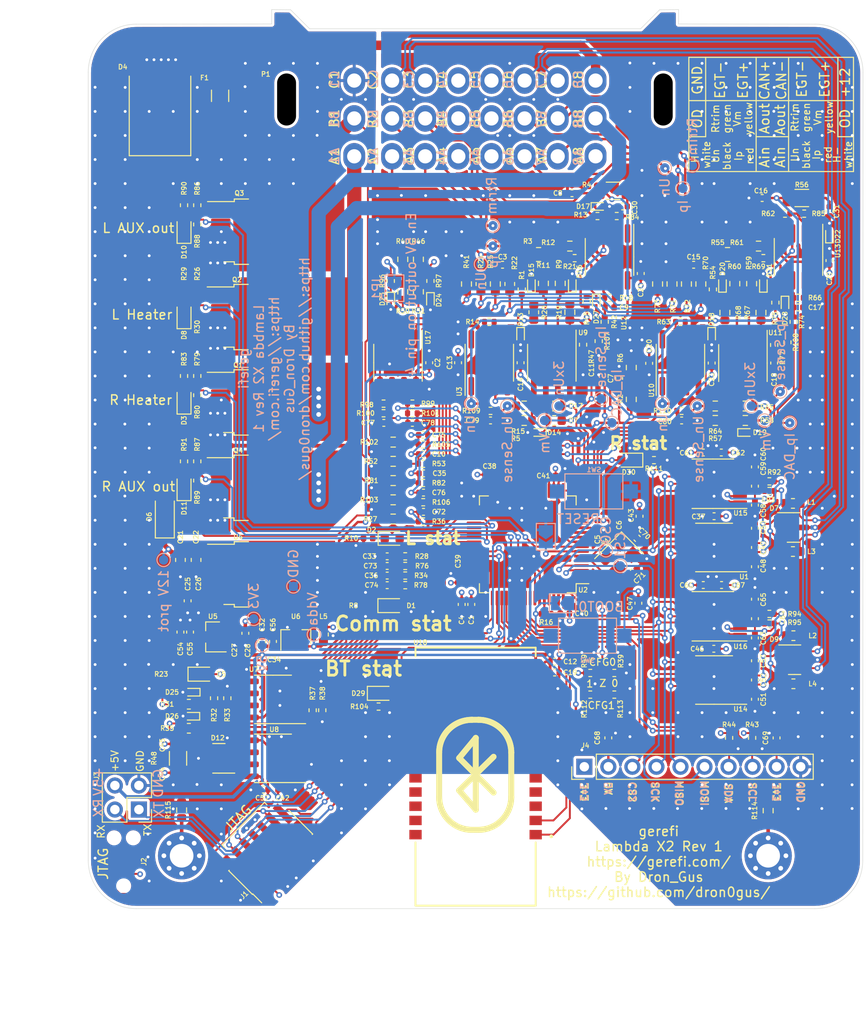
<source format=kicad_pcb>
(kicad_pcb (version 20211014) (generator pcbnew)
  (layers (0 "F.Cu" signal) (1 "In1.Cu" signal) (2 "In2.Cu" signal) (31 "B.Cu" signal) (34 "B.Paste" user) (35 "F.Paste" user) (36 "B.SilkS" user "B.Silkscreen") (37 "F.SilkS" user "F.Silkscreen") (38 "B.Mask" user) (39 "F.Mask" user) (44 "Edge.Cuts" user))
  (net 0 "")
  (net 1 "GND")
  (net 2 "+5V")
  (net 3 "+3V3")
  (net 4 "/nRESET")
  (net 5 "/Nernst_4.9_esr_drive")
  (net 6 "/UART_TX")
  (net 7 "/UART_RX")
  (net 8 "/Boot0")
  (net 9 "/LED_BLUE")
  (net 10 "Net-(D2-Pad1)")
  (net 11 "/SWCLK")
  (net 12 "/SWDIO")
  (net 13 "VDDA")
  (net 14 "12V_RAW")
  (net 15 "/CAN_H")
  (net 16 "/Vout1")
  (net 17 "/CAN_L")
  (net 18 "/Vout2")
  (net 19 "Net-(C3-Pad2)")
  (net 20 "Net-(C9-Pad1)")
  (net 21 "Net-(D1-Pad1)")
  (net 26 "Net-(Q2-Pad1)")
  (net 27 "Net-(D23-Pad1)")
  (net 28 "Net-(D24-Pad1)")
  (net 29 "Net-(C30-Pad1)")
  (net 30 "/Nernst_4.2_esr_drive")
  (net 31 "Net-(C31-Pad1)")
  (net 33 "/CAN_RX")
  (net 34 "/CAN_TX")
  (net 35 "Net-(D5-Pad1)")
  (net 36 "/config0")
  (net 37 "Net-(C21-Pad1)")
  (net 38 "Net-(C70-Pad2)")
  (net 39 "/Nernst_ADV_esr_drive")
  (net 40 "/Nernst_4.9_bias")
  (net 41 "Net-(D13-Pad1)")
  (net 42 "Net-(R14-Pad1)")
  (net 43 "Net-(R19-Pad1)")
  (net 44 "/R_LSU_Heater-")
  (net 45 "Net-(C15-Pad2)")
  (net 46 "Net-(C48-Pad1)")
  (net 47 "Net-(D14-Pad1)")
  (net 48 "Net-(D15-Pad1)")
  (net 49 "Net-(D16-Pad1)")
  (net 50 "Net-(D17-Pad1)")
  (net 51 "Net-(R63-Pad1)")
  (net 52 "Net-(R67-Pad1)")
  (net 53 "Net-(D25-Pad1)")
  (net 54 "/L_LSU_Un")
  (net 55 "/L_LSU_Vm")
  (net 56 "/L_Ip_sense")
  (net 57 "/R_LSU_Un")
  (net 58 "/R_LSU_Vm")
  (net 59 "/L_LSU_Heater-")
  (net 60 "/L_LSU_Rtrim")
  (net 61 "/L_LSU_Ip")
  (net 62 "/L_Un_3x_sense")
  (net 63 "Net-(R107-Pad2)")
  (net 64 "/L_heater_pwm")
  (net 65 "/L_Ip_dac")
  (net 66 "/R_LSU_Rtrim")
  (net 67 "/R_LSU_Ip")
  (net 68 "Net-(R28-Pad1)")
  (net 69 "/L_Heater_sense")
  (net 70 "/LSU analog left/Vgnd_ref")
  (net 71 "/R_Ip_sense")
  (net 72 "/R_Un_3x_sense")
  (net 73 "/R_Ip_dac")
  (net 74 "Net-(C49-Pad2)")
  (net 75 "Net-(C51-Pad1)")
  (net 76 "Net-(C52-Pad2)")
  (net 77 "/R_Heater_sense")
  (net 78 "Net-(D3-Pad2)")
  (net 79 "Net-(Q1-Pad1)")
  (net 80 "/R_heater_pwm")
  (net 81 "/SPI1_SCK")
  (net 82 "/SPI1_MISO")
  (net 83 "/SPI1_MOSI")
  (net 84 "/L_EGT+")
  (net 85 "/L_EGT-")
  (net 86 "/R_EGT+")
  (net 87 "/R_EGT-")
  (net 88 "Net-(D11-Pad2)")
  (net 89 "/L_OD")
  (net 90 "/R_OD")
  (net 91 "Net-(Q3-Pad1)")
  (net 92 "Net-(Q4-Pad1)")
  (net 93 "/LSU analog left/Un_sense")
  (net 94 "/LSU analog right/Un_sense")
  (net 95 "/SPI1_CS0")
  (net 96 "/SPI1_CS1")
  (net 97 "/L_OUT_en")
  (net 98 "/R_OUT_en")
  (net 99 "Net-(C63-Pad1)")
  (net 100 "Net-(C64-Pad2)")
  (net 107 "/SPI1_CS2")
  (net 108 "/I2C1_SCL")
  (net 109 "/I2C1_SDA")
  (net 110 "/L_AUX")
  (net 111 "/R_AUX")
  (net 112 "Net-(D26-Pad1)")
  (net 113 "Net-(D27-Pad1)")
  (net 114 "/L_AUX_ADC")
  (net 115 "Net-(R98-Pad2)")
  (net 116 "/R_AUX_ADC")
  (net 117 "Net-(R99-Pad2)")
  (net 120 "Net-(D18-Pad1)")
  (net 121 "Net-(D28-Pad1)")
  (net 122 "Net-(D19-Pad1)")
  (net 123 "Net-(R15-Pad1)")
  (net 124 "Net-(D20-Pad1)")
  (net 125 "Net-(D21-Pad1)")
  (net 126 "Net-(R32-Pad1)")
  (net 127 "Net-(R37-Pad1)")
  (net 128 "Net-(R57-Pad2)")
  (net 129 "Net-(D22-Pad1)")
  (net 130 "Net-(D8-Pad2)")
  (net 131 "Net-(D10-Pad2)")
  (net 132 "Net-(C9-Pad2)")
  (net 133 "Net-(C59-Pad2)")
  (net 134 "Net-(C58-Pad1)")
  (net 135 "Net-(C17-Pad2)")
  (net 136 "Net-(C17-Pad1)")
  (net 137 "Net-(D29-Pad1)")
  (net 138 "Net-(D29-Pad2)")
  (net 141 "/config1")
  (net 142 "Net-(C71-Pad2)")
  (net 143 "/12V_sense")
  (net 144 "/BT_UART_TX")
  (net 145 "/BT_UART_RX")
  (net 146 "Net-(D4-Pad1)")
  (net 147 "/DACout1")
  (net 148 "/DACout2")
  (net 149 "Net-(C73-Pad1)")
  (net 150 "Net-(C74-Pad1)")
  (net 151 "Net-(R34-Pad1)")
  (net 152 "Net-(R108-Pad2)")
  (net 153 "Net-(R76-Pad1)")
  (net 154 "Net-(R78-Pad1)")
  (net 155 "/L_OUT_sense")
  (net 156 "/R_OUT_sense")
  (net 157 "/L_Un_sense")
  (net 158 "/R_Un_sense")
  (net 159 "/SWO")
  (net 160 "/BT_EN")
  (net 161 "/L_LED_GREEN")
  (net 162 "Net-(D30-Pad1)")
  (net 163 "/R_LED_GREEN")
  (net 164 "Net-(H1-Pad1)")
  (net 165 "Net-(H4-Pad1)")
  (footprint "Resistor_SMD:R_0603_1608Metric" (layer "F.Cu") (at 141.859 73.279)
    (fp_text reference "R7")
    (fp_text value "10k 0.1%")
  )
  (footprint "Resistor_SMD:R_0603_1608Metric" (layer "F.Cu") (at 139.7 61.849 -90)
    (fp_text reference "R20")
    (fp_text value "100k 0.1%")
  )
  (footprint "Resistor_SMD:R_0402_1005Metric" (layer "F.Cu") (at 144.018 56.134)
    (fp_text reference "R21")
    (fp_text value "10k")
  )
  (footprint "Package_TO_SOT_SMD:SOT-23" (layer "F.Cu") (at 105.791 96.139 180)
    (fp_text reference "U5")
    (fp_text value "XC6206P332MR")
  )
  (footprint "Resistor_SMD:R_0402_1005Metric" (layer "F.Cu") (at 116.332 103.886 -90)
    (fp_text reference "R37")
    (fp_text value "82k")
  )
  (footprint "Resistor_SMD:R_0402_1005Metric" (layer "F.Cu") (at 117.348 103.886 90)
    (fp_text reference "R38")
    (fp_text value "160k")
  )
  (footprint "Diode_SMD:D_SMC" (layer "F.Cu") (at 100.203 40.513 90)
    (fp_text reference "D4")
    (fp_text value "SMCJ22CA")
  )
  (footprint "Capacitor_SMD:C_0402_1005Metric" (layer "F.Cu") (at 147.828 84.328 -90)
    (fp_text reference "C6")
    (fp_text value "1u")
  )
  (footprint "Capacitor_SMD:C_0402_1005Metric" (layer "F.Cu") (at 143.736 49.276 180)
    (fp_text reference "C8")
    (fp_text value "1u")
  )
  (footprint "Capacitor_SMD:C_0402_1005Metric" (layer "F.Cu") (at 146.431 84.328 -90)
    (fp_text reference "C5")
    (fp_text value "100n")
  )
  (footprint "Capacitor_SMD:C_0402_1005Metric" (layer "F.Cu") (at 133.096 92.71 -90)
    (fp_text reference "C1")
    (fp_text value "1u")
  )
  (footprint "Capacitor_SMD:C_0402_1005Metric" (layer "F.Cu") (at 144.907 67.183 -90)
    (fp_text reference "C11")
    (fp_text value "100n")
  )
  (footprint "Resistor_SMD:R_0402_1005Metric" (layer "F.Cu") (at 107.315 102.616 -90)
    (fp_text reference "R33")
    (fp_text value "160k")
  )
  (footprint "Capacitor_SMD:C_0402_1005Metric" (layer "F.Cu") (at 147.701 61.341 180)
    (fp_text reference "C9")
    (fp_text value "33n")
  )
  (footprint "Capacitor_SMD:C_0402_1005Metric" (layer "F.Cu") (at 148.717 68.834 90)
    (fp_text reference "C7")
    (fp_text value "1u")
  )
  (footprint "Resistor_SMD:R_0603_1608Metric" (layer "F.Cu") (at 138.684 71.755 180)
    (fp_text reference "R15")
    (fp_text value "2.7k 0.1%")
  )
  (footprint "Resistor_SMD:R_0603_1608Metric" (layer "F.Cu") (at 142.494 58.801 90)
    (fp_text reference "R9")
    (fp_text value "10k 0.1%")
  )
  (footprint "LED_SMD:LED_0603_1608Metric" (layer "F.Cu") (at 104.648 100.076)
    (fp_text reference "D5")
    (fp_text value "GREEN")
  )
  (footprint "Resistor_SMD:R_0603_1608Metric" (layer "F.Cu") (at 150.001 67.691 90)
    (fp_text reference "R6")
    (fp_text value "10k 0.1%")
  )
  (footprint "Resistor_SMD:R_0603_1608Metric" (layer "F.Cu") (at 138.684 73.279)
    (fp_text reference "R5")
    (fp_text value "10k 0.1%")
  )
  (footprint "Resistor_SMD:R_0402_1005Metric" (layer "F.Cu") (at 104.14 61.595 90)
    (fp_text reference "R30")
    (fp_text value "10k")
  )
  (footprint "Resistor_SMD:R_0603_1608Metric" (layer "F.Cu") (at 103.251 105.791 180)
    (fp_text reference "R35")
    (fp_text value "330R")
  )
  (footprint "Resistor_SMD:R_0402_1005Metric" (layer "F.Cu") (at 104.14 59.563 90)
    (fp_text reference "R26")
    (fp_text value "1k")
  )
  (footprint "Resistor_SMD:R_0402_1005Metric" (layer "F.Cu") (at 102.743 59.563 90)
    (fp_text reference "R29")
    (fp_text value "1k")
  )
  (footprint "Resistor_SMD:R_0603_1608Metric" (layer "F.Cu") (at 103.251 103.251 180)
    (fp_text reference "R31")
    (fp_text value "330R")
  )
  (footprint "Resistor_SMD:R_0402_1005Metric" (layer "F.Cu") (at 141 93.7 180)
    (fp_text reference "R16")
    (fp_text value "10k")
  )
  (footprint "Resistor_SMD:R_0402_1005Metric" (layer "F.Cu") (at 147.701 60.325 180)
    (fp_text reference "R18")
    (fp_text value "10k")
  )
  (footprint "Resistor_SMD:R_0603_1608Metric" (layer "F.Cu") (at 137.16 58.865 90)
    (fp_text reference "R22")
    (fp_text value "62k 1%")
  )
  (footprint "Resistor_SMD:R_0402_1005Metric" (layer "F.Cu") (at 105.918 102.616 90)
    (fp_text reference "R32")
    (fp_text value "82k")
  )
  (footprint "Resistor_SMD:R_0603_1608Metric" (layer "F.Cu") (at 143.51 61.849 90)
    (fp_text reference "R19")
    (fp_text value "100k 0.1%")
  )
  (footprint "Resistor_SMD:R_0402_1005Metric" (layer "F.Cu") (at 126.113 87.63 180)
    (fp_text reference "R28")
    (fp_text value "3.3k")
  )
  (footprint "Resistor_SMD:R_0402_1005Metric" (layer "F.Cu") (at 135.001 62.865 180)
    (fp_text reference "R14")
    (fp_text value "10k")
  )
  (footprint "Resistor_SMD:R_0603_1608Metric" (layer "F.Cu") (at 141.859 71.755)
    (fp_text reference "R17")
    (fp_text value "30k 1%")
  )
  (footprint "Resistor_SMD:R_0603_1608Metric" (layer "F.Cu") (at 134.112 58.865 -90)
    (fp_text reference "R24")
    (fp_text value "22k 0.1%")
  )
  (footprint "Capacitor_SMD:C_0402_1005Metric" (layer "F.Cu") (at 108.077 95.758 -90)
    (fp_text reference "C27")
    (fp_text value "100n")
  )
  (footprint "Capacitor_SMD:C_0402_1005Metric" (layer "F.Cu") (at 112.245 99.441)
    (fp_text reference "C34")
    (fp_text value "100n")
  )
  (footprint "Capacitor_SMD:C_0603_1608Metric" (layer "F.Cu") (at 102.362 88.011 -90)
    (fp_text reference "C21")
    (fp_text value "1u  25V")
  )
  (footprint "Capacitor_SMD:C_0603_1608Metric" (layer "F.Cu") (at 104.013 88.011 -90)
    (fp_text reference "C22")
    (fp_text value "100n  25V")
  )
  (footprint "Capacitor_SMD:C_0402_1005Metric" (layer "F.Cu") (at 110.998 96.647 90)
    (fp_text reference "C32")
    (fp_text value "1u")
  )
  (footprint "Capacitor_SMD:C_0402_1005Metric" (layer "F.Cu") (at 103.124 92.329 -90)
    (fp_text reference "C25")
    (fp_text value "1u")
  )
  (footprint "Capacitor_SMD:C_0402_1005Metric" (layer "F.Cu") (at 104.267 92.329 -90)
    (fp_text reference "C26")
    (fp_text value "100n")
  )
  (footprint "Capacitor_SMD:C_0402_1005Metric" (layer "F.Cu") (at 124.208 87.63 180)
    (fp_text reference "C33")
    (fp_text value "100n")
  )
  (footprint "LED_SMD:LED_0603_1608Metric" (layer "F.Cu") (at 124.714 92.837)
    (fp_text reference "D1")
    (fp_text value "BLUE")
  )
  (footprint "Capacitor_SMD:C_0402_1005Metric" (layer "F.Cu") (at 109.22 95.758 -90)
    (fp_text reference "C28")
    (fp_text value "1u")
  )
  (footprint "LED_SMD:LED_0603_1608Metric" (layer "F.Cu") (at 124.737 85.725)
    (fp_text reference "D2")
    (fp_text value "GREEN")
  )
  (footprint "Fuse:Fuse_1206_3216Metric" (layer "F.Cu") (at 106.553 38.989 90)
    (fp_text reference "F1")
    (fp_text value "BSMD1206-025-33V")
  )
  (footprint "Resistor_SMD:R_0603_1608Metric" (layer "F.Cu") (at 140.716 58.801 90)
    (fp_text reference "R11")
    (fp_text value "10k 0.1%")
  )
  (footprint "Resistor_SMD:R_0402_1005Metric" (layer "F.Cu") (at 146.429 51.689)
    (fp_text reference "R13")
    (fp_text value "10k 1%")
  )
  (footprint "Resistor_SMD:R_0805_2012Metric" (layer "F.Cu") (at 140.208 55.753 180)
    (fp_text reference "R3")
    (fp_text value "61.9R 1%")
  )
  (footprint "Resistor_SMD:R_0402_1005Metric" (layer "F.Cu") (at 122.174 92.837)
    (fp_text reference "R8")
    (fp_text value "1k")
  )
  (footprint "Resistor_SMD:R_0603_1608Metric" (layer "F.Cu") (at 143.51 54.864)
    (fp_text reference "R12")
    (fp_text value "47R")
  )
  (footprint "LED_SMD:LED_0603_1608Metric" (layer "F.Cu") (at 102.743 62.103 90)
    (fp_text reference "D8")
    (fp_text value "RED")
  )
  (footprint "Resistor_SMD:R_0402_1005Metric" (layer "F.Cu") (at 138.43 59.436 -90)
    (fp_text reference "R1")
    (fp_text value "10k")
  )
  (footprint "Package_TO_SOT_SMD:TO-252-2" (layer "F.Cu") (at 110.49 62.357)
    (fp_text reference "Q2")
    (fp_text value "BTS3028")
  )
  (footprint "Resistor_SMD:R_0402_1005Metric" (layer "F.Cu") (at 122.197 85.725)
    (fp_text reference "R10")
    (fp_text value "1k")
  )
  (footprint "Resistor_SMD:R_0603_1608Metric" (layer "F.Cu") (at 150.001 71.056 90)
    (fp_text reference "R2")
    (fp_text value "10k 0.1%")
  )
  (footprint "Connector_PinHeader_1.27mm:PinHeader_2x07_P1.27mm_Vertical_SMD" (layer "F.Cu") (at 111.9 118.9 135)
    (fp_text reference "J1")
    (fp_text value "FTSH-107-01-F-DV-K")
  )
  (footprint "Package_QFP:LQFP-64_10x10mm_P0.5mm" (layer "F.Cu") (at 139.065 86.36 180)
    (fp_text reference "U2")
    (fp_text value "STM32F103RCTx")
  )
  (footprint "Capacitor_SMD:C_0402_1005Metric" (layer "F.Cu") (at 135.024 79.0055)
    (fp_text reference "C38")
    (fp_text value "100n")
  )
  (footprint "Capacitor_SMD:C_0402_1005Metric" (layer "F.Cu") (at 131.699 89.916 90)
    (fp_text reference "C39")
    (fp_text value "100n")
  )
  (footprint "Capacitor_SMD:C_0402_1005Metric" (layer "F.Cu") (at 142.979 93.674 180)
    (fp_text reference "C40")
    (fp_text value "100n")
  )
  (footprint "Capacitor_SMD:C_0402_1005Metric" (layer "F.Cu") (at 142.494 79.121)
    (fp_text reference "C41")
    (fp_text value "100n")
  )
  (footprint "Capacitor_SMD:C_0402_1005Metric" (layer "F.Cu") (at 124.208 89.662 180)
    (fp_text reference "C36")
    (fp_text value "100n")
  )
  (footprint "Resistor_SMD:R_0402_1005Metric" (layer "F.Cu") (at 126.113 89.662 180)
    (fp_text reference "R34")
    (fp_text value "3.3k")
  )
  (footprint "Capacitor_SMD:C_0402_1005Metric" (layer "F.Cu") (at 113.157 112.268)
    (fp_text reference "C42")
    (fp_text value "100n")
  )
  (footprint "Capacitor_SMD:C_0402_1005Metric" (layer "F.Cu") (at 103.886 110.236 -90)
    (fp_text reference "C44")
    (fp_text value "47p")
  )
  (footprint "Capacitor_SMD:C_0402_1005Metric" (layer "F.Cu") (at 103.886 107.696 -90)
    (fp_text reference "C45")
    (fp_text value "47p")
  )
  (footprint "Connector_PinHeader_2.54mm:PinHeader_2x02_P2.54mm_Vertical" (layer "F.Cu") (at 97.975 114.375 180)
    (fp_text reference "J3")
    (fp_text value "Conn_02x02_Odd_Even")
  )
  (footprint "Resistor_SMD:R_0402_1005Metric" (layer "F.Cu") (at 102.108 100.076)
    (fp_text reference "R23")
    (fp_text value "1k")
  )
  (footprint "Package_SO:SOIC-8_3.9x4.9mm_P1.27mm" (layer "F.Cu") (at 112.141 108.966 180)
    (fp_text reference "U8")
    (fp_text value "TJA1051T-3")
  )
  (footprint "Connector_PinHeader_2.54mm:PinHeader_1x10_P2.54mm_Vertical" (layer "F.Cu") (at 145.039 109.855 90)
    (fp_text reference "J4")
    (fp_text value "Conn_01x10")
  )
  (footprint "Package_TO_SOT_SMD:TO-252-2" (layer "F.Cu") (at 110.525 89.535)
    (fp_text reference "U4")
    (fp_text value "LM78M05_TO252")
  )
  (footprint "Package_SO:SOIC-8_3.9x4.9mm_P1.27mm" (layer "F.Cu") (at 112.141 102.743 180)
    (fp_text reference "U7")
    (fp_text value "MCP6002T-I/SN")
  )
  (footprint "Resistor_SMD:R_0402_1005Metric" (layer "F.Cu") (at 148.207 99.949)
    (fp_text reference "R39")
    (fp_text value "0R")
  )
  (footprint "Capacitor_SMD:C_0402_1005Metric" (layer "F.Cu") (at 132.08 92.71 -90)
    (fp_text reference "C4")
    (fp_text value "4.7u")
  )
  (footprint "Resistor_SMD:R_1206_3216Metric" (layer "F.Cu") (at 148.082 49.022)
    (fp_text reference "R4")
    (fp_text value "10R")
  )
  (footprint "Package_TO_SOT_SMD:SOT-23" (layer "F.Cu") (at 114.554 96.139 90)
    (fp_text reference "U6")
    (fp_text value "REF3033")
  )
  (footprint "Capacitor_SMD:C_0402_1005Metric" (layer "F.Cu") (at 163.068 86.696 90)
    (fp_text reference "C49")
    (fp_text value "100n")
  )
  (footprint "Resistor_SMD:R_0402_1005Metric" (layer "F.Cu") (at 145.669 102.235 180)
    (fp_text reference "R112")
    (fp_text value "10k")
  )
  (footprint "Capacitor_SMD:C_0402_1005Metric" (layer "F.Cu") (at 124.208 88.646 180)
    (fp_text reference "C73")
    (fp_text value "100n")
  )
  (footprint "Capacitor_SMD:C_0402_1005Metric" (layer "F.Cu") (at 165.1 67.214 -90)
    (fp_text reference "C18")
    (fp_text value "100n")
  )
  (footprint "Resistor_SMD:R_0402_1005Metric" (layer "F.Cu") (at 146.558 64.899 90)
    (fp_text reference "R107")
    (fp_text value "10k")
  )
  (footprint "Capacitor_SMD:C_0402_1005Metric" (layer "F.Cu") (at 163.068 82.223 -90)
    (fp_text reference "C58")
    (fp_text value "10nF 50V")
  )
  (footprint "Resistor_SMD:R_0402_1005Metric" (layer "F.Cu") (at 148.209 102.235)
    (fp_text reference "R113")
    (fp_text value "0R")
  )
  (footprint "Resistor_SMD:R_0603_1608Metric" (layer "F.Cu") (at 124.841 75.565)
    (fp_text reference "R102")
    (fp_text value "100k 1%")
  )
  (footprint "Resistor_SMD:R_0402_1005Metric" (layer "F.Cu") (at 104.14 77.597 90)
    (fp_text reference "R87")
    (fp_text value "1k")
  )
  (footprint "Package_TO_SOT_SMD:SOT-23" (layer "F.Cu") (at 167.132 84.582)
    (fp_text reference "D7")
    (fp_text value "NUP2105L")
  )
  (footprint "Inductor_SMD:L_0603_1608Metric" (layer "F.Cu") (at 167.0835 87.122 180)
    (fp_text reference "L3")
    (fp_text value "470R@100MHz")
  )
  (footprint "Resistor_SMD:R_0402_1005Metric" (layer "F.Cu") (at 128.016 83.947 180)
    (fp_text reference "R36")
    (fp_text value "10k 1%")
  )
  (footprint "Capacitor_SMD:C_0402_1005Metric" (layer "F.Cu") (at 157.607 90.661)
    (fp_text reference "C66")
    (fp_text value "100n")
  )
  (footprint "Capacitor_SMD:C_0402_1005Metric" (layer "F.Cu") (at 150.241 89.281 -135)
    (fp_text reference "C71")
    (fp_text value "20pF 50V")
  )
  (footprint "LED_SMD:LED_0603_1608Metric" (layer "F.Cu") (at 102.743 71.12 90)
    (fp_text reference "D3")
    (fp_text value "RED")
  )
  (footprint "Resistor_SMD:R_0402_1005Metric" (layer "F.Cu") (at 128.016 79.883 180)
    (fp_text reference "R82")
    (fp_text value "10k 1%")
  )
  (footprint "Capacitor_SMD:C_0402_1005Metric" (layer "F.Cu") (at 128.016 76.835)
    (fp_text reference "C10")
    (fp_text value "1n")
  )
  (footprint "Resistor_SMD:R_0603_1608Metric" (layer "F.Cu") (at 124.841 83.693)
    (fp_text reference "R27")
    (fp_text value "100k 1%")
  )
  (footprint "Capacitor_SMD:C_0402_1005Metric" (layer "F.Cu") (at 124.208 90.678 180)
    (fp_text reference "C74")
    (fp_text value "100n")
  )
  (footprint "Resistor_SMD:R_0603_1608Metric" (layer "F.Cu") (at 163.703 61.88 90)
    (fp_text reference "R67")
    (fp_text value "100k 0.1%")
  )
  (footprint "Resistor_SMD:R_0402_1005Metric" (layer "F.Cu") (at 147.193 62.865 90)
    (fp_text reference "R42")
    (fp_text value "68k")
  )
  (footprint "Resistor_SMD:R_0402_1005Metric" (layer "F.Cu") (at 128.778 58.547 -90)
    (fp_text reference "R97")
    (fp_text value "10k")
  )
  (footprint "Resistor_SMD:R_0402_1005Metric" (layer "F.Cu") (at 104.14 68.58 90)
    (fp_text reference "R79")
    (fp_text value "1k")
  )
  (footprint "Inductor_SMD:L_0603_1608Metric" (layer "F.Cu") (at 167.132 101.092 180)
    (fp_text reference "L4")
    (fp_text value "470R@100MHz")
  )
  (footprint "local:JDY-33" (layer "F.Cu") (at 133.55 110.7 180)
    (fp_text reference "U18")
    (fp_text value "JDY-33")
  )
  (footprint "Capacitor_SMD:C_0402_1005Metric" (layer "F.Cu") (at 157.607 76.663)
    (fp_text reference "C61")
    (fp_text value "100n")
  )
  (footprint "Package_SO:SOIC-8_3.9x4.9mm_P1.27mm" (layer "F.Cu") (at 125.349 67.183 -90)
    (fp_text reference "U17")
    (fp_text value "MCP6002T-I/SN")
  )
  (footprint "Resistor_SMD:R_0603_1608Metric" (layer "F.Cu") (at 132.588 58.865 -90)
    (fp_text reference "R41")
    (fp_text value "6.8k 0.1%")
  )
  (footprint "MountingHole:MountingHole_2.5mm_Pad_Via" (layer "F.Cu") (at 164.465 119.253)
    (fp_text reference "H1" hide)
    (fp_text value "MountingHole_Pad")
  )
  (footprint "Capacitor_SMD:C_0402_1005Metric" (layer "F.Cu") (at 131.699 67.183 -90)
    (fp_text reference "C13")
    (fp_text value "100n")
  )
  (footprint "Resistor_SMD:R_0402_1005Metric" (layer "F.Cu") (at 123.3 103.5 180)
    (fp_text reference "R104")
    (fp_text value "1k")
  )
  (footprint "Capacitor_SMD:C_0402_1005Metric" (layer "F.Cu") (at 128.044 82.931)
    (fp_text reference "C72")
    (fp_text value "1n")
  )
  (footprint "Resistor_SMD:R_0603_1608Metric" (layer "F.Cu") (at 155.829 58.865 -90)
    (fp_text reference "R72")
    (fp_text value "47k 1%")
  )
  (footprint "Capacitor_SMD:C_0402_1005Metric" (layer "F.Cu") (at 155.321 73.279)
    (fp_text reference "C80")
    (fp_text value "1n")
  )
  (footprint "Resistor_SMD:R_0402_1005Metric" (layer "F.Cu") (at 152.398 77.47 180)
    (fp_text reference "R111")
    (fp_text value "1k")
  )
  (footprint "Resistor_SMD:R_0402_1005Metric" (layer "F.Cu") (at 128.016 81.915 180)
    (fp_text reference "R106")
    (fp_text value "10k 1%")
  )
  (footprint "Resistor_SMD:R_0402_1005Metric" (layer "F.Cu") (at 145.667 99.949 180)
    (fp_text reference "R49")
    (fp_text value "10k")
  )
  (footprint "Resistor_SMD:R_0402_1005Metric" (layer "F.Cu") (at 126.115 90.678 180)
    (fp_text reference "R78")
    (fp_text value "3.3k")
  )
  (footprint "Diode_SMD:D_SOD-923" (layer "F.Cu") (at 146.304 60.745 -90)
    (fp_text reference "D27")
    (fp_text value "ESD5V0D9B")
  )
  (footprint "Resistor_SMD:R_0603_1608Metric" (layer "F.Cu") (at 102.489 114.427 90)
    (fp_text reference "R115")
    (fp_text value "47R")
  )
  (footprint "Resistor_SMD:R_0805_2012Metric" (layer "F.Cu") (at 160.1705 55.753 180)
    (fp_text reference "R55")
    (fp_text value "61.9R 1%")
  )
  (footprint "Resistor_SMD:R_0402_1005Metric" (layer "F.Cu") (at 104.14 70.612 90)
    (fp_text reference "R80")
    (fp_text value "10k")
  )
  (footprint "Capacitor_SMD:C_0402_1005Metric" (layer "F.Cu") (at 158.722 97.392 180)
    (fp_text reference "C46")
    (fp_text value "100n")
  )
  (footprint "Resistor_SMD:R_0402_1005Metric" (layer "F.Cu") (at 164.592 79.711 180)
    (fp_text reference "R92")
    (fp_text value "100R")
  )
  (footprint "Diode_SMD:D_SOD-923" (layer "F.Cu") (at 139.446 58.928 90)
    (fp_text reference "D15")
    (fp_text value "ESD5V0D9B")
  )
  (footprint "Capacitor_SMD:C_0402_1005Metric" (layer "F.Cu") (at 126.873 73.533)
    (fp_text reference "C78")
    (fp_text value "1n")
  )
  (footprint "Resistor_SMD:R_0402_1005Metric" (layer "F.Cu") (at 124.587 58.547 -90)
    (fp_text reference "R96")
    (fp_text value "10k")
  )
  (footprint "Resistor_SMD:R_0402_1005Metric" (layer "F.Cu") (at 104.14 79.629 90)
    (fp_text reference "R89")
    (fp_text value "10k")
  )
  (footprint "Diode_SMD:D_SOD-923" (layer "F.Cu") (at 170.942 53.721 90)
    (fp_text reference "D22")
    (fp_text value "ESD5V0D9B")
  )
  (footprint "gerefi:tc2030-idc-nl" (layer "F.Cu") (at 96.365 122.44 90)
    (fp_text reference "J2")
    (fp_text value "tc2030-idc-nl")
  )
  (footprint "Resistor_SMD:R_0603_1608Metric" (layer "F.Cu") (at 125.857 56.261 90)
    (fp_text reference "R40")
    (fp_text value "1K")
  )
  (footprint "Package_SO:SOIC-8_3.9x4.9mm_P1.27mm" (layer "F.Cu") (at 158.75 86.696 180)
    (fp_text reference "U1")
    (fp_text value "MAX31855KASA")
  )
  (footprint "Resistor_SMD:R_0402_1005Metric" (layer "F.Cu") (at 102.743 50.546 90)
    (fp_text reference "R90")
    (fp_text value "1k")
  )
  (footprint "Package_SO:SOIC-8_3.9x4.9mm_P1.27mm" (layer "F.Cu") (at 158.75 100.694 180)
    (fp_text reference "U14")
    (fp_text value "MAX31855KASA")
  )
  (footprint "Capacitor_SMD:C_0402_1005Metric" (layer "F.Cu") (at 123.853 73.533 180)
    (fp_text reference "C77")
    (fp_text value "1n")
  )
  (footprint "LED_SMD:LED_0603_1608Metric" (layer "F.Cu") (at 102.743 53.086 90)
    (fp_text reference "D10")
    (fp_text value "RED")
  )
  (footprint "Resistor_SMD:R_0603_1608Metric" (layer "F.Cu") (at 124.841 79.629)
    (fp_text reference "R81")
    (fp_text value "100k 1%")
  )
  (footprint "Resistor_SMD:R_0402_1005Metric" (layer "F.Cu") (at 148.465 51.689 180)
    (fp_text reference "R84")
    (fp_text value "10k 1%")
  )
  (footprint "Package_SO:TSSOP-14_4.4x5mm_P0.65mm" (layer "F.Cu") (at 158.623 79.965 180)
    (fp_text reference "U15")
    (fp_text value "MAX31856")
  )
  (footprint "Inductor_SMD:L_0603_1608Metric" (layer "F.Cu") (at 117.475 95.885 90)
    (fp_text reference "L5")
    (fp_text value "470R@100MHz")
  )
  (footprint "Resistor_SMD:R_0603_1608Metric" (layer "F.Cu") (at 157.353 58.865 90)
    (fp_text reference "R70")
    (fp_text value "62k 1%")
  )
  (footprint "Diode_SMD:D_SOD-923" (layer "F.Cu") (at 159.639 58.928 90)
    (fp_text reference "D20")
    (fp_text value "ESD5V0D9B")
  )
  (footprint "Package_TO_SOT_SMD:TO-252-2" (layer "F.Cu") (at 110.49 80.391)
    (fp_text reference "Q4")
    (fp_text value "BTS3028")
  )
  (footprint "Diode_SMD:D_SOD-923" (layer "F.Cu") (at 146.558 50.673)
    (fp_text reference "D17")
    (fp_text value "ESD5V0D9B")
  )
  (footprint "Resistor_SMD:R_0603_1608Metric" (layer "F.Cu") (at 154.305 58.865 -90)
    (fp_text reference "R71")
    (fp_text value "22k 0.1%")
  )
  (footprint "Package_SO:SOIC-8_3.9x4.9mm_P1.27mm" (layer "F.Cu") (at 135.001 67.183 90)
    (fp_text reference "U3")
    (fp_text value "MCP6002T-I/SN")
  )
  (footprint "Diode_SMD:D_SOD-923" (layer "F.Cu") (at 143.764 58.928 90)
    (fp_text reference "D16")
    (fp_text value "ESD5V0D9B")
  )
  (footprint "Resistor_SMD:R_0603_1608Metric" (layer "F.Cu") (at 160.941 58.832 90)
    (fp_text reference "R60")
    (fp_text value "10k 0.1%")
  )
  (footprint "Capacitor_SMD:C_0402_1005Metric" (layer "F.Cu") (at 141.9 99.9 180)
    (fp_text reference "C19")
    (fp_text value "100n")
  )
  (footprint "Resistor_SMD:R_0402_1005Metric" (layer "F.Cu") (at 102.743 77.597 90)
    (fp_text reference "R91")
    (fp_text value "1k")
  )
  (footprint "Capacitor_SMD:C_0402_1005Metric" (layer "F.Cu") (at 128.651 67.183 90)
    (fp_text reference "C2")
    (fp_text value "100n")
  )
  (footprint "Diode_SMD:D_SOD-923" (layer "F.Cu") (at 166.243 60.96 -90)
    (fp_text reference "D28")
    (fp_text value "ESD5V0D9B")
  )
  (footprint "Capacitor_SMD:C_0402_1005Metric" (layer "F.Cu") (at 149.098 50.673 180)
    (fp_text reference "C30")
    (fp_text value "1u")
  )
  (footprint "Capacitor_SMD:C_0402_1005Metric" (layer "F.Cu") (at 112.141 96.619 90)
    (fp_text reference "C56")
    (fp_text value "100n")
  )
  (footprint "Package_TO_SOT_SMD:TO-252-2" (layer "F.Cu") (at 110.49 71.374)
    (fp_text reference "Q1")
    (fp_text value "BTS3028")
  )
  (footprint "Capacitor_SMD:C_0402_1005Metric" (layer "F.Cu") (at 170.942 56.388 90)
    (fp_text reference "C29")
    (fp_text value "100n")
  )
  (footprint "Capacitor_SMD:C_0402_1005Metric" (layer "F.Cu") (at 163.068 80.219 90)
    (fp_text reference "C59")
    (fp_text value "100n")
  )
  (footprint "Capacitor_SMD:C_0402_1005Metric" (layer "F.Cu") (at 150.622 85.725 135)
    (fp_text reference "C70")
    (fp_text value "20pF 50V")
  )
  (footprint "Capacitor_SMD:C_0402_1005Metric" (layer "F.Cu") (at 136.398 56.833 180)
    (fp_text reference "C3")
    (fp_text value "100n")
  )
  (footprint "Capacitor_SMD:C_0402_1005Metric" (layer "F.Cu") (at 165.354 106.807 90)
    (fp_text reference "C69")
    (fp_text value "100n")
  )
  (footprint "Resistor_SMD:R_0402_1005Metric" (layer "F.Cu") (at 160.3365 106.805 -90)
    (fp_text reference "R44")
    (fp_text value "3.3k")
  )
  (footprint "Resistor_SMD:R_0402_1005Metric" (layer "F.Cu") (at 126.113 88.646 180)
    (fp_text reference "R76")
    (fp_text value "3.3k")
  )
  (footprint "Resistor_SMD:R_0402_1005Metric" (layer "F.Cu") (at 164.592 80.727 180)
    (fp_text reference "R93")
    (fp_text value "100R")
  )
  (footprint "Capacitor_SMD:C_0402_1005Metric" (layer "F.Cu") (at 163.068 78.187 90)
    (fp_text reference "C60")
    (fp_text value "10nF 50V")
  )
  (footprint "Resistor_SMD:R_0603_1608Metric" (layer "F.Cu") (at 127.508 56.261 90)
    (fp_text reference "R46")
    (fp_text value "1K")
  )
  (footprint "Resistor_SMD:R_0603_1608Metric" (layer "F.Cu") (at 152.781 58.865 -90)
    (fp_text reference "R73")
    (fp_text value "6.8k 0.1%")
  )
  (footprint "Capacitor_SMD:C_0402_1005Metric" (layer "F.Cu") (at 163.068 92.157 90)
    (fp_text reference "C65")
    (fp_text value "10nF 50V")
  )
  (footprint "Resistor_SMD:R_0402_1005Metric" (layer "F.Cu") (at 164.592 93.709 180)
    (fp_text reference "R94")
    (fp_text value "100R")
  )
  (footprint "Diode_SMD:D_SOD-923" (layer "F.Cu") (at 162.052 74.549)
    (fp_text reference "D19")
    (fp_text value "ESD5V0D9B")
  )
  (footprint "Capacitor_SMD:C_0402_1005Metric" (layer "F.Cu") (at 102.362 95.631 90)
    (fp_text reference "C54")
    (fp_text value "1u")
  )
  (footprint "Capacitor_SMD:C_0402_1005Metric" (layer "F.Cu") (at 128.051 78.867)
    (fp_text reference "C35")
    (fp_text value "1n")
  )
  (footprint "Diode_SMD:D_SOD-923" (layer "F.Cu") (at 138.303 64.262 -90)
    (fp_text reference "D13")
    (fp_text value "ESD5V0D9B")
  )
  (footprint "Resistor_SMD:R_0603_1608Metric" (layer "F.Cu") (at 158.877 73.279)
    (fp_text reference "R57")
    (fp_text value "10k 0.1%")
  )
  (footprint "Resistor_SMD:R_0402_1005Metric" (layer "F.Cu") (at 168.275 51.435 180)
    (fp_text reference "R85")
    (fp_text value "10k 1%")
  )
  (footprint "Resistor_SMD:R_0603_1608Metric" (layer "F.Cu") (at 162.052 73.279)
    (fp_text reference "R58")
    (fp_text value "10k 0.1%")
  )
  (footprint "Resistor_SMD:R_0402_1005Metric" (layer "F.Cu") (at 126.871 72.517 180)
    (fp_text reference "R101")
    (fp_text value "160k")
  )
  (footprint "Capacitor_SMD:C_0402_1005Metric" (layer "F.Cu") (at 147.574 106.807 90)
    (fp_text reference "C68")
    (fp_text value "100n")
  )
  (footprint "Resistor_SMD:R_0402_1005Metric" (layer "F.Cu") (at 123.825 72.517)
    (fp_text reference "R100")
    (fp_text value "160k")
  )
  (footprint "Inductor_SMD:L_0603_1608Metric" (layer "F.Cu") (at 167.132 96.012 180)
    (fp_text reference "L2")
    (fp_text value "470R@100MHz")
  )
  (footprint "Diode_SMD:D_SOD-923" (layer "F.Cu") (at 103.632 101.981 180)
    (fp_text reference "D25")
    (fp_text value "ESD5V0D9B")
  )
  (footprint "Capacitor_SMD:C_0402_1005Metric" (layer "F.Cu") (at 163.068 88.728 -90)
    (fp_text reference "C48")
    (fp_text value "10nF 50V")
  )
  (footprint "Capacitor_SMD:C_0402_1005Metric" (layer "F.Cu") (at 163.068 84.664 90)
    (fp_text reference "C50")
    (fp_text value "10nF 50V")
  )
  (footprint "Capacitor_SMD:C_0402_1005Metric" (layer "F.Cu") (at 163.068 96.249 -90)
    (fp_text reference "C63")
    (fp_text value "10nF 50V")
  )
  (footprint "Capacitor_SMD:C_0402_1005Metric" (layer "F.Cu") (at 111.125 112.268 180)
    (fp_text reference "C57")
    (fp_text value "100n")
  )
  (footprint "Resistor_SMD:R_0603_1608Metric" (layer "F.Cu") (at 125.857 59.69 90)
    (fp_text reference "R50")
    (fp_text value "1K")
  )
  (footprint "Resistor_SMD:R_0603_1608Metric" (layer "F.Cu") (at 158.877 71.755 180)
    (fp_text reference "R64")
    (fp_text value "2.7k 0.1%")
  )
  (footprint "Package_SO:TSSOP-14_4.4x5mm_P0.65mm" (layer "F.Cu") (at 158.623 93.963 180)
    (fp_text reference "U16")
    (fp_text value "MAX31856")
  )
  (footprint "Resistor_SMD:R_0603_1608Metric" (layer "F.Cu") (at 124.841 77.597)
    (fp_text reference "R52")
    (fp_text value "100k 1%")
  )
  (footprint "Capacitor_SMD:C_0402_1005Metric" (layer "F.Cu") (at 151.003 57.757 90)
    (fp_text reference "C24")
    (fp_text value "100n")
  )
  (footprint "Capacitor_SMD:C_0402_1005Metric" (layer "F.Cu") (at 163.068 94.217 90)
    (fp_text reference "C64")
    (fp_text value "100n")
  )
  (footprint "Capacitor_SMD:C_0402_1005Metric" (layer "F.Cu") (at 151.892 67.245 -90)
    (fp_text reference "C20")
    (fp_text value "100n")
  )
  (footprint "Package_SO:SOIC-8_3.9x4.9mm_P1.27mm" (layer "F.Cu") (at 147.701 56.007 -90)
    (fp_text reference "U12")
    (fp_text value "MCP6002T-I/SN")
  )
  (footprint "Diode_SMD:D_SOD-923" (layer "F.Cu") (at 140.208 74.549 180)
    (fp_text reference "D14")
    (fp_text value "ESD5V0D9B")
  )
  (footprint "Resistor_SMD:R_0402_1005Metric" (layer "F.Cu") (at 123.825 71.501)
    (fp_text reference "R98")
    (fp_text value "82k")
  )
  (footprint "Resistor_SMD:R_0402_1005Metric" (layer "F.Cu") (at 167.164 62.865 90)
    (fp_text reference "R74")
    (fp_text value "68k")
  )
  (footprint "Resistor_SMD:R_0603_1608Metric" (layer "F.Cu") (at 135.636 58.865 -90)
    (fp_text reference "R25")
    (fp_text value "47k 1%")
  )
  (footprint "Package_SO:SOIC-8_3.9x4.9mm_P1.27mm" (layer "F.Cu") (at 167.672 56.007 -90)
    (fp_text reference "U13")
    (fp_text value "MCP6002T-I/SN")
  )
  (footprint "Capacitor_SMD:C_0402_1005Metric" (layer "F.Cu") (at 163.83 49.784 180)
    (fp_text reference "C16")
    (fp_text value "1u")
  )
  (footprint "Resistor_SMD:R_0603_1608Metric" (layer "F.Cu") (at 164.465 114.49 90)
    (fp_text reference "R114")
    (fp_text value "47R")
  )
  (footprint "local:33311-24AW-2" (layer "F.Cu") (at 120.727 45.379)
    (fp_text reference "P1")
    (fp_text value "33311-24AW-2")
  )
  (footprint "Diode_SMD:D_SOD-923" (layer "F.Cu") (at 158.496 64.262 -90)
    (fp_text reference "D18")
    (fp_text value "ESD5V0D9B")
  )
  (footprint "Capacitor_SMD:C_0402_1005Metric" (layer "F.Cu") (at 167.644 61.341 180)
    (fp_text reference "C17")
    (fp_text value "33n")
  )
  (footprint "Resistor_SMD:R_0402_1005Metric" (layer "F.Cu") (at 166.497 65.024 90)
    (fp_text reference "R108")
    (fp_text value "10k")
  )
  (footprint "Resistor_SMD:R_0603_1608Metric" (layer "F.Cu") (at 163.449 54.864)
    (fp_text reference "R61")
    (fp_text value "47R")
  )
  (footprint "Resistor_SMD:R_0603_1608Metric" (layer "F.Cu") (at 162.052 71.755)
    (fp_text reference "R65")
    (fp_text value "30k 1%")
  )
  (footprint "LED_SMD:LED_0603_1608Metric" (layer "F.Cu") (at 149.733 77.47 180)
    (fp_text reference "D30")
    (fp_text value "GREEN")
  )
  (footprint "Diode_SMD:D_SOD-123" (layer "F.Cu") (at 100.711 83.439 90)
    (fp_text reference "D6")
    (fp_text value "1N4148W")
  )
  (footprint "Capacitor_SMD:C_0402_1005Metric" (layer "F.Cu") (at 158.75 83.394 180)
    (fp_text reference "C37")
    (fp_text value "100n")
  )
  (footprint "MountingHole:MountingHole_2.5mm_Pad_Via" (layer "F.Cu") (at 102.489 119.253)
    (fp_text reference "H4" hide)
    (fp_text value "MountingHole_Pad")
  )
  (footprint "Resistor_SMD:R_1206_3216Metric" (layer "F.Cu") (at 168.021 49.784)
    (fp_text reference "R56")
    (fp_text value "10R")
  )
  (footprint "Resistor_SMD:R_0402_1005Metric" (layer "F.Cu") (at 167.67 60.325 180)
    (fp_text reference "R66")
    (fp_text value "10k")
  )
  (footprint "Resistor_SMD:R_0402_1005Metric" (layer "F.Cu") (at 135.128 72.263 180)
    (fp_text reference "R109")
    (fp_text value "1k")
  )
  (footprint "Capacitor_SMD:C_0402_1005Metric" (layer "F.Cu") (at 141.9 98.757 180)
    (fp_text reference "C12")
    (fp_text value "1u")
  )
  (footprint "Package_TO_SOT_SMD:SOT-23" (layer "F.Cu") (at 106.426 108.966 180)
    (fp_text reference "D12")
    (fp_text value "NUP2105L")
  )
  (footprint "Package_SO:SOIC-8_3.9x4.9mm_P1.27mm" (layer "F.Cu") (at 141.605 67.183 -90)
    (fp_text reference "U9")
    (fp_text value "GS8332-SR")
  )
  (footprint "Package_TO_SOT_SMD:TO-252-2" (layer "F.Cu") (at 110.525 53.34)
    (fp_text reference "Q3")
    (fp_text value "BTS3028")
  )
  (footprint "Capacitor_SMD:C_0402_1005Metric" (layer "F.Cu") (at 163.068 98.662 90)
    (fp_text reference "C53")
    (fp_text value "10nF 50V")
  )
  (footprint "Resistor_SMD:R_1206_3216Metric" (layer "F.Cu") (at 102.108 108.966 90)
    (fp_text reference "R48")
    (fp_text value "120R")
  )
  (footprint "Capacitor_SMD:C_0402_1005Metric" (layer "F.Cu") (at 135.128 73.279)
    (fp_text reference "C79")
    (fp_text value "1n")
  )
  (footprint "Resistor_SMD:R_0402_1005Metric" (layer "F.Cu") (at 158.623 59.436 -90)
    (fp_text reference "R54")
    (fp_text value "10k")
  )
  (footprint "Capacitor_SMD:C_0402_1005Metric" (layer "F.Cu") (at 163.068 100.694 90)
    (fp_text reference "C52")
    (fp_text value "100n")
  )
  (footprint "Resistor_SMD:R_0402_1005Metric" (layer "F.Cu") (at 164.592 94.725 180)
    (fp_text reference "R95")
    (fp_text value "100R")
  )
  (footprint "Diode_SMD:D_SOD-923" (layer "F.Cu") (at 103.593 104.521 180)
    (fp_text reference "D26")
    (fp_text value "ESD5V0D9B")
  )
  (footprint "Resistor_SMD:R_0402_1005Metric" (layer "F.Cu") (at 128.018 77.851 180)
    (fp_text reference "R53")
    (fp_text value "10k 1%")
  )
  (footprint "Package_SO:SOIC-8_3.9x4.9mm_P1.27mm" (layer "F.Cu") (at 161.798 67.214 -90)
    (fp_text reference "U11")
    (fp_text value "GS8332-SR")
  )
  (footprint "Resistor_SMD:R_0402_1005Metric" (layer "F.Cu") (at 165.1 65.309 90)
    (fp_text reference "R77")
    (fp_text value "3.3k")
  )
  (footprint "LED_SMD:LED_0603_1608Metric" (layer "F.Cu") (at 102.743 80.264 90)
    (fp_text reference "D11")
    (fp_text value "RED")
  )
  (footprint "Resistor_SMD:R_0402_1005Metric" (layer "F.Cu") (at 155.321 72.263 180)
    (fp_text reference "R110")
    (fp_text value "1k")
  )
  (footprint "Resistor_SMD:R_0603_1608Metric" (layer "F.Cu") (at 124.841 81.661)
    (fp_text reference "R103")
    (fp_text value "100k 1%")
  )
  (footprint "Resistor_SMD:R_0402_1005Metric" (layer "F.Cu") (at 166.243 51.435)
    (fp_text reference "R62")
    (fp_text value "10k 1%")
  )
  (footprint "Resistor_SMD:R_0402_1005Metric" (layer "F.Cu") (at 104.14 52.578 90)
    (fp_text reference "R88")
    (fp_text value "10k")
  )
  (footprint "Capacitor_SMD:C_0402_1005Metric" (layer "F.Cu") (at 163.068 102.726 -90)
    (fp_text reference "C51")
    (fp_text value "10nF 50V")
  )
  (footprint "Capacitor_SMD:C_0402_1005Metric" (layer "F.Cu") (at 156.591 56.833 180)
    (fp_text reference "C15")
    (fp_text value "100n")
  )
  (footprint "Capacitor_SMD:C_0402_1005Metric" (layer "F.Cu") (at 150.876 83.394 -90)
    (fp_text reference "C43")
    (fp_text value "1u")
  )
  (footprint "Resistor_SMD:R_0402_1005Metric" (layer "F.Cu") (at 145.288 60.706 -90)
    (fp_text reference "R45")
    (fp_text value "68k")
  )
  (footprint "Capacitor_SMD:C_0402_1005Metric" (layer "F.Cu") (at 159.54 90.661 180)
    (fp_text reference "C67")
    (fp_text value "100n")
  )
  (footprint "Resistor_SMD:R_0402_1005Metric" (layer "F.Cu") (at 162.768872 106.805 -90)
    (fp_text reference "R43")
    (fp_text value "3.3k")
  )
  (footprint "Capacitor_SMD:C_0402_1005Metric" (layer "F.Cu") (at 158.496 67.214 90)
    (fp_text reference "C23")
    (fp_text value "100n")
  )
  (footprint "Resistor_SMD:R_0402_1005Metric" (layer "F.Cu") (at 144.907 65.278 90)
    (fp_text reference "R47")
    (fp_text value "3.3k")
  )
  (footprint "Package_SO:SOIC-8_3.9x4.9mm_P1.27mm" (layer "F.Cu") (at 155.194 67.183 90)
    (fp_text reference "U10")
    (fp_text value "MCP6002T-I/SN")
  )
  (footprint "Capacitor_SMD:C_0402_1005Metric" (layer "F.Cu") (at 170.942 51.181 -90)
    (fp_text reference "C31")
    (fp_text value "1u")
  )
  (footprint "Crystal:Crystal_SMD_3225-4Pin_3.2x2.5mm" (layer "F.Cu") (at 148.717 87.63 -135)
    (fp_text reference "Y1")
    (fp_text value "XXDCELNANF-8MHZ")
  )
  (footprint "Capacitor_SMD:C_0402_1005Metric" (layer "F.Cu") (at 138.303 67.183 90)
    (fp_text reference "C14")
    (fp_text value "100n")
  )
  (footprint "Capacitor_SMD:C_0402_1005Metric" (layer "F.Cu") (at 128.016 74.803)
    (fp_text reference "C75")
    (fp_text value "1n")
  )
  (footprint "Resistor_SMD:R_0603_1608Metric" (layer "F.Cu") (at 162.719 58.832 90)
    (fp_text reference "R59")
    (fp_text value "10k 0.1%")
  )
  (footprint "Resistor_SMD:R_0603_1608Metric" (layer "F.Cu") (at 127.508 59.69 90)
    (fp_text reference "R51")
    (fp_text value "1K")
  )
  (footprint "Capacitor_SMD:C_0402_1005Metric" (layer "F.Cu") (at 150.749 92.583 -90)
    (fp_text reference "C47")
    (fp_text value "1u")
  )
  (footprint "Package_TO_SOT_SMD:SOT-23" (layer "F.Cu") (at 167.259 98.552)
    (fp_text reference "D9")
    (fp_text value "NUP2105L")
  )
  (footprint "Resistor_SMD:R_0402_1005Metric" (layer "F.Cu") (at 155.194 62.865 180)
    (fp_text reference "R63")
    (fp_text value "10k")
  )
  (footprint "Resistor_SMD:R_0402_1005Metric" (layer "F.Cu") (at 163.957 56.134)
    (fp_text reference "R69")
    (fp_text value "10k")
  )
  (footprint "Resistor_SMD:R_0402_1005Metric" (layer "F.Cu") (at 128.016 75.819 180)
    (fp_text reference "R105")
    (fp_text value "10k 1%")
  )
  (footprint "Capacitor_SMD:C_0402_1005Metric" (layer "F.Cu") (at 159.512 76.663 180)
    (fp_text reference "C62")
    (fp_text value "100n")
  )
  (footprint "Resistor_SMD:R_0402_1005Metric" (layer "F.Cu") (at 165.227 60.833 -90)
    (fp_text reference "R75")
    (fp_text value "68k")
  )
  (footprint "Resistor_SMD:R_0402_1005Metric" (layer "F.Cu") (at 102.743 68.58 90)
    (fp_text reference "R83")
    (fp_text value "1k")
  )
  (footprint "Capacitor_SMD:C_0402_1005Metric" (layer "F.Cu") (at 103.378 95.631 90)
    (fp_text reference "C55")
    (fp_text value "100n")
  )
  (footprint "Resistor_SMD:R_0402_1005Metric" (layer "F.Cu") (at 104.14 50.546 90)
    (fp_text reference "R86")
    (fp_text value "1k")
  )
  (footprint "Resistor_SMD:R_0603_1608Metric" (layer "F.Cu") (at 159.893 61.88 -90)
    (fp_text reference "R68")
    (fp_text value "100k 0.1%")
  )
  (footprint "LED_SMD:LED_0603_1608Metric" (layer "F.Cu") (at 123.6 102.1)
    (fp_text reference "D29")
    (fp_text value "GREEN")
  )
  (footprint "Diode_SMD:D_SOD-923" (layer "F.Cu") (at 163.957 58.928 90)
    (fp_text reference "D21")
    (fp_text value "ESD5V0D9B")
  )
  (footprint "Diode_SMD:D_SOD-923" (layer "F.Cu") (at 128.778 60.579 -90)
    (fp_text reference "D24")
    (fp_text value "ESD5V0D9B")
  )
  (footprint "Capacitor_SMD:C_0402_1005Metric" (layer "F.Cu") (at 128.044 80.899)
    (fp_text reference "C76")
    (fp_text value "1n")
  )
  (footprint "Resistor_SMD:R_0402_1005Metric" (layer "F.Cu") (at 126.873 71.501)
    (fp_text reference "R99")
    (fp_text value "82k")
  )
  (footprint "Diode_SMD:D_SOD-923" (layer "F.Cu") (at 124.587 60.54 -90)
    (fp_text reference "D23")
    (fp_text value "ESD5V0D9B")
  )
  (footprint "Inductor_SMD:L_0603_1608Metric" (layer "F.Cu") (at 167.0835 82.042 180)
    (fp_text reference "L1")
    (fp_text value "470R@100MHz")
  )
  (footprint "TestPoint:TestPoint_Pad_D1.0mm" (layer "B.Cu") (at 100.584 88.011 180)
    (fp_text reference "TP27" hide)
    (fp_text value "12V prot")
  )
  (footprint "TestPoint:TestPoint_Pad_D1.0mm" (layer "B.Cu") (at 146.812 70.993 180)
    (fp_text reference "TP16" hide)
    (fp_text value "Ip_Sense")
  )
  (footprint "Jumper:SolderJumper-2_P1.3mm_Open_TrianglePad1.0x1.5mm" (layer "B.Cu") (at 124.968 59.309 -90)
    (fp_text reference "JP1")
    (fp_text value "SolderJumper_2_Open")
  )
  (footprint "TestPoint:TestPoint_Pad_D1.0mm" (layer "B.Cu") (at 165.735 70.231 180)
    (fp_text reference "TP23" hide)
    (fp_text value "Ip_Sense")
  )
  (footprint "TestPoint:TestPoint_Pad_D1.0mm" (layer "B.Cu") (at 166.751 73.533 180)
    (fp_text reference "TP22" hide)
    (fp_text value "Ip_DAC")
  )
  (footprint "TestPoint:TestPoint_Pad_D1.0mm" (layer "B.Cu") (at 148.844 88.646 180)
    (fp_text reference "TP26" hide)
    (fp_text value "CS1")
  )
  (footprint "Jumper:SolderJumper-2_P1.3mm_Open_TrianglePad1.0x1.5mm" (layer "B.Cu") (at 142.748 92.583 180)
    (fp_text reference "JP3" hide)
    (fp_text value "SolderJumper_2_Open")
  )
  (footprint "TestPoint:TestPoint_Pad_D1.0mm" (layer "B.Cu") (at 156.464 46.355 180)
    (fp_text reference "TP18" hide)
    (fp_text value "Rtrim")
  )
  (footprint "TestPoint:TestPoint_Pad_D1.0mm" (layer "B.Cu") (at 110.998 97.028 180)
    (fp_text reference "TP7" hide)
    (fp_text value "5V")
  )
  (footprint "TestPoint:TestPoint_Pad_D1.0mm" (layer "B.Cu") (at 134.112 56.769 180)
    (fp_text reference "TP13" hide)
    (fp_text value "Un")
  )
  (footprint "Jumper:SolderJumper-2_P1.3mm_Open_TrianglePad1.0x1.5mm" (layer "B.Cu") (at 140.97 85.561 -90)
    (fp_text reference "JP2" hide)
    (fp_text value "SolderJumper_2_Open")
  )
  (footprint "TestPoint:TestPoint_Pad_D1.0mm" (layer "B.Cu") (at 147.955 73.533 180)
    (fp_text reference "TP15" hide)
    (fp_text value "Ip_DAC")
  )
  (footprint "TestPoint:TestPoint_Pad_D1.0mm" (layer "B.Cu") (at 110.109 94.234 180)
    (fp_text reference "TP8" hide)
    (fp_text value "3V3")
  )
  (footprint "TestPoint:TestPoint_Pad_D1.0mm" (layer "B.Cu") (at 135.382 52.705 180)
    (fp_text reference "TP11" hide)
    (fp_text value "Rtrim")
  )
  (footprint "TestPoint:TestPoint_Pad_D1.0mm" (layer "B.Cu") (at 155.448 48.768 180)
    (fp_text reference "TP17" hide)
    (fp_text value "Ip")
  )
  (footprint "TestPoint:TestPoint_Pad_D1.0mm" (layer "B.Cu") (at 135.382 54.864 180)
    (fp_text reference "TP10" hide)
    (fp_text value "Ip")
  )
  (footprint "Button_Switch_SMD:SW_SPST_CK_RS282G05A3" (layer "B.Cu") (at 145.378 96.012)
    (fp_text reference "SW2")
    (fp_text value "~")
  )
  (footprint "TestPoint:TestPoint_Pad_D1.0mm" (layer "B.Cu") (at 164.084 73.279 180)
    (fp_text reference "TP19" hide)
    (fp_text value "Vm")
  )
  (footprint "TestPoint:TestPoint_Pad_D1.0mm" (layer "B.Cu") (at 142.367 71.755 180)
    (fp_text reference "TP5" hide)
    (fp_text value "3xUn")
  )
  (footprint "TestPoint:TestPoint_Pad_D1.0mm" (layer "B.Cu") (at 156.972 71.755 180)
    (fp_text reference "TP4" hide)
    (fp_text value "Un_Sense")
  )
  (footprint "TestPoint:TestPoint_Pad_D1.0mm" (layer "B.Cu") (at 153.543 46.609 180)
    (fp_text reference "TP20" hide)
    (fp_text value "Un")
  )
  (footprint "TestPoint:TestPoint_Pad_D1.0mm" (layer "B.Cu") (at 153.289 71.501 180)
    (fp_text reference "TP21" hide)
    (fp_text value "Un")
  )
  (footprint "TestPoint:TestPoint_Pad_D1.0mm" (layer "B.Cu") (at 162.687 71.755 180)
    (fp_text reference "TP6" hide)
    (fp_text value "3xUn")
  )
  (footprint "TestPoint:TestPoint_Pad_D1.0mm" (layer "B.Cu") (at 116.459 95.885 180)
    (fp_text reference "TP9" hide)
    (fp_text value "Vdda")
  )
  (footprint "TestPoint:TestPoint_Pad_D1.0mm" (layer "B.Cu") (at 133.096 71.501 180)
    (fp_text reference "TP14" hide)
    (fp_text value "Un")
  )
  (footprint "TestPoint:TestPoint_Pad_D1.0mm" (layer "B.Cu") (at 136.906 71.755 180)
    (fp_text reference "TP3" hide)
    (fp_text value "Un_Sense")
  )
  (footprint "Button_Switch_SMD:SW_SPST_CK_RS282G05A3" (layer "B.Cu") (at 146.05 80.772 180)
    (fp_text reference "SW1")
    (fp_text value "~")
  )
  (footprint "TestPoint:TestPoint_Pad_D1.0mm" (layer "B.Cu") (at 147.32 86.995 180)
    (fp_text reference "TP25" hide)
    (fp_text value "CS0")
  )
  (footprint "TestPoint:TestPoint_Pad_D1.0mm" (layer "B.Cu") (at 140.843 73.279 180)
    (fp_text reference "TP12" hide)
    (fp_text value "Vm")
  )
  (footprint "TestPoint:TestPoint_Pad_D1.0mm" (layer "B.Cu") (at 114.3 90.805 180)
    (fp_text reference "TP24" hide)
    (fp_text value "GND")
  )
  (gr_line (start 173.482 34.925) (end 173.482 46.99) (layer "F.SilkS") (width 0.12))
  (gr_line (start 173.482 46.99) (end 156.083 46.99) (layer "F.SilkS") (width 0.12))
  (gr_line (start 171.831 34.925) (end 171.831 43.307) (layer "F.SilkS") (width 0.12))
  (gr_line (start 156.083 39.497) (end 173.482 39.497) (layer "F.SilkS") (width 0.12))
  (gr_line (start 163.195 43.307) (end 166.624 43.307) (layer "F.SilkS") (width 0.12))
  (gr_line (start 157.861 43.307) (end 157.861 34.925) (layer "F.SilkS") (width 0.12))
  (gr_line (start 163.195 46.99) (end 163.195 34.925) (layer "F.SilkS") (width 0.12))
  (gr_line (start 106.751751 118.099879) (end 110.882669 113.968961) (layer "F.SilkS") (width 0.12))
  (gr_line (start 156.083 43.307) (end 157.861 43.307) (layer "F.SilkS") (width 0.12))
  (gr_line (start 156.083 34.925) (end 173.482 34.925) (layer "F.SilkS") (width 0.12))
  (gr_line (start 166.624 46.99) (end 166.624 34.925) (layer "F.SilkS") (width 0.12))
  (gr_line (start 111.241879 113.609751) (end 111.511287 113.879159) (layer "F.SilkS") (width 0.12))
  (gr_line (start 156.083 46.99) (end 156.083 34.925) (layer "F.SilkS") (width 0.12))
  (gr_line (start 171.831 43.307) (end 173.482 43.307) (layer "F.SilkS") (width 0.12))
  (gr_line (start 107.021159 118.369287) (end 106.751751 118.099879) (layer "F.SilkS") (width 0.12))
  (gr_line (start 110.882669 113.968961) (end 111.241879 113.609751) (layer "F.SilkS") (width 0.12))
  (gr_arc (start 169.407897 31.42) (mid 173 32.907897) (end 174.487897 36.5) (layer "Edge.Cuts") (width 0.05))
  (gr_line (start 169.407897 31.42) (end 155 31.4) (layer "Edge.Cuts") (width 0.05))
  (gr_line (start 155 31.4) (end 155 29.881102) (layer "Edge.Cuts") (width 0.05))
  (gr_arc (start 97.6991 124.841) (mid 94.106996 123.353103) (end 92.6191 119.761) (layer "Edge.Cuts") (width 0.05))
  (gr_line (start 97.6991 124.841) (end 169.381896 124.841) (layer "Edge.Cuts") (width 0.05))
  (gr_arc (start 174.461896 119.761) (mid 172.973998 123.353102) (end 169.381896 124.841) (layer "Edge.Cuts") (width 0.05))
  (gr_line (start 112 31.4) (end 112 29.881102) (layer "Edge.Cuts") (width 0.05))
  (gr_line (start 97.699102 31.42) (end 112 31.4) (layer "Edge.Cuts") (width 0.05))
  (gr_line (start 151 31.9) (end 116 31.9) (layer "Edge.Cuts") (width 0.05))
  (gr_arc (start 92.619102 36.5) (mid 94.106999 32.907897) (end 97.699102 31.42) (layer "Edge.Cuts") (width 0.05))
  (gr_line (start 153 29.9) (end 155 29.881102) (layer "Edge.Cuts") (width 0.05))
  (gr_line (start 114 29.9) (end 112 29.881102) (layer "Edge.Cuts") (width 0.05))
  (gr_line (start 92.619102 36.5) (end 92.6191 119.761) (layer "Edge.Cuts") (width 0.05))
  (gr_line (start 153 29.9) (end 151 31.9) (layer "Edge.Cuts") (width 0.05))
  (gr_line (start 116 31.9) (end 114 29.9) (layer "Edge.Cuts") (width 0.05))
  (gr_line (start 174.461896 119.761) (end 174.487897 36.5) (layer "Edge.Cuts") (width 0.05))
  (gr_text "gerefi\nLambda X2 Rev 1\nhttps://gerefi.com/\nBy Dron_Gus\nhttps://github.com/dron0gus/" (at 112.268 67.818 90) (layer "B.SilkS") (effects (font (size 1 1)) (justify mirror)))
  (gr_text "+5V" (at 93.7 111.4 90) (layer "B.SilkS") (effects (font (size 1 1)) (justify mirror)))
  (gr_text "MOSI" (at 157.734 112.649 90) (layer "B.SilkS") (effects (font (size 0.7366 0.7366)) (justify mirror)))
  (gr_text "BOOT0" (at 146.812 92.964) (layer "B.SilkS") (effects (font (size 1 1)) (justify mirror)))
  (gr_text "3v3" (at 165.354 112.522 90) (layer "B.SilkS") (effects (font (size 0.7366 0.7366)) (justify mirror)))
  (gr_text "5V" (at 147.574 112.141 90) (layer "B.SilkS") (effects (font (size 0.7366 0.7366)) (justify mirror)))
  (gr_text "GND" (at 167.894 112.522 90) (layer "B.SilkS") (effects (font (size 0.7366 0.7366)) (justify mirror)))
  (gr_text "SCK" (at 152.527 112.522 90) (layer "B.SilkS") (effects (font (size 0.7366 0.7366)) (justify mirror)))
  (gr_text "En 5V output on pin 4" (at 126.746 59.944 90) (layer "B.SilkS") (effects (font (size 1 1)) (justify mirror)))
  (gr_text "GND" (at 100 111.6 90) (layer "B.SilkS") (effects (font (size 1 1)) (justify mirror)))
  (gr_text "RX" (at 93.7 114.2 90) (layer "B.SilkS") (effects (font (size 1 1)) (justify mirror)))
  (gr_text "3v3" (at 145.034 112.522 90) (layer "B.SilkS") (effects (font (size 0.7366 0.7366)) (justify mirror)))
  (gr_text "SCL" (at 162.814 112.522 90) (layer "B.SilkS") (effects (font (size 0.7366 0.7366)) (justify mirror)))
  (gr_text "CS2" (at 150.114 112.522 90) (layer "B.SilkS") (effects (font (size 0.7366 0.7366)) (justify mirror)))
  (gr_text "SDA" (at 160.274 112.649 90) (layer "B.SilkS") (effects (font (size 0.7366 0.7366)) (justify mirror)))
  (gr_text "MISO" (at 155.067 112.649 90) (layer "B.SilkS") (effects (font (size 0.7366 0.7366)) (justify mirror)))
  (gr_text "RESET" (at 144.399 83.693) (layer "B.SilkS") (effects (font (size 1 1)) (justify mirror)))
  (gr_text "TX" (at 100.1 114.4 90) (layer "B.SilkS") (effects (font (size 1 1)) (justify mirror)))
  (gr_text "Ip\nred" (at 170.18 45.212 90) (layer "F.SilkS") (effects (font (size 0.75 0.75) (thickness 0.12))))
  (gr_text "EGT+" (at 161.798 37.338 90) (layer "F.SilkS") (effects (font (size 1 1))))
  (gr_text "5V" (at 147.574 112.141 -90) (layer "F.SilkS") (effects (font (size 0.7366 0.7366))))
  (gr_text "gerefi\nLambda X2 Rev 1\nhttps://gerefi.com/\nBy Dron_Gus\nhttps://github.com/dron0gus/" (at 152.908 119.888) (layer "F.SilkS") (effects (font (size 1 1))))
  (gr_text "Comm stat" (at 124.841 94.742) (layer "F.SilkS") (effects (font (size 1.5 1.5) (thickness 0.3))))
  (gr_text "JTAG" (at 94.2 120.1 90) (layer "F.SilkS") (effects (font (size 1 1))))
  (gr_text "3v3" (at 145.034 112.522 -90) (layer "F.SilkS") (effects (font (size 0.7366 0.7366))))
  (gr_text "Vm\nyellow" (at 170.307 41.275 90) (layer "F.SilkS") (effects (font (size 0.75 0.75) (thickness 0.12))))
  (gr_text "Vm\nyellow" (at 161.798 41.402 90) (layer "F.SilkS") (effects (font (size 0.75 0.75) (thickness 0.12))))
  (gr_text "Un\nblack" (at 159.512 45.339 90) (layer "F.SilkS") (effects (font (size 0.75 0.75) (thickness 0.12))))
  (gr_text "0" (at 147.828 100.965 180) (layer "F.SilkS") (effects (font (size 0.75 0.75) (thickness 0.12)) (justify right)))
  (gr_text "CS2" (at 150.114 112.522 -90) (layer "F.SilkS") (effects (font (size 0.7366 0.7366))))
  (gr_text "BT stat" (at 121.7 99.5) (layer "F.SilkS") (effects (font (size 1.5 1.5) (thickness 0.3))))
  (gr_text "L stat" (at 129.032 85.725) (layer "F.SilkS") (effects (font (size 1.3 1.3) (thickness 0.3))))
  (gr_text "SCL" (at 162.814 112.522 -90) (layer "F.SilkS") (effects (font (size 0.7366 0.7366))))
  (gr_text "Ip\nred" (at 161.925 45.339 90) (layer "F.SilkS") (effects (font (size 0.75 0.75) (thickness 0.12))))
  (gr_text "SDA" (at 160.274 112.649 -90) (layer "F.SilkS") (effects (font (size 0.7366 0.7366))))
  (gr_text "MOSI" (at 157.734 112.649 -90) (layer "F.SilkS") (effects (font (size 0.7366 0.7366))))
  (gr_text "1" (at 146.05 101.092) (layer "F.SilkS") (effects (font (size 0.75 0.75) (thickness 0.12)) (justify right)))
  (gr_text "EGT-" (at 168.021 37.211 90) (layer "F.SilkS") (effects (font (size 1 1))))
  (gr_text "Un\nblack" (at 167.894 45.212 90) (layer "F.SilkS") (effects (font (size 0.75 0.75) (thickness 0.12))))
  (gr_text "GND" (at 167.894 112.522 -90) (layer "F.SilkS") (effects (font (size 0.7366 0.7366))))
  (gr_text "EGT+" (at 170.434 37.211 90) (layer "F.SilkS") (effects (font (size 1 1))))
  (gr_text "OD" (at 156.972 41.402 90) (layer "F.SilkS") (effects (font (size 1 1))))
  (gr_text "3v3" (at 165.354 112.522 -90) (layer "F.SilkS") (effects (font (size 0.7366 0.7366))))
  (gr_text "JTAG" (at 108.458 115.316 45) (layer "F.SilkS") (effects (font (size 1 1))))
  (gr_text "Aout" (at 165.735 41.529 90) (layer "F.SilkS") (effects (font (size 1 1))))
  (gr_text "TX" (at 98.9 115.8 90) (layer "F.SilkS") (effects (font (size 0.75 0.75) (thickness 0.12)) (justify right)))
  (gr_text "RX" (at 93.98 115.899 90) (layer "F.SilkS") (effects (font (size 0.75 0.75) (thickness 0.12)) (justify right)))
  (gr_text "R Heater" (at 98.171 71.12) (layer "F.SilkS") (effects (font (size 1 1))))
  (gr_text "GND" (at 98.097 108.025 90) (layer "F.SilkS") (effects (font (size 0.75 0.75) (thickness 0.12)) (justify right)))
  (gr_text "EGT-" (at 159.385 37.338 90) (layer "F.SilkS") (effects (font (size 1 1))))
  (gr_text "R stat" (at 150.749 75.692) (layer "F.SilkS") (effects (font (size 1.3 1.3) (thickness 0.3))))
  (gr_text "L AUX out" (at 97.917 52.959) (layer "F.SilkS") (effects (font (size 1 1))))
  (gr_text "CFG1" (at 148.336 103.378) (layer "F.SilkS") (effects (font (size 0.75 0.75) (thickness 0.12)) (justify right)))
  (gr_text "H-\nwhite" (at 157.353 45.212 90) (layer "F.SilkS") (effects (font (size 0.75 0.75) (thickness 0.12))))
  (gr_text "R AUX out" (at 97.917 80.264) (layer "F.SilkS") (effects (font (size 1 1))))
  (gr_text "L Heater" (at 98.298 62.103) (layer "F.SilkS") (effects (font (size 1 1))))
  (gr_text "Rtrim\ngreen" (at 159.512 41.402 90) (layer "F.SilkS") (effects (font (size 0.75 0.75) (thickness 0.12))))
  (gr_text "CAN+" (at 164.084 37.338 90) (layer "F.SilkS") (effects (font (size 1 1))))
  (gr_text "H-\nwhite" (at 172.339 45.212 90) (layer "F.SilkS") (effects (font (size 0.75 0.75) (thickness 0.12))))
  (gr_text "Rtrim\ngreen" (at 167.894 41.275 90) (layer "F.SilkS") (effects (font (size 0.75 0.75) (thickness 0.12))))
  (gr_text "Ain" (at 164.084 45.466 90) (layer "F.SilkS") (effects (font (size 1 1))))
  (gr_text "OD" (at 172.593 41.402 90) (layer "F.SilkS") (effects (font (size 1 1))))
  (gr_text "GND" (at 156.972 37.338 90) (layer "F.SilkS") (effects (font (size 1 1))))
  (gr_text "+5V" (at 95.43 108.025 90) (layer "F.SilkS") (effects (font (size 0.75 0.75) (thickness 0.12)) (justify right)))
  (gr_text "CAN-" (at 165.862 37.338 90) (layer "F.SilkS") (effects (font (size 1 1))))
  (gr_text "MISO" (at 155.067 112.649 -90) (layer "F.SilkS") (effects (font (size 0.7366 0.7366))))
  (gr_text "CFG0" (at 148.463 98.806) (layer "F.SilkS") (effects (font (size 0.75 0.75) (thickness 0.12)) (justify right)))
  (gr_text "Aout" (at 164.084 41.402 90) (layer "F.SilkS") (effects (font (size 1 1))))
  (gr_text "Ain" (at 165.735 45.466 90) (layer "F.SilkS") (effects (font (size 1 1))))
  (gr_text "Z" (at 146.558 100.965 180) (layer "F.SilkS") (effects (font (size 0.75 0.75) (thickness 0.12)) (justify right)))
  (gr_text "+12" (at 172.593 37.592 90) (layer "F.SilkS") (effects (font (size 1 1))))
  (gr_text "SCK" (at 152.527 112.522 -90) (layer "F.SilkS") (effects (font (size 0.7366 0.7366))))
  (segment (start 146.408 84.836) (end 146.431 84.813) (width 0.2032) (layer "F.Cu") (net 1))
  (segment (start 104.261 73.654) (end 106.29 73.654) (width 0.25) (layer "F.Cu") (net 1))
  (segment (start 102.654728 104.521) (end 102.635364 104.501636) (width 0.2032) (layer "F.Cu") (net 1))
  (segment (start 112.380833 121.176884) (end 112.380833 121.180833) (width 0.2032) (layer "F.Cu") (net 1))
  (segment (start 149.126 55.908) (end 146.84 55.908) (width 0.25) (layer "F.Cu") (net 1))
  (segment (start 128.526 80.901) (end 128.524 80.899) (width 0.2032) (layer "F.Cu") (net 1))
  (segment (start 106.29 64.637) (end 105.785 64.637) (width 0.25) (layer "F.Cu") (net 1))
  (segment (start 106.299 55.594) (end 106.299 54.483) (width 0.25) (layer "F.Cu") (net 1))
  (segment (start 112.73 99.441) (end 112.73 100.411) (width 0.25) (layer "F.Cu") (net 1))
  (segment (start 113.681 95.139) (end 113.665 95.123) (width 0.25) (layer "F.Cu") (net 1))
  (segment (start 123.728 87.63) (end 122.936 87.63) (width 0.2032) (layer "F.Cu") (net 1))
  (segment (start 106.325 55.62) (end 106.299 55.646) (width 0.25) (layer "F.Cu") (net 1))
  (segment (start 158.623 102.599) (end 161.225 102.599) (width 0.25) (layer "F.Cu") (net 1))
  (segment (start 132.08 93.19) (end 132.08 93.98) (width 0.25) (layer "F.Cu") (net 1))
  (segment (start 158.496 66.734) (end 158.496 65.913) (width 0.25) (layer "F.Cu") (net 1))
  (segment (start 104.14 80.139) (end 104.134 80.145) (width 0.25) (layer "F.Cu") (net 1))
  (segment (start 106.29 73.654) (end 105.785 73.654) (width 0.25) (layer "F.Cu") (net 1))
  (segment (start 103.886 109.347) (end 104.267 108.966) (width 0.25) (layer "F.Cu") (net 1))
  (segment (start 151.663 93.063) (end 151.7 93.1) (width 0.25) (layer "F.Cu") (net 1))
  (segment (start 123.853 66.703) (end 128.651 66.703) (width 0.2032) (layer "F.Cu") (net 1))
  (segment (start 105.537 74.041) (end 105.537 74.803) (width 0.25) (layer "F.Cu") (net 1))
  (segment (start 105.924 55.62) (end 105.537 56.007) (width 0.25) (layer "F.Cu") (net 1))
  (segment (start 142.748 79.629) (end 142.979 79.398) (width 0.2032) (layer "F.Cu") (net 1))
  (segment (start 159.06 89.828) (end 159.004 89.772) (width 0.2032) (layer "F.Cu") (net 1))
  (segment (start 158.242 97.392) (end 157.48 97.392) (width 0.2032) (layer "F.Cu") (net 1))
  (segment (start 123.373 72.575) (end 123.315 72.517) (width 0.2032) (layer "F.Cu") (net 1))
  (segment (start 103.257 73.654) (end 104.261 73.654) (width 0.25) (layer "F.Cu") (net 1))
  (segment (start 151.003 57.277) (end 151.003 56.487) (width 0.25) (layer "F.Cu") (net 1))
  (segment (start 110.998 111.125) (end 110.744 110.871) (width 0.25) (layer "F.Cu") (net 1))
  (segment (start 124.587 60.96) (end 124.587 61.556) (width 0.2032) (layer "F.Cu") (net 1))
  (segment (start 131.699 67.663) (end 136.37 67.663) (width 0.25) (layer "F.Cu") (net 1))
  (segment (start 147.574 106.327) (end 148.308 106.327) (width 0.25) (layer "F.Cu") (net 1))
  (segment (start 107.061 83.058) (end 107.061 83.82) (width 0.25) (layer "F.Cu") (net 1))
  (segment (start 128.587 77.724) (end 128.587 78.811) (width 0.2032) (layer "F.Cu") (net 1))
  (segment (start 128.496 76.835) (end 128.496 75.849) (width 0.2032) (layer "F.Cu") (net 1))
  (segment (start 103.212 101.981) (end 102.616 101.981) (width 0.2032) (layer "F.Cu") (net 1))
  (segment (start 103.257 82.671) (end 104.134 82.671) (width 0.25) (layer "F.Cu") (net 1))
  (segment (start 143.002 78.359) (end 142.979 78.382) (width 0.2032) (layer "F.Cu") (net 1))
  (segment (start 144.74 84.61) (end 145.697 84.61) (width 0.2032) (layer "F.Cu") (net 1))
  (segment (start 106.674 55.62) (end 107.061 56.007) (width 0.25) (layer "F.Cu") (net 1))
  (segment (start 142.315 92.035) (end 142.315 93.166) (width 0.2032) (layer "F.Cu") (net 1))
  (segment (start 106.29 63.509) (end 106.299 63.5) (width 0.25) (layer "F.Cu") (net 1))
  (segment (start 107.061 74.041) (end 107.061 74.803) (width 0.25) (layer "F.Cu") (net 1))
  (segment (start 110.645 112.268) (end 110.645 111.859) (width 0.25) (layer "F.Cu") (net 1))
  (segment (start 102.362 88.7985) (end 102.362 89.789) (width 0.5) (layer "F.Cu") (net 1))
  (segment (start 102.743 54.991) (end 103.372 55.62) (width 0.25) (layer "F.Cu") (net 1))
  (segment (start 146.304 62.103) (end 146.284636 62.122364) (width 0.2032) (layer "F.Cu") (net 1))
  (segment (start 115.074909 118.482807) (end 115.082807 118.482807) (width 0.2032) (layer "F.Cu") (net 1))
  (segment (start 151.892 67.725) (end 151.892 68.453) (width 0.25) (layer "F.Cu") (net 1))
  (segment (start 128.496 75.849) (end 128.526 75.819) (width 0.2032) (layer "F.Cu") (net 1))
  (segment (start 128.524 82.931) (end 128.524 81.917) (width 0.2032) (layer "F.Cu") (net 1))
  (segment (start 106.29 82.671) (end 106.29 83.811) (width 0.25) (layer "F.Cu") (net 1))
  (segment (start 150.961411 86.064411) (end 151.638 86.741) (width 0.2032) (layer "F.Cu") (net 1))
  (segment (start 112.73 100.411) (end 113.157 100.838) (width 0.25) (layer "F.Cu") (net 1))
  (segment (start 100.809 37.113) (end 101.854 36.068) (width 0.25) (layer "F.Cu") (net 1))
  (segment (start 149.479 99.949) (end 148.717 99.949) (width 0.2032) (layer "F.Cu") (net 1))
  (segment (start 123.82 103.5) (end 124.46 104.14) (width 0.2032) (layer "F.Cu") (net 1))
  (segment (start 159.639 58.508) (end 159.639 57.785) (width 0.2032) (layer "F.Cu") (net 1))
  (segment (start 132.155 89.61) (end 133.39 89.61) (width 0.2032) (layer "F.Cu") (net 1))
  (segment (start 131.976 89.431) (end 132.155 89.61) (width 0.2032) (layer "F.Cu") (net 1))
  (segment (start 120.904 86.106) (end 121.285 85.725) (width 0.2032) (layer "F.Cu") (net 1))
  (segment (start 110.645 111.859) (end 110.998 111.506) (width 0.25) (layer "F.Cu") (net 1))
  (segment (start 106.813 64.637) (end 107.061 64.389) (width 0.25) (layer "F.Cu") (net 1))
  (segment (start 108.016 97.089) (end 108.077 97.028) (width 0.25) (layer "F.Cu") (net 1))
  (segment (start 158.087 90.661) (end 158.087 89.8) (width 0.2032) (layer "F.Cu") (net 1))
  (segment (start 123.728 89.662) (end 122.936 89.662) (width 0.2032) (layer "F.Cu") (net 1))
  (segment (start 158.496 66.734) (end 159.453 66.734) (width 0.25) (layer "F.Cu") (net 1))
  (segment (start 104.134 80.145) (end 104.134 82.671) (width 0.25) (layer "F.Cu") (net 1))
  (segment (start 128.528 77.851) (end 128.528 76.867) (width 0.2032) (layer "F.Cu") (net 1))
  (segment (start 159.893 66.294) (end 159.893 64.739) (width 0.25) (layer "F.Cu") (net 1))
  (segment (start 102.743 64.135) (end 103.245 64.637) (width 0.25) (layer "F.Cu") (net 1))
  (segment (start 110.613 112.3) (end 110.645 112.268) (width 0.25) (layer "F.Cu") (net 1))
  (segment (start 145.923 84.836) (end 146.408 84.836) (width 0.2032) (layer "F.Cu") (net 1))
  (segment (start 106.039 55.62) (end 105.537 55.118) (width 0.25) (layer "F.Cu") (net 1))
  (segment (start 142.979 79.398) (end 142.979 79.121) (width 0.2032) (layer "F.Cu") (net 1))
  (segment (start 156.498 67.725) (end 157.099 68.326) (width 0.25) (layer "F.Cu") (net 1))
  (segment (start 113.157 100.838) (end 114.716 100.838) (width 0.25) (layer "F.Cu") (net 1))
  (segment (start 112.141 96.139) (end 112.141 95.377) (width 0.25) (layer "F.Cu") (net 1))
  (segment (start 106.29 83.811) (end 106.299 83.82) (width 0.25) (layer "F.Cu") (net 1))
  (segment (start 149.221729 102.235) (end 149.859438 101.597291) (width 0.2032) (layer "F.Cu") (net 1))
  (segment (start 102.743 73.14) (end 103.257 73.654) (width 0.25) (layer "F.Cu") (net 1))
  (segment (start 158.087 75.974) (end 158.115 75.946) (width 0.25) (layer "F.Cu") (net 1))
  (segment (start 159.06 95.289) (end 159.684 95.913) (width 0.2032) (layer "F.Cu") (net 1))
  (segment (start 142.315 80.685) (end 142.315 79.808) (width 0.2032) (layer "F.Cu") (net 1))
  (segment (start 115.082807 118.482807) (end 116.4 119.8) (width 0.2032) (layer "F.Cu") (net 1))
  (segment (start 138.303 66.703) (end 138.303 65.913) (width 0.25) (layer "F.Cu") (net 1))
  (segment (start 104.14 62.08) (end 104.14 64.631) (width 0.25) (layer "F.Cu") (net 1))
  (segment (start 125.857 55.436) (end 125.857 54.483) (width 0.25) (layer "F.Cu") (net 1))
  (segment (start 131.699 89.431) (end 130.94198 89.431) (width 0.2032) (layer "F.Cu") (net 1))
  (segment (start 106.325 55.62) (end 106.686 55.62) (width 0.25) (layer "F.Cu") (net 1))
  (segment (start 159.032 76.663) (end 159.032 75.974) (width 0.25) (layer "F.Cu") (net 1))
  (segment (start 152.908 77.47) (end 153.797 77.47) (width 0.2032) (layer "F.Cu") (net 1))
  (segment (start 157.435 95.913) (end 155.7605 95.913) (width 0.2032) (layer "F.Cu") (net 1))
  (segment (start 106.29 64.637) (end 106.29 65.65) (width 0.25) (layer "F.Cu") (net 1))
  (segment (start 100.33 37.113) (end 99.724 37.113) (width 0.25) (layer "F.Cu") (net 1))
  (segment (start 131.699 89.431) (end 131.976 89.431) (width 0.2032) (layer "F.Cu") (net 1))
  (segment (start 106.686 82.671) (end 107.061 82.296) (width 0.25) (layer "F.Cu") (net 1))
  (segment (start 103.173 104.521) (end 102.654728 104.521) (width 0.2032) (layer "F.Cu") (net 1))
  (segment (start 100.33 37.113) (end 99.568 36.351) (width 0.25) (layer "F.Cu") (net 1))
  (segment (start 137.859 73.279) (end 136.906 73.279) (width 0.25) (layer "F.Cu") (net 1))
  (segment (start 158.087 81.39) (end 157.562 81.915) (width 0.2032) (layer "F.Cu") (net 1))
  (segment (start 110.998 111.506) (end 110.998 111.125) (width 0.25) (layer "F.Cu") (net 1))
  (segment (start 105.537 73.406) (end 105.537 72.517) (width 0.25) (layer "F.Cu") (net 1))
  (segment (start 133.096 93.19) (end 133.096 93.98) (width 0.25) (layer "F.Cu") (net 1))
  (segment (start 165.767 53.532) (end 165.767 55.15) (width 0.25) (layer "F.Cu") (net 1))
  (segment (start 141.485 93.7) (end 142.468 93.7) (width 0.2032) (layer "F.Cu") (net 1))
  (segment (start 105.4885 108.966) (end 104.267 108.966) (width 0.25) (layer "F.Cu") (net 1))
  (segment (start 106.29 82.671) (end 106.686 82.671) (width 0.25) (layer "F.Cu") (net 1))
  (segment (start 158.087 95.261) (end 157.435 95.913) (width 0.2032) (layer "F.Cu") (net 1))
  (segment (start 146.431 84.813) (end 147.043 84.813) (width 0.2032) (layer "F.Cu") (net 1))
  (segment (start 168.0695 84.582) (end 169.418 84.582) (width 0.25) (layer "F.Cu") (net 1))
  (segment (start 158.496 64.682) (end 158.496 65.278) (width 0.25) (layer "F.Cu") (net 1))
  (segment (start 102.743 81.0515) (end 102.743 82.169) (width 0.25) (layer "F.Cu") (net 1))
  (segment (start 163.068 89.208) (end 163.068 89.998) (width 0.25) (layer "F.Cu") (net 1))
  (segment (start 107.061 82.296) (end 107.061 81.661) (width 0.25) (layer "F.Cu") (net 1))
  (segment (start 128.526 75.819) (end 128.526 74.833) (width 0.2032) (layer "F.Cu") (net 1))
  (segment (start 106.29 73.654) (end 106.686 73.654) (width 0.25) (layer "F.Cu") (net 1))
  (segment (start 114.5 112.3) (end 113.674 112.3) (width 0.25) (layer "F.Cu") (net 1))
  (segment (start 168.148 98.552) (end 169.672 98.552) (width 0.25) (layer "F.Cu") (net 1))
  (segment (start 105.785 64.637) (end 105.537 64.389) (width 0.25) (layer "F.Cu") (net 1))
  (segment (start 123.444 66.294) (end 123.853 66.703) (width 0.2032) (layer "F.Cu") (net 1))
  (segment (start 135.822 79.8035) (end 135.822 80.678) (width 0.2032) (layer "F.Cu") (net 1))
  (segment (start 163.068 103.206) (end 163.068 103.996) (width 0.25) (layer "F.Cu") (net 1))
  (segment (start 105.537 83.058) (end 105.537 83.82) (width 0.25) (layer "F.Cu") (net 1))
  (segment (start 100.33 37.113) (end 100.33 35.179) (width 0.25) (layer "F.Cu") (net 1))
  (segment (start 106.325 55.62) (end 106.299 55.594) (width 0.25) (layer "F.Cu") (net 1))
  (segment (start 148.618 50.673) (end 147.701 50.673) (width 0.25) (layer "F.Cu") (net 1))
  (segment (start 101.854 36.068) (end 101.854 35.179) (width 0.25) (layer "F.Cu") (net 1))
  (segment (start 163.068 91.677) (end 163.068 90.915) (width 0.2032) (layer "F.Cu") (net 1))
  (segment (start 112.380833 121.180833) (end 113.7 122.5) (width 0.2032) (layer "F.Cu") (net 1))
  (segment (start 114.554 95.139) (end 113.681 95.139) (width 0.25) (layer "F.Cu") (net 1))
  (segment (start 103.245 64.637) (end 104.134 64.637) (width 0.25) (layer "F.Cu") (net 1))
  (segment (start 142.494 93.674) (end 142.494 94.413) (width 0.2032) (layer "F.Cu") (net 1))
  (segment (start 127.508 55.436) (end 127.508 54.483) (width 0.25) (layer "F.Cu") (net 1))
  (segment (start 142.494 93.345) (end 142.494 93.674) (width 0.2032) (layer "F.Cu") (net 1))
  (segment (start 143.764 58.508) (end 143.764 57.785) (width 0.25) (layer "F.Cu") (net 1))
  (segment (start 104.14 55.499) (end 104.261 55.62) (width 0.25) (layer "F.Cu") (net 1))
  (segment (start 107.061 55.245) (end 107.061 54.483) (width 0.25) (layer "F.Cu") (net 1))
  (segment (start 131.699 67.663) (end 131.699 68.453) (width 0.25) (layer "F.Cu") (net 1))
  (segment (start 99.568 36.351) (end 99.568 35.179) (width 0.25) (layer "F.Cu") (net 1))
  (segment (start 106.29 73.654) (end 106.29 74.794) (width 0.25) (layer "F.Cu") (net 1))
  (segment (start 163.068 82.703) (end 163.068 83.394) (width 0.2032) (layer "F.Cu") (net 1))
  (segment (start 102.743 82.169) (end 103.251 82.677) (width 0.25) (layer "F.Cu") (net 1))
  (segment (start 146.304 61.38) (end 146.304 62.103) (width 0.25) (layer "F.Cu") (net 1))
  (segment (start 158.27 83.394) (end 157.48 83.394) (width 0.2032) (layer "F.Cu") (net 1))
  (segment (start 128.651 66.703) (end 128.651 65.913) (width 0.2032) (layer "F.Cu") (net 1))
  (segment (start 140.943 98.757) (end 141.42 98.757) (width 0.25) (layer "F.Cu") (net 1))
  (segment (start 138.303 64.682) (end 138.303 65.278) (width 0.25) (layer "F.Cu") (net 1))
  (segment (start 99.724 37.113) (end 98.806 36.195) (width 0.25) (layer "F.Cu") (net 1))
  (segment (start 121.689 92.837) (end 120.904 92.837) (width 0.2032) (layer "F.Cu") (net 1))
  (segment (start 128.524 81.913) (end 128.526 81.915) (width 0.2032) (layer "F.Cu") (net 1))
  (segment (start 159.032 81.263) (end 159.032 76.663) (width 0.2032) (layer "F.Cu") (net 1))
  (segment (start 100.33 37.113) (end 101.092 36.351) (width 0.25) (layer "F.Cu") (net 1))
  (segment (start 140.675 99.025) (end 140.943 98.757) (width 0.25) (layer "F.Cu") (net 1))
  (segment (start 104.14 71.122) (end 104.14 73.533) (width 0.25) (layer "F.Cu") (net 1))
  (segment (start 158.27 88.121) (end 158.75 88.601) (width 0.25) (layer "F.Cu") (net 1))
  (segment (start 123.444 64.608) (end 123.444 66.294) (width 0.2032) (layer "F.Cu") (net 1))
  (segment (start 151.003 57.277) (end 150.495 57.277) (width 0.25) (layer "F.Cu") (net 1))
  (segment (start 158.087 89.8) (end 158.115 89.772) (width 0.2032) (layer "F.Cu") (net 1))
  (segment (start 106.299 55.646) (end 106.299 56.642) (width 0.25) (layer "F.Cu") (net 1))
  (segment (start 135.815 81.84) (end 135.815 80.685) (width 0.2032) (layer "F.Cu") (net 1))
  (segment (start 108.077 96.243) (end 108.077 97.028) (width 0.25) (layer "F.Cu") (net 1))
  (segment (start 103.372 55.62) (end 104.261 55.62) (width 0.25) (layer "F.Cu") (net 1))
  (segment (start 135.89 81.915) (end 135.815 81.84) (width 0.2032) (layer "F.Cu") (net 1))
  (segment (start 113.674 112.3) (end 113.642 112.268) (width 0.25) (layer "F.Cu") (net 1))
  (segment (start 163.068 84.184) (end 163.068 83.394) (width 0.25) (layer "F.Cu") (net 1))
  (segment (start 105.924 73.654) (end 105.537 74.041) (width 0.25) (layer "F.Cu") (net 1))
  (segment (start 128.524 81.917) (end 128.526 81.915) (width 0.2032) (layer "F.Cu") (net 1))
  (segment (start 110.744 110.871) (end 109.666 110.871) (width 0.25) (layer "F.Cu") (net 1))
  (segment (start 104.267 92.814) (end 104.267 93.599) (width 0.375) (layer "F.Cu") (net 1))
  (segment (start 104.261 55.62) (end 106.325 55.62) (width 0.25) (layer "F.Cu") (net 1))
  (segment (start 106.29 82.671) (end 105.924 82.671) (width 0.25) (layer "F.Cu") (net 1))
  (segment (start 128.526 74.833) (end 128.496 74.803) (width 0.2032) (layer "F.Cu") (net 1))
  (segment (start 127.381 72.517) (end 127.381 73.505) (width 0.2032) (layer "F.Cu") (net 1))
  (segment (start 106.29 82.671) (end 106.674 82.671) (width 0.25) (layer "F.Cu") (net 1))
  (segment (start 163.068 76.917) (end 163.068 77.707) (width 0.2032) (layer "F.Cu") (net 1))
  (segment (start 166.624 56.007) (end 170.843 56.007) (width 0.25) (layer "F.Cu") (net 1))
  (segment (start 148.717 68.354) (end 148.717 67.564) (width 0.25) (layer "F.Cu") (net 1))
  (segment (start 161.4855 81.915) (end 159.684 81.915) (width 0.2032) (layer "F.Cu") (net 1))
  (segment (start 147.043 84.813) (end 147.066 84.836) (width 0.2032) (layer "F.Cu") (net 1))
  (segment (start 106.29 73.654) (end 106.29 72.526) (width 0.25) (layer "F.Cu") (net 1))
  (segment (start 106.29 74.794) (end 106.299 74.803) (width 0.25) (layer "F.Cu") (net 1))
  (segment (start 106.686 73.654) (end 107.061 73.279) (width 0.25) (layer "F.Cu") (net 1))
  (segment (start 103.251 82.677) (end 103.257 82.671) (width 0.25) (layer "F.Cu") (net 1))
  (segment (start 105.912 82.671) (end 105.537 82.296) (width 0.25) (layer "F.Cu") (net 1))
  (segment (start 113.278858 120.278858) (end 114.6 121.6) (width 0.2032) (layer "F.Cu") (net 1))
  (segment (start 145.697 84.61) (end 145.923 84.836) (width 0.2032) (layer "F.Cu") (net 1))
  (segment (start 106.29 73.654) (end 106.674 73.654) (width 0.25) (layer "F.Cu") (net 1))
  (segment (start 142.494 94.413) (end 142.471 94.436) (width 0.2032) (layer "F.Cu") (net 1))
  (segment (start 145.796 54.864) (end 145.796 53.532) (width 0.25) (layer "F.Cu") (net 1))
  (segment (start 162.472 74.549) (end 163.157072 74.549) (width 0.2032) (layer "F.Cu") (net 1))
  (segment (start 105.537 65.024) (end 105.537 65.659) (width 0.25) (layer "F.Cu") (net 1))
  (segment (start 128.524 82.931) (end 129.413 82.931) (width 0.2032) (layer "F.Cu") (net 1))
  (segment (start 135.509 79.4905) (end 135.822 79.8035) (width 0.2032) (layer "F.Cu") (net 1))
  (segment (start 165.354 106.327) (end 164.62 106.327) (width 0.2032) (layer "F.Cu") (net 1))
  (segment (start 128.526 79.883) (end 128.526 80.897) (width 0.2032) (layer "F.Cu") (net 1))
  (segment (start 106.674 64.637) (end 107.061 65.024) (width 0.25) (layer "F.Cu") (net 1))
  (segment (start 151.892 67.725) (end 156.498 67.725) (width 0.25) (layer "F.Cu") (net 1))
  (segment (start 150.876 83.874) (end 150.876 84.582) (width 0.25) (layer "F.Cu") (net 1))
  (segment (start 146.978 50.673) (end 147.701 50.673) (width 0.2032) (layer "F.Cu") (net 1))
  (segment (start 123.81 103.5) (end 123.82 103.5) (width 0.2032) (layer "F.Cu") (net 1))
  (segment (start 138.303 66.703) (end 139.164 66.703) (width 0.25) (layer "F.Cu") (net 1))
  (segment (start 106.29 82.671) (end 106.29 81.67) (width 0.25) (layer "F.Cu") (net 1))
  (segment (start 105.537 56.007) (end 105.537 56.642) (width 0.25) (layer "F.Cu") (net 1))
  (segment (start 158.087 76.663) (end 158.087 81.39) (width 0.2032) (layer "F.Cu") (net 1))
  (segment (start 135.608 73.279) (end 136.906 73.279) (width 0.2032) (layer "F.Cu") (net 1))
  (segment (start 135.509 79.0055) (end 135.509 79.4905) (width 0.2032) (layer "F.Cu") (net 1))
  (segment (start 164.62 106.327) (end 164.592 106.299) (width 0.2032) (layer "F.Cu") (net 1))
  (segment (start 105.785 73.654) (end 105.537 73.406) (width 0.25) (layer "F.Cu") (net 1))
  (segment (start 106.29 64.637) (end 106.813 64.637) (width 0.25) (layer "F.Cu") (net 1))
  (segment (start 128.526 81.915) (end 128.526 80.901) (width 0.2032) (layer "F.Cu") (net 1))
  (segment (start 103.886 108.585) (end 104.267 108.966) (width 0.25) (layer "F.Cu") (net 1))
  (segment (start 105.924 64.637) (end 105.537 65.024) (width 0.25) (layer "F.Cu") (net 1))
  (segment (start 128.143 73.787) (end 127.607 73.787) (width 0.2032) (layer "F.Cu") (net 1))
  (segment (start 136.906 68.199) (end 136.906 69.658) (width 0.25) (layer "F.Cu") (net 1))
  (segment (start 106.29 72.526) (end 106.299 72.517) (width 0.25) (layer "F.Cu") (net 1))
  (segment (start 142.494 79.629) (end 142.748 79.629) (width 0.2032) (layer "F.Cu") (net 1))
  (segment (start 163.068 98.182) (end 163.068 97.392) (width 0.25) (layer "F.Cu") (net 1))
  (segment (start 102.743 53.8735) (end 102.743 54.991) (width 0.25) (layer "F.Cu") (net 1))
  (segment (start 107.061 64.389) (end 107.061 63.5) (width 0.25) (layer "F.Cu") (net 1))
  (segment (start 163.068 96.729) (end 163.068 97.392) (width 0.2032) (layer "F.Cu") (net 1))
  (segment (start 104.14 53.088) (end 104.14 55.499) (width 0.25) (layer "F.Cu") (net 1))
  (segment (start 128.526 80.897) (end 128.524 80.899) (width 0.2032) (layer "F.Cu") (net 1))
  (segment (start 128.526 82.933) (end 128.524 82.931) (width 0.2032) (layer "F.Cu") (net 1))
  (segment (start 103.124 92.809) (end 103.124 93.599) (width 0.375) (layer "F.Cu") (net 1))
  (segment (start 105.537 64.389) (end 105.537 63.5) (width 0.25) (layer "F.Cu") (net 1))
  (segment (start 163.957 58.508) (end 163.957 57.785) (width 0.2032) (layer "F.Cu") (net 1))
  (segment (start 159.453 66.734) (end 159.893 66.294) (width 0.25) (layer "F.Cu") (net 1))
  (segment (start 106.674 73.654) (end 107.061 74.041) (width 0.25) (layer "F.Cu") (net 1))
  (segment (start 135.822 80.678) (end 135.815 80.685) (width 0.2032) (layer "F.Cu") (net 1))
  (segment (start 128.526 82.929) (end 128.524 82.931) (width 0.2032) (layer "F.Cu") (net 1))
  (segment (start 128.526 83.947) (end 128.526 82.933) (width 0.2032) (layer "F.Cu") (net 1))
  (segment (start 158.087 76.663) (end 158.087 75.974) (width 0.25) (layer "F.Cu") (net 1))
  (segment (start 123.373 73.533) (end 123.373 72.575) (width 0.2032) (layer "F.Cu") (net 1))
  (segment (start 150.749 93.063) (end 151.663 93.063) (width 0.25) (layer "F.Cu") (net 1))
  (segment (start 159.06 90.661) (end 159.06 95.289) (width 0.2032) (layer "F.Cu") (net 1))
  (segment (start 106.325 55.62) (end 106.039 55.62) (width 0.25) (layer "F.Cu") (net 1))
  (segment (start 139.788 74.549) (end 139.192 74.549) (width 0.2032) (layer "F.Cu") (net 1))
  (segment (start 163.35 49.784) (end 162.433 49.784) (width 0.25) (layer "F.Cu") (net 1))
  (segment (start 157.099 68.326) (end 157.099 69.72) (width 0.25) (layer "F.Cu") (net 1))
  (segment (start 103.886 108.181) (end 103.886 108.585) (width 0.25) (layer "F.Cu") (net 1))
  (segment (start 127.381 73.505) (end 127.353 73.533) (width 0.2032) (layer "F.Cu") (net 1))
  (segment (start 148.719 102.235) (end 149.221729 102.235) (width 0.2032) (layer "F.Cu") (net 1))
  (segment (start 159.684 95.913) (end 161.4855 95.913) (width 0.2032) (layer "F.Cu") (net 1))
  (segment (start 170.942 53.301) (end 170.942 52.451) (width 0.25) (layer "F.Cu") (net 1))
  (segment (start 139.446 58.508) (end 139.446 57.785) (width 0.25) (layer "F.Cu") (net 1))
  (segment (start 148.308 106.327) (end 148.336 106.299) (width 0.25) (layer "F.Cu") (net 1))
  (segment (start 114.616 109.601) (end 116.205 109.601) (width 0.2032) (layer "F.Cu") (net 1))
  (segment (start 120.904 86.106) (end 120.904 86.487) (width 0.2032) (layer "F.Cu") (net 1))
  (segment (start 106.686 55.62) (end 107.061 55.245) (width 0.25) (layer "F.Cu") (net 1))
  (segment (start 170.942 52.451) (end 170.942 51.661) (width 0.25) (layer "F.Cu") (net 1))
  (segment (start 139.192 74.549) (end 139.065 74.549) (width 0.2032) (layer "F.Cu") (net 1))
  (segment (start 144.907 67.668) (end 144.907 68.453) (width 0.25) (layer "F.Cu") (net 1))
  (segment (start 106.674 82.671) (end 107.061 83.058) (width 0.25) (layer "F.Cu") (net 1))
  (segment (start 157.562 81.915) (end 155.7605 81.915) (width 0.2032) (layer "F.Cu") (net 1))
  (segment (start 106.29 64.637) (end 106.29 63.509) (width 0.25) (layer "F.Cu") (net 1))
  (segment (start 100.33 37.113) (end 100.809 37.113) (width 0.25) (layer "F.Cu") (net 1))
  (segment (start 107.061 73.279) (end 107.061 72.517) (width 0.25) (layer "F.Cu") (net 1))
  (segment (start 143.002 49.276) (end 142.494 49.276) (width 0.25) (layer "F.Cu") (net 1))
  (segment (start 102.743 62.8905) (end 102.743 64.135) (width 0.25) (layer "F.Cu") (net 1))
  (segment (start 107.061 56.007) (end 107.061 56.642) (width 0.25) (layer "F.Cu") (net 1))
  (segment (start 163.157072 74.549) (end 163.322 74.384072) (width 0.2032) (layer "F.Cu") (net 1))
  (segment (start 104.134 64.637) (end 106.29 64.637) (width 0.25) (layer "F.Cu") (net 1))
  (segment (start 106.29 64.637) (end 106.674 64.637) (width 0.25) (layer "F.Cu") (net 1))
  (segment (start 150.001 66.866) (end 150.001 65.913) (width 0.25) (layer "F.Cu") (net 1))
  (segment (start 106.29 65.65) (end 106.299 65.659) (width 0.25) (layer "F.Cu") (net 1))
  (segment (start 159.684 81.915) (end 159.032 81.263) (width 0.2032) (layer "F.Cu") (net 1))
  (segment (start 147.066 84.836) (end 147.805 84.836) (width 0.2032) (layer "F.Cu") (net 1))
  (segment (start 150.495 57.277) (end 149.126 55.908) (width 0.25) (layer "F.Cu") (net 1))
  (segment (start 104.14 64.631) (end 104.134 64.637) (width 0.25) (layer "F.Cu") (net 1))
  (segment (start 128.528 76.867) (end 128.496 76.835) (width 0.2032) (layer "F.Cu") (net 1))
  (segment (start 106.325 55.62) (end 106.674 55.62) (width 0.25) (layer "F.Cu") (net 1))
  (segment (start 170.942 55.908) (end 170.942 55.118) (width 0.25) (layer "F.Cu") (net 1))
  (segment (start 128.531 79.823) (end 128.531 78.867) (width 0.2032) (layer "F.Cu") (net 1))
  (segment (start 121.285 85.725) (end 121.712 85.725) (width 0.2032) (layer "F.Cu") (net 1))
  (segment (start 139.9 99.025) (end 140.675 99.025) (width 0.25) (layer "F.Cu") (net 1))
  (segment (start 166.243 61.38) (end 166.243 62.103) (width 0.2032) (layer "F.Cu") (net 1))
  (segment (start 102.362 95.151) (end 102.362 94.361) (width 0.25) (layer "F.Cu") (net 1))
  (segment (start 141.42 98.757) (end 141.42 98.023) (width 0.25) (layer "F.Cu") (net 1))
  (segment (start 104.013 88.7985) (end 104.013 89.789) (width 0.5) (layer "F.Cu") (net 1))
  (segment (start 109.8 112.3) (end 110.613 112.3) (width 0.25) (layer "F.Cu") (net 1))
  (segment (start 146.84 55.908) (end 145.796 54.864) (width 0.25) (layer "F.Cu") (net 1))
  (segment (start 104.14 73.533) (end 104.261 73.654) (width 0.25) (layer "F.Cu") (net 1))
  (segment (start 103.886 109.751) (end 103.886 109.347) (width 0.25) (layer "F.Cu") (net 1))
  (segment (start 170.843 56.007) (end 170.942 55.908) (width 0.25) (layer "F.Cu") (net 1))
  (segment (start 107.315 102.106) (end 107.315 101.346) (width 0.2032) (layer "F.Cu") (net 1))
  (segment (start 141.42 99.9) (end 141.42 98.757) (width 0.25) (layer "F.Cu") (net 1))
  (segment (start 106.29 82.671) (end 105.912 82.671) (width 0.25) (layer "F.Cu") (net 1))
  (segment (start 127.607 73.787) (end 127.353 73.533) (width 0.2032) (layer "F.Cu") (net 1))
  (segment (start 158.087 90.661) (end 158.087 95.261) (width 0.2032) (layer "F.Cu") (net 1))
  (segment (start 117.348 105.1) (end 117.348 104.4195) (width 0.25) (layer "F.Cu") (net 1))
  (segment (start 106.29 81.67) (end 106.299 81.661) (width 0.25) (layer "F.Cu") (net 1))
  (segment (start 102.743 71.9075) (end 102.743 73.14) (width 0.25) (layer "F.Cu") (net 1))
  (segment (start 98.806 36.195) (end 98.806 35.179) (width 0.25) (layer "F.Cu") (net 1))
  (segment (start 142.468 93.7) (end 142.494 93.674) (width 0.2032) (layer "F.Cu") (net 1))
  (segment (start 128.587 78.811) (end 128.531 78.867) (width 0.2032) (layer "F.Cu") (net 1))
  (segment (start 165.767 55.15) (end 166.624 56.007) (width 0.25) (layer "F.Cu") (net 1))
  (segment (start 142.315 79.808) (end 142.494 79.629) (width 0.2032) (layer "F.Cu") (net 1))
  (segment (start 142.979 78.382) (end 142.979 79.121) (width 0.2032) (layer "F.Cu") (net 1))
  (segment (start 112.73 99.441) (end 113.538 99.441) (width 0.25) (layer "F.Cu") (net 1))
  (segment (start 130.94198 89.431) (end 130.937 89.43598) (width 0.2032) (layer "F.Cu") (net 1))
  (segment (start 105.537 82.296) (end 105.537 81.661) (width 0.25) (layer "F.Cu") (net 1))
  (segment (start 155.801 73.279) (end 156.972 73.279) (width 0.2032) (layer "F.Cu") (net 1))
  (segment (start 104.134 82.671) (end 106.29 82.671) (width 0.25) (layer "F.Cu") (net 1))
  (segment (start 105.537 55.118) (end 105.537 54.483) (width 0.25) (layer "F.Cu") (net 1))
  (segment (start 106.29 73.654) (end 105.924 73.654) (width 0.25) (layer "F.Cu") (net 1))
  (segment (start 147.805 84.836) (end 147.828 84.813) (width 0.2032) (layer "F.Cu") (net 1))
  (segment (start 107.061 65.024) (end 107.061 65.659) (width 0.25) (layer "F.Cu") (net 1))
  (segment (start 103.378 95.151) (end 103.378 94.361) (width 0.25) (layer "F.Cu") (net 1))
  (segment (start 136.37 67.663) (end 136.906 68.199) (width 0.25) (layer "F.Cu") (net 1))
  (segment (start 142.315 93.166) (end 142.494 93.345) (width 0.2032) (layer "F.Cu") (net 1))
  (segment (start 150.580411 88.941589) (end 151.638 87.884) (width 0.2032) (layer "F.Cu") (net 1))
  (segment (start 106.29 64.637) (end 105.924 64.637) (width 0.25) (layer "F.Cu") (net 1))
  (segment (start 123.373 73.533) (end 122.555 73.533) (width 0.2032) (layer "F.Cu") (net 1))
  (segment (start 109.22 96.238) (end 109.22 97.028) (width 0.25) (layer "F.Cu") (net 1))
  (segment (start 139.7 66.167) (end 139.7 64.708) (width 0.25) (layer "F.Cu") (net 1))
  (segment (start 158.242 102.218) (end 158.623 102.599) (width 0.25) (layer "F.Cu") (net 1))
  (segment (start 158.75 88.601) (end 161.225 88.601) (width 0.25) (layer "F.Cu") (net 1))
  (segment (start 151.638 86.741) (end 151.638 87.884) (width 0.2032) (layer "F.Cu") (net 1))
  (segment (start 165.1 67.694) (end 165.1 68.453) (width 0.25) (layer "F.Cu") (net 1))
  (segment (start 158.052 73.279) (end 156.972 73.279) (width 0.25) (layer "F.Cu") (net 1))
  (segment (start 106.791 97.089) (end 108.016 97.089) (width 0.25) (layer "F.Cu") (net 1))
  (segment (start 158.242 97.392) (end 158.242 102.218) (width 0.25) (layer "F.Cu") (net 1))
  (segment (start 158.27 83.394) (end 158.27 88.121) (width 0.25) (layer "F.Cu") (net 1))
  (segment (start 106.325 55.62) (end 105.924 55.62) (width 0.25) (layer "F.Cu") (net 1))
  (segment (start 159.032 75.974) (end 159.004 75.946) (width 0.25) (layer "F.Cu") (net 1))
  (segment (start 159.06 90.661) (end 159.06 89.828) (width 0.2032) (layer "F.Cu") (net 1))
  (segment (start 105.924 82.671) (end 105.537 83.058) (width 0.25) (layer "F.Cu") (net 1))
  (segment (start 146.304 61.165) (end 146.304 62.103) (width 0.2032) (layer "F.Cu") (net 1))
  (segment (start 128.778 60.999) (end 128.778 61.595) (width 0.2032) (layer "F.Cu") (net 1))
  (segment (start 139.164 66.703) (end 139.7 66.167) (width 0.25) (layer "F.Cu") (net 1))
  (segment (start 110.998 96.167) (end 110.998 95.377) (width 0.25) (layer "F.Cu") (net 1))
  (segment (start 101.092 36.351) (end 101.092 35.179) (width 0.25) (layer "F.Cu") (net 1))
  (via (at 173.355 48.26) (size 0.6) (drill 0.3) (layers "F.Cu" "B.Cu") (net 1))
  (via (at 96.52 60.96) (size 0.6) (drill 0.3) (layers "F.Cu" "B.Cu") (net 1))
  (via (at 160.02 35.56) (size 0.6) (drill 0.3) (layers "F.Cu" "B.Cu") (net 1))
  (via (at 114.6 121.6) (size 0.6) (drill 0.3) (layers "F.Cu" "B.Cu") (net 1))
  (via (at 163.068 83.394) (size 0.6) (drill 0.3) (layers "F.Cu" "B.Cu") (net 1))
  (via (at 93.345 116.84) (size 0.6) (drill 0.3) (layers "F.Cu" "B.Cu") (net 1))
  (via (at 158.75 78.74) (size 0.6) (drill 0.3) (layers "F.Cu" "B.Cu") (net 1))
  (via (at 151.003 56.487) (size 0.6) (drill 0.3) (layers "F.Cu" "B.Cu") (net 1))
  (via (at 157.48 106.68) (size 0.6) (drill 0.3) (layers "F.Cu" "B.Cu") (net 1))
  (via (at 173.355 71.12) (size 0.6) (drill 0.3) (layers "F.Cu" "B.Cu") (net 1))
  (via (at 114.5 112.3) (size 0.6) (drill 0.3) (layers "F.Cu" "B.Cu") (net 1))
  (via (at 139.7 39.37) (size 0.6) (drill 0.3) (layers "F.Cu" "B.Cu") (net 1))
  (via (at 122.554989 76.581) (size 0.6) (drill 0.3) (layers "F.Cu" "B.Cu") (net 1))
  (via (at 162.56 43.18) (size 0.6) (drill 0.3) (layers "F.Cu" "B.Cu") (net 1))
  (via (at 128.27 53.34) (size 0.6) (drill 0.3) (layers "F.Cu" "B.Cu") (net 1))
  (via (at 103.124 93.599) (size 0.6) (drill 0.3) (layers "F.Cu" "B.Cu") (net 1))
  (via (at 170.18 88.9) (size 0.6) (drill 0.3) (layers "F.Cu" "B.Cu") (net 1))
  (via (at 96.487794 81.260561) (size 0.6) (drill 0.3) (layers "F.Cu" "B.Cu") (net 1))
  (via (at 123.19 49.53) (size 0.6) (drill 0.3) (layers "F.Cu" "B.Cu") (net 1))
  (via (at 96.52 88.9) (size 0.6) (drill 0.3) (layers "F.Cu" "B.Cu") (net 1))
  (via (at 102.362 89.789) (size 0.6) (drill 0.3) (layers "F.Cu" "B.Cu") (net 1))
  (via (at 112.87275 101.854) (size 0.6) (drill 0.3) (layers "F.Cu" "B.Cu") (net 1))
  (via (at 149.854306 35.525045) (size 0.6) (drill 0.3) (layers "F.Cu" "B.Cu") (net 1))
  (via (at 109.347 99.568) (size 0.6) (drill 0.3) (layers "F.Cu" "B.Cu") (net 1))
  (via (at 162.56 45.72) (size 0.6) (drill 0.3) (layers "F.Cu" "B.Cu") (net 1))
  (via (at 101.092 35.179) (size 0.6) (drill 0.3) (layers "F.Cu" "B.Cu") (net 1))
  (via (at 96.515744 66.020561) (size 0.6) (drill 0.3) (layers "F.Cu" "B.Cu") (net 1))
  (via (at 138.43 82.55) (size 0.6) (drill 0.3) (layers "F.Cu" "B.Cu") (net 1))
  (via (at 173.322794 106.675744) (size 0.6) (drill 0.3) (layers "F.Cu" "B.Cu") (net 1))
  (via (at 149.86 104.14) (size 0.6) (drill 0.3) (layers "F.Cu" "B.Cu") (net 1))
  (via (at 165.1 101.6) (size 0.6) (drill 0.3) (layers "F.Cu" "B.Cu") (net 1))
  (via (at 99.06 83.82) (size 0.6) (drill 0.3) (layers "F.Cu" "B.Cu") (net 1))
  (via (at 170.18 63.5) (size 0.6) (drill 0.3) (layers "F.Cu" "B.Cu") (net 1))
  (via (at 93.345 109.22) (size 0.6) (drill 0.3) (layers "F.Cu" "B.Cu") (net 1))
  (via (at 160.02 40.64) (size 0.6) (drill 0.3) (layers "F.Cu" "B.Cu") (net 1))
  (via (at 157.48 35.56) (size 0.6) (drill 0.3) (layers "F.Cu" "B.Cu") (net 1))
  (via (at 121.92 106.68) (size 0.6) (drill 0.3) (layers "F.Cu" "B.Cu") (net 1))
  (via (at 143.002 78.359) (size 0.6) (drill 0.3) (layers "F.Cu" "B.Cu") (net 1))
  (via (at 148.59 92.71) (size 0.6) (drill 0.3) (layers "F.Cu" "B.Cu") (net 1))
  (via (at 163.068 97.392) (size 0.6) (drill 0.3) (layers "F.Cu" "B.Cu") (net 1))
  (via (at 170.167128 43.177135) (size 0.6) (drill 0.3) (layers "F.Cu" "B.Cu") (net 1))
  (via (at 99.06 66.04) (size 0.6) (drill 0.3) (layers "F.Cu" "B.Cu") (net 1))
  (via (at 144.78 111.76) (size 0.6) (drill 0.3) (layers "F.Cu" "B.Cu") (net 1))
  (via (at 98.806 35.179) (size 0.6) (drill 0.3) (layers "F.Cu" "B.Cu") (net 1))
  (via (at 121.92 93.98) (size 0.6) (drill 0.3) (layers "F.Cu" "B.Cu") (net 1))
  (via (at 168.91 76.2) (size 0.6) (drill 0.3) (layers "F.Cu" "B.Cu") (net 1))
  (via (at 163.068 103.996) (size 0.6) (drill 0.3) (layers "F.Cu" "B.Cu") (net 1))
  (via (at 157.48 111.76) (size 0.6) (drill 0.3) (layers "F.Cu" "B.Cu") (net 1))
  (via (at 127 53.34) (size 0.6) (drill 0.3) (layers "F.Cu" "B.Cu") (net 1))
  (via (at 173.355 63.5) (size 0.6) (drill 0.3) (layers "F.Cu" "B.Cu") (net 1))
  (via (at 167.64 45.72) (size 0.6) (drill 0.3) (layers "F.Cu" "B.Cu") (net 1))
  (via (at 149.86 64.77) (size 0.6) (drill 0.3) (layers "F.Cu" "B.Cu") (net 1))
  (via (at 104.112049 111.725493) (size 0.6) (drill 0.3) (layers "F.Cu" "B.Cu") (net 1))
  (via (at 104.14 45.72) (size 0.6) (drill 0.3) (layers "F.Cu" "B.Cu") (net 1))
  (via (at 96.52 78.74) (size 0.6) (drill 0.3) (layers "F.Cu" "B.Cu") (net 1))
  (via (at 158.496 65.278) (size 0.6) (drill 0.3) (layers "F.Cu" "B.Cu") (net 1))
  (via (at 146.05 97.79) (size 0.6) (drill 0.3) (layers "F.Cu" "B.Cu") (net 1))
  (via (at 170.18 76.2) (size 0.6) (drill 0.3) (layers "F.Cu" "B.Cu") (net 1))
  (via (at 130.429 53.34) (size 0.6) (drill 0.3) (layers "F.Cu" "B.Cu") (net 1))
  (via (at 163.068 89.998) (size 0.6) (drill 0.3) (layers "F.Cu" "B.Cu") (net 1))
  (via (at 99.06 91.44) (size 0.6) (drill 0.3) (layers "F.Cu" "B.Cu") (net 1))
  (via (at 153.543 49.53) (size 0.6) (drill 0.3) (layers "F.Cu" "B.Cu") (net 1))
  (via (at 168.91 78.74) (size 0.6) (drill 0.3) (layers "F.Cu" "B.Cu") (net 1))
  (via (at 96.52 86.36) (size 0.6) (drill 0.3) (layers "F.Cu" "B.Cu") (net 1))
  (via (at 103.378 94.361) (size 0.6) (drill 0.3) (layers "F.Cu" "B.Cu") (net 1))
  (via (at 109.22 35.56) (size 0.6) (drill 0.3) (layers "F.Cu" "B.Cu") (net 1))
  (via (at 170.18 40.64) (size 0.6) (drill 0.3) (layers "F.Cu" "B.Cu") (net 1))
  (via (at 138.303 65.913) (size 0.6) (drill 0.3) (layers "F.Cu" "B.Cu") (net 1))
  (via (at 127.508 54.483) (size 0.6) (drill 0.3) (layers "F.Cu" "B.Cu") (net 1))
  (via (at 153.67 54.61) (size 0.6) (drill 0.3) (layers "F.Cu" "B.Cu") (net 1))
  (via (at 131.699 68.453) (size 0.6) (drill 0.3) (layers "F.Cu" "B.Cu") (net 1))
  (via (at 106.299 65.659) (size 0.6) (drill 0.3) (layers "F.Cu" "B.Cu") (net 1))
  (via (at 122.936 87.63) (size 0.6) (drill 0.3) (layers "F.Cu" "B.Cu") (net 1))
  (via (at 119.38 109.22) (size 0.6) (drill 0.3) (layers "F.Cu" "B.Cu") (net 1))
  (via (at 108.077 97.028) (size 0.6) (drill 0.3) (layers "F.Cu" "B.Cu") (net 1))
  (via (at 102.635364 104.501636) (size 0.6) (drill 0.3) (layers "F.Cu" "B.Cu") (net 1))
  (via (at 124.46 104.14) (size 0.6) (drill 0.3) (layers "F.Cu" "B.Cu") (net 1))
  (via (at 93.345 40.64) (size 0.6) (drill 0.3) (layers "F.Cu" "B.Cu") (net 1))
  (via (at 151.7 93.1) (size 0.6) (drill 0.3) (layers "F.Cu" "B.Cu") (net 1))
  (via (at 93.345 106.68) (size 0.6) (drill 0.3) (layers "F.Cu" "B.Cu") (net 1))
  (via (at 99.06 53.34) (size 0.6) (drill 0.3) (layers "F.Cu" "B.Cu") (net 1))
  (via (at 170.18 68.58) (size 0.6) (drill 0.3) (layers "F.Cu" "B.Cu") (net 1))
  (via (at 138.43 90.17) (size 0.6) (drill 0.3) (layers "F.Cu" "B.Cu") (net 1))
  (via (at 109.22 48.26) (size 0.6) (drill 0.3) (layers "F.Cu" "B.Cu") (net 1))
  (via (at 124.46 100.33) (size 0.6) (drill 0.3) (layers "F.Cu" "B.Cu") (net 1))
  (via (at 167.64 111.76) (size 0.6) (drill 0.3) (layers "F.Cu" "B.Cu") (net 1))
  (via (at 106.68 121.92) (size 0.6) (drill 0.3) (layers "F.Cu" "B.Cu") (net 1))
  (via (at 107.315 106.807) (size 0.6) (drill 0.3) (layers "F.Cu" "B.Cu") (net 1))
  (via (at 93.345 55.88) (size 0.6) (drill 0.3) (layers "F.Cu" "B.Cu") (net 1))
  (via (at 148.717 67.564) (size 0.6) (drill 0.3) (layers "F.Cu" "B.Cu") (net 1))
  (via (at 106.68 53.34) (size 0.6) (drill 0.3) (layers "F.Cu" "B.Cu") (net 1))
  (via (at 124.587 61.556) (size 0.6) (drill 0.3) (layers "F.Cu" "B.Cu") (net 1))
  (via (at 147.066 84.836) (size 0.6) (drill 0.3) (layers "F.Cu" "B.Cu") (net 1))
  (via (at 99.06 78.74) (size 0.6) (drill 0.3) (layers "F.Cu" "B.Cu") (net 1))
  (via (at 160.02 38.1) (size 0.6) (drill 0.3) (layers "F.Cu" "B.Cu") (net 1))
  (via (at 109.22 40.64) (size 0.6) (drill 0.3) (layers "F.Cu" "B.Cu") (net 1))
  (via (at 152.384292 114.26432) (size 0.6) (drill 0.3) (layers "F.Cu" "B.Cu") (net 1))
  (via (at 114.3 48.26) (size 0.6) (drill 0.3) (layers "F.Cu" "B.Cu") (net 1))
  (via (at 162.56 38.1) (size 0.6) (drill 0.3) (layers "F.Cu" "B.Cu") (net 1))
  (via (at 162.433 49.784) (size 0.6) (drill 0.3) (layers "F.Cu" "B.Cu") (net 1))
  (via (at 142.24 109.22) (size 0.6) (drill 0.3) (layers "F.Cu" "B.Cu") (net 1))
  (via (at 123.19 53.34) (size 0.6) (drill 0.3) (layers "F.Cu" "B.Cu") (net 1))
  (via (at 158.75 48.26) (size 0.6) (drill 0.3) (layers "F.Cu" "B.Cu") (net 1))
  (via (at 99.06 106.68) (size 0.6) (drill 0.3) (layers "F.Cu" "B.Cu") (net 1))
  (via (at 146.558 68.453) (size 0.6) (drill 0.3) (layers "F.Cu" "B.Cu") (net 1))
  (via (at 142.24 106.68) (size 0.6) (drill 0.3) (layers "F.Cu" "B.Cu") (net 1))
  (via (at 173.355 73.66) (size 0.6) (drill 0.3) (layers "F.Cu" "B.Cu") (net 1))
  (via (at 142.494 49.276) (size 0.6) (drill 0.3) (layers "F.Cu" "B.Cu") (net 1))
  (via (at 121.92 111.76) (size 0.6) (drill 0.3) (layers "F.Cu" "B.Cu") (net 1))
  (via (at 173.355 76.2) (size 0.6) (drill 0.3) (layers "F.Cu" "B.Cu") (net 1))
  (via (at 159.639 57.785) (size 0.6) (drill 0.3) (layers "F.Cu" "B.Cu") (net 1))
  (via (at 93.344999 48.258678) (size 0.6) (drill 0.3) (layers "F.Cu" "B.Cu") (net 1))
  (via (at 169.418 84.582) (size 0.6) (drill 0.3) (layers "F.Cu" "B.Cu") (net 1))
  (via (at 116.84 38.1) (size 0.6) (drill 0.3) (layers "F.Cu" "B.Cu") (net 1))
  (via (at 106.299 72.517) (size 0.6) (drill 0.3) (layers "F.Cu" "B.Cu") (net 1))
  (via (at 150.876 84.582) (size 0.6) (drill 0.3) (layers "F.Cu" "B.Cu") (net 1))
  (via (at 99.06 71.12) (size 0.6) (drill 0.3) (layers "F.Cu" "B.Cu") (net 1))
  (via (at 136.906 73.279) (size 0.6) (drill 0.3) (layers "F.Cu" "B.Cu") (net 1))
  (via (at 170.18 66.04) (size 0.6) (drill 0.3) (layers "F.Cu" "B.Cu") (net 1))
  (via (at 157.48 45.72) (size 0.6) (drill 0.3) (layers "F.Cu" "B.Cu") (net 1))
  (via (at 117.348 105.1) (size 0.6) (drill 0.3) (layers "F.Cu" "B.Cu") (net 1))
  (via (at 144.78 93.726) (size 0.6) (drill 0.3) (layers "F.Cu" "B.Cu") (net 1))
  (via (at 165.065735 40.626438) (size 0.6) (drill 0.3) (layers "F.Cu" "B.Cu") (net 1))
  (via (at 104.267 108.966) (size 0.6) (drill 0.3) (layers "F.Cu" "B.Cu") (net 1))
  (via (at 93.345 99.06) (size 0.6) (drill 0.3) (layers "F.Cu" "B.Cu") (net 1))
  (via (at 158.496 65.913) (size 0.6) (drill 0.3) (layers "F.Cu" "B.Cu") (net 1))
  (via (at 121.92 39.37) (size 0.6) (drill 0.3) (layers "F.Cu" "B.Cu") (net 1))
  (via (at 160.008557 111.704348) (size 0.6) (drill 0.3) (layers "F.Cu" "B.Cu") (net 1))
  (via (at 149.850376 78.723762) (size 0.6) (drill 0.3) (layers "F.Cu" "B.Cu") (net 1))
  (via (at 157.48 48.26) (size 0.6) (drill 0.3) (layers "F.Cu" "B.Cu") (net 1))
  (via (at 162.512877 111.759999) (size 0.6) (drill 0.3) (layers "F.Cu" "B.Cu") (net 1))
  (via (at 99.06 63.5) (size 0.6) (drill 0.3) (layers "F.Cu" "B.Cu") (net 1))
  (via (at 104.14 48.26) (size 0.6) (drill 0.3) (layers "F.Cu" "B.Cu") (net 1))
  (via (at 131.699 64.135) (size 0.6) (drill 0.3) (layers "F.Cu" "B.Cu") (net 1))
  (via (at 133.35 81.28) (size 0.6) (drill 0.3) (layers "F.Cu" "B.Cu") (net 1))
  (via (at 116.84 40.64) (size 0.6) (drill 0.3) (layers "F.Cu" "B.Cu") (net 1))
  (via (at 152.271034 104.138034) (size 0.6) (drill 0.3) (layers "F.Cu" "B.Cu") (net 1))
  (via (at 153.797 77.47) (size 0.6) (drill 0.3) (layers "F.Cu" "B.Cu") (net 1))
  (via (at 168.91 73.66) (size 0.6) (drill 0.3) (layers "F.Cu" "B.Cu") (net 1))
  (via (at 170.18 60.96) (size 0.6) (drill 0.3) (layers "F.Cu" "B.Cu") (net 1))
  (via (at 161.29 107.95) (size 0.6) (drill 0.3) (layers "F.Cu" "B.Cu") (net 1))
  (via (at 170.175744 109.219999) (size 0.6) (drill 0.3) (layers "F.Cu" "B.Cu") (net 1))
  (via (at 133.096 93.98) (size 0.6) (drill 0.3) (layers "F.Cu" "B.Cu") (net 1))
  (via (at 144.78 114.3) (size 0.6) (drill 0.3) (layers "F.Cu" "B.Cu") (net 1))
  (via (at 154.94 35.56) (size 0.6) (drill 0.3) (layers "F.Cu" "B.Cu") (net 1))
  (via (at 158.75 45.72) (size 0.6) (drill 0.3) (layers "F.Cu" "B.Cu") (net 1))
  (via (at 119.38 111.76) (size 0.6) (drill 0.3) (layers "F.Cu" "B.Cu") (net 1))
  (via (at 142.24 111.76) (size 0.6) (drill 0.3) (layers "F.Cu" "B.Cu") (net 1))
  (via (at 157.48 83.394) (size 0.6) (drill 0.3) (layers "F.Cu" "B.Cu") (net 1))
  (via (at 167.64 106.68) (size 0.6) (drill 0.3) (layers "F.Cu" "B.Cu") (net 1))
  (via (at 132.08 79.883) (size 0.6) (drill 0.3) (layers "F.Cu" "B.Cu") (net 1))
  (via (at 163.068 90.915) (size 0.6) (drill 0.3) (layers "F.Cu" "B.Cu") (net 1))
  (via (at 123.19 52.07) (size 0.6) (drill 0.3) (layers "F.Cu" "B.Cu") (net 1))
  (via (at 93.345 66.04) (size 0.6) (drill 0.3) (layers "F.Cu" "B.Cu") (net 1))
  (via (at 126.746 93.472) (size 0.6) (drill 0.3) (layers "F.Cu" "B.Cu") (net 1))
  (via (at 157.48 52.324) (size 0.6) (drill 0.3) (layers "F.Cu" "B.Cu") (net 1))
  (via (at 162.56 52.324) (size 0.6) (drill 0.3) (layers "F.Cu" "B.Cu") (net 1))
  (via (at 137.16 87.63) (size 0.6) (drill 0.3) (layers "F.Cu" "B.Cu") (net 1))
  (via (at 173.355 81.28) (size 0.6) (drill 0.3) (layers "F.Cu" "B.Cu") (net 1))
  (via (at 158.115 75.946) (size 0.6) (drill 0.3) (layers "F.Cu" "B.Cu") (net 1))
  (via (at 107.061 63.5) (size 0.6) (drill 0.3) (layers "F.Cu" "B.Cu") (net 1))
  (via (at 93.345 60.96) (size 0.6) (drill 0.3) (layers "F.Cu" "B.Cu") (net 1))
  (via (at 139.7 49.53) (size 0.6) (drill 0.3) (layers "F.Cu" "B.Cu") (net 1))
  (via (at 137.16 90.17) (size 0.6) (drill 0.3) (layers "F.Cu" "B.Cu") (net 1))
  (via (at 93.345 71.12) (size 0.6) (drill 0.3) (layers "F.Cu" "B.Cu") (net 1))
  (via (at 93.345 63.5) (size 0.6) (drill 0.3) (layers "F.Cu" "B.Cu") (net 1))
  (via (at 116.84 87.63) (size 0.6) (drill 0.3) (layers "F.Cu" "B.Cu") (net 1))
  (via (at 116.84 90.17) (size 0.6) (drill 0.3) (layers "F.Cu" "B.Cu") (net 1))
  (via (at 142.24 39.37) (size 0.6) (drill 0.3) (layers "F.Cu" "B.Cu") (net 1))
  (via (at 105.537 83.82) (size 0.6) (drill 0.3) (layers "F.Cu" "B.Cu") (net 1))
  (via (at 113.7 122.5) (size 0.6) (drill 0.3) (layers "F.Cu" "B.Cu") (net 1))
  (via (at 139.7 87.63) (size 0.6) (drill 0.3) (layers "F.Cu" "B.Cu") (net 1))
  (via (at 156.972 73.279) (size 0.6) (drill 0.3) (layers "F.Cu" "B.Cu") (net 1))
  (via (at 93.345 53.34) (size 0.6) (drill 0.3) (layers "F.Cu" "B.Cu") (net 1))
  (via (at 111.76 45.72) (size 0.6) (drill 0.3) (layers "F.Cu" "B.Cu") (net 1))
  (via (at 99.06 101.6) (size 0.6) (drill 0.3) (layers "F.Cu" "B.Cu") (net 1))
  (via (at 158.736712 101.59783) (size 0.6) (drill 0.3) (layers "F.Cu" "B.Cu") (net 1))
  (via (at 105.537 65.659) (size 0.6) (drill 0.3) (layers "F.Cu" "B.Cu") (net 1))
  (via (at 122.555 73.533) (size 0.6) (drill 0.3) (layers "F.Cu" "B.Cu") (net 1))
  (via (at 105.537 54.483) (size 0.6) (drill 0.3) (layers "F.Cu" "B.Cu") (net 1))
  (via (at 119.38 116.84) (size 0.6) (drill 0.3) (layers "F.Cu" "B.Cu") (net 1))
  (via (at 96.52 83.82) (size 0.6) (drill 0.3) (layers "F.Cu" "B.Cu") (net 1))
  (via (at 114.293443 45.713443) (size 0.6) (drill 0.3) (layers "F.Cu" "B.Cu") (net 1))
  (via (at 162.512877 114.26432) (size 0.6) (drill 0.3) (layers "F.Cu" "B.Cu") (net 1))
  (via (at 106.68 116.967) (size 0.6) (drill 0.3) (layers "F.Cu" "B.Cu") (net 1))
  (via (at 122.936 89.662) (size 0.6) (drill 0.3) (layers "F.Cu" "B.Cu") (net 1))
  (via (at 134.366 49.53) (size 0.6) (drill 0.3) (layers "F.Cu" "B.Cu") (net 1))
  (via (at 152.4 76.2) (size 0.6) (drill 0.3) (layers "F.Cu" "B.Cu") (net 1))
  (via (at 165.1 45.72) (size 0.6) (drill 0.3) (layers "F.Cu" "B.Cu") (net 1))
  (via (at 154.94 104.14) (size 0.6) (drill 0.3) (layers "F.Cu" "B.Cu") (net 1))
  (via (at 144.78 97.79) (size 0.6) (drill 0.3) (layers "F.Cu" "B.Cu") (net 1))
  (via (at 109.192049 38.022706) (size 0.6) (drill 0.3) (layers "F.Cu" "B.Cu") (net 1))
  (via (at 170.137142 114.26432) (size 0.6) (drill 0.3) (layers "F.Cu" "B.Cu") (net 1))
  (via (at 159.004 75.946) (size 0.6) (drill 0.3) (layers "F.Cu" "B.Cu") (net 1))
  (via (at 163.957 57.785) (size 0.6) (drill 0.3) (layers "F.Cu" "B.Cu") (net 1))
  (via (at 167.513 76.2) (size 0.6) (drill 0.3) (layers "F.Cu" "B.Cu") (net 1))
  (via (at 173.355 86.36) (size 0.6) (drill 0.3) (layers "F.Cu" "B.Cu") (net 1))
  (via (at 99.06 109.22) (size 0.6) (drill 0.3) (layers "F.Cu" "B.Cu") (net 1))
  (via (at 121.907164 100.317838) (size 0.6) (drill 0.3) (layers "F.Cu" "B.Cu") (net 1))
  (via (at 93.345 78.74) (size 0.6) (drill 0.3) (layers "F.Cu" "B.Cu") (net 1))
  (via (at 142.471 94.436) (size 0.6) (drill 0.3) (layers "F.Cu" "B.Cu") (net 1))
  (via (at 101.6 66.04) (size 0.6) (drill 0.3) (layers "F.Cu" "B.Cu") (net 1))
  (via (at 170.18 104.14) (size 0.6) (drill 0.3) (layers "F.Cu" "B.Cu") (net 1))
  (via (at 96.52 63.5) (size 0.6) (drill 0.3) (layers "F.Cu" "B.Cu") (net 1))
  (via (at 125.857 54.483) (size 0.6) (drill 0.3) (layers "F.Cu" "B.Cu") (net 1))
  (via (at 148.336 106.299) (size 0.6) (drill 0.3) (layers "F.Cu" "B.Cu") (net 1))
  (via (at 166.243 62.103) (size 0.6) (drill 0.3) (layers "F.Cu" "B.Cu") (net 1))
  (via (at 145.288 81.661) (size 0.6) (drill 0.3) (layers "F.Cu" "B.Cu") (net 1))
  (via (at 151.13 64.77) (size 0.6) (drill 0.3) (layers "F.Cu" "B.Cu") (net 1))
  (via (at 173.355 40.64) (size 0.6) (drill 0.3) (layers "F.Cu" "B.Cu") (net 1))
  (via (at 173.355 104.14) (size 0.6) (drill 0.3) (layers "F.Cu" "B.Cu") (net 1))
  (via (at 116.84 92.71) (size 0.6) (drill 0.3) (layers "F.Cu" "B.Cu") (net 1))
  (via (at 119.377583 114.27619) (size 0.6) (drill 0.3) (layers "F.Cu" "B.Cu") (net 1))
  (via (at 96.52 50.8) (size 0.6) (drill 0.3) (layers "F.Cu" "B.Cu") (net 1))
  (via (at 93.345 93.98) (size 0.6) (drill 0.3) (layers "F.Cu" "B.Cu") (net 1))
  (via (at 170.18 45.72) (size 0.6) (drill 0.3) (layers "F.Cu" "B.Cu") (net 1))
  (via (at 138.43 83.82) (size 0.6) (drill 0.3) (layers "F.Cu" "B.Cu") (net 1))
  (via (at 109.8 112.3) (size 0.6) (drill 0.3) (layers "F.Cu" "B.Cu") (net 1))
  (via (at 130.429 55.88) (size 0.6) (drill 0.3) (layers "F.Cu" "B.Cu") (net 1))
  (via (at 170.18 73.66) (size 0.6) (drill 0.3) (layers "F.Cu" "B.Cu") (net 1))
  (via (at 146.284636 62.122364) (size 0.6) (drill 0.3) (layers "F.Cu" "B.Cu") (net 1))
  (via (at 101.6 48.26) (size 0.6) (drill 0.3) (layers "F.Cu" "B.Cu") (net 1))
  (via (at 173.355 83.82) (size 0.6) (drill 0.3) (layers "F.Cu" "B.Cu") (net 1))
  (via (at 143.256 74.676) (size 0.6) (drill 0.3) (layers "F.Cu" "B.Cu") (net 1))
  (via (at 129.413 82.931) (size 0.6) (drill 0.3) (layers "F.Cu" "B.Cu") (net 1))
  (via (at 112.87275 103.378) (size 0.6) (drill 0.3) (layers "F.Cu" "B.Cu") (net 1))
  (via (at 107.061 81.661) (size 0.6) (drill 0.3) (layers "F.Cu" "B.Cu") (net 1))
  (via (at 173.355 101.6) (size 0.6) (drill 0.3) (layers "F.Cu" "B.Cu") (net 1))
  (via (at 171.45 81.28) (size 0.6) (drill 0.3) (layers "F.Cu" "B.Cu") (net 1))
  (via (at 96.52 109.22) (size 0.6) (drill 0.3) (layers "F.Cu" "B.Cu") (net 1))
  (via (at 111.76 35.56) (size 0.6) (drill 0.3) (layers "F.Cu" "B.Cu") (net 1))
  (via (at 138.303 65.278) (size 0.6) (drill 0.3) (layers "F.Cu" "B.Cu") (net 1))
  (via (at 149.86 76.2) (size 0.6) (drill 0.3) (layers "F.Cu" "B.Cu") (net 1))
  (via (at 142.24 101.6) (size 0.6) (drill 0.3) (layers "F.Cu" "B.Cu") (net 1))
  (via (at 173.355 88.9) (size 0.6) (drill 0.3) (layers "F.Cu" "B.Cu") (net 1))
  (via (at 99.06 86.36) (size 0.6) (drill 0.3) (layers "F.Cu" "B.Cu") (net 1))
  (via (at 147.066 74.549) (size 0.6) (drill 0.3) (layers "F.Cu" "B.Cu") (net 1))
  (via (at 170.18 86.36) (size 0.6) (drill 0.3) (layers "F.Cu" "B.Cu") (net 1))
  (via (at 109.22 43.18) (size 0.6) (drill 0.3) (layers "F.Cu" "B.Cu") (net 1))
  (via (at 151.892 68.453) (size 0.6) (drill 0.3) (layers "F.Cu" "B.Cu") (net 1))
  (via (at 131.699 62.865) (size 0.6) (drill 0.3) (layers "F.Cu" "B.Cu") (net 1))
  (via (at 158.115 89.772) (size 0.6) (drill 0.3) (layers "F.Cu" "B.Cu") (net 1))
  (via (at 105.537 63.5) (size 0.6) (drill 0.3) (layers "F.Cu" "B.Cu") (net 1))
  (via (at 96.515744 58.387794) (size 0.6) (drill 0.3) (layers "F.Cu" "B.Cu") (net 1))
  (via (at 99.06 104.14) (size 0.6) (drill 0.3) (layers "F.Cu" "B.Cu") (net 1))
  (via (at 142.24 52.324) (size 0.6) (drill 0.3) (layers "F.Cu" "B.Cu") (net 1))
  (via (at 143.764 57.785) (size 0.6) (drill 0.3) (layers "F.Cu" "B.Cu") (net 1))
  (via (at 107.061 74.803) (size 0.6) (drill 0.3) (layers "F.Cu" "B.Cu") (net 1))
  (via (at 96.52 93.98) (size 0.6) (drill 0.3) (layers "F.Cu" "B.Cu") (net 1))
  (via (at 170.942 52.451) (size 0.6) (drill 0.3) (layers "F.Cu" "B.Cu") (net 1))
  (via (at 93.345 111.76) (size 0.6) (drill 0.3) (layers "F.Cu" "B.Cu") (net 1))
  (via (at 170.18 101.6) (size 0.6) (drill 0.3) (layers "F.Cu" "B.Cu") (net 1))
  (via (at 165.1 48.26) (size 0.6) (drill 0.3) (layers "F.Cu" "B.Cu") (net 1))
  (via (at 104.013 89.789) (size 0.6) (drill 0.3) (layers "F.Cu" "B.Cu") (net 1))
  (via (at 98.933 116.967) (size 0.6) (drill 0.3) (layers "F.Cu" "B.Cu") (net 1))
  (via (at 93.345 58.42) (size 0.6) (drill 0.3) (layers "F.Cu" "B.Cu") (net 1))
  (via (at 137.16 82.55) (size 0.6) (drill 0.3) (layers "F.Cu" "B.Cu") (net 1))
  (via (at 96.52 40.64) (size 0.6) (drill 0.3) (layers "F.Cu" "B.Cu") (net 1))
  (via (at 167.64 71.12) (size 0.6) (drill 0.3) (layers "F.Cu" "B.Cu") (net 1))
  (via (at 137.16 43.18) (size 0.6) (drill 0.3) (layers "F.Cu" "B.Cu") (net 1))
  (via (at 148.582006 97.777613) (size 0.6) (drill 0.3) (layers "F.Cu" "B.Cu") (net 1))
  (via (at 173.332114 111.759999) (size 0.6) (drill 0.3) (layers "F.Cu" "B.Cu") (net 1))
  (via (at 137.16 39.37) (size 0.6) (drill 0.3) (layers "F.Cu" "B.Cu") (net 1))
  (via (at 158.75 92.71) (size 0.6) (drill 0.3) (layers "F.Cu" "B.Cu") (net 1))
  (via (at 93.345 96.52) (size 0.6) (drill 0.3) (layers "F.Cu" "B.Cu") (net 1))
  (via (at 107.061 56.642) (size 0.6) (drill 0.3) (layers "F.Cu" "B.Cu") (net 1))
  (via (at 144.78 108.077) (size 0.6) (drill 0.3) (layers "F.Cu" "B.Cu") (net 1))
  (via (at 111.742746 43.162746) (size 0.6) (drill 0.3) (layers "F.Cu" "B.Cu") (net 1))
  (via (at 170.18 111.76) (size 0.6) (drill 0.3) (layers "F.Cu" "B.Cu") (net 1))
  (via (at 165.1 68.453) (size 0.6) (drill 0.3) (layers "F.Cu" "B.Cu") (net 1))
  (via (at 160.008557 114.26432) (size 0.6) (drill 0.3) (layers "F.Cu" "B.Cu") (net 1))
  (via (at 160.02 52.324) (size 0.6) (drill 0.3) (layers "F.Cu" "B.Cu") (net 1))
  (via (at 111.76 48.26) (size 0.6) (drill 0.3) (layers "F.Cu" "B.Cu") (net 1))
  (via (at 165.1 88.9) (size 0.6) (drill 0.3) (layers "F.Cu" "B.Cu") (net 1))
  (via (at 165.072849 111.759999) (size 0.6) (drill 0.3) (layers "F.Cu" "B.Cu") (net 1))
  (via (at 99.06 68.58) (size 0.6) (drill 0.3) (layers "F.Cu" "B.Cu") (net 1))
  (via (at 149.479 99.949) (size 0.6) (drill 0.3) (layers "F.Cu" "B.Cu") (net 1))
  (via (at 124.44033 109.213443) (size 0.6) (drill 0.3) (layers "F.Cu" "B.Cu") (net 1))
  (via (at 93.345 119.507) (size 0.6) (drill 0.3) (layers "F.Cu" "B.Cu") (net 1))
  (via (at 147.319999 111.759999) (size 0.6) (drill 0.3) (layers "F.Cu" "B.Cu") (net 1))
  (via (at 96.52 68.58) (size 0.6) (drill 0.3) (layers "F.Cu" "B.Cu") (net 1))
  (via (at 121.92 114.3) (size 0.6) (drill 0.3) (layers "F.Cu" "B.Cu") (net 1))
  (via (at 106.68 71.12) (size 0.6) (drill 0.3) (layers "F.Cu" "B.Cu") (net 1))
  (via (at 117.221 100.838) (size 0.6) (drill 0.3) (layers "F.Cu" "B.Cu") (net 1))
  (via (at 127 39.37) (size 0.6) (drill 0.3) (layers "F.Cu" "B.Cu") (net 1))
  (via (at 117.221 99.695) (size 0.6) (drill 0.3) (layers "F.Cu" "B.Cu") (net 1))
  (via (at 129.032 93.472) (size 0.6) (drill 0.3) (layers "F.Cu" "B.Cu") (net 1))
  (via (at 101.6 114.3) (size 0.6) (drill 0.3) (layers "F.Cu" "B.Cu") (net 1))
  (via (at 123.19 54.61) (size 0.6) (drill 0.3) (layers "F.Cu" "B.Cu") (net 1))
  (via (at 144.399 75.184) (size 0.6) (drill 0.3) (layers "F.Cu" "B.Cu") (net 1))
  (via (at 99.06 76.2) (size 0.6) (drill 0.3) (layers "F.Cu" "B.Cu") (net 1))
  (via (at 166.37 91.44) (size 0.6) (drill 0.3) (layers "F.Cu" "B.Cu") (net 1))
  (via (at 99.06 40.64) (size 0.6) (drill 0.3) (layers "F.Cu" "B.Cu") (net 1))
  (via (at 159.004 89.772) (size 0.6) (drill 0.3) (layers "F.Cu" "B.Cu") (net 1))
  (via (at 157.48 104.14) (size 0.6) (drill 0.3) (layers "F.Cu" "B.Cu") (net 1))
  (via (at 137.287 96.3114) (size 0.6) (drill 0.3) (layers "F.Cu" "B.Cu") (net 1))
  (via (at 150.001 65.913) (size 0.6) (drill 0.3) (layers "F.Cu" "B.Cu") (net 1))
  (via (at 145.288 72.898) (size 0.6) (drill 0.3) (layers "F.Cu" "B.Cu") (net 1))
  (via (at 96.52 43.18) (size 0.6) (drill 0.3) (layers "F.Cu" "B.Cu") (net 1))
  (via (at 165.1 35.56) (size 0.6) (drill 0.3) (layers "F.Cu" "B.Cu") (net 1))
  (via (at 116.834441 88.829932) (size 0.6) (drill 0.3) (layers "F.Cu" "B.Cu") (net 1))
  (via (at 102.616 101.981) (size 0.6) (drill 0.3) (layers "F.Cu" "B.Cu") (net 1))
  (via (at 149.86 83.82) (size 0.6) (drill 0.3) (layers "F.Cu" "B.Cu") (net 1))
  (via (at 99.06 50.8) (size 0.6) (drill 0.3) (layers "F.Cu" "B.Cu") (net 1))
  (via (at 98.933 119.38) (size 0.6) (drill 0.3) (layers "F.Cu" "B.Cu") (net 1))
  (via (at 111.76 106.68) (size 0.6) (drill 0.3) (layers "F.Cu" "B.Cu") (net 1))
  (via (at 121.889633 109.213443) (size 0.6) (drill 0.3) (layers "F.Cu" "B.Cu") (net 1))
  (via (at 93.345 83.82) (size 0.6) (drill 0.3) (layers "F.Cu" "B.Cu") (net 1))
  (via (at 104.14 40.64) (size 0.6) (drill 0.3) (layers "F.Cu" "B.Cu") (net 1))
  (via (at 124.46 67.31) (size 0.6) (drill 0.3) (layers "F.Cu" "B.Cu") (net 1))
  (via (at 124.46 111.76) (size 0.6) (drill 0.3) (layers "F.Cu" "B.Cu") (net 1))
  (via (at 173.355 43.18) (size 0.6) (drill 0.3) (layers "F.Cu" "B.Cu") (net 1))
  (via (at 162.56 48.26) (size 0.6) (drill 0.3) (layers "F.Cu" "B.Cu") (net 1))
  (via (at 147.319999 114.26432) (size 0.6) (drill 0.3) (layers "F.Cu" "B.Cu") (net 1))
  (via (at 107.315 101.346) (size 0.6) (drill 0.3) (layers "F.Cu" "B.Cu") (net 1))
  (via (at 132.08 55.88) (size 0.6) (drill 0.3) (layers "F.Cu" "B.Cu") (net 1))
  (via (at 109.22 45.72) (size 0.6) (drill 0.3) (layers "F.Cu" "B.Cu") (net 1))
  (via (at 147.701 50.673) (size 0.6) (drill 0.3) (layers "F.Cu" "B.Cu") (net 1))
  (via (at 151.13 63.5) (size 0.6) (drill 0.3) (layers "F.Cu" "B.Cu") (net 1))
  (via (at 154.94 106.68) (size 0.6) (drill 0.3) (layers "F.Cu" "B.Cu") (net 1))
  (via (at 114.3 43.18) (size 0.6) (drill 0.3) (layers "F.Cu" "B.Cu") (net 1))
  (via (at 128.651 69.977) (size 0.6) (drill 0.3) (layers "F.Cu" "B.Cu") (net 1))
  (via (at 106.299 83.82) (size 0.6) (drill 0.3) (layers "F.Cu" "B.Cu") (net 1))
  (via (at 93.345 68.58) (size 0.6) (drill 0.3) (layers "F.Cu" "B.Cu") (net 1))
  (via (at 93.345 50.8) (size 0.6) (drill 0.3) (layers "F.Cu" "B.Cu") (net 1))
  (via (at 120.904 86.487) (size 0.6) (drill 0.3) (layers "F.Cu" "B.Cu") (net 1))
  (via (at 101.854 35.179) (size 0.6) (drill 0.3) (layers "F.Cu" "B.Cu") (net 1))
  (via (at 107.061 72.517) (size 0.6) (drill 0.3) (layers "F.Cu" "B.Cu") (net 1))
  (via (at 122.555 80.391) (size 0.6) (drill 0.3) (layers "F.Cu" "B.Cu") (net 1))
  (via (at 96.52 55.88) (size 0.6) (drill 0.3) (layers "F.Cu" "B.Cu") (net 1))
  (via (at 167.64 38.1) (size 0.6) (drill 0.3) (layers "F.Cu" "B.Cu") (net 1))
  (via (at 170.175744 106.643538) (size 0.6) (drill 0.3) (layers "F.Cu" "B.Cu") (net 1))
  (via (at 140.97 82.55) (size 0.6) (drill 0.3) (layers "F.Cu" "B.Cu") (net 1))
  (via (at 151.638 87.884) (size 0.6) (drill 0.3) (layers "F.Cu" "B.Cu") (net 1))
  (via (at 104.14 38.1) (size 0.6) (drill 0.3) (layers "F.Cu" "B.Cu") (net 1))
  (via (at 173.355 66.04) (size 0.6) (drill 0.3) (layers "F.Cu" "B.Cu") (net 1))
  (via (at 170.18 91.44) (size 0.6) (drill 0.3) (layers "F.Cu" "B.Cu") (net 1))
  (via (at 168.91 66.04) (size 0.6) (drill 0.3) (layers "F.Cu" "B.Cu") (net 1))
  (via (at 93.345 88.9) (size 0.6) (drill 0.3) (layers "F.Cu" "B.Cu") (net 1))
  (via (at 96.52 45.72) (size 0.6) (drill 0.3) (layers "F.Cu" "B.Cu") (net 1))
  (via (at 167.64 35.56) (size 0.6) (drill 0.3) (layers "F.Cu" "B.Cu") (net 1))
  (via (at 168.91 63.5) (size 0.6) (drill 0.3) (layers "F.Cu" "B.Cu") (net 1))
  (via (at 173.355 99.06) (size 0.6) (drill 0.3) (layers "F.Cu" "B.Cu") (net 1))
  (via (at 148.59 91.44) (size 0.6) (drill 0.3) (layers "F.Cu" "B.Cu") (net 1))
  (via (at 134.62 93.98) (size 0.6) (drill 0.3) (layers "F.Cu" "B.Cu") (net 1))
  (via (at 163.83 107.95) (size 0.6) (drill 0.3) (layers "F.Cu" "B.Cu") (net 1))
  (via (at 104.14 99.06) (size 0.6) (drill 0.3) (layers "F.Cu" "B.Cu") (net 1))
  (via (at 165.1 43.18) (size 0.6) (drill 0.3) (layers "F.Cu" "B.Cu") (net 1))
  (via (at 124.44033 106.662746) (size 0.6) (drill 0.3) (layers "F.Cu" "B.Cu") (net 1))
  (via (at 99.004099 99.044816) (size 0.6) (drill 0.3) (layers "F.Cu" "B.Cu") (net 1))
  (via (at 151.13 54.61) (size 0.6) (drill 0.3) (layers "F.Cu" "B.Cu") (net 1))
  (via (at 132.08 81.28) (size 0.6) (drill 0.3) (layers "F.Cu" "B.Cu") (net 1))
  (via (at 149.86 63.5) (size 0.6) (drill 0.3) (layers "F.Cu" "B.Cu") (net 1))
  (via (at 116.84 86.36) (size 0.6) (drill 0.3) (layers "F.Cu" "B.Cu") (net 1))
  (via (at 116.4 119.8) (size 0.6) (drill 0.3) (layers "F.Cu" "B.Cu") (net 1))
  (via (at 99.568 35.179) (size 0.6) (drill 0.3) (layers "F.Cu" "B.Cu") (net 1))
  (via (at 113.538 99.441) (size 0.6) (drill 0.3) (layers "F.Cu" "B.Cu") (net 1))
  (via (at 151.13 49.53) (size 0.6) (drill 0.3) (layers "F.Cu" "B.Cu") (net 1))
  (via (at 122.555 82.677) (size 0.6) (drill 0.3) (layers "F.Cu" "B.Cu") (net 1))
  (via (at 104.267 93.599) (size 0.6) (drill 0.3) (layers "F.Cu" "B.Cu") (net 1))
  (via (at 165.1 38.1) (size 0.6) (drill 0.3) (layers "F.Cu" "B.Cu") (net 1))
  (via (at 144.907 68.453) (size 0.6) (drill 0.3) (layers "F.Cu" "B.Cu") (net 1))
  (via (at 141.392 97.995) (size 0.6) (drill 0.3) (layers "F.Cu" "B.Cu") (net 1))
  (via (at 106.68 45.72) (size 0.6) (drill 0.3) (layers "F.Cu" "B.Cu") (net 1))
  (via (at 137.16 88.9) (size 0.6) (drill 0.3) (layers "F.Cu" "B.Cu") (net 1))
  (via (at 164.973 76.2) (size 0.6) (drill 0.3) (layers "F.Cu" "B.Cu") (net 1))
  (via (at 109.22 97.028) (size 0.6) (drill 0.3) (layers "F.Cu" "B.Cu") (net 1))
  (via (at 96.52 53.34) (size 0.6) (drill 0.3) (layers "F.Cu" "B.Cu") (net 1))
  (via (at 107.061 83.82) (size 0.6) (drill 0.3) (layers "F.Cu" "B.Cu") (net 1))
  (via (at 168.91 68.58) (size 0.6) (drill 0.3) (layers "F.Cu" "B.Cu") (net 1))
  (via (at 167.64 40.64) (size 0.6) (drill 0.3) (layers "F.Cu" "B.Cu") (net 1))
  (via (at 105.537 56.642) (size 0.6) (drill 0.3) (layers "F.Cu" "B.Cu") (net 1))
  (via (at 144.78 104.14) (size 0.6) (drill 0.3) (layers "F.Cu" "B.Cu") (net 1))
  (via (at 116.84 35.56) (size 0.6) (drill 0.3) (layers "F.Cu" "B.Cu") (net 1))
  (via (at 152.4 35.56) (size 0.6) (drill 0.3) (layers "F.Cu" "B.Cu") (net 1))
  (via (at 170.18 71.12) (size 0.6) (drill 0.3) (layers "F.Cu" "B.Cu") (net 1))
  (via (at 173.355 38.1) (size 0.6) (drill 0.3) (layers "F.Cu" "B.Cu") (net 1))
  (via (at 112.141 95.377) (size 0.6) (drill 0.3) (layers "F.Cu" "B.Cu") (net 1))
  (via (at 163.322 74.384072) (size 0.6) (drill 0.3) (layers "F.Cu" "B.Cu") (net 1))
  (via (at 93.345 91.44) (size 0.6) (drill 0.3) (layers "F.Cu" "B.Cu") (net 1))
  (via (at 164.592 106.299) (size 0.6) (drill 0.3) (layers "F.Cu" "B.Cu") (net 1))
  (via (at 169.672 98.552) (size 0.6) (drill 0.3) (layers "F.Cu" "B.Cu") (net 1))
  (via (at 110.998 95.377) (size 0.6) (drill 0.3) (layers "F.Cu" "B.Cu") (net 1))
  (via (at 99.06 73.66) (size 0.6) (drill 0.3) (layers "F.Cu" "B.Cu") (net 1))
  (via (at 96.52 76.2) (size 0.6) (drill 0.3) (layers "F.Cu" "B.Cu") (net 1))
  (via (at 134.62 91.44) (size 0.6) (drill 0.3) (layers "F.Cu" "B.Cu") (net 1))
  (via (at 101.6 111.76) (size 0.6) (drill 0.3) (layers "F.Cu" "B.Cu") (net 1))
  (via (at 158.75 86.36) (size 0.6) (drill 0.3) (layers "F.Cu" "B.Cu") (net 1))
  (via (at 167.64 114.3) (size 0.6) (drill 0.3) (layers "F.Cu" "B.Cu") (net 1))
  (via (at 146.177 101.092) (size 0.6) (drill 0.3) (layers "F.Cu" "B.Cu") (net 1))
  (via (at 139.7 43.18) (size 0.6) (drill 0.3) (layers "F.Cu" "B.Cu") (net 1))
  (via (at 99.06 121.92) (size 0.6) (drill 0.3) (layers "F.Cu" "B.Cu") (net 1))
  (via (at 132.08 53.34) (size 0.6) (drill 0.3) (layers "F.Cu" "B.Cu") (net 1))
  (via (at 96.52 101.6) (size 0.6) (drill 0.3) (layers "F.Cu" "B.Cu") (net 1))
  (via (at 135.89 81.915) (size 0.6) (drill 0.3) (layers "F.Cu" "B.Cu") (net 1))
  (via (at 134.62 39.37) (size 0.6) (drill 0.3) (layers "F.Cu" "B.Cu") (net 1))
  (via (at 149.86 99.06) (size 0.6) (drill 0.3) (layers "F.Cu" "B.Cu") (net 1))
  (via (at 93.345 101.6) (size 0.6) (drill 0.3) (layers "F.Cu" "B.Cu") (net 1))
  (via (at 106.299 54.483) (size 0.6) (drill 0.3) (layers "F.Cu" "B.Cu") (net 1))
  (via (at 105.537 72.517) (size 0.6) (drill 0.3) (layers "F.Cu" "B.Cu") (net 1))
  (via (at 168.890866 71.112803) (size 0.6) (drill 0.3) (layers "F.Cu" "B.Cu") (net 1))
  (via (at 121.92 91.44) (size 0.6) (drill 0.3) (layers "F.Cu" "B.Cu") (net 1))
  (via (at 104.14 66.04) (size 0.6) (drill 0.3) (layers "F.Cu" "B.Cu") (net 1))
  (via (at 106.299 56.642) (size 0.6) (drill 0.3) (layers "F.Cu" "B.Cu") (net 1))
  (via (at 113.665 95.123) (size 0.6) (drill 0.3) (layers "F.Cu" "B.Cu") (net 1))
  (via (at 173.355 45.72) (size 0.6) (drill 0.3) (layers "F.Cu" "B.Cu") (net 1))
  (via (at 110.236 115.443) (size 0.6) (drill 0.3) (layers "F.Cu" "B.Cu") (net 1))
  (via (at 96.52 99.06) (size 0.6) (drill 0.3) (layers "F.Cu" "B.Cu") (net 1))
  (via (at 153.67 52.324) (size 0.6) (drill 0.3) (layers "F.Cu" "B.Cu") (net 1))
  (via (at 173.354999 68.561769) (size 0.6) (drill 0.3) (layers "F.Cu" "B.Cu") (net 1))
  (via (at 158.75 100.33) (size 0.6) (drill 0.3) (layers "F.Cu" "B.Cu") (net 1))
  (via (at 173.328161 93.977968) (size 0.6) (drill 0.3) (layers "F.Cu" "B.Cu") (net 1))
  (via (at 167.64 43.18) (size 0.6) (drill 0.3) (layers "F.Cu" "B.Cu") (net 1))
  (via (at 151.13 52.324) (size 0.6) (drill 0.3) (layers "F.Cu" "B.Cu") (net 1))
  (via (at 120.904 92.837) (size 0.6) (drill 0.3) (layers "F.Cu" "B.Cu") (net 1))
  (via (at 106.299 74.803) (size 0.6) (drill 0.3) (layers "F.Cu" "B.Cu") (net 1))
  (via (at 101.6 40.64) (size 0.6) (drill 0.3) (layers "F.Cu" "B.Cu") (net 1))
  (via (at 137.16 52.324) (size 0.6) (drill 0.3) (layers "F.Cu" "B.Cu") (net 1))
  (via (at 107.061 65.659) (size 0.6) (drill 0.3) (layers "F.Cu" "B.Cu") (net 1))
  (via (at 93.345 81.28) (size 0.6) (drill 0.3) (layers "F.Cu" "B.Cu") (net 1))
  (via (at 149.82432 114.26432) (size 0.6) (drill 0.3) (layers "F.Cu" "B.Cu") (net 1))
  (via (at 157.46002 38.075742) (size 0.6) (drill 0.3) (layers "F.Cu" "B.Cu") (net 1))
  (via (at 173.328161 96.500753) (size 0.6) (drill 0.3) (layers "F.Cu" "B.Cu") (net 1))
  (via (at 121.92 104.14) (size 0.6) (drill 0.3) (layers "F.Cu" "B.Cu") (net 1))
  (via (at 104.14 114.3) (size 0.6) (drill 0.3) (layers "F.Cu" "B.Cu") (net 1))
  (via (at 154.888613 114.26432) (size 0.6) (drill 0.3) (layers "F.Cu" "B.Cu") (net 1))
  (via (at 93.345 86.36) (size 0.6) (drill 0.3) (layers "F.Cu" "B.Cu") (net 1))
  (via (at 173.332114 114.26432) (size 0.6) (drill 0.3) (layers "F.Cu" "B.Cu") (net 1))
  (via (at 137.16 35.56) (size 0.6) (drill 0.3) (layers "F.Cu" "B.Cu") (net 1))
  (via (at 128.778 61.595) (size 0.6) (drill 0.3) (layers "F.Cu" "B.Cu") (net 1))
  (via (at 96.52 91.44) (size 0.6) (drill 0.3) (layers "F.Cu" "B.Cu") (net 1))
  (via (at 93.345 45.72) (size 0.6) (drill 0.3) (layers "F.Cu" "B.Cu") (net 1))
  (via (at 139.446 57.785) (size 0.6) (drill 0.3) (layers "F.Cu" "B.Cu") (net 1))
  (via (at 157.48 97.392) (size 0.6) (drill 0.3) (layers "F.Cu" "B.Cu") (net 1))
  (via (at 138.43 88.9) (size 0.6) (drill 0.3) (layers "F.Cu" "B.Cu") (net 1))
  (via (at 116.84 91.44) (size 0.6) (drill 0.3) (layers "F.Cu" "B.Cu") (net 1))
  (via (at 96.52 71.12) (size 0.6) (drill 0.3) (layers "F.Cu" "B.Cu") (net 1))
  (via (at 128.651 65.913) (size 0.6) (drill 0.3) (layers "F.Cu" "B.Cu") (net 1))
  (via (at 128.143 73.787) (size 0.6) (drill 0.3) (layers "F.Cu" "B.Cu") (net 1))
  (via (at 93.34307 38.088182) (size 0.6) (drill 0.3) (layers "F.Cu" "B.Cu") (net 1))
  (via (at 124.46 39.37) (size 0.6) (drill 0.3) (layers "F.Cu" "B.Cu") (net 1))
  (via (at 132.08 93.98) (size 0.6) (drill 0.3) (layers "F.Cu" "B.Cu") (net 1))
  (via (at 163.068 76.917) (size 0.6) (drill 0.3) (layers "F.Cu" "B.Cu") (net 1))
  (via (at 142.24 104.14) (size 0.6) (drill 0.3) (layers "F.Cu" "B.Cu") (net 1))
  (via (at 93.345 43.18) (size 0.6) (drill 0.3) (layers "F.Cu" "B.Cu") (net 1))
  (via (at 149.859438 101.597291) (size 0.6) (drill 0.3) (layers "F.Cu" "B.Cu") (net 1))
  (via (at 146.05 75.565) (size 0.6) (drill 0.3) (layers "F.Cu" "B.Cu") (net 1))
  (via (at 173.381838 91.374668) (size 0.6) (drill 0.3) (layers "F.Cu" "B.Cu") (net 1))
  (via (at 165.1 91.44) (size 0.6) (drill 0.3) (layers "F.Cu" "B.Cu") (net 1))
  (via (at 108.712 123.952) (size 0.6) (drill 0.3) (layers "F.Cu" "B.Cu") (net 1))
  (via (at 170.18 38.1) (size 0.6) (drill 0.3) (layers "F.Cu" "B.Cu") (net 1))
  (via (at 106.299 81.661) (size 0.6) (drill 0.3) (layers "F.Cu" "B.Cu") (net 1))
  (via (at 113.03 106.68) (size 0.6) (drill 0.3) (layers "F.Cu" "B.Cu") (net 1))
  (via (at 119.366712 39.356712) (size 0.6) (drill 0.3) (layers "F.Cu" "B.Cu") (net 1))
  (via (at 173.355 109.22) (size 0.6) (drill 0.3) (layers "F.Cu" "B.Cu") (net 1))
  (via (at 152.273 101.6) (size 0.6) (drill 0.3) (layers "F.Cu" "B.Cu") (net 1))
  (via (at 158.75 81.28) (size 0.6) (drill 0.3) (layers "F.Cu" "B.Cu") (net 1))
  (via (at 100.33 35.179) (size 0.6) (drill 0.3) (layers "F.Cu" "B.Cu") (net 1))
  (via (at 130.937 89.43598) (size 0.6) (drill 0.3) (layers "F.Cu" "B.Cu") (net 1))
  (via (at 158.75 95.25) (size 0.6) (drill 0.3) (layers "F.Cu" "B.Cu") (net 1))
  (via (at 105.537 74.803) (size 0.6) (drill 0.3) (layers "F.Cu" "B.Cu") (net 1))
  (via (at 139.065 74.549) (size 0.6) (drill 0.3) (layers "F.Cu" "B.Cu") (net 1))
  (via (at 165.1 104.14) (size 0.6) (drill 0.3) (layers "F.Cu" "B.Cu") (net 1))
  (via (at 166.37 88.9) (size 0.6) (drill 0.3) (layers "F.Cu" "B.Cu") (net 1))
  (via (at 99.06 55.88) (size 0.6) (drill 0.3) (layers "F.Cu" "B.Cu") (net 1))
  (via (at 139.7 52.324) (size 0.6) (drill 0.3) (layers "F.Cu" "B.Cu") (net 1))
  (via (at 153.67 56.515) (size 0.6) (drill 0.3) (layers "F.Cu" "B.Cu") (net 1))
  (via (at 167.513 78.74) (size 0.6) (drill 0.3) (layers "F.Cu" "B.Cu") (net 1))
  (via (at 93.344999 76.16719) (size 0.6) (drill 0.3) (layers "F.Cu" "B.Cu") (net 1))
  (via (at 96.52 96.52) (size 0.6) (drill 0.3) (layers "F.Cu" "B.Cu") (net 1))
  (via (at 147.32 104.14) (size 0.6) (drill 0.3) (layers "F.Cu" "B.Cu") (net 1))
  (via (at 106.68 48.26) (size 0.6) (drill 0.3) (layers "F.Cu" "B.Cu") (net 1))
  (via (at 96.52 106.68) (size 0.6) (drill 0.3) (layers "F.Cu" "B.Cu") (net 1))
  (via (at 170.18 78.74) (size 0.6) (drill 0.3) (layers "F.Cu" "B.Cu") (net 1))
  (via (at 99.06 96.52) (size 0.6) (drill 0.3) (layers "F.Cu" "B.Cu") (net 1))
  (via (at 105.537 81.661) (size 0.6) (drill 0.3) (layers "F.Cu" "B.Cu") (net 1))
  (via (at 167.64 104.14) (size 0.6) (drill 0.3) (layers "F.Cu" "B.Cu") (net 1))
  (via (at 99.06 93.98) (size 0.6) (drill 0.3) (layers "F.Cu" "B.Cu") (net 1))
  (via (at 149.86 38.1) (size 0.6) (drill 0.3) (layers "F.Cu" "B.Cu") (net 1))
  (via (at 149.86 111.76) (size 0.6) (drill 0.3) (layers "F.Cu" "B.Cu") (net 1))
  (via (at 128.27 49.53) (size 0.6) (drill 0.3) (layers "F.Cu" "B.Cu") (net 1))
  (via (at 157.448585 114.26432) (size 0.6) (drill 0.3) (layers "F.Cu" "B.Cu") (net 1))
  (via (at 93.345 104.14) (size 0.6) (drill 0.3) (layers "F.Cu" "B.Cu") (net 1))
  (via (at 116.205 109.601) (size 0.6) (drill 0.3) (layers "F.Cu" "B.Cu") (net 1))
  (via (at 149.86 106.68) (size 0.6) (drill 0.3) (layers "F.Cu" "B.Cu") (net 1))
  (via (at 101.6 99.06) (size 0.6) (drill 0.3) (layers "F.Cu" "B.Cu") (net 1))
  (via (at 151.13 46.863) (size 0.6) (drill 0.3) (layers "F.Cu" "B.Cu") (net 1))
  (via (at 106.68 114.3) (size 0.6) (drill 0.3) (layers "F.Cu" "B.Cu") (net 1))
  (via (at 137.16 49.53) (size 0.6) (drill 0.3) (layers "F.Cu" "B.Cu") (net 1))
  (via (at 170.18 82.55) (size 0.6) (drill 0.3) (layers "F.Cu" "B.Cu") (net 1))
  (via (at 154.94 97.79) (size 0.6) (drill 0.3) (layers "F.Cu" "B.Cu") (net 1))
  (via (at 106.68 111.76) (size 0.6) (drill 0.3) (layers "F.Cu" "B.Cu") (net 1))
  (via (at 116.805493 43.162746) (size 0.6) (drill 0.3) (layers "F.Cu" "B.Cu") (net 1))
  (via (at 122.555 78.105) (size 0.6) (drill 0.3) (layers "F.Cu" "B.Cu") (net 1))
  (via (at 99.06 88.9) (size 0.6) (drill 0.3) (layers "F.Cu" "B.Cu") (net 1))
  (via (at 99.06 60.96) (size 0.6) (drill 0.3) (layers "F.Cu" "B.Cu") (net 1))
  (via (at 146.558 66.421) (size 0.6) (drill 0.3) (layers "F.Cu" "B.Cu") (net 1))
  (via (at 160.02 104.14) (size 0.6) (drill 0.3) (layers "F.Cu" "B.Cu") (net 1))
  (via (at 173.355 60.96) (size 0.6) (drill 0.3) (layers "F.Cu" "B.Cu") (net 1))
  (via (at 157.48 40.64) (size 0.6) (drill 0.3) (layers "F.Cu" "B.Cu") (net 1))
  (via (at 93.345 73.66) (size 0.6) (drill 0.3) (layers "F.Cu" "B.Cu") (net 1))
  (via (at 96.487794 73.659999) (size 0.6) (drill 0.3) (layers "F.Cu" "B.Cu") (net 1))
  (via (at 118.491 96.012) (size 0.6) (drill 0.3) (layers "F.Cu" "B.Cu") (net 1))
  (via (at 106.299 63.5) (size 0.6) (drill 0.3) (layers "F.Cu" "B.Cu") (net 1))
  (via (at 146.05 91.44) (size 0.6) (drill 0.3) (layers "F.Cu" "B.Cu") (net 1))
  (via (at 93.345 114.3) (size 0.6) (drill 0.3) (layers "F.Cu" "B.Cu") (net 1))
  (via (at 148.59 64.77) (size 0.6) (drill 0.3) (layers "F.Cu" "B.Cu") (net 1))
  (via (at 96.52 48.26) (size 0.6) (drill 0.3) (layers "F.Cu" "B.Cu") (net 1))
  (via (at 102.362 94.361) (size 0.6) (drill 0.3) (layers "F.Cu" "B.Cu") (net 1))
  (via (at 162.56 35.56) (size 0.6) (drill 0.3) (layers "F.Cu" "B.Cu") (net 1))
  (via (at 96.52 104.14) (size 0.6) (drill 0.3) (layers "F.Cu" "B.Cu") (net 1))
  (via (at 96.52 38.1) (size 0.6) (drill 0.3) (layers "F.Cu" "B.Cu") (net 1))
  (via (at 125.709382 49.509382) (size 0.6) (drill 0.3) (layers "F.Cu" "B.Cu") (net 1))
  (via (at 154.94 76.2) (size 0.6) (drill 0.3) (layers "F.Cu" "B.Cu") (net 1))
  (via (at 173.355 78.74) (size 0.6) (drill 0.3) (layers "F.Cu" "B.Cu") (net 1))
  (via (at 149.86 40.64) (size 0.6) (drill 0.3) (layers "F.Cu" "B.Cu") (net 1))
  (via (at 109.347 116.332) (size 0.6) (drill 0.3) (layers "F.Cu" "B.Cu") (net 1))
  (via (at 158.75 87.63) (size 0.6) (drill 0.3) (layers "F.Cu" "B.Cu") (net 1))
  (via (at 114.3 35.56) (size 0.6) (drill 0.3) (layers "F.Cu" "B.Cu") (net 1))
  (via (at 99.06 58.42) (size 0.6) (drill 0.3) (layers "F.Cu" "B.Cu") (net 1))
  (via (at 170.942 55.118) (size 0.6) (drill 0.3) (layers "F.Cu" "B.Cu") (net 1))
  (via (at 135.89 43.18) (size 0.6) (drill 0.3) (layers "F.Cu" "B.Cu") (net 1))
  (via (at 162.56 40.64) (size 0.6) (drill 0.3) (layers "F.Cu" "B.Cu") (net 1))
  (via (at 107.061 54.483) (size 0.6) (drill 0.3) (layers "F.Cu" "B.Cu") (net 1))
  (segment (start 140.97 84.836) (end 140.97 82.55) (width 0.2032) (layer "B.Cu") (net 1))
  (segment (start 144.145 104.521) (end 144.145 106.68) (width 0.25) (layer "F.Cu") (net 2))
  (segment (start 100.838 97.663) (end 100.838 96.012) (width 0.375) (layer "F.Cu") (net 2))
  (segment (start 147.579 107.292) (end 147.579 109.855) (width 0.25) (layer "F.Cu") (net 2))
  (segment (start 128.651 67.663) (end 128.651 68.453) (width 0.2032) (layer "F.Cu") (net 2))
  (segment (start 147.546 107.315) (end 147.574 107.287) (width 0.25) (layer "F.Cu") (net 2))
  (segment (start 144.78 107.315) (end 147.546 107.315) (width 0.25) (layer "F.Cu") (net 2))
  (segment (start 112.672 113.007) (end 112.649 113.03) (width 0.25) (layer "F.Cu") (net 2))
  (segment (start 111.76 104.013) (end 111.125 104.648) (width 0.25) (layer "F.Cu") (net 2))
  (segment (start 104.267 91.844) (end 103.129 91.844) (width 0.375) (layer "F.Cu") (net 2))
  (segment (start 117.348 98.044) (end 110.998 98.044) (width 0.25) (layer "F.Cu") (net 2))
  (segment (start 104.791 96.139) (end 103.406 96.139) (width 0.375) (layer "F.Cu") (net 2))
  (segment (start 111.125 104.648) (end 109.566 104.648) (width 0.25) (layer "F.Cu") (net 2))
  (segment (start 100.838 92.583) (end 101.572 91.849) (width 0.375) (layer "F.Cu") (net 2))
  (segment (start 101.572 91.849) (end 103.124 91.849) (width 0.375) (layer "F.Cu") (net 2))
  (segment (start 110.998 98.044) (end 110.998 97.127) (width 0.375) (layer "F.Cu") (net 2))
  (segment (start 112.141 97.099) (end 113.564 97.099) (width 0.375) (layer "F.Cu") (net 2))
  (segment (start 121.92 84.009712) (end 121.095288 84.009712) (width 0.25) (layer "F.Cu") (net 2))
  (segment (start 112.672 112.268) (end 112.672 113.007) (width 0.25) (layer "F.Cu") (net 2))
  (segment (start 102.362 96.111) (end 100.937 96.111) (width 0.375) (layer "F.Cu") (net 2))
  (segment (start 119.126 96.266) (end 117.348 98.044) (width 0.25) (layer "F.Cu") (net 2))
  (segment (start 112.113 97.127) (end 112.141 97.099) (width 0.375) (layer "F.Cu") (net 2))
  (segment (start 127.254 68.072) (end 127.663 67.663) (width 0.2032) (layer "F.Cu") (net 2))
  (segment (start 110.998 98.044) (end 101.219 98.044) (width 0.375) (layer "F.Cu") (net 2))
  (segment (start 113.411 108.331) (end 114.616 108.331) (width 0.25) (layer "F.Cu") (net 2))
  (segment (start 127.254 69.758) (end 127.254 68.072) (width 0.2032) (layer "F.Cu") (net 2))
  (segment (start 104.296 91.815) (end 104.267 91.844) (width 0.375) (layer "F.Cu") (net 2))
  (segment (start 103.129 91.844) (end 103.124 91.849) (width 0.375) (layer "F.Cu") (net 2))
  (segment (start 147.574 107.287) (end 147.579 107.292) (width 0.25) (layer "F.Cu") (net 2))
  (segment (start 101.219 98.044) (end 100.838 97.663) (width 0.375) (layer "F.Cu") (net 2))
  (segment (start 144.145 103.251) (end 144.145 104.521) (width 0.25) (layer "F.Cu") (net 2))
  (segment (start 121.095288 84.009712) (end 119.126 85.979) (width 0.25) (layer "F.Cu") (net 2))
  (segment (start 127.508 60.515) (end 127.508 61.595) (width 0.2032) (layer "F.Cu") (net 2))
  (segment (start 127.663 67.663) (end 128.651 67.663) (width 0.2032) (layer "F.Cu") (net 2))
  (segment (start 111.76 99.441) (end 110.998 99.441) (width 0.25) (layer "F.Cu") (net 2))
  (segment (start 103.378 96.111) (end 102.362 96.111) (width 0.375) (layer "F.Cu") (net 2))
  (segment (start 112.672 109.07) (end 113.411 108.331) (width 0.25) (layer "F.Cu") (net 2))
  (segment (start 100.838 96.012) (end 100.838 92.583) (width 0.375) (layer "F.Cu") (net 2))
  (segment (start 119.126 85.979) (end 119.126 96.266) (width 0.25) (layer "F.Cu") (net 2))
  (segment (start 113.564 97.099) (end 113.604 97.139) (width 0.375) (layer "F.Cu") (net 2))
  (segment (start 125.857 60.515) (end 125.857 61.595) (width 0.2032) (layer "F.Cu") (net 2))
  (segment (start 144.145 106.68) (end 144.78 107.315) (width 0.25) (layer "F.Cu") (net 2))
  (segment (start 110.998 97.127) (end 112.113 97.127) (width 0.375) (layer "F.Cu") (net 2))
  (segment (start 111.76 99.441) (end 111.76 104.013) (width 0.25) (layer "F.Cu") (net 2))
  (segment (start 106.325 91.815) (end 104.296 91.815) (width 0.375) (layer "F.Cu") (net 2))
  (segment (start 100.937 96.111) (end 100.838 96.012) (width 0.375) (layer "F.Cu") (net 2))
  (segment (start 112.672 112.268) (end 112.672 109.07) (width 0.25) (layer "F.Cu") (net 2))
  (segment (start 103.406 96.139) (end 103.378 96.111) (width 0.375) (layer "F.Cu") (net 2))
  (via (at 112.649 113.03) (size 0.6) (drill 0.3) (layers "F.Cu" "B.Cu") (net 2))
  (via (at 144.145 103.251) (size 0.6) (drill 0.3) (layers "F.Cu" "B.Cu") (net 2))
  (via (at 125.857 61.595) (size 0.6) (drill 0.3) (layers "F.Cu" "B.Cu") (net 2))
  (via (at 110.998 98.044) (size 0.6) (drill 0.3) (layers "F.Cu" "B.Cu") (net 2))
  (via (at 127.508 61.595) (size 0.6) (drill 0.3) (layers "F.Cu" "B.Cu") (net 2))
  (via (at 110.998 99.441) (size 0.6) (drill 0.3) (layers "F.Cu" "B.Cu") (net 2))
  (via (at 121.92 84.009712) (size 0.6) (drill 0.3) (layers "F.Cu" "B.Cu") (net 2))
  (via (at 128.651 68.453) (size 0.6) (drill 0.3) (layers "F.Cu" "B.Cu") (net 2))
  (segment (start 110.236 98.552) (end 110.236 110.709778) (width 0.375) (layer "B.Cu") (net 2))
  (segment (start 127.635 68.453) (end 128.651 68.453) (width 0.25) (layer "B.Cu") (net 2))
  (segment (start 124.968 60.706) (end 125.857 61.595) (width 0.25) (layer "B.Cu") (net 2))
  (segment (start 121.965389 83.964323) (end 121.965389 69.296611) (width 0.25) (layer "B.Cu") (net 2))
  (segment (start 140.589 98.044) (end 144.145 101.6) (width 0.25) (layer "B.Cu") (net 2))
  (segment (start 122.809 68.453) (end 127.635 68.453) (width 0.25) (layer "B.Cu") (net 2))
  (segment (start 110.998 98.044) (end 110.744 98.044) (width 0.375) (layer "B.Cu") (net 2))
  (segment (start 110.998 98.044) (end 110.998 99.441) (width 0.25) (layer "B.Cu") (net 2))
  (segment (start 110.998 99.441) (end 110.998 111.379) (width 0.25) (layer "B.Cu") (net 2))
  (segment (start 127.508 68.326) (end 127.635 68.453) (width 0.25) (layer "B.Cu") (net 2))
  (segment (start 144.145 101.6) (end 144.145 103.251) (width 0.25) (layer "B.Cu") (net 2))
  (segment (start 110.998 111.379) (end 112.649 113.03) (width 0.25) (layer "B.Cu") (net 2))
  (segment (start 109.22 111.725778) (end 109.22 111.76) (width 0.375) (layer "B.Cu") (net 2))
  (segment (start 124.968 60.034) (end 124.968 60.706) (width 0.25) (layer "B.Cu") (net 2))
  (segment (start 110.998 98.044) (end 140.589 98.044) (width 0.25) (layer "B.Cu") (net 2))
  (segment (start 125.857 61.595) (end 127.508 61.595) (width 0.25) (layer "B.Cu") (net 2))
  (segment (start 121.92 84.009712) (end 121.965389 83.964323) (width 0.25) (layer "B.Cu") (net 2))
  (segment (start 110.236 110.709778) (end 109.22 111.725778) (width 0.375) (layer "B.Cu") (net 2))
  (segment (start 109.22 111.76) (end 107.942889 113.037111) (width 0.375) (layer "B.Cu") (net 2))
  (segment (start 121.965389 69.296611) (end 122.809 68.453) (width 0.25) (layer "B.Cu") (net 2))
  (segment (start 96.637111 113.037111) (end 95.435 111.835) (width 0.375) (layer "B.Cu") (net 2))
  (segment (start 110.998 97.028) (end 110.998 98.044) (width 0.25) (layer "B.Cu") (net 2))
  (segment (start 110.744 98.044) (end 110.236 98.552) (width 0.375) (layer "B.Cu") (net 2))
  (segment (start 107.942889 113.037111) (end 96.637111 113.037111) (width 0.375) (layer "B.Cu") (net 2))
  (segment (start 127.508 61.595) (end 127.508 68.326) (width 0.25) (layer "B.Cu") (net 2))
  (segment (start 142.38 98.757) (end 142.38 98.023) (width 0.25) (layer "F.Cu") (net 3))
  (segment (start 159.512 98.789) (end 159.202 98.479) (width 0.25) (layer "F.Cu") (net 3))
  (segment (start 157.127 91.649) (end 157.127 90.661) (width 0.2032) (layer "F.Cu") (net 3))
  (segment (start 157.127 90.661) (end 156.337 90.661) (width 0.2032) (layer "F.Cu") (net 3))
  (segment (start 150.876 82.914) (end 150.876 82.169) (width 0.25) (layer "F.Cu") (net 3))
  (segment (start 149.851 58.237) (end 149.606 58.482) (width 0.25) (layer "F.Cu") (net 3))
  (segment (start 133.096 66.167) (end 133.096 64.708) (width 0.25) (layer "F.Cu") (net 3))
  (segment (start 142.815 92.035) (end 142.815 93.031) (width 0.2032) (layer "F.Cu") (net 3))
  (segment (start 111.605 113.002) (end 111.633 113.03) (width 0.25) (layer "F.Cu") (net 3))
  (segment (start 151.003 58.237) (end 149.851 58.237) (width 0.25) (layer "F.Cu") (net 3))
  (segment (start 134.539 79.0055) (end 134.516 79.0285) (width 0.2032) (layer "F.Cu") (net 3))
  (segment (start 159.23 83.394) (end 160.02 83.394) (width 0.2032) (layer "F.Cu") (net 3))
  (segment (start 169.898 56.868) (end 170.942 56.868) (width 0.25) (layer "F.Cu") (net 3))
  (segment (start 160.02 90.661) (end 160.909 90.661) (width 0.2032) (layer "F.Cu") (net 3))
  (segment (start 143.464 93.674) (end 143.464 94.413) (width 0.2032) (layer "F.Cu") (net 3))
  (segment (start 152.818 66.765) (end 153.289 66.294) (width 0.25) (layer "F.Cu") (net 3))
  (segment (start 143.464 93.674) (end 143.51 93.628) (width 0.2032) (layer "F.Cu") (net 3))
  (segment (start 142.875 93.091) (end 143.383 93.091) (width 0.2032) (layer "F.Cu") (net 3))
  (segment (start 160.386 79.315) (end 161.4855 79.315) (width 0.2032) (layer "F.Cu") (net 3))
  (segment (start 134.516 79.0285) (end 134.516 79.5135) (width 0.2032) (layer "F.Cu") (net 3))
  (segment (start 98.07 121.17) (end 98.1 121.2) (width 0.2032) (layer "F.Cu") (net 3))
  (segment (start 170.942 56.868) (end 170.942 57.658) (width 0.25) (layer "F.Cu") (net 3))
  (segment (start 161.225 98.789) (end 159.512 98.789) (width 0.25) (layer "F.Cu") (net 3))
  (segment (start 159.992 78.921) (end 160.386 79.315) (width 0.2032) (layer "F.Cu") (net 3))
  (segment (start 110.998 107.061) (end 111.605 107.668) (width 0.25) (layer "F.Cu") (net 3))
  (segment (start 160.386 93.313) (end 160.02 92.947) (width 0.2032) (layer "F.Cu") (net 3))
  (segment (start 109.22 94.488) (end 109.22 95.278) (width 0.375) (layer "F.Cu") (net 3))
  (segment (start 157.127 77.651) (end 156.763 78.015) (width 0.2032) (layer "F.Cu") (net 3))
  (segment (start 142.815 93.031) (end 142.875 93.091) (width 0.2032) (layer "F.Cu") (net 3))
  (segment (start 159.202 97.392) (end 160.02 97.392) (width 0.2032) (layer "F.Cu") (net 3))
  (segment (start 131.699 90.401) (end 131.976 90.401) (width 0.2032) (layer "F.Cu") (net 3))
  (segment (start 143.51 93.628) (end 143.51 93.218) (width 0.2032) (layer "F.Cu") (net 3))
  (segment (start 131.699 90.401) (end 130.96 90.401) (width 0.2032) (layer "F.Cu") (net 3))
  (segment (start 134.516 79.5135) (end 134.77 79.7675) (width 0.2032) (layer "F.Cu") (net 3))
  (segment (start 141.815 79.673) (end 142.009 79.479) (width 0.2032) (layer "F.Cu") (net 3))
  (segment (start 134.77 79.7675) (end 135.265824 79.7675) (width 0.2032) (layer "F.Cu") (net 3))
  (segment (start 161.4855 93.313) (end 160.386 93.313) (width 0.2032) (layer "F.Cu") (net 3))
  (segment (start 142.38 99.9) (end 142.38 98.757) (width 0.25) (layer "F.Cu") (net 3))
  (segment (start 97 121.17) (end 98.07 121.17) (width 0.2032) (layer "F.Cu") (net 3))
  (segment (start 130.96 90.401) (end 130.937 90.424) (width 0.2032) (layer "F.Cu") (net 3))
  (segment (start 142.38 99.9) (end 142.38 100.52) (width 0.25) (layer "F.Cu") (net 3))
  (segment (start 159.23 84.509) (end 159.512 84.791) (width 0.25) (layer "F.Cu") (net 3))
  (segment (start 109.666 107.061) (end 110.998 107.061) (width 0.25) (layer "F.Cu") (net 3))
  (segment (start 111.605 112.268) (end 111.605 113.002) (width 0.25) (layer "F.Cu") (net 3))
  (segment (start 132.08 92.23) (end 132.08 91.44) (width 0.25) (layer "F.Cu") (net 3))
  (segment (start 142.009 78.382) (end 141.986 78.359) (width 0.2032) (layer "F.Cu") (net 3))
  (segment (start 141.815 80.685) (end 141.815 79.673) (width 0.2032) (layer "F.Cu") (net 3))
  (segment (start 159.23 83.394) (end 159.23 84.509) (width 0.25) (layer "F.Cu") (net 3))
  (segment (start 106.791 95.189) (end 107.993 95.189) (width 0.375) (layer "F.Cu") (net 3))
  (segment (start 156.763 78.015) (end 155.7605 78.015) (width 0.2032) (layer "F.Cu") (net 3))
  (segment (start 135.315 79.830676) (end 135.315 80.685) (width 0.2032) (layer "F.Cu") (net 3))
  (segment (start 142.009 79.121) (end 142.009 78.382) (width 0.2032) (layer "F.Cu") (net 3))
  (segment (start 133.096 92.23) (end 133.096 91.44) (width 0.25) (layer "F.Cu") (net 3))
  (segment (start 132.267 90.11) (end 133.39 90.11) (width 0.2032) (layer "F.Cu") (net 3))
  (segment (start 107.993 95.189) (end 108.077 95.273) (width 0.375) (layer "F.Cu") (net 3))
  (segment (start 159.4495 106.295) (end 159.4475 106.297) (width 0.2032) (layer "F.Cu") (net 3))
  (segment (start 150.749 92.103) (end 150.749 91.313) (width 0.25) (layer "F.Cu") (net 3))
  (segment (start 159.512 84.791) (end 161.225 84.791) (width 0.25) (layer "F.Cu") (net 3))
  (segment (start 131.699 66.703) (end 132.56 66.703) (width 0.25) (layer "F.Cu") (net 3))
  (segment (start 169.577 57.182) (end 169.584 57.182) (width 0.25) (layer "F.Cu") (net 3))
  (segment (start 131.699 66.703) (end 131.699 65.913) (width 0.25) (layer "F.Cu") (net 3))
  (segment (start 132.56 66.703) (end 133.096 66.167) (width 0.25) (layer "F.Cu") (net 3))
  (segment (start 145.157 102.233) (end 145.159 102.235) (width 0.2032) (layer "F.Cu") (net 3))
  (segment (start 111.482807 122.082807) (end 112.8 123.4) (width 0.2032) (layer "F.Cu") (net 3))
  (segment (start 159.992 76.663) (end 160.782 76.663) (width 0.2032) (layer "F.Cu") (net 3))
  (segment (start 117.475 95.0975) (end 118.4655 95.0975) (width 0.25) (layer "F.Cu") (net 3))
  (segment (start 159.992 76.663) (end 159.992 78.921) (width 0.2032) (layer "F.Cu") (net 3))
  (segment (start 159.202 98.479) (end 159.202 97.392) (width 0.25) (layer "F.Cu") (net 3))
  (segment (start 135.322 79.823676) (end 135.315 79.830676) (width 0.2032) (layer "F.Cu") (net 3))
  (segment (start 155.7605 92.013) (end 156.763 92.013) (width 0.2032) (layer "F.Cu") (net 3))
  (segment (start 162.766872 106.297) (end 162.768872 106.295) (width 0.2032) (layer "F.Cu") (net 3))
  (segment (start 160.02 92.947) (end 160.02 90.661) (width 0.2032) (layer "F.Cu") (net 3))
  (segment (start 133.754 79.0055) (end 134.539 79.0055) (width 0.2032) (layer "F.Cu") (net 3))
  (segment (start 151.003 58.237) (end 151.003 59.027) (width 0.25) (layer "F.Cu") (net 3))
  (segment (start 143.383 93.091) (end 143.51 93.218) (width 0.2032) (layer "F.Cu") (net 3))
  (segment (start 153.289 66.294) (end 153.289 64.77) (width 0.25) (layer "F.Cu") (net 3))
  (segment (start 143.464 94.413) (end 143.487 94.436) (width 0.2032) (layer "F.Cu") (net 3))
  (segment (start 151.892 66.765) (end 151.892 65.913) (width 0.25) (layer "F.Cu") (net 3))
  (segment (start 105.4355 100.076) (end 106.553 100.076) (width 0.2032) (layer "F.Cu") (net 3))
  (segment (start 157.127 76.663) (end 157.127 77.651) (width 0.2032) (layer "F.Cu") (net 3))
  (segment (start 165.359 107.292) (end 165.354 107.287) (width 0.2032) (layer "F.Cu") (net 3))
  (segment (start 118.4655 95.0975) (end 118.491 95.123) (width 0.25) (layer "F.Cu") (net 3))
  (segment (start 156.763 92.013) (end 157.127 91.649) (width 0.2032) (layer "F.Cu") (net 3))
  (segment (start 135.265824 79.7675) (end 135.322 79.823676) (width 0.2032) (layer "F.Cu") (net 3))
  (segment (start 151.892 66.765) (end 152.818 66.765) (width 0.25) (layer "F.Cu") (net 3))
  (segment (start 157.127 76.663) (end 156.337 76.663) (width 0.2032) (layer "F.Cu") (net 3))
  (segment (start 161.879872 106.297) (end 162.766872 106.297) (width 0.2032) (layer "F.Cu") (net 3))
  (segment (start 142.1 100.8) (end 140.175 100.8) (width 0.25) (layer "F.Cu") (net 3))
  (segment (start 142.009 79.479) (end 142.009 79.121) (width 0.2032) (layer "F.Cu") (net 3))
  (segment (start 169.584 57.182) (end 169.898 56.868) (width 0.25) (layer "F.Cu") (net 3))
  (segment (start 111.605 107.668) (end 111.605 112.268) (width 0.25) (layer "F.Cu") (net 3))
  (segment (start 142.38 100.52) (end 142.1 100.8) (width 0.25) (layer "F.Cu") (net 3))
  (segment (start 140.175 100.8) (end 139.9 100.525) (width 0.25) (layer "F.Cu") (net 3))
  (segment (start 131.976 90.401) (end 132.267 90.11) (width 0.2032) (layer "F.Cu") (net 3))
  (segment (start 111.482807 122.074909) (end 111.482807 122.082807) (width 0.2032) (layer "F.Cu") (net 3))
  (segment (start 109.215 95.273) (end 109.22 95.278) (width 0.375) (layer "F.Cu") (net 3))
  (segment (start 169.577 58.482) (end 169.577 57.182) (width 0.25) (layer "F.Cu") (net 3))
  (segment (start 145.157 99.949) (end 145.157 102.233) (width 0.2032) (layer "F.Cu") (net 3))
  (segment (start 160.3365 106.295) (end 159.4495 106.295) (width 0.2032) (layer "F.Cu") (net 3))
  (segment (start 144.399 99.949) (end 145.157 99.949) (width 0.2032) (layer "F.Cu") (net 3))
  (segment (start 108.077 95.273) (end 109.215 95.273) (width 0.375) (layer "F.Cu") (net 3))
  (segment (start 165.359 109.855) (end 165.359 107.292) (width 0.2032) (layer "F.Cu") (net 3))
  (via (at 160.02 97.392) (size 0.6) (drill 0.3) (layers "F.Cu" "B.Cu") (net 3))
  (via (at 111.633 113.03) (size 0.6) (drill 0.3) (layers "F.Cu" "B.Cu") (net 3))
  (via (at 150.749 91.313) (size 0.6) (drill 0.3) (layers "F.Cu" "B.Cu") (net 3))
  (via (at 143.487 94.436) (size 0.6) (drill 0.3) (layers "F.Cu" "B.Cu") (net 3))
  (via (at 133.731 78.994) (size 0.6) (drill 0.3) (layers "F.Cu" "B.Cu") (net 3))
  (via (at 144.399 99.949) (size 0.6) (drill 0.3) (layers "F.Cu" "B.Cu") (net 3))
  (via (at 160.02 83.394) (size 0.6) (drill 0.3) (layers "F.Cu" "B.Cu") (net 3))
  (via (at 133.096 91.44) (size 0.6) (drill 0.3) (layers "F.Cu" "B.Cu") (net 3))
  (via (at 118.491 95.123) (size 0.6) (drill 0.3) (layers "F.Cu" "B.Cu") (net 3))
  (via (at 141.986 78.359) (size 0.6) (drill 0.3) (layers "F.Cu" "B.Cu") (net 3))
  (via (at 161.879872 106.297) (size 0.6) (drill 0.3) (layers "F.Cu" "B.Cu") (net 3))
  (via (at 151.003 59.027) (size 0.6) (drill 0.3) (layers "F.Cu" "B.Cu") (net 3))
  (via (at 156.337 76.663) (size 0.6) (drill 0.3) (layers "F.Cu" "B.Cu") (net 3))
  (via (at 131.699 65.913) (size 0.6) (drill 0.3) (layers "F.Cu" "B.Cu") (net 3))
  (via (at 142.408 97.995) (size 0.6) (drill 0.3) (layers "F.Cu" "B.Cu") (net 3))
  (via (at 106.553 100.076) (size 0.6) (drill 0.3) (layers "F.Cu" "B.Cu") (net 3))
  (via (at 151.892 65.913) (size 0.6) (drill 0.3) (layers "F.Cu" "B.Cu") (net 3))
  (via (at 160.909 90.661) (size 0.6) (drill 0.3) (layers "F.Cu" "B.Cu") (net 3))
  (via (at 109.22 94.488) (size 0.6) (drill 0.3) (layers "F.Cu" "B.Cu") (net 3))
  (via (at 150.876 82.169) (size 0.6) (drill 0.3) (layers "F.Cu" "B.Cu") (net 3))
  (via (at 112.8 123.4) (size 0.6) (drill 0.3) (layers "F.Cu" "B.Cu") (net 3))
  (via (at 159.4475 106.297) (size 0.6) (drill 0.3) (layers "F.Cu" "B.Cu") (net 3))
  (via (at 160.782 76.663) (size 0.6) (drill 0.3) (layers "F.Cu" "B.Cu") (net 3))
  (via (at 156.337 90.661) (size 0.6) (drill 0.3) (layers "F.Cu" "B.Cu") (net 3))
  (via (at 130.937 90.424) (size 0.6) (drill 0.3) (layers "F.Cu" "B.Cu") (net 3))
  (via (at 170.942 57.658) (size 0.6) (drill 0.3) (layers "F.Cu" "B.Cu") (net 3))
  (via (at 98.1 121.2) (size 0.6) (drill 0.3) (layers "F.Cu" "B.Cu") (net 3))
  (via (at 132.08 91.44) (size 0.6) (drill 0.3) (layers "F.Cu" "B.Cu") (net 3))
  (segment (start 149.733 91.313) (end 150.749 91.313) (width 0.2032) (layer "B.Cu") (net 3))
  (segment (start 143.487 92.597) (end 143.473 92.583) (width 0.2032) (layer "B.Cu") (net 3))
  (segment (start 110.109 94.234) (end 109.474 94.234) (width 0.25) (layer "B.Cu") (net 3))
  (segment (start 149.278 96.012) (end 149.278 91.768) (width 0.2032) (layer "B.Cu") (net 3))
  (segment (start 143.487 94.436) (end 143.487 92.597) (width 0.2032) (layer "B.Cu") (net 3))
  (segment (start 109.474 94.234) (end 109.22 94.488) (width 0.25) (layer "B.Cu") (net 3))
  (segment (start 149.278 91.768) (end 149.733 91.313) (width 0.2032) (layer "B.Cu") (net 3))
  (segment (start 121.72414 97.399564) (end 123.378884 95.74482) (width 0.2032) (layer "F.Cu") (net 4))
  (segment (start 141.236 87.11) (end 144.74 87.11) (width 0.2032) (layer "F.Cu") (net 4))
  (segment (start 123.378884 95.74482) (end 134.76018 95.74482) (width 0.2032) (layer "F.Cu") (net 4))
  (segment (start 97.9 119.9) (end 100.809 122.809) (width 0.2032) (layer "F.Cu") (net 4))
  (segment (start 105.918 118.881256) (end 110.269025 114.530231) (width 0.2032) (layer "F.Cu") (net 4))
  (segment (start 140.97 87.376) (end 141.236 87.11) (width 0.2032) (layer "F.Cu") (net 4))
  (segment (start 105.156 122.809) (end 105.918 122.047) (width 0.2032) (layer "F.Cu") (net 4))
  (segment (start 117.874671 107.665681) (end 119.45428 106.086072) (width 0.2032) (layer "F.Cu") (net 4))
  (segment (start 112.317193 115.725091) (end 112.29486 115.725091) (width 0.2032) (layer "F.Cu") (net 4))
  (segment (start 112.29486 115.725091) (end 111.1 114.530231) (width 0.2032) (layer "F.Cu") (net 4))
  (segment (start 105.918 122.047) (end 105.918 118.881256) (width 0.2032) (layer "F.Cu") (net 4))
  (segment (start 100.809 122.809) (end 105.156 122.809) (width 0.2032) (layer "F.Cu") (net 4))
  (segment (start 117.874671 112.187951) (end 117.874671 107.665681) (width 0.2032) (layer "F.Cu") (net 4))
  (segment (start 121.72414 97.41174) (end 121.72414 97.399564) (width 0.2032) (layer "F.Cu") (net 4))
  (segment (start 119.45428 99.6816) (end 121.72414 97.41174) (width 0.2032) (layer "F.Cu") (net 4))
  (segment (start 119.45428 106.086072) (end 119.45428 99.6816) (width 0.2032) (layer "F.Cu") (net 4))
  (segment (start 97 119.9) (end 97.9 119.9) (width 0.2032) (layer "F.Cu") (net 4))
  (segment (start 134.76018 95.74482) (end 135.001 95.504) (width 0.2032) (layer "F.Cu") (net 4))
  (segment (start 117.081311 112.981311) (end 117.874671 112.187951) (width 0.2032) (layer "F.Cu") (net 4))
  (segment (start 110.269025 114.530231) (end 111.1 114.530231) (width 0.2032) (layer "F.Cu") (net 4))
  (via (at 140.97 87.376) (size 0.6) (drill 0.3) (layers "F.Cu" "B.Cu") (net 4))
  (via (at 111.1 114.530231) (size 0.6) (drill 0.3) (layers "F.Cu" "B.Cu") (net 4))
  (via (at 117.081311 112.981311) (size 0.6) (drill 0.3) (layers "F.Cu" "B.Cu") (net 4))
  (via (at 135.001 95.504) (size 0.6) (drill 0.3) (layers "F.Cu" "B.Cu") (net 4))
  (segment (start 140.858789 86.174789) (end 135.782467 86.174789) (width 0.2032) (layer "B.Cu") (net 4))
  (segment (start 142.15 85.942) (end 141.806 86.286) (width 0.2032) (layer "B.Cu") (net 4))
  (segment (start 140.97 87.376) (end 140.97 86.286) (width 0.2032) (layer "B.Cu") (net 4))
  (segment (start 135.782467 86.174789) (end 135.382 86.575256) (width 0.2032) (layer "B.Cu") (net 4))
  (segment (start 140.97 86.286) (end 140.858789 86.174789) (width 0.2032) (layer "B.Cu") (net 4))
  (segment (start 115.532391 114.530231) (end 111.1 114.530231) (width 0.2032) (layer "B.Cu") (net 4))
  (segment (start 141.806 86.286) (end 140.97 86.286) (width 0.2032) (layer "B.Cu") (net 4))
  (segment (start 135.382 95.123) (end 135.001 95.504) (width 0.2032) (layer "B.Cu") (net 4))
  (segment (start 135.382 86.575256) (end 135.382 95.123) (width 0.2032) (layer "B.Cu") (net 4))
  (segment (start 142.15 80.772) (end 142.15 85.942) (width 0.2032) (layer "B.Cu") (net 4))
  (segment (start 117.081311 112.981311) (end 115.532391 114.530231) (width 0.2032) (layer "B.Cu") (net 4))
  (segment (start 130.07436 77.24236) (end 130.07436 62.648544) (width 0.2032) (layer "F.Cu") (net 5))
  (segment (start 134.112 61.214) (end 134.112 60.897) (width 0.2032) (layer "F.Cu") (net 5))
  (segment (start 133.84482 61.48118) (end 134.112 61.214) (width 0.2032) (layer "F.Cu") (net 5))
  (segment (start 136.315 80.685) (end 136.315 78.53) (width 0.2032) (layer "F.Cu") (net 5))
  (segment (start 135.97746 78.19246) (end 131.02446 78.19246) (width 0.2032) (layer "F.Cu") (net 5))
  (segment (start 130.07436 62.648544) (end 131.241724 61.48118) (width 0.2032) (layer "F.Cu") (net 5))
  (segment (start 131.02446 78.19246) (end 130.07436 77.24236) (width 0.2032) (layer "F.Cu") (net 5))
  (segment (start 154.305 59.69) (end 154.305 60.897) (width 0.25) (layer "F.Cu") (net 5))
  (segment (start 136.315 78.53) (end 135.97746 78.19246) (width 0.2032) (layer "F.Cu") (net 5))
  (segment (start 131.241724 61.48118) (end 133.84482 61.48118) (width 0.2032) (layer "F.Cu") (net 5))
  (segment (start 134.112 59.5255) (end 134.112 60.897) (width 0.25) (layer "F.Cu") (net 5))
  (via (at 134.112 60.897) (size 0.6) (drill 0.3) (layers "F.Cu" "B.Cu") (net 5))
  (via (at 154.305 60.897) (size 0.6) (drill 0.3) (layers "F.Cu" "B.Cu") (net 5))
  (segment (start 146.79882 60.31182) (end 147.94182 61.45482) (width 0.2032) (layer "B.Cu") (net 5))
  (segment (start 134.69718 60.31182) (end 146.79882 60.31182) (width 0.2032) (layer "B.Cu") (net 5))
  (segment (start 134.112 60.897) (end 134.69718 60.31182) (width 0.2032) (layer "B.Cu") (net 5))
  (segment (start 147.94182 61.45482) (end 153.74718 61.45482) (width 0.2032) (layer "B.Cu") (net 5))
  (segment (start 153.74718 61.45482) (end 154.305 60.897) (width 0.2032) (layer "B.Cu") (net 5))
  (segment (start 123.33248 96.3114) (end 122.09196 97.55192) (width 0.2032) (layer "F.Cu") (net 6))
  (segment (start 135.648 87.11) (end 133.39 87.11) (width 0.2032) (layer "F.Cu") (net 6))
  (segment (start 115.035 114.835) (end 116.30833 114.835) (width 0.2032) (layer "F.Cu") (net 6))
  (segment (start 118.242491 112.900839) (end 117.603609 113.539721) (width 0.2032) (layer "F.Cu") (net 6))
  (segment (start 113.671142 114.371142) (end 113.215219 114.827065) (width 0.2032) (layer "F.Cu") (net 6))
  (segment (start 135.128 96.3114) (end 123.33248 96.3114) (width 0.2032) (layer "F.Cu") (net 6))
  (segment (start 114.571142 114.371142) (end 113.671142 114.371142) (width 0.2032) (layer "F.Cu") (net 6))
  (segment (start 118.242491 107.901709) (end 118.242491 112.900839) (width 0.2032) (layer "F.Cu") (net 6))
  (segment (start 115.035 114.835) (end 114.571142 114.371142) (width 0.2032) (layer "F.Cu") (net 6))
  (segment (start 119.8221 99.833956) (end 119.8221 106.3221) (width 0.2032) (layer "F.Cu") (net 6))
  (segment (start 136.017 86.741) (end 135.648 87.11) (width 0.2032) (layer "F.Cu") (net 6))
  (segment (start 116.30833 114.835) (end 117.603609 113.539721) (width 0.2032) (layer "F.Cu") (net 6))
  (segment (start 122.09196 97.564096) (end 119.8221 99.833956) (width 0.2032) (layer "F.Cu") (net 6))
  (segment (start 119.8221 106.3221) (end 118.242491 107.901709) (width 0.2032) (layer "F.Cu") (net 6))
  (segment (start 122.09196 97.55192) (end 122.09196 97.564096) (width 0.2032) (layer "F.Cu") (net 6))
  (via (at 135.128 96.3114) (size 0.6) (drill 0.3) (layers "F.Cu" "B.Cu") (net 6))
  (via (at 117.603609 113.539721) (size 0.6) (drill 0.3) (layers "F.Cu" "B.Cu") (net 6))
  (via (at 136.017 86.741) (size 0.6) (drill 0.3) (layers "F.Cu" "B.Cu") (net 6))
  (segment (start 136.017 86.829256) (end 136.583211 87.395467) (width 0.2032) (layer "B.Cu") (net 6))
  (segment (start 117.603609 113.539721) (end 116.08133 115.062) (width 0.2032) (layer "B.Cu") (net 6))
  (segment (start 135.140811 96.324211) (end 135.128 96.3114) (width 0.2032) (layer "B.Cu") (net 6))
  (segment (start 103.632 115.189) (end 98.789 115.189) (width 0.2032) (layer "B.Cu") (net 6))
  (segment (start 107.188 118.745) (end 103.632 115.189) (width 0.2032) (layer "B.Cu") (net 6))
  (segment (start 98.789 115.189) (end 97.975 114.375) (width 0.2032) (layer "B.Cu") (net 6))
  (segment (start 136.583211 95.992533) (end 136.251533 96.324211) (width 0.2032) (layer "B.Cu") (net 6))
  (segment (start 116.08133 115.062) (end 111.506 115.062) (width 0.2032) (layer "B.Cu") (net 6))
  (segment (start 107.823 118.745) (end 107.188 118.745) (width 0.2032) (layer "B.Cu") (net 6))
  (segment (start 136.583211 87.395467) (end 136.583211 95.992533) (width 0.2032) (layer "B.Cu") (net 6))
  (segment (start 111.506 115.062) (end 107.823 118.745) (width 0.2032) (layer "B.Cu") (net 6))
  (segment (start 136.017 86.741) (end 136.017 86.829256) (width 0.2032) (layer "B.Cu") (net 6))
  (segment (start 136.251533 96.324211) (end 135.140811 96.324211) (width 0.2032) (layer "B.Cu") (net 6))
  (segment (start 120.18992 99.986312) (end 122.45978 97.716452) (width 0.2032) (layer "F.Cu") (net 7))
  (segment (start 135.997 87.61) (end 133.39 87.61) (width 0.2032) (layer "F.Cu") (net 7))
  (segment (start 136.017 87.63) (end 135.997 87.61) (width 0.2032) (layer "F.Cu") (net 7))
  (segment (start 123.264056 96.9) (end 135.434 96.9) (width 0.2032) (layer "F.Cu") (net 7))
  (segment (start 116.7 115.723996) (end 118.610311 113.813685) (width 0.2032) (layer "F.Cu") (net 7))
  (segment (start 116.7 116.857716) (end 116.7 115.723996) (width 0.2032) (layer "F.Cu") (net 7))
  (segment (start 118.610311 113.813685) (end 118.610311 108.169529) (width 0.2032) (layer "F.Cu") (net 7))
  (segment (start 122.45978 97.716452) (end 122.45978 97.704276) (width 0.2032) (layer "F.Cu") (net 7))
  (segment (start 120.18992 106.58992) (end 120.18992 99.986312) (width 0.2032) (layer "F.Cu") (net 7))
  (segment (start 115.972935 117.584781) (end 116.7 116.857716) (width 0.2032) (layer "F.Cu") (net 7))
  (segment (start 136.017 96.317) (end 136.017 95.758) (width 0.2032) (layer "F.Cu") (net 7))
  (segment (start 135.434 96.9) (end 136.017 96.317) (width 0.2032) (layer "F.Cu") (net 7))
  (segment (start 122.45978 97.704276) (end 123.264056 96.9) (width 0.2032) (layer "F.Cu") (net 7))
  (segment (start 118.610311 108.169529) (end 120.18992 106.58992) (width 0.2032) (layer "F.Cu") (net 7))
  (via (at 118.243998 114.179998) (size 0.6) (drill 0.3) (layers "F.Cu" "B.Cu") (net 7))
  (via (at 136.017 87.63) (size 0.6) (drill 0.3) (layers "F.Cu" "B.Cu") (net 7))
  (via (at 136.017 95.758) (size 0.6) (drill 0.3) (layers "F.Cu" "B.Cu") (net 7))
  (segment (start 116.980996 115.443) (end 118.243998 114.179998) (width 0.2032) (layer "B.Cu") (net 7))
  (segment (start 111.76 115.443) (end 116.980996 115.443) (width 0.2032) (layer "B.Cu") (net 7))
  (segment (start 108.09018 119.11282) (end 111.76 115.443) (width 0.2032) (layer "B.Cu") (net 7))
  (segment (start 103.492824 115.57) (end 107.035644 119.11282) (width 0.2032) (layer "B.Cu") (net 7))
  (segment (start 136.017 87.63) (end 136.017 95.758) (width 0.2032) (layer "B.Cu") (net 7))
  (segment (start 107.035644 119.11282) (end 108.09018 119.11282) (width 0.2032) (layer "B.Cu") (net 7))
  (segment (start 96.63 115.57) (end 103.492824 115.57) (width 0.2032) (layer "B.Cu") (net 7))
  (segment (start 95.435 114.375) (end 96.63 115.57) (width 0.2032) (layer "B.Cu") (net 7))
  (segment (start 139.9086 93.7) (end 140.515 93.7) (width 0.2032) (layer "F.Cu") (net 8))
  (segment (start 140.815 92.985) (end 140.515 93.285) (width 0.2032) (layer "F.Cu") (net 8))
  (segment (start 140.815 92.035) (end 140.815 92.985) (width 0.2032) (layer "F.Cu") (net 8))
  (segment (start 140.515 93.285) (end 140.515 93.7) (width 0.2032) (layer "F.Cu") (net 8))
  (via (at 139.9086 93.7) (size 0.6) (drill 0.3) (layers "F.Cu" "B.Cu") (net 8))
  (segment (start 140.335 96.012) (end 141.478 96.012) (width 0.2032) (layer "B.Cu") (net 8))
  (segment (start 140.462 92.583) (end 142.023 92.583) (width 0.2032) (layer "B.Cu") (net 8))
  (segment (start 139.9086 93.1364) (end 140.462 92.583) (width 0.2032) (layer "B.Cu") (net 8))
  (segment (start 139.9086 93.7) (end 139.9086 95.5856) (width 0.2032) (layer "B.Cu") (net 8))
  (segment (start 139.9086 93.7) (end 139.9086 93.1364) (width 0.2032) (layer "B.Cu") (net 8))
  (segment (start 139.9086 95.5856) (end 140.335 96.012) (width 0.2032) (layer "B.Cu") (net 8))
  (segment (start 131.690824 86.61) (end 133.39 86.61) (width 0.2032) (layer "F.Cu") (net 9))
  (segment (start 125.5015 92.837) (end 125.5015 92.799324) (width 0.2032) (layer "F.Cu") (net 9))
  (segment (start 125.5015 92.799324) (end 131.690824 86.61) (width 0.2032) (layer "F.Cu") (net 9))
  (segment (start 122.682 85.725) (end 123.9495 85.725) (width 0.2032) (layer "F.Cu") (net 10))
  (segment (start 121.35632 97.259384) (end 121.35632 97.247208) (width 0.2032) (layer "F.Cu") (net 11))
  (segment (start 111 119.796051) (end 109.623116 118.419167) (width 0.2032) (layer "F.Cu") (net 11))
  (segment (start 116.540655 112.440655) (end 117.506851 111.474459) (width 0.2032) (layer "F.Cu") (net 11))
  (segment (start 94.96868 120.66132) (end 94.96868 122.788856) (width 0.2032) (layer "F.Cu") (net 11))
  (segment (start 95.73 119.9) (end 94.96868 120.66132) (width 0.2032) (layer "F.Cu") (net 11))
  (segment (start 123.226528 95.377) (end 134.112 95.377) (width 0.2032) (layer "F.Cu") (net 11))
  (segment (start 119.08646 105.933716) (end 119.08646 99.529244) (width 0.2032) (layer "F.Cu") (net 11))
  (segment (start 119.08646 99.529244) (end 121.35632 97.259384) (width 0.2032) (layer "F.Cu") (net 11))
  (segment (start 95.834265 123.654441) (end 107.545559 123.654441) (width 0.2032) (layer "F.Cu") (net 11))
  (segment (start 117.506851 111.474459) (end 117.506851 107.513325) (width 0.2032) (layer "F.Cu") (net 11))
  (segment (start 117.506851 107.513325) (end 119.08646 105.933716) (width 0.2032) (layer "F.Cu") (net 11))
  (segment (start 109.619167 118.419167) (end 109.623116 118.419167) (width 0.2032) (layer "F.Cu") (net 11))
  (segment (start 135.315 94.174) (end 135.315 92.035) (width 0.2032) (layer "F.Cu") (net 11))
  (segment (start 94.96868 122.788856) (end 95.834265 123.654441) (width 0.2032) (layer "F.Cu") (net 11))
  (segment (start 107.545559 123.654441) (end 111 120.2) (width 0.2032) (layer "F.Cu") (net 11))
  (segment (start 111 120.2) (end 111 119.796051) (width 0.2032) (layer "F.Cu") (net 11))
  (segment (start 108.4 117.2) (end 109.619167 118.419167) (width 0.2032) (layer "F.Cu") (net 11))
  (segment (start 134.112 95.377) (end 135.315 94.174) (width 0.2032) (layer "F.Cu") (net 11))
  (segment (start 121.35632 97.247208) (end 123.226528 95.377) (width 0.2032) (layer "F.Cu") (net 11))
  (via (at 116.540655 112.440655) (size 0.6) (drill 0.3) (layers "F.Cu" "B.Cu") (net 11))
  (via (at 108.4 117.2) (size 0.6) (drill 0.3) (layers "F.Cu" "B.Cu") (net 11))
  (segment (start 115.017279 113.964031) (end 110.636697 113.964031) (width 0.2032) (layer "B.Cu") (net 11))
  (segment (start 108.4 116.200728) (end 108.4 117.2) (width 0.2032) (layer "B.Cu") (net 11))
  (segment (start 110.636697 113.964031) (end 108.4 116.200728) (width 0.2032) (layer "B.Cu") (net 11))
  (segment (start 116.540655 112.440655) (end 115.017279 113.964031) (width 0.2032) (layer "B.Cu") (net 11))
  (segment (start 120.9885 97.107028) (end 120.9885 97.094852) (width 0.2032) (layer "F.Cu") (net 12))
  (segment (start 107.5 118.1) (end 107.507898 118.1) (width 0.2032) (layer "F.Cu") (net 12))
  (segment (start 108.725091 119.317193) (end 108.725091 119.325091) (width 0.2032) (layer "F.Cu") (net 12))
  (segment (start 95.3365 121.5635) (end 95.73 121.17) (width 0.2032) (layer "F.Cu") (net 12))
  (segment (start 120.9885 97.094852) (end 123.074172 95.00918) (width 0.2032) (layer "F.Cu") (net 12))
  (segment (start 107.393203 123.286621) (end 95.986621 123.286621) (width 0.2032) (layer "F.Cu") (net 12))
  (segment (start 134.62 90.424) (end 134.62 89.408) (width 0.2032) (layer "F.Cu") (net 12))
  (segment (start 118.71864 99.376888) (end 120.9885 97.107028) (width 0.2032) (layer "F.Cu") (net 12))
  (segment (start 123.074172 95.00918) (end 133.20982 95.00918) (width 0.2032) (layer "F.Cu") (net 12))
  (segment (start 118.71864 105.78136) (end 118.71864 99.376888) (width 0.2032) (layer "F.Cu") (net 12))
  (segment (start 117.139031 107.360969) (end 118.71864 105.78136) (width 0.2032) (layer "F.Cu") (net 12))
  (segment (start 134.322 89.11) (end 133.39 89.11) (width 0.2032) (layer "F.Cu") (net 12))
  (segment (start 107.507898 118.1) (end 108.725091 119.317193) (width 0.2032) (layer "F.Cu") (net 12))
  (segment (start 109.9 120.779824) (end 107.393203 123.286621) (width 0.2032) (layer "F.Cu") (net 12))
  (segment (start 95.3365 122.6365) (end 95.3365 121.5635) (width 0.2032) (layer "F.Cu") (net 12))
  (segment (start 133.20982 95.00918) (end 133.985 94.234) (width 0.2032) (layer "F.Cu") (net 12))
  (segment (start 133.985 91.059) (end 134.62 90.424) (width 0.2032) (layer "F.Cu") (net 12))
  (segment (start 117.139031 110.760969) (end 117.139031 107.360969) (width 0.2032) (layer "F.Cu") (net 12))
  (segment (start 108.725091 119.325091) (end 109.9 120.5) (width 0.2032) (layer "F.Cu") (net 12))
  (segment (start 133.985 94.234) (end 133.985 91.059) (width 0.2032) (layer "F.Cu") (net 12))
  (segment (start 95.986621 123.286621) (end 95.3365 122.6365) (width 0.2032) (layer "F.Cu") (net 12))
  (segment (start 134.62 89.408) (end 134.322 89.11) (width 0.2032) (layer "F.Cu") (net 12))
  (segment (start 109.9 120.5) (end 109.9 120.779824) (width 0.2032) (layer "F.Cu") (net 12))
  (segment (start 116 111.9) (end 117.139031 110.760969) (width 0.2032) (layer "F.Cu") (net 12))
  (via (at 107.5 118.1) (size 0.6) (drill 0.3) (layers "F.Cu" "B.Cu") (net 12))
  (via (at 116 111.9) (size 0.6) (drill 0.3) (layers "F.Cu" "B.Cu") (net 12))
  (segment (start 114.303789 113.596211) (end 110.203789 113.596211) (width 0.2032) (layer "B.Cu") (net 12))
  (segment (start 107.5 116.3) (end 107.5 118.1) (width 0.2032) (layer "B.Cu") (net 12))
  (segment (start 110.203789 113.596211) (end 107.5 116.3) (width 0.2032) (layer "B.Cu") (net 12))
  (segment (start 116 111.9) (end 114.303789 113.596211) (width 0.2032) (layer "B.Cu") (net 12))
  (segment (start 147.805 83.82) (end 147.828 83.843) (width 0.2032) (layer "F.Cu") (net 13))
  (segment (start 145.633 84.11) (end 145.923 83.82) (width 0.2032) (layer "F.Cu") (net 13))
  (segment (start 145.923 83.82) (end 146.408 83.82) (width 0.2032) (layer "F.Cu") (net 13))
  (segment (start 147.043 83.843) (end 147.066 83.82) (width 0.2032) (layer "F.Cu") (net 13))
  (segment (start 147.066 83.82) (end 147.805 83.82) (width 0.2032) (layer "F.Cu") (net 13))
  (segment (start 117.475 96.901) (end 117.221 97.155) (width 0.25) (layer "F.Cu") (net 13))
  (segment (start 158.496 67.694) (end 162.944 67.694) (width 0.25) (layer "F.Cu") (net 13))
  (segment (start 117.221 97.155) (end 116.459 97.155) (width 0.25) (layer "F.Cu") (net 13))
  (segment (start 150.001 71.881) (end 150.001 72.898) (width 0.25) (layer "F.Cu") (net 13))
  (segment (start 163.703 68.453) (end 163.703 69.689) (width 0.25) (layer "F.Cu") (net 13))
  (segment (start 158.496 67.694) (end 158.496 68.453) (width 0.25) (layer "F.Cu") (net 13))
  (segment (start 142.974 67.663) (end 143.51 68.199) (width 0.25) (layer "F.Cu") (net 13))
  (segment (start 144.74 84.11) (end 145.633 84.11) (width 0.2032) (layer "F.Cu") (net 13))
  (segment (start 116.443 97.139) (end 115.504 97.139) (width 0.25) (layer "F.Cu") (net 13))
  (segment (start 143.51 68.199) (end 143.51 69.658) (width 0.25) (layer "F.Cu") (net 13))
  (segment (start 138.303 67.663) (end 142.974 67.663) (width 0.25) (layer "F.Cu") (net 13))
  (segment (start 116.459 97.155) (end 116.443 97.139) (width 0.25) (layer "F.Cu") (net 13))
  (segment (start 146.431 83.843) (end 147.043 83.843) (width 0.2032) (layer "F.Cu") (net 13))
  (segment (start 138.303 67.663) (end 138.303 68.453) (width 0.25) (layer "F.Cu") (net 13))
  (segment (start 117.475 96.6725) (end 117.475 96.901) (width 0.25) (layer "F.Cu") (net 13))
  (segment (start 162.944 67.694) (end 163.703 68.453) (width 0.25) (layer "F.Cu") (net 13))
  (segment (start 146.408 83.82) (end 146.431 83.843) (width 0.2032) (layer "F.Cu") (net 13))
  (via (at 116.459 97.155) (size 0.6) (drill 0.3) (layers "F.Cu" "B.Cu") (net 13))
  (via (at 138.303 68.453) (size 0.6) (drill 0.3) (layers "F.Cu" "B.Cu") (net 13))
  (via (at 158.496 68.453) (size 0.6) (drill 0.3) (layers "F.Cu" "B.Cu") (net 13))
  (via (at 150.001 72.898) (size 0.6) (drill 0.3) (layers "F.Cu" "B.Cu") (net 13))
  (via (at 147.066 83.82) (size 0.6) (drill 0.3) (layers "F.Cu" "B.Cu") (net 13))
  (segment (start 150.001 72.898) (end 147.207 70.104) (width 0.25) (layer "B.Cu") (net 13))
  (segment (start 116.459 95.885) (end 116.459 97.155) (width 0.25) (layer "B.Cu") (net 13))
  (segment (start 139.319 90.424) (end 145.923 83.82) (width 0.25) (layer "B.Cu") (net 13))
  (segment (start 147.066 79.201663) (end 149.225 77.042663) (width 0.25) (layer "B.Cu") (net 13))
  (segment (start 147.066 83.82) (end 147.066 79.201663) (width 0.25) (layer "B.Cu") (net 13))
  (segment (start 116.713 96.901) (end 137.795 96.901) (width 0.25) (layer "B.Cu") (net 13))
  (segment (start 139.954 70.104) (end 138.303 68.453) (width 0.25) (layer "B.Cu") (net 13))
  (segment (start 116.459 97.155) (end 116.713 96.901) (width 0.25) (layer "B.Cu") (net 13))
  (segment (start 149.225 77.042663) (end 149.225 73.674) (width 0.25) (layer "B.Cu") (net 13))
  (segment (start 150.001 72.898) (end 154.051 72.898) (width 0.25) (layer "B.Cu") (net 13))
  (segment (start 149.225 73.674) (end 150.001 72.898) (width 0.25) (layer "B.Cu") (net 13))
  (segment (start 147.207 70.104) (end 139.954 70.104) (width 0.25) (layer "B.Cu") (net 13))
  (segment (start 139.319 95.377) (end 139.319 90.424) (width 0.25) (layer "B.Cu") (net 13))
  (segment (start 145.923 83.82) (end 147.066 83.82) (width 0.25) (layer "B.Cu") (net 13))
  (segment (start 137.795 96.901) (end 139.319 95.377) (width 0.25) (layer "B.Cu") (net 13))
  (segment (start 154.051 72.898) (end 158.496 68.453) (width 0.25) (layer "B.Cu") (net 13))
  (segment (start 106.553 37.589) (end 106.553 34.663) (width 1) (layer "F.Cu") (net 14))
  (segment (start 146.227 35.229) (end 146.227 37.379) (width 1) (layer "F.Cu") (net 14))
  (segment (start 107.561 33.655) (end 144.653 33.655) (width 1) (layer "F.Cu") (net 14))
  (segment (start 106.553 34.663) (end 107.561 33.655) (width 1) (layer "F.Cu") (net 14))
  (segment (start 144.653 33.655) (end 146.227 35.229) (width 1) (layer "F.Cu") (net 14))
  (segment (start 100.711 110.49) (end 102.0465 110.49) (width 0.25) (layer "F.Cu") (net 15))
  (segment (start 107.3635 109.916) (end 108.27 109.916) (width 0.25) (layer "F.Cu") (net 15))
  (segment (start 107.3635 109.916) (end 106.111 109.916) (width 0.25) (layer "F.Cu") (net 15))
  (segment (start 105.306 110.721) (end 103.886 110.721) (width 0.25) (layer "F.Cu") (net 15))
  (segment (start 106.111 109.916) (end 105.306 110.721) (width 0.25) (layer "F.Cu") (net 15))
  (segment (start 103.886 110.721) (end 102.4005 110.721) (width 0.25) (layer "F.Cu") (net 15))
  (segment (start 108.27 109.916) (end 108.585 109.601) (width 0.25) (layer "F.Cu") (net 15))
  (segment (start 102.4005 110.721) (end 102.108 110.4285) (width 0.25) (layer "F.Cu") (net 15))
  (segment (start 102.0465 110.49) (end 102.108 110.4285) (width 0.25) (layer "F.Cu") (net 15))
  (segment (start 108.585 109.601) (end 109.666 109.601) (width 0.25) (layer "F.Cu") (net 15))
  (via (at 100.711 110.49) (size 0.6) (drill 0.3) (layers "F.Cu" "B.Cu") (net 15))
  (segment (start 105.918 101.6) (end 105.537 101.219) (width 0.2032) (layer "F.Cu") (net 16))
  (segment (start 102.4635 103.251) (end 100.457 103.251) (width 0.2032) (layer "F.Cu") (net 16))
  (segment (start 105.537 101.219) (end 101.473 101.219) (width 0.2032) (layer "F.Cu") (net 16))
  (segment (start 101.473 101.219) (end 100.457 102.235) (width 0.2032) (layer "F.Cu") (net 16))
  (segment (start 100.457 102.235) (end 100.457 103.251) (width 0.2032) (layer "F.Cu") (net 16))
  (segment (start 105.918 102.106) (end 105.918 101.6) (width 0.2032) (layer "F.Cu") (net 16))
  (via (at 100.457 103.251) (size 0.6) (drill 0.3) (layers "F.Cu" "B.Cu") (net 16))
  (segment (start 105.179 107.211) (end 103.886 107.211) (width 0.25) (layer "F.Cu") (net 17))
  (segment (start 101.4115 107.5035) (end 102.108 107.5035) (width 0.25) (layer "F.Cu") (net 17))
  (segment (start 103.886 107.211) (end 102.4005 107.211) (width 0.25) (layer "F.Cu") (net 17))
  (segment (start 100.711 107.442) (end 101.35 107.442) (width 0.25) (layer "F.Cu") (net 17))
  (segment (start 107.3635 108.016) (end 108.27 108.016) (width 0.25) (layer "F.Cu") (net 17))
  (segment (start 101.35 107.442) (end 101.4115 107.5035) (width 0.25) (layer "F.Cu") (net 17))
  (segment (start 108.27 108.016) (end 108.585 108.331) (width 0.25) (layer "F.Cu") (net 17))
  (segment (start 107.3635 108.016) (end 105.984 108.016) (width 0.25) (layer "F.Cu") (net 17))
  (segment (start 108.585 108.331) (end 109.666 108.331) (width 0.25) (layer "F.Cu") (net 17))
  (segment (start 102.4005 107.211) (end 102.108 107.5035) (width 0.25) (layer "F.Cu") (net 17))
  (segment (start 105.984 108.016) (end 105.179 107.211) (width 0.25) (layer "F.Cu") (net 17))
  (via (at 100.711 107.442) (size 0.6) (drill 0.3) (layers "F.Cu" "B.Cu") (net 17))
  (segment (start 116.332 105.156) (end 115.83718 105.65082) (width 0.2032) (layer "F.Cu") (net 18))
  (segment (start 105.55018 105.65082) (end 115.83718 105.65082) (width 0.2032) (layer "F.Cu") (net 18))
  (segment (start 101.6 106.553) (end 104.648 106.553) (width 0.2032) (layer "F.Cu") (net 18))
  (segment (start 101.219 105.283) (end 101.9555 105.283) (width 0.2032) (layer "F.Cu") (net 18))
  (segment (start 101.9555 105.283) (end 102.4635 105.791) (width 0.2032) (layer "F.Cu") (net 18))
  (segment (start 101.219 105.283) (end 101.219 106.172) (width 0.2032) (layer "F.Cu") (net 18))
  (segment (start 104.648 106.553) (end 105.55018 105.65082) (width 0.2032) (layer "F.Cu") (net 18))
  (segment (start 101.219 106.172) (end 101.6 106.553) (width 0.2032) (layer "F.Cu") (net 18))
  (segment (start 116.332 104.396) (end 116.332 105.156) (width 0.2032) (layer "F.Cu") (net 18))
  (via (at 101.219 105.283) (size 0.6) (drill 0.3) (layers "F.Cu" "B.Cu") (net 18))
  (segment (start 135.636 57.468) (end 135.636 58.04) (width 0.25) (layer "F.Cu") (net 19))
  (segment (start 135.918 57.186) (end 135.636 57.468) (width 0.25) (layer "F.Cu") (net 19))
  (segment (start 134.112 58.0775) (end 132.6255 58.0775) (width 0.25) (layer "F.Cu") (net 19))
  (segment (start 134.1495 58.04) (end 134.112 58.0775) (width 0.25) (layer "F.Cu") (net 19))
  (segment (start 135.918 56.833) (end 135.918 57.186) (width 0.25) (layer "F.Cu") (net 19))
  (segment (start 135.636 58.04) (end 134.1495 58.04) (width 0.25) (layer "F.Cu") (net 19))
  (segment (start 132.6255 58.0775) (end 132.588 58.04) (width 0.25) (layer "F.Cu") (net 19))
  (segment (start 148.209 60.323) (end 148.211 60.325) (width 0.25) (layer "F.Cu") (net 20))
  (segment (start 148.336 59.69) (end 148.209 59.817) (width 0.25) (layer "F.Cu") (net 20))
  (segment (start 147.828 56.515) (end 148.336 57.023) (width 0.25) (layer "F.Cu") (net 20))
  (segment (start 148.211 60.325) (end 148.211 61.316) (width 0.25) (layer "F.Cu") (net 20))
  (segment (start 148.336 57.023) (end 148.336 58.482) (width 0.25) (layer "F.Cu") (net 20))
  (segment (start 148.336 58.482) (end 148.336 59.69) (width 0.25) (layer "F.Cu") (net 20))
  (segment (start 144.907 54.864) (end 146.558 56.515) (width 0.25) (layer "F.Cu") (net 20))
  (segment (start 144.335 54.864) (end 144.907 54.864) (width 0.25) (layer "F.Cu") (net 20))
  (segment (start 146.558 56.515) (end 147.828 56.515) (width 0.25) (layer "F.Cu") (net 20))
  (segment (start 148.211 61.316) (end 148.186 61.341) (width 0.25) (layer "F.Cu") (net 20))
  (segment (start 148.209 59.817) (end 148.209 60.323) (width 0.25) (layer "F.Cu") (net 20))
  (segment (start 122.659 92.837) (end 123.9265 92.837) (width 0.2032) (layer "F.Cu") (net 21))
  (segment (start 104.14 60.048) (end 106.261 60.048) (width 0.25) (layer "F.Cu") (net 26))
  (segment (start 106.261 60.048) (end 106.29 60.077) (width 0.25) (layer "F.Cu") (net 26))
  (segment (start 123.444 67.564) (end 123.444 69.758) (width 0.2032) (layer "F.Cu") (net 27))
  (segment (start 124.587 59.057) (end 124.587 60.12) (width 0.2032) (layer "F.Cu") (net 27))
  (segment (start 124.587 60.12) (end 123.141 60.12) (width 0.2032) (layer "F.Cu") (net 27))
  (segment (start 123.141 60.12) (end 122.682 60.579) (width 0.2032) (layer "F.Cu") (net 27))
  (segment (start 122.682 60.579) (end 122.682 66.802) (width 0.2032) (layer "F.Cu") (net 27))
  (segment (start 122.682 66.802) (end 123.444 67.564) (width 0.2032) (layer "F.Cu") (net 27))
  (segment (start 129.413 60.452) (end 129.12 60.159) (width 0.2032) (layer "F.Cu") (net 28))
  (segment (start 129.12 60.159) (end 128.778 60.159) (width 0.2032) (layer "F.Cu") (net 28))
  (segment (start 124.714 63.119) (end 125.349 62.484) (width 0.2032) (layer "F.Cu") (net 28))
  (segment (start 125.349 62.484) (end 128.905 62.484) (width 0.2032) (layer "F.Cu") (net 28))
  (segment (start 128.778 59.057) (end 128.778 60.159) (width 0.2032) (layer "F.Cu") (net 28))
  (segment (start 128.905 62.484) (end 129.413 61.976) (width 0.2032) (layer "F.Cu") (net 28))
  (segment (start 124.714 64.608) (end 124.714 63.119) (width 0.2032) (layer "F.Cu") (net 28))
  (segment (start 129.413 61.976) (end 129.413 60.452) (width 0.2032) (layer "F.Cu") (net 28))
  (segment (start 149.606 50.701) (end 149.606 51.689) (width 0.25) (layer "F.Cu") (net 29))
  (segment (start 149.578 50.673) (end 149.578 49.0555) (width 0.25) (layer "F.Cu") (net 29))
  (segment (start 148.975 51.689) (end 149.606 51.689) (width 0.25) (layer "F.Cu") (net 29))
  (segment (start 149.578 49.0555) (end 149.5445 49.022) (width 0.25) (layer "F.Cu") (net 29))
  (segment (start 149.606 53.532) (end 149.606 51.689) (width 0.25) (layer "F.Cu") (net 29))
  (segment (start 149.578 50.673) (end 149.606 50.701) (width 0.25) (layer "F.Cu") (net 29))
  (segment (start 130.235 82.61) (end 133.39 82.61) (width 0.2032) (layer "F.Cu") (net 30))
  (segment (start 152.781 60.516) (end 152.781 59.69) (width 0.25) (layer "F.Cu") (net 30))
  (segment (start 132.588 60.516) (end 132.017 61.087) (width 0.2032) (layer "F.Cu") (net 30))
  (segment (start 132.588 60.516) (end 132.588 59.563) (width 0.25) (layer "F.Cu") (net 30))
  (segment (start 132.017 61.087) (end 131.064 61.087) (width 0.2032) (layer "F.Cu") (net 30))
  (segment (start 129.70654 82.08154) (end 130.235 82.61) (width 0.2032) (layer "F.Cu") (net 30))
  (segment (start 129.70654 62.44446) (end 129.70654 82.08154) (width 0.2032) (layer "F.Cu") (net 30))
  (segment (start 131.064 61.087) (end 129.70654 62.44446) (width 0.2032) (layer "F.Cu") (net 30))
  (via (at 132.588 60.516) (size 0.6) (drill 0.3) (layers "F.Cu" "B.Cu") (net 30))
  (via (at 152.781 60.516) (size 0.6) (drill 0.3) (layers "F.Cu" "B.Cu") (net 30))
  (segment (start 152.21 61.087) (end 152.781 60.516) (width 0.2032) (layer "B.Cu") (net 30))
  (segment (start 152.21 61.087) (end 148.463 61.087) (width 0.2032) (layer "B.Cu") (net 30))
  (segment (start 133.16 59.944) (end 147.32 59.944) (width 0.2032) (layer "B.Cu") (net 30))
  (segment (start 132.588 60.516) (end 133.16 59.944) (width 0.2032) (layer "B.Cu") (net 30))
  (segment (start 147.32 59.944) (end 148.463 61.087) (width 0.2032) (layer "B.Cu") (net 30))
  (segment (start 169.577 53.532) (end 169.577 51.403) (width 0.25) (layer "F.Cu") (net 31))
  (segment (start 170.561 49.784) (end 169.4835 49.784) (width 0.25) (layer "F.Cu") (net 31))
  (segment (start 168.785 51.435) (end 169.545 51.435) (width 0.25) (layer "F.Cu") (net 31))
  (segment (start 169.577 49.8775) (end 169.4835 49.784) (width 0.25) (layer "F.Cu") (net 31))
  (segment (start 170.942 50.701) (end 170.942 50.165) (width 0.25) (layer "F.Cu") (net 31))
  (segment (start 169.577 51.403) (end 169.577 49.8775) (width 0.25) (layer "F.Cu") (net 31))
  (segment (start 170.561 49.784) (end 170.942 50.165) (width 0.25) (layer "F.Cu") (net 31))
  (segment (start 169.545 51.435) (end 169.577 51.403) (width 0.25) (layer "F.Cu") (net 31))
  (segment (start 122.809 94.234) (end 129.54 94.234) (width 0.2032) (layer "F.Cu") (net 33))
  (segment (start 129.93418 93.83982) (end 129.93418 88.88682) (width 0.2032) (layer "F.Cu") (net 33))
  (segment (start 114.616 107.061) (end 116.239 107.061) (width 0.2032) (layer "F.Cu") (net 33))
  (segment (start 117.983 105.317) (end 117.983 99.072176) (width 0.2032) (layer "F.Cu") (net 33))
  (segment (start 116.239 107.061) (end 117.983 105.317) (width 0.2032) (layer "F.Cu") (net 33))
  (segment (start 120.25286 96.79014) (end 122.809 94.234) (width 0.2032) (layer "F.Cu") (net 33))
  (segment (start 129.93418 88.88682) (end 130.711 88.11) (width 0.2032) (layer "F.Cu") (net 33))
  (segment (start 130.711 88.11) (end 133.39 88.11) (width 0.2032) (layer "F.Cu") (net 33))
  (segment (start 120.25286 96.802316) (end 120.25286 96.79014) (width 0.2032) (layer "F.Cu") (net 33))
  (segment (start 117.983 99.072176) (end 120.25286 96.802316) (width 0.2032) (layer "F.Cu") (net 33))
  (segment (start 129.54 94.234) (end 129.93418 93.83982) (width 0.2032) (layer "F.Cu") (net 33))
  (segment (start 120.62068 96.942496) (end 120.62068 96.954672) (width 0.2032) (layer "F.Cu") (net 34))
  (segment (start 116.771211 110.431789) (end 116.332 110.871) (width 0.2032) (layer "F.Cu") (net 34))
  (segment (start 116.332 110.871) (end 114.616 110.871) (width 0.2032) (layer "F.Cu") (net 34))
  (segment (start 118.35082 99.224532) (end 118.35082 105.54918) (width 0.2032) (layer "F.Cu") (net 34))
  (segment (start 133.39 88.61) (end 130.962236 88.61) (width 0.2032) (layer "F.Cu") (net 34))
  (segment (start 116.771211 107.128789) (end 116.771211 110.431789) (width 0.2032) (layer "F.Cu") (net 34))
  (segment (start 130.302 89.270236) (end 130.302 94.107) (width 0.2032) (layer "F.Cu") (net 34))
  (segment (start 120.62068 96.954672) (end 118.35082 99.224532) (width 0.2032) (layer "F.Cu") (net 34))
  (segment (start 130.962236 88.61) (end 130.302 89.270236) (width 0.2032) (layer "F.Cu") (net 34))
  (segment (start 129.76764 94.64136) (end 122.921816 94.64136) (width 0.2032) (layer "F.Cu") (net 34))
  (segment (start 118.35082 105.54918) (end 116.771211 107.128789) (width 0.2032) (layer "F.Cu") (net 34))
  (segment (start 130.302 94.107) (end 129.76764 94.64136) (width 0.2032) (layer "F.Cu") (net 34))
  (segment (start 122.921816 94.64136) (end 120.62068 96.942496) (width 0.2032) (layer "F.Cu") (net 34))
  (segment (start 103.8605 100.076) (end 102.593 100.076) (width 0.2032) (layer "F.Cu") (net 35))
  (segment (start 146.939 99.949) (end 146.177 99.949) (width 0.2032) (layer "F.Cu") (net 36))
  (segment (start 146.939 93.3338) (end 146.939 90.805) (width 0.2032) (layer "F.Cu") (net 36))
  (segment (start 146.939 90.805) (end 145.744 89.61) (width 0.2032) (layer "F.Cu") (net 36))
  (segment (start 147.697 99.949) (end 146.939 99.949) (width 0.2032) (layer "F.Cu") (net 36))
  (segment (start 145.744 89.61) (end 144.74 89.61) (width 0.2032) (layer "F.Cu") (net 36))
  (segment (start 146.939 97.79) (end 146.939 99.949) (width 0.2032) (layer "F.Cu") (net 36))
  (via (at 146.939 97.79) (size 0.6) (drill 0.3) (layers "F.Cu" "B.Cu") (net 36))
  (via (at 146.939 93.3338) (size 0.6) (drill 0.3) (layers "F.Cu" "B.Cu") (net 36))
  (segment (start 146.939 97.79) (end 146.939 93.3338) (width 0.2032) (layer "B.Cu") (net 36))
  (segment (start 101.473 87.249) (end 102.3365 87.249) (width 0.5) (layer "F.Cu") (net 37))
  (segment (start 100.711 86.487) (end 101.473 87.249) (width 0.5) (layer "F.Cu") (net 37))
  (segment (start 106.3055 87.2745) (end 106.325 87.255) (width 0.5) (layer "F.Cu") (net 37))
  (segment (start 102.3365 87.249) (end 102.362 87.2745) (width 0.5) (layer "F.Cu") (net 37))
  (segment (start 100.711 85.089) (end 100.711 86.487) (width 0.5) (layer "F.Cu") (net 37))
  (segment (start 102.362 87.2745) (end 106.3055 87.2745) (width 0.5) (layer "F.Cu") (net 37))
  (via (at 101.092 86.868) (size 0.6) (drill 0.3) (layers "F.Cu" "B.Cu") (net 37))
  (segment (start 100.584 87.376) (end 101.092 86.868) (width 0.25) (layer "B.Cu") (net 37))
  (segment (start 100.584 88.011) (end 100.584 87.376) (width 0.25) (layer "B.Cu") (net 37))
  (segment (start 150.282589 85.385589) (end 149.75933 85.385589) (width 0.2032) (layer "F.Cu") (net 38))
  (segment (start 149.75933 85.385589) (end 148.893777 86.251142) (width 0.2032) (layer "F.Cu") (net 38))
  (segment (start 147.701 85.725) (end 148.367635 85.725) (width 0.2032) (layer "F.Cu") (net 38))
  (segment (start 145.816 87.61) (end 147.701 85.725) (width 0.2032) (layer "F.Cu") (net 38))
  (segment (start 144.74 87.61) (end 145.816 87.61) (width 0.2032) (layer "F.Cu") (net 38))
  (segment (start 148.367635 85.725) (end 148.893777 86.251142) (width 0.2032) (layer "F.Cu") (net 38))
  (segment (start 131.176816 77.82464) (end 136.24464 77.82464) (width 0.2032) (layer "F.Cu") (net 39))
  (segment (start 135.065 61.849) (end 131.39408 61.849) (width 0.2032) (layer "F.Cu") (net 39))
  (segment (start 130.44218 77.090004) (end 131.176816 77.82464) (width 0.2032) (layer "F.Cu") (net 39))
  (segment (start 136.815 78.395) (end 136.815 80.685) (width 0.2032) (layer "F.Cu") (net 39))
  (segment (start 131.39408 61.849) (end 130.44218 62.8009) (width 0.2032) (layer "F.Cu") (net 39))
  (segment (start 135.636 61.278) (end 135.636 59.563) (width 0.25) (layer "F.Cu") (net 39))
  (segment (start 136.24464 77.82464) (end 136.815 78.395) (width 0.2032) (layer "F.Cu") (net 39))
  (segment (start 135.636 61.278) (end 135.065 61.849) (width 0.2032) (layer "F.Cu") (net 39))
  (segment (start 155.829 59.69) (end 155.829 61.278) (width 0.25) (layer "F.Cu") (net 39))
  (segment (start 130.44218 62.8009) (end 130.44218 77.090004) (width 0.2032) (layer "F.Cu") (net 39))
  (via (at 155.829 61.278) (size 0.6) (drill 0.3) (layers "F.Cu" "B.Cu") (net 39))
  (via (at 135.636 61.278) (size 0.6) (drill 0.3) (layers "F.Cu" "B.Cu") (net 39))
  (segment (start 147.54764 61.82264) (end 155.28436 61.82264) (width 0.2032) (layer "B.Cu") (net 39))
  (segment (start 136.23436 60.67964) (end 146.40464 60.67964) (width 0.2032) (layer "B.Cu") (net 39))
  (segment (start 155.28436 61.82264) (end 155.829 61.278) (width 0.2032) (layer "B.Cu") (net 39))
  (segment (start 135.636 61.278) (end 136.23436 60.67964) (width 0.2032) (layer "B.Cu") (net 39))
  (segment (start 146.40464 60.67964) (end 147.54764 61.82264) (width 0.2032) (layer "B.Cu") (net 39))
  (segment (start 130.819618 62.943638) (end 130.819618 76.844618) (width 0.2032) (layer "F.Cu") (net 40))
  (segment (start 130.819618 76.844618) (end 131.43182 77.45682) (width 0.2032) (layer "F.Cu") (net 40))
  (segment (start 136.589 62.23) (end 131.533256 62.23) (width 0.2032) (layer "F.Cu") (net 40))
  (segment (start 157.353 59.69) (end 157.353 61.532) (width 0.25) (layer "F.Cu") (net 40))
  (segment (start 131.43182 77.45682) (end 136.499644 77.45682) (width 0.2032) (layer "F.Cu") (net 40))
  (segment (start 136.499644 77.45682) (end 137.315 78.272176) (width 0.2032) (layer "F.Cu") (net 40))
  (segment (start 137.16 59.5255) (end 137.16 61.659) (width 0.25) (layer "F.Cu") (net 40))
  (segment (start 131.533256 62.23) (end 130.819618 62.943638) (width 0.2032) (layer "F.Cu") (net 40))
  (segment (start 137.16 61.659) (end 136.589 62.23) (width 0.2032) (layer "F.Cu") (net 40))
  (segment (start 137.315 78.272176) (end 137.315 80.685) (width 0.2032) (layer "F.Cu") (net 40))
  (via (at 137.16 61.659) (size 0.6) (drill 0.3) (layers "F.Cu" "B.Cu") (net 40))
  (via (at 157.353 61.532) (size 0.6) (drill 0.3) (layers "F.Cu" "B.Cu") (net 40))
  (segment (start 147.15346 62.19046) (end 156.69454 62.19046) (width 0.2032) (layer "B.Cu") (net 40))
  (segment (start 146.01046 61.04746) (end 147.15346 62.19046) (width 0.2032) (layer "B.Cu") (net 40))
  (segment (start 137.77154 61.04746) (end 146.01046 61.04746) (width 0.2032) (layer "B.Cu") (net 40))
  (segment (start 137.16 61.659) (end 137.77154 61.04746) (width 0.2032) (layer "B.Cu") (net 40))
  (segment (start 156.69454 62.19046) (end 157.353 61.532) (width 0.2032) (layer "B.Cu") (net 40))
  (segment (start 138.049 62.23) (end 138.049 63.119) (width 0.25) (layer "F.Cu") (net 41))
  (segment (start 138.1125 62.1665) (end 138.049 62.23) (width 0.25) (layer "F.Cu") (net 41))
  (segment (start 138.137 63.842) (end 137.541 63.246) (width 0.25) (layer "F.Cu") (net 41))
  (segment (start 138.049 63.119) (end 138.303 63.373) (width 0.25) (layer "F.Cu") (net 41))
  (segment (start 138.303 63.842) (end 138.137 63.842) (width 0.25) (layer "F.Cu") (net 41))
  (segment (start 136.906 63.373) (end 136.906 64.708) (width 0.25) (layer "F.Cu") (net 41))
  (segment (start 138.43 61.849) (end 138.43 59.946) (width 0.25) (layer "F.Cu") (net 41))
  (segment (start 138.303 63.373) (end 138.303 63.842) (width 0.25) (layer "F.Cu") (net 41))
  (segment (start 137.033 63.246) (end 136.906 63.373) (width 0.25) (layer "F.Cu") (net 41))
  (segment (start 137.541 63.246) (end 137.033 63.246) (width 0.25) (layer "F.Cu") (net 41))
  (segment (start 138.43 61.849) (end 138.1125 62.1665) (width 0.25) (layer "F.Cu") (net 41))
  (segment (start 135.636 64.708) (end 135.636 63.627) (width 0.25) (layer "F.Cu") (net 42))
  (segment (start 135.509 62.867) (end 135.511 62.865) (width 0.25) (layer "F.Cu") (net 42))
  (segment (start 135.636 63.627) (end 135.509 63.5) (width 0.25) (layer "F.Cu") (net 42))
  (segment (start 135.509 63.5) (end 135.509 62.867) (width 0.25) (layer "F.Cu") (net 42))
  (segment (start 144.907 64.768) (end 144.907 63.119) (width 0.25) (layer "F.Cu") (net 43))
  (segment (start 144.907 63.119) (end 144.462 62.674) (width 0.25) (layer "F.Cu") (net 43))
  (segment (start 144.462 62.674) (end 143.51 62.674) (width 0.25) (layer "F.Cu") (net 43))
  (segment (start 143.51 62.674) (end 143.51 64.708) (width 0.25) (layer "F.Cu") (net 43))
  (segment (start 116.967 72.644) (end 120.777 72.644) (width 0.2032) (layer "F.Cu") (net 44))
  (segment (start 121.17118 79.00718) (end 121.793 79.629) (width 0.2032) (layer "F.Cu") (net 44))
  (segment (start 112.59 71.374) (end 112.971 71.755) (width 0.75) (layer "F.Cu") (net 44))
  (segment (start 121.793 79.629) (end 123.889 79.629) (width 0.2032) (layer "F.Cu") (net 44))
  (segment (start 113.098 70.866) (end 112.59 71.374) (width 0.75) (layer "F.Cu") (net 44))
  (segment (start 120.777 72.644) (end 121.17118 73.03818) (width 0.2032) (layer "F.Cu") (net 44))
  (segment (start 112.717 71.755) (end 116.967 71.755) (width 0.75) (layer "F.Cu") (net 44))
  (segment (start 113.86 72.644) (end 112.59 71.374) (width 0.75) (layer "F.Cu") (net 44))
  (segment (start 116.967 69.977) (end 113.733 69.977) (width 0.75) (layer "F.Cu") (net 44))
  (segment (start 121.17118 73.03818) (end 121.17118 79.00718) (width 0.2032) (layer "F.Cu") (net 44))
  (segment (start 116.967 72.644) (end 113.606 72.644) (width 0.75) (layer "F.Cu") (net 44))
  (segment (start 123.889 79.629) (end 124.016 79.756) (width 0.2032) (layer "F.Cu") (net 44))
  (segment (start 116.967 70.866) (end 112.844 70.866) (width 0.75) (layer "F.Cu") (net 44))
  (segment (start 113.987 69.977) (end 112.59 71.374) (width 0.75) (layer "F.Cu") (net 44))
  (via (at 116.967 71.755) (size 0.7) (drill 0.5) (layers "F.Cu" "B.Cu") (net 44))
  (via (at 116.967 69.977) (size 0.7) (drill 0.5) (layers "F.Cu" "B.Cu") (net 44))
  (via (at 116.967 72.644) (size 0.7) (drill 0.5) (layers "F.Cu" "B.Cu") (net 44))
  (via (at 116.967 70.866) (size 0.7) (drill 0.5) (layers "F.Cu" "B.Cu") (net 44))
  (segment (start 144.272 47.879) (end 146.227 45.924) (width 1.5) (layer "B.Cu") (net 44))
  (segment (start 120.396 47.879) (end 144.272 47.879) (width 1.5) (layer "B.Cu") (net 44))
  (segment (start 116.967 72.644) (end 116.967 69.977) (width 1.5) (layer "B.Cu") (net 44))
  (segment (start 116.967 71.12) (end 116.967 72.644) (width 1.5) (layer "B.Cu") (net 44))
  (segment (start 116.967 69.977) (end 116.967 51.308) (width 1.5) (layer "B.Cu") (net 44))
  (segment (start 146.227 45.924) (end 146.227 45.379) (width 1.5) (layer "B.Cu") (net 44))
  (segment (start 116.967 51.308) (end 120.396 47.879) (width 1.5) (layer "B.Cu") (net 44))
  (segment (start 155.829 57.595) (end 156.111 57.313) (width 0.25) (layer "F.Cu") (net 45))
  (segment (start 155.829 58.04) (end 155.829 57.595) (width 0.25) (layer "F.Cu") (net 45))
  (segment (start 154.305 58.04) (end 152.781 58.04) (width 0.25) (layer "F.Cu") (net 45))
  (segment (start 155.829 58.04) (end 154.305 58.04) (width 0.25) (layer "F.Cu") (net 45))
  (segment (start 156.111 57.313) (end 156.111 56.833) (width 0.25) (layer "F.Cu") (net 45))
  (segment (start 166.1945 85.532) (end 166.1945 87.099) (width 0.25) (layer "F.Cu") (net 46))
  (segment (start 163.957 87.122) (end 163.903 87.176) (width 0.2032) (layer "F.Cu") (net 46))
  (segment (start 164.6705 84.963) (end 165.2395 85.532) (width 0.2032) (layer "F.Cu") (net 46))
  (segment (start 166.1945 87.099) (end 166.2175 87.122) (width 0.25) (layer "F.Cu") (net 46))
  (segment (start 162.461 87.176) (end 163.068 87.176) (width 0.25) (layer "F.Cu") (net 46))
  (segment (start 165.2395 85.532) (end 166.1945 85.532) (width 0.2032) (layer "F.Cu") (net 46))
  (segment (start 165.102 80.727) (end 165.78 80.727) (width 0.2032) (layer "F.Cu") (net 46))
  (segment (start 163.068 88.248) (end 163.068 87.176) (width 0.25) (layer "F.Cu") (net 46))
  (segment (start 165.102 80.727) (end 165.102 81.278) (width 0.2032) (layer "F.Cu") (net 46))
  (segment (start 163.903 87.176) (end 163.068 87.176) (width 0.2032) (layer "F.Cu") (net 46))
  (segment (start 164.846 81.534) (end 164.084 81.534) (width 0.2032) (layer "F.Cu") (net 46))
  (segment (start 161.225 87.331) (end 162.306 87.331) (width 0.25) (layer "F.Cu") (net 46))
  (segment (start 165.102 81.278) (end 164.846 81.534) (width 0.2032) (layer "F.Cu") (net 46))
  (segment (start 160.147 81.108) (end 160.304 81.265) (width 0.2032) (layer "F.Cu") (net 46))
  (segment (start 160.304 81.265) (end 161.4855 81.265) (width 0.2032) (layer "F.Cu") (net 46))
  (segment (start 165.78 80.727) (end 165.862 80.645) (width 0.2032) (layer "F.Cu") (net 46))
  (segment (start 162.306 87.331) (end 162.461 87.176) (width 0.25) (layer "F.Cu") (net 46))
  (via (at 160.147 81.108) (size 0.6) (drill 0.3) (layers "F.Cu" "B.Cu") (net 46))
  (via (at 165.862 80.645) (size 0.6) (drill 0.3) (layers "F.Cu" "B.Cu") (net 46))
  (via (at 164.6705 84.963) (size 0.6) (drill 0.3) (layers "F.Cu" "B.Cu") (net 46))
  (via (at 163.957 87.122) (size 0.6) (drill 0.3) (layers "F.Cu" "B.Cu") (net 46))
  (via (at 164.084 81.534) (size 0.6) (drill 0.3) (layers "F.Cu" "B.Cu") (net 46))
  (segment (start 160.573 81.534) (end 164.084 81.534) (width 0.2032) (layer "B.Cu") (net 46))
  (segment (start 165.862 80.645) (end 165.862 82.042) (width 0.2032) (layer "B.Cu") (net 46))
  (segment (start 160.147 81.108) (end 160.573 81.534) (width 0.2032) (layer "B.Cu") (net 46))
  (segment (start 164.6705 86.4085) (end 164.6705 84.963) (width 0.2032) (layer "B.Cu") (net 46))
  (segment (start 165.862 82.042) (end 164.6705 83.2335) (width 0.2032) (layer "B.Cu") (net 46))
  (segment (start 163.957 87.122) (end 164.6705 86.4085) (width 0.2032) (layer "B.Cu") (net 46))
  (segment (start 164.6705 83.2335) (end 164.6705 84.963) (width 0.2032) (layer "B.Cu") (net 46))
  (segment (start 141.0715 74.1055) (end 140.628 74.549) (width 0.2032) (layer "F.Cu") (net 47))
  (segment (start 141.0715 71.755) (end 141.0715 73.279) (width 0.25) (layer "F.Cu") (net 47))
  (segment (start 141.0715 73.279) (end 141.0715 74.1055) (width 0.2032) (layer "F.Cu") (net 47))
  (segment (start 140.97 69.658) (end 140.97 71.6535) (width 0.25) (layer "F.Cu") (net 47))
  (segment (start 140.97 71.6535) (end 141.0715 71.755) (width 0.25) (layer "F.Cu") (net 47))
  (segment (start 139.724 59.626) (end 139.446 59.348) (width 0.25) (layer "F.Cu") (net 48))
  (segment (start 140.716 59.626) (end 139.724 59.626) (width 0.25) (layer "F.Cu") (net 48))
  (segment (start 140.97 60.452) (end 140.97 60.96) (width 0.25) (layer "F.Cu") (net 48))
  (segment (start 140.8685 61.0615) (end 140.97 60.96) (width 0.25) (layer "F.Cu") (net 48))
  (segment (start 140.716 60.198) (end 140.97 60.452) (width 0.25) (layer "F.Cu") (net 48))
  (segment (start 140.716 59.626) (end 140.716 60.198) (width 0.25) (layer "F.Cu") (net 48))
  (segment (start 139.7 61.0615) (end 140.8685 61.0615) (width 0.25) (layer "F.Cu") (net 48))
  (segment (start 140.97 60.96) (end 140.97 64.708) (width 0.25) (layer "F.Cu") (net 48))
  (segment (start 142.24 64.708) (end 142.24 61.087) (width 0.25) (layer "F.Cu") (net 49))
  (segment (start 142.24 60.579) (end 142.494 60.325) (width 0.25) (layer "F.Cu") (net 49))
  (segment (start 143.486 59.626) (end 143.764 59.348) (width 0.25) (layer "F.Cu") (net 49))
  (segment (start 143.51 61.024) (end 142.303 61.024) (width 0.25) (layer "F.Cu") (net 49))
  (segment (start 142.24 61.087) (end 142.24 60.579) (width 0.25) (layer "F.Cu") (net 49))
  (segment (start 142.303 61.024) (end 142.24 61.087) (width 0.25) (layer "F.Cu") (net 49))
  (segment (start 142.494 59.626) (end 143.486 59.626) (width 0.25) (layer "F.Cu") (net 49))
  (segment (start 142.494 60.325) (end 142.494 59.626) (width 0.25) (layer "F.Cu") (net 49))
  (segment (start 147.955 51.689) (end 146.939 51.689) (width 0.25) (layer "F.Cu") (net 50))
  (segment (start 146.939 51.562) (end 146.939 51.689) (width 0.2032) (layer "F.Cu") (net 50))
  (segment (start 146.138 50.761) (end 146.939 51.562) (width 0.2032) (layer "F.Cu") (net 50))
  (segment (start 148.336 53.532) (end 148.336 52.451) (width 0.25) (layer "F.Cu") (net 50))
  (segment (start 148.336 52.451) (end 147.955 52.07) (width 0.25) (layer "F.Cu") (net 50))
  (segment (start 147.955 52.07) (end 147.955 51.689) (width 0.25) (layer "F.Cu") (net 50))
  (segment (start 146.138 50.673) (end 146.138 50.761) (width 0.2032) (layer "F.Cu") (net 50))
  (segment (start 155.829 63.627) (end 155.702 63.5) (width 0.2032) (layer "F.Cu") (net 51))
  (segment (start 155.829 64.708) (end 155.829 63.627) (width 0.2032) (layer "F.Cu") (net 51))
  (segment (start 155.702 63.5) (end 155.702 62.867) (width 0.2032) (layer "F.Cu") (net 51))
  (segment (start 165.1 64.799) (end 165.1 62.992) (width 0.25) (layer "F.Cu") (net 52))
  (segment (start 165.1 62.992) (end 164.813 62.705) (width 0.25) (layer "F.Cu") (net 52))
  (segment (start 163.703 62.705) (end 163.703 64.739) (width 0.25) (layer "F.Cu") (net 52))
  (segment (start 164.813 62.705) (end 163.703 62.705) (width 0.25) (layer "F.Cu") (net 52))
  (segment (start 107.95 103.886) (end 105.41 103.886) (width 0.2032) (layer "F.Cu") (net 53))
  (segment (start 104.052 103.2375) (end 104.0385 103.251) (width 0.2032) (layer "F.Cu") (net 53))
  (segment (start 104.0385 103.251) (end 104.775 103.251) (width 0.2032) (layer "F.Cu") (net 53))
  (segment (start 104.052 101.981) (end 104.052 103.2375) (width 0.2032) (layer "F.Cu") (net 53))
  (segment (start 104.775 103.251) (end 105.41 103.886) (width 0.2032) (layer "F.Cu") (net 53))
  (segment (start 109.666 103.378) (end 108.458 103.378) (width 0.2032) (layer "F.Cu") (net 53))
  (segment (start 108.458 103.378) (end 107.95 103.886) (width 0.2032) (layer "F.Cu") (net 53))
  (segment (start 129.667 48.26) (end 133.35 51.943) (width 0.25) (layer "F.Cu") (net 54))
  (segment (start 134.112 55.753) (end 136.525 55.753) (width 0.25) (layer "F.Cu") (net 54))
  (segment (start 136.525 55.753) (end 136.878 56.106) (width 0.25) (layer "F.Cu") (net 54))
  (segment (start 137.16 57.595) (end 136.878 57.313) (width 0.25) (layer "F.Cu") (net 54))
  (segment (start 137.986 56.833) (end 136.878 56.833) (width 0.25) (layer "F.Cu") (net 54))
  (segment (start 138.43 57.277) (end 137.986 56.833) (width 0.25) (layer "F.Cu") (net 54))
  (segment (start 124.727 45.379) (end 124.727 47.384) (width 0.25) (layer "F.Cu") (net 54))
  (segment (start 136.878 56.106) (end 136.878 56.833) (width 0.25) (layer "F.Cu") (net 54))
  (segment (start 136.878 57.313) (end 136.878 56.833) (width 0.25) (layer "F.Cu") (net 54))
  (segment (start 125.603 48.26) (end 129.667 48.26) (width 0.25) (layer "F.Cu") (net 54))
  (segment (start 137.16 58.0775) (end 137.16 57.595) (width 0.25) (layer "F.Cu") (net 54))
  (segment (start 133.35 51.943) (end 133.35 54.991) (width 0.25) (layer "F.Cu") (net 54))
  (segment (start 133.35 54.991) (end 134.112 55.753) (width 0.25) (layer "F.Cu") (net 54))
  (segment (start 124.727 47.384) (end 125.603 48.26) (width 0.25) (layer "F.Cu") (net 54))
  (segment (start 138.43 58.926) (end 138.43 57.277) (width 0.25) (layer "F.Cu") (net 54))
  (via (at 134.112 55.753) (size 0.6) (drill 0.3) (layers "F.Cu" "B.Cu") (net 54))
  (segment (start 134.112 55.753) (end 134.112 56.769) (width 0.25) (layer "B.Cu") (net 54))
  (segment (start 129.921 43.688) (end 132.334 43.688) (width 0.25) (layer "F.Cu") (net 55))
  (segment (start 149.606 60.325) (end 149.606 62.103) (width 0.25) (layer "F.Cu") (net 55))
  (segment (start 130.19062 43.06862) (end 128.501 41.379) (width 0.25) (layer "F.Cu") (net 55))
  (segment (start 146.6195 49.022) (end 147.066 49.022) (width 0.25) (layer "F.Cu") (net 55))
  (segment (start 132.334 43.688) (end 133.16662 44.52062) (width 0.25) (layer "F.Cu") (net 55))
  (segment (start 128.501 41.379) (end 128.227 41.379) (width 0.25) (layer "F.Cu") (net 55))
  (segment (start 143.637 73.279) (end 142.6465 73.279) (width 0.25) (layer "F.Cu") (net 55))
  (segment (start 146.3655 49.276) (end 146.6195 49.022) (width 0.25) (layer "F.Cu") (net 55))
  (segment (start 132.73062 43.06862) (end 130.19062 43.06862) (width 0.25) (layer "F.Cu") (net 55))
  (segment (start 128.227 41.379) (end 128.227 41.994) (width 0.25) (layer "F.Cu") (net 55))
  (segment (start 136.779 50.165) (end 133.731 47.117) (width 0.25) (layer "F.Cu") (net 55))
  (segment (start 133.731 44.069) (end 132.73062 43.06862) (width 0.25) (layer "F.Cu") (net 55))
  (segment (start 133.731 47.117) (end 133.731 44.069) (width 0.25) (layer "F.Cu") (net 55))
  (segment (start 144.216 49.276) (end 144.216 49.84) (width 0.25) (layer "F.Cu") (net 55))
  (segment (start 144.216 49.276) (end 146.3655 49.276) (width 0.25) (layer "F.Cu") (net 55))
  (segment (start 147.7826 63.9264) (end 147.7826 72.009) (width 0.25) (layer "F.Cu") (net 55))
  (segment (start 133.16662 47.44162) (end 136.398 50.673) (width 0.25) (layer "F.Cu") (net 55))
  (segment (start 149.606 62.103) (end 147.7826 63.9264) (width 0.25) (layer "F.Cu") (net 55))
  (segment (start 143.891 50.165) (end 136.779 50.165) (width 0.25) (layer "F.Cu") (net 55))
  (segment (start 147.066 49.022) (end 147.955 49.911) (width 0.25) (layer "F.Cu") (net 55))
  (segment (start 144.903 50.673) (end 145.919 51.689) (width 0.25) (layer "F.Cu") (net 55))
  (segment (start 133.16662 44.52062) (end 133.16662 47.44162) (width 0.25) (layer "F.Cu") (net 55))
  (segment (start 128.227 41.994) (end 129.921 43.688) (width 0.25) (layer "F.Cu") (net 55))
  (segment (start 136.398 50.673) (end 144.903 50.673) (width 0.25) (layer "F.Cu") (net 55))
  (segment (start 144.216 49.84) (end 143.891 50.165) (width 0.25) (layer "F.Cu") (net 55))
  (via (at 147.955 49.911) (size 0.6) (drill 0.3) (layers "F.Cu" "B.Cu") (net 55))
  (via (at 149.606 60.325) (size 0.6) (drill 0.3) (layers "F.Cu" "B.Cu") (net 55))
  (via (at 143.637 73.279) (size 0.6) (drill 0.3) (layers "F.Cu" "B.Cu") (net 55))
  (via (at 147.7826 72.009) (size 0.6) (drill 0.3) (layers "F.Cu" "B.Cu") (net 55))
  (segment (start 148.971 49.911) (end 149.606 50.546) (width 0.25) (layer "B.Cu") (net 55))
  (segment (start 143.637 73.279) (end 140.843 73.279) (width 0.2032) (layer "B.Cu") (net 55))
  (segment (start 144.907 72.009) (end 147.7826 72.009) (width 0.25) (layer "B.Cu") (net 55))
  (segment (start 149.606 50.546) (end 149.606 60.325) (width 0.25) (layer "B.Cu") (net 55))
  (segment (start 147.955 49.911) (end 148.971 49.911) (width 0.25) (layer "B.Cu") (net 55))
  (segment (start 143.637 73.279) (end 144.907 72.009) (width 0.25) (layer "B.Cu") (net 55))
  (segment (start 143.657 85.11) (end 143.383 84.836) (width 0.2032) (layer "F.Cu") (net 56))
  (segment (start 143.383 82.677) (end 145.415 80.645) (width 0.2032) (layer "F.Cu") (net 56))
  (segment (start 145.415 80.645) (end 145.415 74.64964) (width 0.2032) (layer "F.Cu") (net 56))
  (segment (start 145.438 66.698) (end 144.907 66.698) (width 0.2032) (layer "F.Cu") (net 56))
  (segment (start 144.907 66.698) (end 144.907 65.788) (width 0.25) (layer "F.Cu") (net 56))
  (segment (start 143.383 84.836) (end 143.383 82.677) (width 0.2032) (layer "F.Cu") (net 56))
  (segment (start 144.66618 72.12282) (end 145.796 70.993) (width 0.2032) (layer "F.Cu") (net 56))
  (segment (start 145.415 74.64964) (end 144.66618 73.90082) (width 0.2032) (layer "F.Cu") (net 56))
  (segment (start 144.74 85.11) (end 143.657 85.11) (width 0.2032) (layer "F.Cu") (net 56))
  (segment (start 145.796 67.056) (end 145.438 66.698) (width 0.2032) (layer "F.Cu") (net 56))
  (segment (start 145.796 67.056) (end 145.796 70.993) (width 0.2032) (layer "F.Cu") (net 56))
  (segment (start 144.66618 73.90082) (end 144.66618 72.12282) (width 0.2032) (layer "F.Cu") (net 56))
  (via (at 145.796 70.993) (size 0.6) (drill 0.3) (layers "F.Cu" "B.Cu") (net 56))
  (segment (start 146.812 70.993) (end 145.796 70.993) (width 0.2032) (layer "B.Cu") (net 56))
  (segment (start 157.071 57.313) (end 157.071 56.833) (width 0.25) (layer "F.Cu") (net 57))
  (segment (start 146.939 47.244) (end 140.592 47.244) (width 0.25) (layer "F.Cu") (net 57))
  (segment (start 155.448 55.753) (end 154.432 54.737) (width 0.25) (layer "F.Cu") (net 57))
  (segment (start 154.432 54.737) (end 154.432 47.498) (width 0.25) (layer "F.Cu") (net 57))
  (segment (start 156.789 55.753) (end 155.448 55.753) (width 0.25) (layer "F.Cu") (net 57))
  (segment (start 157.071 56.035) (end 156.789 55.753) (width 0.25) (layer "F.Cu") (net 57))
  (segment (start 148.463 45.72) (end 146.939 47.244) (width 0.25) (layer "F.Cu") (net 57))
  (segment (start 157.353 58.04) (end 157.353 57.595) (width 0.25) (layer "F.Cu") (net 57))
  (segment (start 158.623 58.926) (end 158.623 57.404) (width 0.25) (layer "F.Cu") (net 57))
  (segment (start 154.432 47.498) (end 152.654 45.72) (width 0.25) (layer "F.Cu") (net 57))
  (segment (start 152.654 45.72) (end 148.463 45.72) (width 0.25) (layer "F.Cu") (net 57))
  (segment (start 157.353 57.595) (end 157.071 57.313) (width 0.25) (layer "F.Cu") (net 57))
  (segment (start 140.592 47.244) (end 138.727 45.379) (width 0.25) (layer "F.Cu") (net 57))
  (segment (start 158.623 57.404) (end 158.052 56.833) (width 0.25) (layer "F.Cu") (net 57))
  (segment (start 157.071 56.833) (end 157.071 56.035) (width 0.25) (layer "F.Cu") (net 57))
  (segment (start 158.052 56.833) (end 157.071 56.833) (width 0.25) (layer "F.Cu") (net 57))
  (via (at 153.6065 46.6725) (size 0.6) (drill 0.3) (layers "F.Cu" "B.Cu") (net 57))
  (segment (start 148.463 40.259) (end 147.828 39.624) (width 0.25) (layer "F.Cu") (net 58))
  (segment (start 163.957 50.927) (end 164.338 50.546) (width 0.25) (layer "F.Cu") (net 58))
  (segment (start 165.733 51.435) (end 160.528 51.435) (width 0.25) (layer "F.Cu") (net 58))
  (segment (start 144.31938 39.06862) (end 148.41562 39.06862) (width 0.25) (layer "F.Cu") (net 58))
  (segment (start 159.004 43.942) (end 150.114 43.942) (width 0.25) (layer "F.Cu") (net 58))
  (segment (start 159.766 44.704) (end 159.004 43.942) (width 0.25) (layer "F.Cu") (net 58))
  (segment (start 149.225 42.037) (end 150.622 43.434) (width 0.25) (layer "F.Cu") (net 58))
  (segment (start 164.338 50.546) (end 164.338 49.812) (width 0.25) (layer "F.Cu") (net 58))
  (segment (start 143.025 41.379) (end 142.227 41.379) (width 0.25) (layer "F.Cu") (net 58))
  (segment (start 159.766 50.673) (end 159.766 44.704) (width 0.25) (layer "F.Cu") (net 58))
  (segment (start 142.227 41.379) (end 142.227 41.161) (width 0.25) (layer "F.Cu") (net 58))
  (segment (start 142.227 41.161) (end 144.31938 39.06862) (width 0.25) (layer "F.Cu") (net 58))
  (segment (start 148.41562 39.06862) (end 149.225 39.878) (width 0.25) (layer "F.Cu") (net 58))
  (segment (start 148.463 42.291) (end 148.463 40.259) (width 0.25) (layer "F.Cu") (net 58))
  (segment (start 160.528 51.435) (end 159.766 50.673) (width 0.25) (layer "F.Cu") (net 58))
  (segment (start 160.528 50.419) (end 161.036 50.927) (width 0.25) (layer "F.Cu") (net 58))
  (segment (start 149.225 39.878) (end 149.225 42.037) (width 0.25) (layer "F.Cu") (net 58))
  (segment (start 161.036 50.927) (end 163.957 50.927) (width 0.25) (layer "F.Cu") (net 58))
  (segment (start 160.528 44.45) (end 160.528 50.419) (width 0.25) (layer "F.Cu") (net 58))
  (segment (start 162.877 73.279) (end 164.084 73.279) (width 0.25) (layer "F.Cu") (net 58))
  (segment (start 150.622 43.434) (end 159.512 43.434) (width 0.25) (layer "F.Cu") (net 58))
  (segment (start 159.512 43.434) (end 160.528 44.45) (width 0.25) (layer "F.Cu") (net 58))
  (segment (start 147.828 39.624) (end 144.78 39.624) (width 0.25) (layer "F.Cu") (net 58))
  (segment (start 164.338 49.812) (end 164.31 49.784) (width 0.25) (layer "F.Cu") (net 58))
  (segment (start 144.78 39.624) (end 143.025 41.379) (width 0.25) (layer "F.Cu") (net 58))
  (segment (start 165.354 49.784) (end 166.6855 49.784) (width 0.25) (layer "F.Cu") (net 58))
  (segment (start 150.114 43.942) (end 148.463 42.291) (width 0.25) (layer "F.Cu") (net 58))
  (segment (start 165.354 49.784) (end 164.338 49.784) (width 0.25) (layer "F.Cu") (net 58))
  (via (at 165.354 49.784) (size 0.6) (drill 0.3) (layers "F.Cu" "B.Cu") (net 58))
  (via (at 164.084 73.279) (size 0.6) (drill 0.3) (layers "F.Cu" "B.Cu") (net 58))
  (segment (start 167.594611 52.024611) (end 167.594611 69.768389) (width 0.25) (layer "B.Cu") (net 58))
  (segment (start 165.354 49.784) (end 167.594611 52.024611) (width 0.25) (layer "B.Cu") (net 58))
  (segment (start 167.594611 69.768389) (end 164.084 73.279) (width 0.25) (layer "B.Cu") (net 58))
  (segment (start 122.242789 77.538789) (end 123.957789 77.538789) (width 0.2032) (layer "F.Cu") (net 59))
  (segment (start 112.59 62.357) (end 115.003 64.77) (width 0.2032) (layer "F.Cu") (net 59))
  (segment (start 112.59 62.357) (end 119.126 62.357) (width 1.5) (layer "F.Cu") (net 59))
  (segment (start 121.539 76.835) (end 122.242789 77.538789) (width 0.2032) (layer "F.Cu") (net 59))
  (segment (start 121.285 64.77) (end 121.539 65.024) (width 0.2032) (layer "F.Cu") (net 59))
  (segment (start 123.957789 77.538789) (end 124.016 77.597) (width 0.2032) (layer "F.Cu") (net 59))
  (segment (start 119.126 62.357) (end 120.727 60.756) (width 1.5) (layer "F.Cu") (net 59))
  (segment (start 121.539 65.024) (end 121.539 76.835) (width 0.2032) (layer "F.Cu") (net 59))
  (segment (start 115.003 64.77) (end 121.285 64.77) (width 0.2032) (layer "F.Cu") (net 59))
  (segment (start 120.727 60.756) (end 120.727 45.379) (width 1.5) (layer "F.Cu") (net 59))
  (segment (start 135.382 52.705) (end 134.747 52.705) (width 0.25) (layer "F.Cu") (net 60))
  (segment (start 126.365 43.561) (end 124.727 41.923) (width 0.25) (layer "F.Cu") (net 60))
  (segment (start 141.1205 55.753) (end 141.351 55.753) (width 0.25) (layer "F.Cu") (net 60))
  (segment (start 134.6835 51.1175) (end 129.921 46.355) (width 0.25) (layer "F.Cu") (net 60))
  (segment (start 142.24 54.864) (end 142.685 54.864) (width 0.25) (layer "F.Cu") (net 60))
  (segment (start 129.921 46.355) (end 129.921 44.45) (width 0.25) (layer "F.Cu") (net 60))
  (segment (start 141.351 55.753) (end 142.24 54.864) (width 0.25) (layer "F.Cu") (net 60))
  (segment (start 136.906 54.356) (end 135.763 54.356) (width 0.25) (layer "F.Cu") (net 60))
  (segment (start 141.1205 54.7605) (end 141.1205 55.753) (width 0.25) (layer "F.Cu") (net 60))
  (segment (start 141.1205 55.753) (end 141.1205 56.6655) (width 0.25) (layer "F.Cu") (net 60))
  (segment (start 134.747 52.705) (end 134.6835 52.6415) (width 0.25) (layer "F.Cu") (net 60))
  (segment (start 134.6835 53.2765) (end 134.6835 52.6415) (width 0.25) (layer "F.Cu") (net 60))
  (segment (start 136.906 54.356) (end 140.716 54.356) (width 0.25) (layer "F.Cu") (net 60))
  (segment (start 142.685 55.944) (end 142.875 56.134) (width 0.25) (layer "F.Cu") (net 60))
  (segment (start 142.24 56.896) (end 142.494 57.15) (width 0.25) (layer "F.Cu") (net 60))
  (segment (start 129.032 43.561) (end 126.365 43.561) (width 0.25) (layer "F.Cu") (net 60))
  (segment (start 142.685 54.864) (end 142.685 55.944) (width 0.25) (layer "F.Cu") (net 60))
  (segment (start 124.727 41.923) (end 124.727 41.379) (width 0.25) (layer "F.Cu") (net 60))
  (segment (start 134.6835 52.0065) (end 134.6835 51.1175) (width 0.25) (layer "F.Cu") (net 60))
  (segment (start 142.494 57.15) (end 142.494 57.976) (width 0.25) (layer "F.Cu") (net 60))
  (segment (start 142.875 56.134) (end 143.508 56.134) (width 0.25) (layer "F.Cu") (net 60))
  (segment (start 134.6835 52.6415) (end 134.6835 52.0065) (width 0.25) (layer "F.Cu") (net 60))
  (segment (start 140.716 54.356) (end 141.1205 54.7605) (width 0.25) (layer "F.Cu") (net 60))
  (segment (start 129.921 44.45) (end 129.032 43.561) (width 0.25) (layer "F.Cu") (net 60))
  (segment (start 135.763 54.356) (end 134.6835 53.2765) (width 0.25) (layer "F.Cu") (net 60))
  (segment (start 141.351 56.896) (end 142.24 56.896) (width 0.25) (layer "F.Cu") (net 60))
  (segment (start 141.1205 56.6655) (end 141.351 56.896) (width 0.25) (layer "F.Cu") (net 60))
  (via (at 135.382 52.705) (size 0.6) (drill 0.3) (layers "F.Cu" "B.Cu") (net 60))
  (segment (start 128.227 45.379) (end 128.227 47.201) (width 0.25) (layer "F.Cu") (net 61))
  (segment (start 130.175 47.752) (end 134.112 51.689) (width 0.25) (layer "F.Cu") (net 61))
  (segment (start 134.747 54.864) (end 138.557 54.864) (width 0.25) (layer "F.Cu") (net 61))
  (segment (start 139.2955 55.6025) (end 139.2955 55.753) (width 0.25) (layer "F.Cu") (net 61))
  (segment (start 140.716 57.15) (end 140.462 56.896) (width 0.25) (layer "F.Cu") (net 61))
  (segment (start 134.112 54.229) (end 134.747 54.864) (width 0.25) (layer "F.Cu") (net 61))
  (segment (start 138.557 54.864) (end 139.2955 55.6025) (width 0.25) (layer "F.Cu") (net 61))
  (segment (start 139.2955 56.7455) (end 139.2955 55.753) (width 0.25) (layer "F.Cu") (net 61))
  (segment (start 134.112 51.689) (end 134.112 54.229) (width 0.25) (layer "F.Cu") (net 61))
  (segment (start 139.446 56.896) (end 139.2955 56.7455) (width 0.25) (layer "F.Cu") (net 61))
  (segment (start 140.716 57.976) (end 140.716 57.15) (width 0.25) (layer "F.Cu") (net 61))
  (segment (start 128.778 47.752) (end 130.175 47.752) (width 0.25) (layer "F.Cu") (net 61))
  (segment (start 128.227 47.201) (end 128.778 47.752) (width 0.25) (layer "F.Cu") (net 61))
  (segment (start 140.462 56.896) (end 139.446 56.896) (width 0.25) (layer "F.Cu") (net 61))
  (via (at 135.382 54.864) (size 0.6) (drill 0.3) (layers "F.Cu" "B.Cu") (net 61))
  (segment (start 142.24 70.739) (end 142.6465 71.1455) (width 0.25) (layer "F.Cu") (net 62))
  (segment (start 145.034 74.803) (end 145.034 80.505824) (width 0.2032) (layer "F.Cu") (net 62))
  (segment (start 144.203211 72.194211) (end 144.203211 73.982789) (width 0.2032) (layer "F.Cu") (net 62))
  (segment (start 143.522 85.61) (end 144.74 85.61) (width 0.2032) (layer "F.Cu") (net 62))
  (segment (start 144.203211 73.982789) (end 144.213789 73.982789) (width 0.2032) (layer "F.Cu") (net 62))
  (segment (start 143.01518 85.10318) (end 143.522 85.61) (width 0.2032) (layer "F.Cu") (net 62))
  (segment (start 142.6465 71.755) (end 143.637 71.755) (width 0.2032) (layer "F.Cu") (net 62))
  (segment (start 143.637 71.755) (end 143.764 71.755) (width 0.2032) (layer "F.Cu") (net 62))
  (segment (start 143.764 71.755) (end 144.203211 72.194211) (width 0.2032) (layer "F.Cu") (net 62))
  (segment (start 143.01518 82.524644) (end 143.01518 85.10318) (width 0.2032) (layer "F.Cu") (net 62))
  (segment (start 142.24 69.658) (end 142.24 70.739) (width 0.25) (layer "F.Cu") (net 62))
  (segment (start 142.6465 71.1455) (end 142.6465 71.755) (width 0.25) (layer "F.Cu") (net 62))
  (segment (start 144.213789 73.982789) (end 145.034 74.803) (width 0.2032) (layer "F.Cu") (net 62))
  (segment (start 145.034 80.505824) (end 143.01518 82.524644) (width 0.2032) (layer "F.Cu") (net 62))
  (via (at 143.637 71.755) (size 0.6) (drill 0.3) (layers "F.Cu" "B.Cu") (net 62))
  (segment (start 142.367 71.755) (end 143.637 71.755) (width 0.2032) (layer "B.Cu") (net 62))
  (segment (start 145.9865 63.8175) (end 145.9865 63.0555) (width 0.2032) (layer "F.Cu") (net 63))
  (segment (start 147.066 53.532) (end 147.066 55.300178) (width 0.25) (layer "F.Cu") (net 63))
  (segment (start 133.35 71.501) (end 133.096 71.501) (width 0.25) (layer "F.Cu") (net 63))
  (segment (start 145.288 62.357) (end 145.288 61.216) (width 0.25) (layer "F.Cu") (net 63))
  (segment (start 133.096 69.658) (end 133.096 71.501) (width 0.25) (layer "F.Cu") (net 63))
  (segment (start 134.366 71.247) (end 134.366 69.658) (width 0.25) (layer "F.Cu") (net 63))
  (segment (start 133.35 71.501) (end 134.112 71.501) (width 0.25) (layer "F.Cu") (net 63))
  (segment (start 134.112 71.501) (end 134.366 71.247) (width 0.25) (layer "F.Cu") (net 63))
  (segment (start 144.653 57.658) (end 144.653 61.087) (width 0.25) (layer "F.Cu") (net 63))
  (segment (start 144.653 61.087) (end 144.782 61.216) (width 0.25) (layer "F.Cu") (net 63))
  (segment (start 146.558 64.389) (end 145.9865 63.8175) (width 0.2032) (layer "F.Cu") (net 63))
  (segment (start 139.7 62.6365) (end 139.5985 62.738) (width 0.25) (layer "F.Cu") (net 63))
  (segment (start 144.782 61.216) (end 145.288 61.216) (width 0.25) (layer "F.Cu") (net 63))
  (segment (start 145.9865 63.0555) (end 145.288 62.357) (width 0.2032) (layer "F.Cu") (net 63))
  (segment (start 147.066 55.300178) (end 147.075111 55.309289) (width 0.25) (layer "F.Cu") (net 63))
  (segment (start 139.5985 62.738) (end 138.684 62.738) (width 0.25) (layer "F.Cu") (net 63))
  (via (at 144.653 57.658) (size 0.6) (drill 0.3) (layers "F.Cu" "B.Cu") (net 63))
  (via (at 147.075111 55.309289) (size 0.6) (drill 0.3) (layers "F.Cu" "B.Cu") (net 63))
  (via (at 145.288 62.357) (size 0.6) (drill 0.3) (layers "F.Cu" "B.Cu") (net 63))
  (via (at 133.096 71.501) (size 0.6) (drill 0.3) (layers "F.Cu" "B.Cu") (net 63))
  (via (at 138.684 62.738) (size 0.6) (drill 0.3) (layers "F.Cu" "B.Cu") (net 63))
  (segment (start 147.001711 55.309289) (end 144.653 57.658) (width 0.25) (layer "B.Cu") (net 63))
  (segment (start 138.684 62.738) (end 144.907 62.738) (width 0.25) (layer "B.Cu") (net 63))
  (segment (start 133.096 71.501) (end 133.096 63.754) (width 0.25) (layer "B.Cu") (net 63))
  (segment (start 144.907 62.738) (end 145.288 62.357) (width 0.25) (layer "B.Cu") (net 63))
  (segment (start 134.112 62.738) (end 138.684 62.738) (width 0.25) (layer "B.Cu") (net 63))
  (segment (start 147.075111 55.309289) (end 147.001711 55.309289) (width 0.25) (layer "B.Cu") (net 63))
  (segment (start 133.096 63.754) (end 134.112 62.738) (width 0.25) (layer "B.Cu") (net 63))
  (segment (start 140.335 92.015) (end 140.315 92.035) (width 0.2032) (layer "F.Cu") (net 64))
  (segment (start 103.609 59.078) (end 102.743 59.078) (width 0.25) (layer "F.Cu") (net 64))
  (segment (start 103.505 59.182) (end 103.609 59.078) (width 0.25) (layer "F.Cu") (net 64))
  (segment (start 138.051496 85.595841) (end 138.051496 86.997496) (width 0.2032) (layer "F.Cu") (net 64))
  (segment (start 104.798 61.11) (end 105.029 61.341) (width 0.2032) (layer "F.Cu") (net 64))
  (segment (start 104.14 59.078) (end 103.609 59.078) (width 0.25) (layer "F.Cu") (net 64))
  (segment (start 140.335 89.281) (end 140.335 92.015) (width 0.2032) (layer "F.Cu") (net 64))
  (segment (start 104.14 61.11) (end 104.798 61.11) (width 0.2032) (layer "F.Cu") (net 64))
  (segment (start 138.051496 86.997496) (end 140.335 89.281) (width 0.2032) (layer "F.Cu") (net 64))
  (segment (start 103.505 60.475) (end 103.505 59.182) (width 0.25) (layer "F.Cu") (net 64))
  (segment (start 104.14 61.11) (end 103.505 60.475) (width 0.25) (layer "F.Cu") (net 64))
  (via (at 105.029 61.341) (size 0.6) (drill 0.3) (layers "F.Cu" "B.Cu") (net 64))
  (via (at 138.051496 85.595841) (size 0.6) (drill 0.3) (layers "F.Cu" "B.Cu") (net 64))
  (segment (start 137.442155 84.963) (end 109.601 84.963) (width 0.2032) (layer "B.Cu") (net 64))
  (segment (start 137.853211 85.397556) (end 137.853211 85.374056) (width 0.2032) (layer "B.Cu") (net 64))
  (segment (start 107.315 61.341) (end 105.029 61.341) (width 0.2032) (layer "B.Cu") (net 64))
  (segment (start 108.57182 62.59782) (end 107.315 61.341) (width 0.2032) (layer "B.Cu") (net 64))
  (segment (start 108.57182 83.93382) (end 108.57182 62.59782) (width 0.2032) (layer "B.Cu") (net 64))
  (segment (start 138.051496 85.595841) (end 137.853211 85.397556) (width 0.2032) (layer "B.Cu") (net 64))
  (segment (start 109.601 84.963) (end 108.57182 83.93382) (width 0.2032) (layer "B.Cu") (net 64))
  (segment (start 137.853211 85.374056) (end 137.442155 84.963) (width 0.2032) (layer "B.Cu") (net 64))
  (segment (start 147.07 65.409) (end 147.193 65.532) (width 0.2032) (layer "F.Cu") (net 65))
  (segment (start 147.193 72.771) (end 147.193 65.532) (width 0.25) (layer "F.Cu") (net 65))
  (segment (start 140.815 76.736) (end 141.605 75.946) (width 0.2032) (layer "F.Cu") (net 65))
  (segment (start 146.558 65.409) (end 147.07 65.409) (width 0.2032) (layer "F.Cu") (net 65))
  (segment (start 141.605 75.946) (end 143.256 75.946) (width 0.2032) (layer "F.Cu") (net 65))
  (segment (start 147.193 65.532) (end 147.193 63.375) (width 0.25) (layer "F.Cu") (net 65))
  (segment (start 140.815 80.685) (end 140.815 76.736) (width 0.2032) (layer "F.Cu") (net 65))
  (via (at 143.256 75.946) (size 0.6) (drill 0.3) (layers "F.Cu" "B.Cu") (net 65))
  (via (at 147.193 72.771) (size 0.6) (drill 0.3) (layers "F.Cu" "B.Cu") (net 65))
  (segment (start 144.749944 75.946) (end 147.193 73.502944) (width 0.2032) (layer "B.Cu") (net 65))
  (segment (start 147.193 73.502944) (end 147.193 72.771) (width 0.2032) (layer "B.Cu") (net 65))
  (segment (start 147.193 72.771) (end 147.955 73.533) (width 0.25) (layer "B.Cu") (net 65))
  (segment (start 143.256 75.946) (end 144.749944 75.946) (width 0.2032) (layer "B.Cu") (net 65))
  (segment (start 162.433 56.896) (end 161.29 56.896) (width 0.25) (layer "F.Cu") (net 66))
  (segment (start 162.624 55.944) (end 162.624 54.864) (width 0.25) (layer "F.Cu") (net 66))
  (segment (start 154.051 44.45) (end 154.686 44.45) (width 0.25) (layer "F.Cu") (net 66))
  (segment (start 143.27162 43.06862) (end 148.22462 43.06862) (width 0.25) (layer "F.Cu") (net 66))
  (segment (start 156.972 54.356) (end 160.528 54.356) (width 0.25) (layer "F.Cu") (net 66))
  (segment (start 156.21 54.356) (end 156.972 54.356) (width 0.25) (layer "F.Cu") (net 66))
  (segment (start 161.083 54.911) (end 161.083 55.753) (width 0.25) (layer "F.Cu") (net 66))
  (segment (start 148.22462 43.06862) (end 149.606 44.45) (width 0.25) (layer "F.Cu") (net 66))
  (segment (start 138.727 41.379) (end 139.169 41.379) (width 0.25) (layer "F.Cu") (net 66))
  (segment (start 163.447 56.134) (end 162.814 56.134) (width 0.25) (layer "F.Cu") (net 66))
  (segment (start 140.85862 43.06862) (end 143.24038 43.06862) (width 0.25) (layer "F.Cu") (net 66))
  (segment (start 162.179 54.864) (end 161.29 55.753) (width 0.25) (layer "F.Cu") (net 66))
  (segment (start 154.686 44.45) (end 155.575 45.339) (width 0.25) (layer "F.Cu") (net 66))
  (segment (start 155.575 45.339) (end 155.702 45.466) (width 0.25) (layer "F.Cu") (net 66))
  (segment (start 160.528 54.356) (end 161.083 54.911) (width 0.25) (layer "F.Cu") (net 66))
  (segment (start 162.814 56.134) (end 162.624 55.944) (width 0.25) (layer "F.Cu") (net 66))
  (segment (start 143.256 43.053) (end 143.27162 43.06862) (width 0.25) (layer "F.Cu") (net 66))
  (segment (start 161.29 56.896) (end 161.083 56.689) (width 0.25) (layer "F.Cu") (net 66))
  (segment (start 161.29 55.753) (end 161.083 55.753) (width 0.25) (layer "F.Cu") (net 66))
  (segment (start 155.702 45.466) (end 155.702 53.848) (width 0.25) (layer "F.Cu") (net 66))
  (segment (start 139.169 41.379) (end 140.85862 43.06862) (width 0.25) (layer "F.Cu") (net 66))
  (segment (start 161.083 56.689) (end 161.083 55.753) (width 0.25) (layer "F.Cu") (net 66))
  (segment (start 162.624 54.864) (end 162.179 54.864) (width 0.25) (layer "F.Cu") (net 66))
  (segment (start 143.24038 43.06862) (end 143.256 43.053) (width 0.25) (layer "F.Cu") (net 66))
  (segment (start 149.606 44.45) (end 154.051 44.45) (width 0.25) (layer "F.Cu") (net 66))
  (segment (start 155.702 53.848) (end 156.21 54.356) (width 0.25) (layer "F.Cu") (net 66))
  (segment (start 162.719 58.007) (end 162.719 57.182) (width 0.25) (layer "F.Cu") (net 66))
  (segment (start 162.719 57.182) (end 162.433 56.896) (width 0.25) (layer "F.Cu") (net 66))
  (via (at 155.575 45.339) (size 0.6) (drill 0.3) (layers "F.Cu" "B.Cu") (net 66))
  (segment (start 156.464 46.228) (end 155.575 45.339) (width 0.25) (layer "B.Cu") (net 66))
  (segment (start 156.464 46.355) (end 156.464 46.228) (width 0.25) (layer "B.Cu") (net 66))
  (segment (start 155.702 55.118) (end 158.623 55.118) (width 0.25) (layer "F.Cu") (net 67))
  (segment (start 154.051 45.085) (end 154.94 45.974) (width 0.25) (layer "F.Cu") (net 67))
  (segment (start 159.512 57.023) (end 159.258 56.769) (width 0.25) (layer "F.Cu") (net 67))
  (segment (start 158.623 55.118) (end 159.258 55.753) (width 0.25) (layer "F.Cu") (net 67))
  (segment (start 159.258 56.769) (end 159.258 55.753) (width 0.25) (layer "F.Cu") (net 67))
  (segment (start 154.94 45.974) (end 154.94 47.879) (width 0.25) (layer "F.Cu") (net 67))
  (segment (start 147.4235 43.561) (end 148.9475 45.085) (width 0.25) (layer "F.Cu") (net 67))
  (segment (start 148.9475 45.085) (end 154.051 45.085) (width 0.25) (layer "F.Cu") (net 67))
  (segment (start 160.655 57.023) (end 159.512 57.023) (width 0.25) (layer "F.Cu") (net 67))
  (segment (start 154.94 47.879) (end 154.94 46.863) (width 0.25) (layer "F.Cu") (net 67))
  (segment (start 160.941 57.309) (end 160.655 57.023) (width 0.25) (layer "F.Cu") (net 67))
  (segment (start 154.94 47.879) (end 154.94 54.356) (width 0.25) (layer "F.Cu") (net 67))
  (segment (start 142.227 45.379) (end 144.045 43.561) (width 0.25) (layer "F.Cu") (net 67))
  (segment (start 144.045 43.561) (end 147.4235 43.561) (width 0.25) (layer "F.Cu") (net 67))
  (segment (start 154.94 54.356) (end 155.702 55.118) (width 0.25) (layer "F.Cu") (net 67))
  (segment (start 160.941 58.007) (end 160.941 57.309) (width 0.25) (layer "F.Cu") (net 67))
  (via (at 154.94 46.863) (size 0.6) (drill 0.3) (layers "F.Cu" "B.Cu") (net 67))
  (segment (start 155.448 47.371) (end 155.448 48.768) (width 0.25) (layer "B.Cu") (net 67))
  (segment (start 154.94 46.863) (end 155.448 47.371) (width 0.25) (layer "B.Cu") (net 67))
  (segment (start 128.372648 87.63) (end 126.623 87.63) (width 0.2032) (layer "F.Cu") (net 68))
  (segment (start 131.392648 84.61) (end 133.39 84.61) (width 0.2032) (layer "F.Cu") (net 68))
  (segment (start 128.372648 87.63) (end 131.392648 84.61) (width 0.2032) (layer "F.Cu") (net 68))
  (segment (start 127.508 76.863) (end 127.536 76.835) (width 0.2032) (layer "F.Cu") (net 69))
  (segment (start 127.508 77.851) (end 127.508 76.863) (width 0.2032) (layer "F.Cu") (net 69))
  (segment (start 127.508 77.851) (end 126.619 77.851) (width 0.2032) (layer "F.Cu") (net 69))
  (segment (start 125.666 77.597) (end 126.365 77.597) (width 0.2032) (layer "F.Cu") (net 69))
  (segment (start 138.815 78.096824) (end 138.815 80.685) (width 0.2032) (layer "F.Cu") (net 69))
  (segment (start 127.536 76.835) (end 126.746 76.835) (width 0.2032) (layer "F.Cu") (net 69))
  (segment (start 126.619 77.851) (end 126.365 77.597) (width 0.2032) (layer "F.Cu") (net 69))
  (segment (start 137.058356 76.34018) (end 138.815 78.096824) (width 0.2032) (layer "F.Cu") (net 69))
  (segment (start 133.070782 76.34018) (end 137.058356 76.34018) (width 0.2032) (layer "F.Cu") (net 69))
  (segment (start 131.425801 74.695199) (end 133.070782 76.34018) (width 0.2032) (layer "F.Cu") (net 69))
  (via (at 126.746 76.835) (size 0.6) (drill 0.3) (layers "F.Cu" "B.Cu") (net 69))
  (via (at 131.425801 74.695199) (size 0.6) (drill 0.3) (layers "F.Cu" "B.Cu") (net 69))
  (segment (start 131.425801 74.695199) (end 128.885801 74.695199) (width 0.2032) (layer "B.Cu") (net 69))
  (segment (start 128.885801 74.695199) (end 126.746 76.835) (width 0.2032) (layer "B.Cu") (net 69))
  (segment (start 152.908 68.199) (end 152.527 68.58) (width 0.25) (layer "F.Cu") (net 70))
  (segment (start 148.717 73.406) (end 148.844 73.533) (width 0.25) (layer "F.Cu") (net 70))
  (segment (start 148.844 73.533) (end 146.3622 73.533) (width 0.25) (layer "F.Cu") (net 70))
  (segment (start 155.575 68.199) (end 152.908 68.199) (width 0.25) (layer "F.Cu") (net 70))
  (segment (start 148.717 69.314) (end 148.717 73.406) (width 0.25) (layer "F.Cu") (net 70))
  (segment (start 135.636 71.247) (end 135.636 69.658) (width 0.25) (layer "F.Cu") (net 70))
  (segment (start 152.527 68.58) (end 152.527 73.025) (width 0.25) (layer "F.Cu") (net 70))
  (segment (start 155.829 68.453) (end 155.575 68.199) (width 0.25) (layer "F.Cu") (net 70))
  (segment (start 155.829 69.658) (end 155.829 68.453) (width 0.25) (layer "F.Cu") (net 70))
  (segment (start 148.703 69.342) (end 150.001 69.342) (width 0.25) (layer "F.Cu") (net 70))
  (segment (start 150.001 69.342) (end 150.001 70.231) (width 0.25) (layer "F.Cu") (net 70))
  (segment (start 150.001 68.516) (end 150.001 69.342) (width 0.25) (layer "F.Cu") (net 70))
  (segment (start 152.527 73.025) (end 152.019 73.533) (width 0.25) (layer "F.Cu") (net 70))
  (segment (start 152.019 73.533) (end 148.844 73.533) (width 0.25) (layer "F.Cu") (net 70))
  (via (at 135.636 71.247) (size 0.6) (drill 0.3) (layers "F.Cu" "B.Cu") (net 70))
  (via (at 146.3622 73.533) (size 0.6) (drill 0.3) (layers "F.Cu" "B.Cu") (net 70))
  (segment (start 135.636 71.247) (end 135.917611 70.965389) (width 0.25) (layer "B.Cu") (net 70))
  (segment (start 135.917611 70.965389) (end 137.412709 70.965389) (width 0.25) (layer "B.Cu") (net 70))
  (segment (start 140.515931 74.068611) (end 145.826589 74.068611) (width 0.25) (layer "B.Cu") (net 70))
  (segment (start 137.412709 70.965389) (end 140.515931 74.068611) (width 0.25) (layer "B.Cu") (net 70))
  (segment (start 145.826589 74.068611) (end 146.3622 73.533) (width 0.25) (layer "B.Cu") (net 70))
  (segment (start 165.1 74.676) (end 165.1 70.866) (width 0.2032) (layer "F.Cu") (net 71))
  (segment (start 160.503092 75.318092) (end 164.457908 75.318092) (width 0.2032) (layer "F.Cu") (net 71))
  (segment (start 146.812 76.708) (end 148.717 74.803) (width 0.2032) (layer "F.Cu") (net 71))
  (segment (start 146.812 82.410824) (end 146.812 76.708) (width 0.2032) (layer "F.Cu") (net 71))
  (segment (start 166.243 67.183) (end 166.243 69.723) (width 0.2032) (layer "F.Cu") (net 71))
  (segment (start 166.243 69.723) (end 165.735 70.231) (width 0.2032) (layer "F.Cu") (net 71))
  (segment (start 165.1 70.866) (end 165.735 70.231) (width 0.2032) (layer "F.Cu") (net 71))
  (segment (start 165.1 66.734) (end 165.794 66.734) (width 0.2032) (layer "F.Cu") (net 71))
  (segment (start 145.612824 83.61) (end 146.812 82.410824) (width 0.2032) (layer "F.Cu") (net 71))
  (segment (start 159.988 74.803) (end 160.503092 75.318092) (width 0.2032) (layer "F.Cu") (net 71))
  (segment (start 148.717 74.803) (end 159.988 74.803) (width 0.2032) (layer "F.Cu") (net 71))
  (segment (start 165.794 66.734) (end 166.243 67.183) (width 0.2032) (layer "F.Cu") (net 71))
  (segment (start 165.1 66.734) (end 165.1 65.819) (width 0.25) (layer "F.Cu") (net 71))
  (segment (start 164.457908 75.318092) (end 165.1 74.676) (width 0.2032) (layer "F.Cu") (net 71))
  (segment (start 144.74 83.61) (end 145.612824 83.61) (width 0.2032) (layer "F.Cu") (net 71))
  (via (at 165.735 70.231) (size 0.6) (drill 0.3) (layers "F.Cu" "B.Cu") (net 71))
  (segment (start 145.592648 83.11) (end 146.44418 82.258468) (width 0.2032) (layer "F.Cu") (net 72))
  (segment (start 146.44418 82.258468) (end 146.44418 76.555644) (width 0.2032) (layer "F.Cu") (net 72))
  (segment (start 164.719 73.279) (end 164.719 72.263) (width 0.2032) (layer "F.Cu") (net 72))
  (segment (start 162.433 70.77) (end 162.433 69.689) (width 0.25) (layer "F.Cu") (net 72))
  (segment (start 164.73218 73.29218) (end 164.719 73.279) (width 0.2032) (layer "F.Cu") (net 72))
  (segment (start 160.782 74.950272) (end 164.063728 74.950272) (width 0.2032) (layer "F.Cu") (net 72))
  (segment (start 162.877 71.786) (end 162.877 71.214) (width 0.25) (layer "F.Cu") (net 72))
  (segment (start 164.063728 74.950272) (end 164.73218 74.28182) (width 0.2032) (layer "F.Cu") (net 72))
  (segment (start 144.74 83.11) (end 145.592648 83.11) (width 0.2032) (layer "F.Cu") (net 72))
  (segment (start 148.577824 74.422) (end 160.253728 74.422) (width 0.2032) (layer "F.Cu") (net 72))
  (segment (start 164.211 71.755) (end 162.877 71.755) (width 0.2032) (layer "F.Cu") (net 72))
  (segment (start 160.253728 74.422) (end 160.782 74.950272) (width 0.2032) (layer "F.Cu") (net 72))
  (segment (start 164.73218 74.28182) (end 164.73218 73.29218) (width 0.2032) (layer "F.Cu") (net 72))
  (segment (start 146.44418 76.555644) (end 148.577824 74.422) (width 0.2032) (layer "F.Cu") (net 72))
  (segment (start 164.719 72.263) (end 164.211 71.755) (width 0.2032) (layer "F.Cu") (net 72))
  (segment (start 162.877 71.214) (end 162.433 70.77) (width 0.25) (layer "F.Cu") (net 72))
  (via (at 164.084 71.755) (size 0.6) (drill 0.3) (layers "F.Cu" "B.Cu") (net 72))
  (segment (start 164.084 71.755) (end 162.687 71.755) (width 0.25) (layer "B.Cu") (net 72))
  (segment (start 149.225 75.184) (end 159.651176 75.184) (width 0.2032) (layer "F.Cu") (net 73))
  (segment (start 165.481 72.136) (end 167.164 70.453) (width 0.2032) (layer "F.Cu") (net 73))
  (segment (start 165.481 73.533) (end 165.481 72.136) (width 0.2032) (layer "F.Cu") (net 73))
  (segment (start 167.13 65.534) (end 167.164 65.5) (width 0.2032) (layer "F.Cu") (net 73))
  (segment (start 148.209 76.2) (end 149.225 75.184) (width 0.2032) (layer "F.Cu") (net 73))
  (segment (start 160.153088 75.685912) (end 164.725088 75.685912) (width 0.2032) (layer "F.Cu") (net 73))
  (segment (start 166.497 65.534) (end 167.13 65.534) (width 0.2032) (layer "F.Cu") (net 73))
  (segment (start 164.725088 75.685912) (end 165.481 74.93) (width 0.2032) (layer "F.Cu") (net 73))
  (segment (start 141.315 80.685) (end 141.315 77.379) (width 0.2032) (layer "F.Cu") (net 73))
  (segment (start 165.481 74.93) (end 165.481 73.533) (width 0.2032) (layer "F.Cu") (net 73))
  (segment (start 167.164 70.453) (end 167.164 65.5) (width 0.2032) (layer "F.Cu") (net 73))
  (segment (start 167.164 65.5) (end 167.164 63.375) (width 0.2032) (layer "F.Cu") (net 73))
  (segment (start 141.315 77.379) (end 141.859 76.835) (width 0.2032) (layer "F.Cu") (net 73))
  (segment (start 165.481 73.533) (end 166.751 73.533) (width 0.2032) (layer "F.Cu") (net 73))
  (segment (start 141.859 76.835) (end 143.256 76.835) (width 0.2032) (layer "F.Cu") (net 73))
  (segment (start 159.651176 75.184) (end 160.153088 75.685912) (width 0.2032) (layer "F.Cu") (net 73))
  (via (at 148.209 76.2) (size 0.6) (drill 0.3) (layers "F.Cu" "B.Cu") (net 73))
  (via (at 166.751 73.533) (size 0.6) (drill 0.3) (layers "F.Cu" "B.Cu") (net 73))
  (via (at 143.256 76.835) (size 0.6) (drill 0.3) (layers "F.Cu" "B.Cu") (net 73))
  (segment (start 147.574 76.835) (end 143.256 76.835) (width 0.2032) (layer "B.Cu") (net 73))
  (segment (start 148.209 76.2) (end 147.574 76.835) (width 0.2032) (layer "B.Cu") (net 73))
  (segment (start 165.817 79.711) (end 165.862 79.756) (width 0.2032) (layer "F.Cu") (net 74))
  (segment (start 166.1945 83.632) (end 166.1945 82.0445) (width 0.25) (layer "F.Cu") (net 74))
  (segment (start 161.225 86.061) (end 162.306 86.061) (width 0.25) (layer "F.Cu") (net 74))
  (segment (start 162.306 86.061) (end 162.461 86.216) (width 0.25) (layer "F.Cu") (net 74))
  (segment (start 163.068 85.144) (end 163.068 86.216) (width 0.25) (layer "F.Cu") (net 74))
  (segment (start 163.957 86.233) (end 163.085 86.233) (width 0.2032) (layer "F.Cu") (net 74))
  (segment (start 165.102 79.711) (end 165.817 79.711) (width 0.2032) (layer "F.Cu") (net 74))
  (segment (start 163.9085 84.201) (end 164.6705 84.201) (width 0.2032) (layer "F.Cu") (net 74))
  (segment (start 162.461 86.216) (end 163.068 86.216) (width 0.25) (layer "F.Cu") (net 74))
  (segment (start 164.6705 84.201) (end 165.2395 83.632) (width 0.2032) (layer "F.Cu") (net 74))
  (segment (start 165.2395 83.632) (end 166.1945 83.632) (width 0.2032) (layer "F.Cu") (net 74))
  (segment (start 163.085 86.233) (end 163.068 86.216) (width 0.2032) (layer "F.Cu") (net 74))
  (via (at 163.957 86.233) (size 0.6) (drill 0.3) (layers "F.Cu" "B.Cu") (net 74))
  (via (at 163.9085 84.201) (size 0.6) (drill 0.3) (layers "F.Cu" "B.Cu") (net 74))
  (via (at 165.862 79.756) (size 0.6) (drill 0.3) (layers "F.Cu" "B.Cu") (net 74))
  (segment (start 165.227 80.391) (end 165.862 79.756) (width 0.2032) (layer "B.Cu") (net 74))
  (segment (start 163.9085 83.1065) (end 165.227 81.788) (width 0.2032) (layer "B.Cu") (net 74))
  (segment (start 163.9085 84.201) (end 163.9085 83.1065) (width 0.2032) (layer "B.Cu") (net 74))
  (segment (start 163.9085 84.201) (end 163.9085 86.1845) (width 0.2032) (layer "B.Cu") (net 74))
  (segment (start 165.227 81.788) (end 165.227 80.391) (width 0.2032) (layer "B.Cu") (net 74))
  (segment (start 163.9085 86.1845) (end 163.957 86.233) (width 0.2032) (layer "B.Cu") (net 74))
  (segment (start 165.288 99.502) (end 164.719 98.933) (width 0.2032) (layer "F.Cu") (net 75))
  (segment (start 160.304 95.263) (end 161.4855 95.263) (width 0.2032) (layer "F.Cu") (net 75))
  (segment (start 165.102 95.121) (end 164.7134 95.5096) (width 0.2032) (layer "F.Cu") (net 75))
  (segment (start 162.461 101.174) (end 163.068 101.174) (width 0.25) (layer "F.Cu") (net 75))
  (segment (start 164.7134 95.5096) (end 164.084 95.5096) (width 0.2032) (layer "F.Cu") (net 75))
  (segment (start 161.225 101.329) (end 162.306 101.329) (width 0.25) (layer "F.Cu") (net 75))
  (segment (start 166.273 101.069) (end 166.296 101.092) (width 0.25) (layer "F.Cu") (net 75))
  (segment (start 163.912 101.174) (end 163.068 101.174) (width 0.2032) (layer "F.Cu") (net 75))
  (segment (start 163.068 101.174) (end 163.068 102.246) (width 0.25) (layer "F.Cu") (net 75))
  (segment (start 166.273 99.502) (end 166.273 101.069) (width 0.25) (layer "F.Cu") (net 75))
  (segment (start 165.102 94.725) (end 165.102 95.121) (width 0.2032) (layer "F.Cu") (net 75))
  (segment (start 162.306 101.329) (end 162.461 101.174) (width 0.25) (layer "F.Cu") (net 75))
  (segment (start 165.102 94.725) (end 165.879 94.725) (width 0.2032) (layer "F.Cu") (net 75))
  (segment (start 165.288 99.502) (end 166.273 99.502) (width 0.2032) (layer "F.Cu") (net 75))
  (segment (start 163.957 101.219) (end 163.912 101.174) (width 0.2032) (layer "F.Cu") (net 75))
  (segment (start 160.147 95.106) (end 160.304 95.263) (width 0.2032) (layer "F.Cu") (net 75))
  (via (at 160.147 95.106) (size 0.6) (drill 0.3) (layers "F.Cu" "B.Cu") (net 75))
  (via (at 164.084 95.5096) (size 0.6) (drill 0.3) (layers "F.Cu" "B.Cu") (net 75))
  (via (at 165.879 94.725) (size 0.6) (drill 0.3) (layers "F.Cu" "B.Cu") (net 75))
  (via (at 163.957 101.219) (size 0.6) (drill 0.3) (layers "F.Cu" "B.Cu") (net 75))
  (via (at 164.719 98.933) (size 0.6) (drill 0.3) (layers "F.Cu" "B.Cu") (net 75))
  (segment (start 164.719 100.457) (end 163.957 101.219) (width 0.2032) (layer "B.Cu") (net 75))
  (segment (start 165.879 95.868) (end 165.879 94.725) (width 0.2032) (layer "B.Cu") (net 75))
  (segment (start 160.5506 95.5096) (end 160.147 95.106) (width 0.2032) (layer "B.Cu") (net 75))
  (segment (start 164.719 98.933) (end 164.719 100.457) (width 0.2032) (layer "B.Cu") (net 75))
  (segment (start 164.719 98.933) (end 164.719 97.028) (width 0.2032) (layer "B.Cu") (net 75))
  (segment (start 164.084 95.5096) (end 160.5506 95.5096) (width 0.2032) (layer "B.Cu") (net 75))
  (segment (start 164.719 97.028) (end 165.879 95.868) (width 0.2032) (layer "B.Cu") (net 75))
  (segment (start 166.273 96.035) (end 166.296 96.012) (width 0.25) (layer "F.Cu") (net 76))
  (segment (start 165.542 97.602) (end 166.273 97.602) (width 0.2032) (layer "F.Cu") (net 76))
  (segment (start 162.461 100.214) (end 163.068 100.214) (width 0.25) (layer "F.Cu") (net 76))
  (segment (start 164.973 98.171) (end 165.542 97.602) (width 0.2032) (layer "F.Cu") (net 76))
  (segment (start 163.957 98.171) (end 164.973 98.171) (width 0.2032) (layer "F.Cu") (net 76))
  (segment (start 163.946 100.214) (end 163.957 100.203) (width 0.2032) (layer "F.Cu") (net 76))
  (segment (start 165.102 93.709) (end 165.845 93.709) (width 0.2032) (layer "F.Cu") (net 76))
  (segment (start 162.306 100.059) (end 162.461 100.214) (width 0.25) (layer "F.Cu") (net 76))
  (segment (start 161.225 100.059) (end 162.306 100.059) (width 0.25) (layer "F.Cu") (net 76))
  (segment (start 166.273 97.602) (end 166.273 96.035) (width 0.25) (layer "F.Cu") (net 76))
  (segment (start 163.068 100.214) (end 163.946 100.214) (width 0.2032) (layer "F.Cu") (net 76))
  (segment (start 163.068 100.214) (end 163.068 99.142) (width 0.25) (layer "F.Cu") (net 76))
  (via (at 163.957 100.203) (size 0.6) (drill 0.3) (layers "F.Cu" "B.Cu") (net 76))
  (via (at 165.845 93.709) (size 0.6) (drill 0.3) (layers "F.Cu" "B.Cu") (net 76))
  (via (at 163.957 98.171) (size 0.6) (drill 0.3) (layers "F.Cu" "B.Cu") (net 76))
  (segment (start 165.227 94.327) (end 165.845 93.709) (width 0.2032) (layer "B.Cu") (net 76))
  (segment (start 163.957 98.171) (end 163.957 96.901) (width 0.2032) (layer "B.Cu") (net 76))
  (segment (start 163.957 98.171) (end 163.957 100.203) (width 0.2032) (layer "B.Cu") (net 76))
  (segment (start 163.957 96.901) (end 165.227 95.631) (width 0.2032) (layer "B.Cu") (net 76))
  (segment (start 165.227 95.631) (end 165.227 94.327) (width 0.2032) (layer "B.Cu") (net 76))
  (segment (start 132.588 76.708) (end 136.906 76.708) (width 0.2032) (layer "F.Cu") (net 77))
  (segment (start 131.445 75.565) (end 132.588 76.708) (width 0.2032) (layer "F.Cu") (net 77))
  (segment (start 127.506 78.932) (end 127.571 78.867) (width 0.2032) (layer "F.Cu") (net 77))
  (segment (start 127.571 78.867) (end 126.746 78.867) (width 0.2032) (layer "F.Cu") (net 77))
  (segment (start 127.506 79.883) (end 127.506 78.932) (width 0.2032) (layer "F.Cu") (net 77))
  (segment (start 126.238 79.629) (end 126.492 79.883) (width 0.2032) (layer "F.Cu") (net 77))
  (segment (start 125.666 79.629) (end 126.238 79.629) (width 0.2032) (layer "F.Cu") (net 77))
  (segment (start 138.315 78.117) (end 138.315 80.685) (width 0.2032) (layer "F.Cu") (net 77))
  (segment (start 126.492 79.883) (end 127.506 79.883) (width 0.2032) (layer "F.Cu") (net 77))
  (segment (start 136.906 76.708) (end 138.315 78.117) (width 0.2032) (layer "F.Cu") (net 77))
  (via (at 126.746 78.867) (size 0.6) (drill 0.3) (layers "F.Cu" "B.Cu") (net 77))
  (via (at 131.445 75.565) (size 0.6) (drill 0.3) (layers "F.Cu" "B.Cu") (net 77))
  (segment (start 127.254 78.359) (end 126.746 78.867) (width 0.2032) (layer "B.Cu") (net 77))
  (segment (start 131.445 75.565) (end 128.905 75.565) (width 0.2032) (layer "B.Cu") (net 77))
  (segment (start 128.905 75.565) (end 127.254 77.216) (width 0.2032) (layer "B.Cu") (net 77))
  (segment (start 127.254 77.216) (end 127.254 78.359) (width 0.2032) (layer "B.Cu") (net 77))
  (segment (start 102.743 70.3325) (end 102.743 69.09) (width 0.25) (layer "F.Cu") (net 78))
  (segment (start 106.286 69.09) (end 106.29 69.094) (width 0.25) (layer "F.Cu") (net 79))
  (segment (start 104.14 69.09) (end 106.286 69.09) (width 0.25) (layer "F.Cu") (net 79))
  (segment (start 104.14 70.102) (end 103.503 69.465) (width 0.25) (layer "F.Cu") (net 80))
  (segment (start 102.743 68.07) (end 103.503 68.07) (width 0.25) (layer "F.Cu") (net 80))
  (segment (start 103.503 68.07) (end 104.14 68.07) (width 0.25) (layer "F.Cu") (net 80))
  (segment (start 137.287 86.868) (end 139.827 89.408) (width 0.2032) (layer "F.Cu") (net 80))
  (segment (start 104.14 70.102) (end 104.773 70.102) (width 0.2032) (layer "F.Cu") (net 80))
  (segment (start 139.827 92.023) (end 139.815 92.035) (width 0.2032) (layer "F.Cu") (net 80))
  (segment (start 103.503 69.465) (end 103.503 68.07) (width 0.25) (layer "F.Cu") (net 80))
  (segment (start 104.773 70.102) (end 105.029 70.358) (width 0.2032) (layer "F.Cu") (net 80))
  (segment (start 139.827 89.408) (end 139.827 92.023) (width 0.2032) (layer "F.Cu") (net 80))
  (segment (start 137.287 85.608589) (end 137.287 86.868) (width 0.2032) (layer "F.Cu") (net 80))
  (via (at 137.287 85.608589) (size 0.6) (drill 0.3) (layers "F.Cu" "B.Cu") (net 80))
  (via (at 105.029 70.358) (size 0.6) (drill 0.3) (layers "F.Cu" "B.Cu") (net 80))
  (segment (start 107.188 70.358) (end 105.029 70.358) (width 0.2032) (layer "B.Cu") (net 80))
  (segment (start 108.204 84.328) (end 108.204 71.374) (width 0.2032) (layer "B.Cu") (net 80))
  (segment (start 109.23318 85.35718) (end 108.204 84.328) (width 0.2032) (layer "B.Cu") (net 80))
  (segment (start 137.287 85.608589) (end 137.035591 85.35718) (width 0.2032) (layer "B.Cu") (net 80))
  (segment (start 108.204 71.374) (end 107.188 70.358) (width 0.2032) (layer "B.Cu") (net 80))
  (segment (start 137.035591 85.35718) (end 109.23318 85.35718) (width 0.2032) (layer "B.Cu") (net 80))
  (segment (start 154.432 93.201) (end 153.543 93.201) (width 0.2032) (layer "F.Cu") (net 81))
  (segment (start 155.7605 93.313) (end 154.544 93.313) (width 0.2032) (layer "F.Cu") (net 81))
  (segment (start 153.543 79.203) (end 154.432 79.203) (width 0.2032) (layer "F.Cu") (net 81))
  (segment (start 156.275 84.791) (end 153.543 84.791) (width 0.2032) (layer "F.Cu") (net 81))
  (segment (start 154.544 93.313) (end 154.432 93.201) (width 0.2032) (layer "F.Cu") (net 81))
  (segment (start 154.432 79.203) (end 154.559 79.33) (width 0.2032) (layer "F.Cu") (net 81))
  (segment (start 153.543 96.266) (end 153.14482 95.86782) (width 0.2032) (layer "F.Cu") (net 81))
  (segment (start 139.924644 95.86782) (end 138.315 94.258176) (width 0.2032) (layer "F.Cu") (net 81))
  (segment (start 153.14482 95.86782) (end 139.924644 95.86782) (width 0.2032) (layer "F.Cu") (net 81))
  (segment (start 154.559 79.33) (end 155.7455 79.33) (width 0.2032) (layer "F.Cu") (net 81))
  (segment (start 155.7455 79.33) (end 155.7605 79.315) (width 0.2032) (layer "F.Cu") (net 81))
  (segment (start 156.275 98.789) (end 153.543 98.789) (width 0.2032) (layer "F.Cu") (net 81))
  (segment (start 138.315 94.258176) (end 138.315 92.035) (width 0.2032) (layer "F.Cu") (net 81))
  (via (at 153.543 79.203) (size 0.6) (drill 0.3) (layers "F.Cu" "B.Cu") (net 81))
  (via (at 153.543 96.266) (size 0.6) (drill 0.3) (layers "F.Cu" "B.Cu") (net 81))
  (via (at 153.543 98.789) (size 0.6) (drill 0.3) (layers "F.Cu" "B.Cu") (net 81))
  (via (at 153.543 84.791) (size 0.6) (drill 0.3) (layers "F.Cu" "B.Cu") (net 81))
  (via (at 153.543 93.201) (size 0.6) (drill 0.3) (layers "F.Cu" "B.Cu") (net 81))
  (segment (start 153.543 95.459) (end 153.543 79.203) (width 0.2032) (layer "B.Cu") (net 81))
  (segment (start 153.543 98.789) (end 153.543 93.201) (width 0.2032) (layer "B.Cu") (net 81))
  (segment (start 153.543 108.971) (end 153.543 98.789) (width 0.2032) (layer "B.Cu") (net 81))
  (segment (start 152.659 109.855) (end 153.543 108.971) (width 0.2032) (layer "B.Cu") (net 81))
  (segment (start 140.077 95.5) (end 138.815 94.238) (width 0.2032) (layer "F.Cu") (net 82))
  (segment (start 154.178 95.504) (end 154.174 95.5) (width 0.2032) (layer "F.Cu") (net 82))
  (segment (start 154.174 95.5) (end 140.077 95.5) (width 0.2032) (layer "F.Cu") (net 82))
  (segment (start 138.815 94.238) (end 138.815 92.035) (width 0.2032) (layer "F.Cu") (net 82))
  (segment (start 155.7605 93.963) (end 154.1092 93.963) (width 0.2032) (layer "F.Cu") (net 82))
  (segment (start 154.178 87.331) (end 156.275 87.331) (width 0.2032) (layer "F.Cu") (net 82))
  (segment (start 156.275 101.329) (end 154.178 101.329) (width 0.2032) (layer "F.Cu") (net 82))
  (segment (start 154.178 79.965) (end 155.7605 79.965) (width 0.2032) (layer "F.Cu") (net 82))
  (via (at 154.178 79.965) (size 0.6) (drill 0.3) (layers "F.Cu" "B.Cu") (net 82))
  (via (at 154.178 87.331) (size 0.6) (drill 0.3) (layers "F.Cu" "B.Cu") (net 82))
  (via (at 154.1092 93.963) (size 0.6) (drill 0.3) (layers "F.Cu" "B.Cu") (net 82))
  (via (at 154.178 101.329) (size 0.6) (drill 0.3) (layers "F.Cu" "B.Cu") (net 82))
  (via (at 154.178 95.504) (size 0.6) (drill 0.3) (layers "F.Cu" "B.Cu") (net 82))
  (segment (start 154.178 100.711) (end 154.178 108.834) (width 0.2032) (layer "B.Cu") (net 82))
  (segment (start 154.178 94.0318) (end 154.1092 93.963) (width 0.2032) (layer "B.Cu") (net 82))
  (segment (start 154.178 100.711) (end 154.178 94.0318) (width 0.2032) (layer "B.Cu") (net 82))
  (segment (start 154.178 108.834) (end 155.199 109.855) (width 0.2032) (layer "B.Cu") (net 82))
  (segment (start 154.178 79.965) (end 154.178 87.331) (width 0.2032) (layer "B.Cu") (net 82))
  (segment (start 154.178 101.329) (end 154.178 100.711) (width 0.2032) (layer "B.Cu") (net 82))
  (segment (start 154.178 95.504) (end 154.178 87.331) (width 0.2032) (layer "B.Cu") (net 82))
  (segment (start 152.91 94.613) (end 152.908 94.615) (width 0.2032) (layer "F.Cu") (net 83))
  (segment (start 154.671 94.613) (end 152.91 94.613) (width 0.2032) (layer "F.Cu") (net 83))
  (segment (start 139.315 92.035) (end 139.315 94.127352) (width 0.2032) (layer "F.Cu") (net 83))
  (segment (start 154.671 80.615) (end 154.559 80.727) (width 0.2032) (layer "F.Cu") (net 83))
  (segment (start 154.559 80.727) (end 152.908 80.727) (width 0.2032) (layer "F.Cu") (net 83))
  (segment (start 152.423 95.1) (end 152.908 94.615) (width 0.2032) (layer "F.Cu") (net 83))
  (segment (start 139.315 94.127352) (end 140.287648 95.1) (width 0.2032) (layer "F.Cu") (net 83))
  (segment (start 140.287648 95.1) (end 152.423 95.1) (width 0.2032) (layer "F.Cu") (net 83))
  (segment (start 155.7605 80.615) (end 154.671 80.615) (width 0.2032) (layer "F.Cu") (net 83))
  (segment (start 154.671 94.613) (end 155.7605 94.613) (width 0.2032) (layer "F.Cu") (net 83))
  (via (at 152.908 80.727) (size 0.6) (drill 0.3) (layers "F.Cu" "B.Cu") (net 83))
  (via (at 152.908 94.615) (size 0.6) (drill 0.3) (layers "F.Cu" "B.Cu") (net 83))
  (segment (start 152.019 111.252) (end 156.342 111.252) (width 0.2032) (layer "B.Cu") (net 83))
  (segment (start 151.384 110.617) (end 152.019 111.252) (width 0.2032) (layer "B.Cu") (net 83))
  (segment (start 152.908 94.615) (end 152.908 107.569) (width 0.2032) (layer "B.Cu") (net 83))
  (segment (start 152.908 96.52) (end 152.908 94.361) (width 0.2032) (layer "B.Cu") (net 83))
  (segment (start 152.908 107.569) (end 151.384 109.093) (width 0.2032) (layer "B.Cu") (net 83))
  (segment (start 152.908 94.361) (end 152.908 94.615) (width 0.2032) (layer "B.Cu") (net 83))
  (segment (start 152.908 80.727) (end 152.908 94.361) (width 0.2032) (layer "B.Cu") (net 83))
  (segment (start 156.342 111.252) (end 157.739 109.855) (width 0.2032) (layer "B.Cu") (net 83))
  (segment (start 151.384 109.093) (end 151.384 110.617) (width 0.2032) (layer "B.Cu") (net 83))
  (segment (start 169.415397 83.82) (end 168.275 83.82) (width 0.2032) (layer "F.Cu") (net 84))
  (segment (start 168.2115 83.7565) (end 167.767 83.312) (width 0.2) (layer "F.Cu") (net 84))
  (segment (start 167.767 83.312) (end 167.767 82.042) (width 0.2) (layer "F.Cu") (net 84))
  (segment (start 169.418 83.817397) (end 169.415397 83.82) (width 0.2032) (layer "F.Cu") (net 84))
  (segment (start 168.275 83.82) (end 168.2115 83.7565) (width 0.2032) (layer "F.Cu") (net 84))
  (via (at 169.418 83.817397) (size 0.6) (drill 0.3) (layers "F.Cu" "B.Cu") (net 84))
  (segment (start 172.593 51.308) (end 171.831 50.546) (width 0.2032) (layer "B.Cu") (net 84))
  (segment (start 127.127 33.274) (end 126.60262 33.79838) (width 0.2032) (layer "B.Cu") (net 84))
  (segment (start 172.016211 82.264357) (end 172.016211 60.012789) (width 0.2032) (layer "B.Cu") (net 84))
  (segment (start 172.016211 60.012789) (end 172.593 59.436) (width 0.2032) (layer "B.Cu") (net 84))
  (segment (start 127.96259 37.379) (end 128.227 37.379) (width 0.2032) (layer "B.Cu") (net 84))
  (segment (start 169.418 33.274) (end 127.127 33.274) (width 0.2032) (layer "B.Cu") (net 84))
  (segment (start 126.60262 33.79838) (end 126.60262 36.01903) (width 0.2032) (layer "B.Cu") (net 84))
  (segment (start 126.952795 36.369205) (end 127.96259 37.379) (width 0.2032) (layer "B.Cu") (net 84))
  (segment (start 172.593 59.436) (end 172.593 51.308) (width 0.2032) (layer "B.Cu") (net 84))
  (segment (start 170.463171 83.817397) (end 172.016211 82.264357) (width 0.2032) (layer "B.Cu") (net 84))
  (segment (start 126.952795 36.369205) (end 126.60262 36.01903) (width 0.2) (layer "B.Cu") (net 84))
  (segment (start 171.831 50.546) (end 171.831 35.687) (width 0.2032) (layer "B.Cu") (net 84))
  (segment (start 171.831 35.687) (end 169.418 33.274) (width 0.2032) (layer "B.Cu") (net 84))
  (segment (start 169.418 83.817397) (end 170.463171 83.817397) (width 0.2032) (layer "B.Cu") (net 84))
  (segment (start 168.399397 85.346603) (end 169.418 85.346603) (width 0.2032) (layer "F.Cu") (net 85))
  (segment (start 167.7925 87.122) (end 167.7925 85.9535) (width 0.2) (layer "F.Cu") (net 85))
  (segment (start 167.7925 85.9535) (end 168.399397 85.346603) (width 0.2032) (layer "F.Cu") (net 85))
  (via (at 169.418 85.346603) (size 0.6) (drill 0.3) (layers "F.Cu" "B.Cu") (net 85))
  (segment (start 172.212 35.433) (end 172.212 50.292) (width 0.2032) (layer "B.Cu") (net 85))
  (segment (start 126.85982 32.90618) (end 169.68518 32.90618) (width 0.2032) (layer "B.Cu") (net 85))
  (segment (start 169.454141 85.346603) (end 169.418 85.346603) (width 0.2032) (layer "B.Cu") (net 85))
  (segment (start 172.384031 60.325) (end 172.384031 82.416713) (width 0.2032) (layer "B.Cu") (net 85))
  (segment (start 172.212 50.292) (end 172.974 51.054) (width 0.2032) (layer "B.Cu") (net 85))
  (segment (start 126.111 35.995) (end 126.111 33.655) (width 0.2) (layer "B.Cu") (net 85))
  (segment (start 172.974 51.054) (end 172.974 59.735031) (width 0.2032) (layer "B.Cu") (net 85))
  (segment (start 126.111 33.655) (end 126.85982 32.90618) (width 0.2032) (layer "B.Cu") (net 85))
  (segment (start 124.727 37.379) (end 126.111 35.995) (width 0.2) (layer "B.Cu") (net 85))
  (segment (start 169.68518 32.90618) (end 172.212 35.433) (width 0.2032) (layer "B.Cu") (net 85))
  (segment (start 172.384031 82.416713) (end 169.454141 85.346603) (width 0.2032) (layer "B.Cu") (net 85))
  (segment (start 172.974 59.735031) (end 172.384031 60.325) (width 0.2032) (layer "B.Cu") (net 85))
  (segment (start 168.3535 97.663) (end 167.871 97.1805) (width 0.2) (layer "F.Cu") (net 86))
  (segment (start 168.3535 97.663) (end 169.672 97.663) (width 0.2032) (layer "F.Cu") (net 86))
  (segment (start 167.871 97.1805) (end 167.871 96.012) (width 0.2) (layer "F.Cu") (net 86))
  (via (at 169.672 97.663) (size 0.6) (drill 0.3) (layers "F.Cu" "B.Cu") (net 86))
  (segment (start 141.227825 34.420825) (end 140.589 35.05965) (width 0.2) (layer "B.Cu") (net 86))
  (segment (start 168.89682 34.40382) (end 170.815 36.322) (width 0.2032) (layer "B.Cu") (net 86))
  (segment (start 167.897825 34.420825) (end 141.227825 34.420825) (width 0.2) (layer "B.Cu") (net 86))
  (segment (start 170.815 59.563) (end 170.815 80.01) (width 0.2032) (layer "B.Cu") (net 86))
  (segment (start 168.148 93.091) (end 170.1165 95.0595) (width 0.2032) (layer "B.Cu") (net 86))
  (segment (start 168.148 82.677) (end 168.148 93.091) (width 0.2032) (layer "B.Cu") (net 86))
  (segment (start 171.577 52.197) (end 171.577 58.42) (width 0.2032) (layer "B.Cu") (net 86))
  (segment (start 170.815 80.01) (end 168.148 82.677) (width 0.2032) (layer "B.Cu") (net 86))
  (segment (start 142.154 37.379) (end 142.227 37.379) (width 0.2) (layer "B.Cu") (net 86))
  (segment (start 170.1165 95.0595) (end 170.1165 97.2185) (width 0.2032) (layer "B.Cu") (net 86))
  (segment (start 168.79618 34.40382) (end 168.89682 34.40382) (width 0.2032) (layer "B.Cu") (net 86))
  (segment (start 170.1165 97.2185) (end 169.672 97.663) (width 0.2032) (layer "B.Cu") (net 86))
  (segment (start 171.577 58.42) (end 171.577 58.801) (width 0.2032) (layer "B.Cu") (net 86))
  (segment (start 168.786825 34.420825) (end 168.786825 34.413175) (width 0.2032) (layer "B.Cu") (net 86))
  (segment (start 170.815 36.322) (end 170.815 51.435) (width 0.2032) (layer "B.Cu") (net 86))
  (segment (start 171.577 58.801) (end 170.815 59.563) (width 0.2032) (layer "B.Cu") (net 86))
  (segment (start 170.815 51.435) (end 171.577 52.197) (width 0.2032) (layer "B.Cu") (net 86))
  (segment (start 140.589 35.814) (end 142.154 37.379) (width 0.2) (layer "B.Cu") (net 86))
  (segment (start 141.230089 34.420825) (end 140.590132 35.060782) (width 0.2032) (layer "B.Cu") (net 86))
  (segment (start 168.659825 34.420825) (end 168.786825 34.420825) (width 0.2032) (layer "B.Cu") (net 86))
  (segment (start 167.897825 34.420825) (end 168.659825 34.420825) (width 0.2032) (layer "B.Cu") (net 86))
  (segment (start 168.786825 34.413175) (end 168.79618 34.40382) (width 0.2032) (layer "B.Cu") (net 86))
  (segment (start 168.659825 34.420825) (end 141.230089 34.420825) (width 0.2032) (layer "B.Cu") (net 86))
  (segment (start 140.589 35.05965) (end 140.589 35.814) (width 0.2) (layer "B.Cu") (net 86))
  (segment (start 167.871 99.9235) (end 167.871 101.092) (width 0.2) (layer "F.Cu") (net 87))
  (segment (start 168.3535 99.441) (end 167.871 99.9235) (width 0.2) (layer "F.Cu") (net 87))
  (segment (start 168.3535 99.441) (end 169.672 99.441) (width 0.2032) (layer "F.Cu") (net 87))
  (via (at 169.672 99.441) (size 0.6) (drill 0.3) (layers "F.Cu" "B.Cu") (net 87))
  (segment (start 138.77 37.379) (end 138.727 37.379) (width 0.2) (layer "B.Cu") (net 87))
  (segment (start 170.48432 94.79232) (end 168.529 92.837) (width 0.2032) (layer "B.Cu") (net 87))
  (segment (start 168.529 92.837) (end 168.529 82.931) (width 0.2032) (layer "B.Cu") (net 87))
  (segment (start 169.164 34.036) (end 141.097 34.036) (width 0.2032) (layer "B.Cu") (net 87))
  (segment (start 168.529 82.931) (end 171.18282 80.27718) (width 0.2032) (layer "B.Cu") (net 87))
  (segment (start 171.196 51.181) (end 171.196 36.068) (width 0.2032) (layer "B.Cu") (net 87))
  (segment (start 171.18282 59.83018) (end 171.94482 59.06818) (width 0.2032) (layer "B.Cu") (net 87))
  (segment (start 171.94482 51.92982) (end 171.196 51.181) (width 0.2032) (layer "B.Cu") (net 87))
  (segment (start 171.94482 59.06818) (end 171.94482 51.92982) (width 0.2032) (layer "B.Cu") (net 87))
  (segment (start 169.672 99.441) (end 170.48432 98.62868) (width 0.2032) (layer "B.Cu") (net 87))
  (segment (start 171.196 36.068) (end 169.164 34.036) (width 0.2032) (layer "B.Cu") (net 87))
  (segment (start 170.48432 98.62868) (end 170.48432 94.79232) (width 0.2032) (layer "B.Cu") (net 87))
  (segment (start 141.097 34.036) (end 140.208 34.925) (width 0.2) (layer "B.Cu") (net 87))
  (segment (start 140.208 35.941) (end 138.77 37.379) (width 0.2) (layer "B.Cu") (net 87))
  (segment (start 140.208 34.925) (end 140.208 35.941) (width 0.2) (layer "B.Cu") (net 87))
  (segment (start 171.18282 80.27718) (end 171.18282 59.83018) (width 0.2032) (layer "B.Cu") (net 87))
  (segment (start 102.743 78.107) (end 102.743 79.4765) (width 0.25) (layer "F.Cu") (net 88))
  (segment (start 122.174 64.74364) (end 122.174 48.26) (width 0.2032) (layer "F.Cu") (net 89))
  (segment (start 118.006 52.428) (end 118.006 44.1) (width 1.5) (layer "F.Cu") (net 89))
  (segment (start 122.682 47.752) (end 122.682 43.334) (width 0.2032) (layer "F.Cu") (net 89))
  (segment (start 112.625 53.34) (end 117.094 53.34) (width 1.5) (layer "F.Cu") (net 89))
  (segment (start 121.90682 65.01082) (end 122.174 64.74364) (width 0.2032) (layer "F.Cu") (net 89))
  (segment (start 121.90682 75.057) (end 121.90682 65.01082) (width 0.2032) (layer "F.Cu") (net 89))
  (segment (start 117.094 53.34) (end 118.006 52.428) (width 1.5) (layer "F.Cu") (net 89))
  (segment (start 122.41482 75.565) (end 121.90682 75.057) (width 0.2032) (layer "F.Cu") (net 89))
  (segment (start 124.016 75.565) (end 122.41482 75.565) (width 0.2032) (layer "F.Cu") (net 89))
  (segment (start 122.174 48.26) (end 122.682 47.752) (width 0.2032) (layer "F.Cu") (net 89))
  (segment (start 122.682 43.334) (end 120.727 41.379) (width 0.2032) (layer "F.Cu") (net 89))
  (segment (start 118.006 44.1) (end 120.727 41.379) (width 1.5) (layer "F.Cu") (net 89))
  (segment (start 121.793 81.661) (end 124.016 81.661) (width 0.2032) (layer "F.Cu") (net 90))
  (segment (start 112.971 80.772) (end 116.967 80.772) (width 0.75) (layer "F.Cu") (net 90))
  (segment (start 113.86 81.661) (end 116.967 81.661) (width 0.75) (layer "F.Cu") (net 90))
  (segment (start 113.987 78.994) (end 116.967 78.994) (width 0.75) (layer "F.Cu") (net 90))
  (segment (start 112.59 80.391) (end 112.971 80.772) (width 0.75) (layer "F.Cu") (net 90))
  (segment (start 112.59 80.391) (end 113.86 81.661) (width 0.75) (layer "F.Cu") (net 90))
  (segment (start 112.59 80.391) (end 113.987 78.994) (width 0.75) (layer "F.Cu") (net 90))
  (segment (start 113.098 79.883) (end 116.967 79.883) (width 0.75) (layer "F.Cu") (net 90))
  (segment (start 112.59 80.391) (end 113.098 79.883) (width 0.75) (layer "F.Cu") (net 90))
  (segment (start 116.967 80.772) (end 120.904 80.772) (width 0.2032) (layer "F.Cu") (net 90))
  (segment (start 120.904 80.772) (end 121.793 81.661) (width 0.2032) (layer "F.Cu") (net 90))
  (via (at 116.967 81.661) (size 0.7) (drill 0.5) (layers "F.Cu" "B.Cu") (net 90))
  (via (at 116.967 80.772) (size 0.7) (drill 0.5) (layers "F.Cu" "B.Cu") (net 90))
  (via (at 116.967 79.883) (size 0.7) (drill 0.5) (layers "F.Cu" "B.Cu") (net 90))
  (via (at 116.967 78.994) (size 0.7) (drill 0.5) (layers "F.Cu" "B.Cu") (net 90))
  (segment (start 144.78 50.927) (end 141.097 50.927) (width 1.5) (layer "B.Cu") (net 90))
  (segment (start 118.999 75.057) (end 116.967 77.089) (width 1.5) (layer "B.Cu") (net 90))
  (segment (start 148.717 46.99) (end 144.78 50.927) (width 1.5) (layer "B.Cu") (net 90))
  (segment (start 146.227 41.379) (end 148.717 43.869) (width 1.5) (layer "B.Cu") (net 90))
  (segment (start 148.717 43.869) (end 148.717 46.99) (width 1.5) (layer "B.Cu") (net 90))
  (segment (start 116.967 79.883) (end 116.967 78.994) (width 1.5) (layer "B.Cu") (net 90))
  (segment (start 141.025389 50.855389) (end 120.975611 50.855389) (width 1.5) (layer "B.Cu") (net 90))
  (segment (start 116.967 77.089) (end 116.967 78.994) (width 1.5) (layer "B.Cu") (net 90))
  (segment (start 116.967 81.661) (end 116.967 80.772) (width 1.5) (layer "B.Cu") (net 90))
  (segment (start 141.097 50.927) (end 141.025389 50.855389) (width 1.5) (layer "B.Cu") (net 90))
  (segment (start 118.999 52.832) (end 118.999 75.057) (width 1.5) (layer "B.Cu") (net 90))
  (segment (start 116.967 80.772) (end 116.967 79.883) (width 1.5) (layer "B.Cu") (net 90))
  (segment (start 120.975611 50.855389) (end 118.999 52.832) (width 1.5) (layer "B.Cu") (net 90))
  (segment (start 104.14 51.056) (end 106.321 51.056) (width 0.25) (layer "F.Cu") (net 91))
  (segment (start 106.321 51.056) (end 106.325 51.06) (width 0.25) (layer "F.Cu") (net 91))
  (segment (start 104.14 78.107) (end 106.286 78.107) (width 0.25) (layer "F.Cu") (net 92))
  (segment (start 106.286 78.107) (end 106.29 78.111) (width 0.25) (layer "F.Cu") (net 92))
  (segment (start 134.366 63.627) (end 134.493 63.5) (width 0.25) (layer "F.Cu") (net 93))
  (segment (start 136.525 66.929) (end 137.736789 68.140789) (width 0.2032) (layer "F.Cu") (net 93))
  (segment (start 134.493 62.867) (end 134.491 62.865) (width 0.25) (layer "F.Cu") (net 93))
  (segment (start 134.366 64.708) (end 134.366 66.421) (width 0.2032) (layer "F.Cu") (net 93))
  (segment (start 134.366 66.421) (end 134.874 66.929) (width 0.2032) (layer "F.Cu") (net 93))
  (segment (start 137.736789 68.140789) (end 137.736789 71.632789) (width 0.2032) (layer "F.Cu") (net 93))
  (segment (start 134.874 66.929) (end 136.525 66.929) (width 0.2032) (layer "F.Cu") (net 93))
  (segment (start 135.638 72.263) (end 136.398 72.263) (width 0.2032) (layer "F.Cu") (net 93))
  (segment (start 136.398 72.263) (end 136.906 71.755) (width 0.2032) (layer "F.Cu") (net 93))
  (segment (start 137.736789 71.632789) (end 137.859 71.755) (width 0.2032) (layer "F.Cu") (net 93))
  (segment (start 134.493 63.5) (end 134.493 62.867) (width 0.25) (layer "F.Cu") (net 93))
  (segment (start 134.366 64.708) (end 134.366 63.627) (width 0.25) (layer "F.Cu") (net 93))
  (segment (start 137.859 71.755) (end 136.906 71.755) (width 0.25) (layer "F.Cu") (net 93))
  (via (at 136.906 71.755) (size 0.6) (drill 0.3) (layers "F.Cu" "B.Cu") (net 93))
  (segment (start 157.861 68.072) (end 156.845 67.056) (width 0.2032) (layer "F.Cu") (net 94))
  (segment (start 157.861 71.564) (end 157.861 68.072) (width 0.2032) (layer "F.Cu") (net 94))
  (segment (start 154.94 67.056) (end 154.559 66.675) (width 0.2032) (layer "F.Cu") (net 94))
  (segment (start 154.559 64.708) (end 154.559 63.627) (width 0.2032) (layer "F.Cu") (net 94))
  (segment (start 155.831 72.263) (end 156.464 72.263) (width 0.2032) (layer "F.Cu") (net 94))
  (segment (start 154.686 62.867) (end 154.684 62.865) (width 0.2032) (layer "F.Cu") (net 94))
  (segment (start 156.464 72.263) (end 156.972 71.755) (width 0.2032) (layer "F.Cu") (net 94))
  (segment (start 158.052 71.755) (end 156.972 71.755) (width 0.25) (layer "F.Cu") (net 94))
  (segment (start 154.559 63.627) (end 154.686 63.5) (width 0.2032) (layer "F.Cu") (net 94))
  (segment (start 154.559 66.675) (end 154.559 64.708) (width 0.2032) (layer "F.Cu") (net 94))
  (segment (start 154.686 63.5) (end 154.686 62.867) (width 0.2032) (layer "F.Cu") (net 94))
  (segment (start 156.845 67.056) (end 154.94 67.056) (width 0.2032) (layer "F.Cu") (net 94))
  (segment (start 158.052 71.755) (end 157.861 71.564) (width 0.2032) (layer "F.Cu") (net 94))
  (via (at 156.972 71.755) (size 0.6) (drill 0.3) (layers "F.Cu" "B.Cu") (net 94))
  (segment (start 144.74 88.61) (end 142.784 88.61) (width 0.2032) (layer "F.Cu") (net 95))
  (segment (start 153.207 86.061) (end 156.275 86.061) (width 0.2032) (layer "F.Cu") (net 95))
  (segment (start 152.273 86.995) (end 153.207 86.061) (width 0.2032) (layer "F.Cu") (net 95))
  (segment (start 154.611 78.665) (end 155.7605 78.665) (width 0.2032) (layer "F.Cu") (net 95))
  (segment (start 154.432 78.486) (end 154.611 78.665) (width 0.2032) (layer "F.Cu") (net 95))
  (segment (start 152.273 78.74) (end 152.527 78.486) (width 0.2032) (layer "F.Cu") (net 95))
  (segment (start 142.784 88.61) (end 142.367 89.027) (width 0.2032) (layer "F.Cu") (net 95))
  (segment (start 152.527 78.486) (end 154.432 78.486) (width 0.2032) (layer "F.Cu") (net 95))
  (via (at 152.273 86.995) (size 0.6) (drill 0.3) (layers "F.Cu" "B.Cu") (net 95))
  (via (at 152.273 78.74) (size 0.6) (drill 0.3) (layers "F.Cu" "B.Cu") (net 95))
  (via (at 142.367 89.027) (size 0.6) (drill 0.3) (layers "F.Cu" "B.Cu") (net 95))
  (segment (start 144.399 86.995) (end 148.844 86.995) (width 0.2032) (layer "B.Cu") (net 95))
  (segment (start 152.273 78.74) (end 152.273 86.995) (width 0.2032) (layer "B.Cu") (net 95))
  (segment (start 148.844 86.995) (end 152.273 86.995) (width 0.2032) (layer "B.Cu") (net 95))
  (segment (start 142.367 89.027) (end 144.399 86.995) (width 0.2032) (layer "B.Cu") (net 95))
  (segment (start 156.275 100.059) (end 152.273 100.059) (width 0.2032) (layer "F.Cu") (net 96))
  (segment (start 154.432 92.439) (end 154.656 92.663) (width 0.2032) (layer "F.Cu") (net 96))
  (segment (start 143.388272 89.11) (end 143.109636 89.388636) (width 0.2032) (layer "F.Cu") (net 96))
  (segment (start 154.656 92.663) (end 155.7605 92.663) (width 0.2032) (layer "F.Cu") (net 96))
  (segment (start 144.74 89.11) (end 143.388272 89.11) (width 0.2032) (layer "F.Cu") (net 96))
  (segment (start 152.273 92.439) (end 154.432 92.439) (width 0.2032) (layer "F.Cu") (net 96))
  (via (at 143.109636 89.388636) (size 0.6) (drill 0.3) (layers "F.Cu" "B.Cu") (net 96))
  (via (at 152.273 100.059) (size 0.6) (drill 0.3) (layers "F.Cu" "B.Cu") (net 96))
  (via (at 152.273 92.439) (size 0.6) (drill 0.3) (layers "F.Cu" "B.Cu") (net 96))
  (segment (start 148.844 88.646) (end 143.852272 88.646) (width 0.2032) (layer "B.Cu") (net 96))
  (segment (start 152.273 89.027) (end 152.273 92.439) (width 0.2032) (layer "B.Cu") (net 96))
  (segment (start 148.844 88.646) (end 151.892 88.646) (width 0.2032) (layer "B.Cu") (net 96))
  (segment (start 151.892 88.646) (end 152.273 89.027) (width 0.2032) (layer "B.Cu") (net 96))
  (segment (start 152.341789 99.990211) (end 152.341789 92.507789) (width 0.2032) (layer "B.Cu") (net 96))
  (segment (start 152.341789 92.507789) (end 152.273 92.439) (width 0.2032) (layer "B.Cu") (net 96))
  (segment (start 152.273 100.059) (end 152.341789 99.990211) (width 0.2032) (layer "B.Cu") (net 96))
  (segment (start 143.852272 88.646) (end 143.109636 89.388636) (width 0.2032) (layer "B.Cu") (net 96))
  (segment (start 104.053737 52.068) (end 103.505 51.519263) (width 0.25) (layer "F.Cu") (net 97))
  (segment (start 134.422176 83.61) (end 133.39 83.61) (width 0.2032) (layer "F.Cu") (net 97))
  (segment (start 103.505 50.038) (end 103.507 50.036) (width 0.25) (layer "F.Cu") (net 97))
  (segment (start 103.505 51.519263) (end 103.505 50.038) (width 0.25) (layer "F.Cu") (net 97))
  (segment (start 135.3132 84.3968) (end 135.208976 84.3968) (width 0.2032) (layer "F.Cu") (net 97))
  (segment (start 103.507 50.036) (end 104.14 50.036) (width 0.25) (layer "F.Cu") (net 97))
  (segment (start 104.773 52.068) (end 105.029 52.324) (width 0.2032) (layer "F.Cu") (net 97))
  (segment (start 102.743 50.036) (end 103.507 50.036) (width 0.25) (layer "F.Cu") (net 97))
  (segment (start 104.14 52.068) (end 104.053737 52.068) (width 0.25) (layer "F.Cu") (net 97))
  (segment (start 104.14 52.068) (end 104.773 52.068) (width 0.2032) (layer "F.Cu") (net 97))
  (segment (start 135.208976 84.3968) (end 134.422176 83.61) (width 0.2032) (layer "F.Cu") (net 97))
  (via (at 135.3132 84.3968) (size 0.6) (drill 0.3) (layers "F.Cu" "B.Cu") (net 97))
  (via (at 105.029 52.324) (size 0.6) (drill 0.3) (layers "F.Cu" "B.Cu") (net 97))
  (segment (start 107.569 52.324) (end 105.029 52.324) (width 0.2032) (layer "B.Cu") (net 97))
  (segment (start 108.966 53.721) (end 107.569 52.324) (width 0.2032) (layer "B.Cu") (net 97))
  (segment (start 109.975912 84.575912) (end 108.966 83.566) (width 0.2032) (layer "B.Cu") (net 97))
  (segment (start 135.3132 84.3968) (end 135.134088 84.575912) (width 0.2032) (layer "B.Cu") (net 97))
  (segment (start 135.134088 84.575912) (end 109.975912 84.575912) (width 0.2032) (layer "B.Cu") (net 97))
  (segment (start 108.966 83.566) (end 108.966 53.721) (width 0.2032) (layer "B.Cu") (net 97))
  (segment (start 134.747 86.106) (end 134.747 84.455) (width 0.2032) (layer "F.Cu") (net 98))
  (segment (start 104.14 79.119) (end 104.646 79.119) (width 0.2032) (layer "F.Cu") (net 98))
  (segment (start 134.747 84.455) (end 134.402 84.11) (width 0.2032) (layer "F.Cu") (net 98))
  (segment (start 134.402 84.11) (end 133.39 84.11) (width 0.2032) (layer "F.Cu") (net 98))
  (segment (start 103.503 77.087) (end 102.743 77.087) (width 0.25) (layer "F.Cu") (net 98))
  (segment (start 104.14 77.087) (end 103.503 77.087) (width 0.25) (layer "F.Cu") (net 98))
  (segment (start 104.14 79.119) (end 103.503 78.482) (width 0.25) (layer "F.Cu") (net 98))
  (segment (start 104.646 79.119) (end 105.029 79.502) (width 0.2032) (layer "F.Cu") (net 98))
  (segment (start 103.503 78.482) (end 103.503 77.087) (width 0.25) (layer "F.Cu") (net 98))
  (via (at 105.029 79.502) (size 0.6) (drill 0.3) (layers "F.Cu" "B.Cu") (net 98))
  (via (at 134.747 86.106) (size 0.6) (drill 0.3) (layers "F.Cu" "B.Cu") (net 98))
  (segment (start 134.747 86.106) (end 134.366 85.725) (width 0.2032) (layer "B.Cu") (net 98))
  (segment (start 134.366 85.725) (end 108.839 85.725) (width 0.2032) (layer "B.Cu") (net 98))
  (segment (start 106.934 79.502) (end 105.029 79.502) (width 0.2032) (layer "B.Cu") (net 98))
  (segment (start 107.83618 80.40418) (end 106.934 79.502) (width 0.2032) (layer "B.Cu") (net 98))
  (segment (start 107.83618 84.72218) (end 107.83618 80.40418) (width 0.2032) (layer "B.Cu") (net 98))
  (segment (start 108.839 85.725) (end 107.83618 84.72218) (width 0.2032) (layer "B.Cu") (net 98))
  (segment (start 163.068 94.697) (end 162.532 94.697) (width 0.2032) (layer "F.Cu") (net 99))
  (segment (start 162.532 94.697) (end 162.448 94.613) (width 0.2032) (layer "F.Cu") (net 99))
  (segment (start 163.068 95.769) (end 163.068 94.697) (width 0.2032) (layer "F.Cu") (net 99))
  (segment (start 164.054 94.697) (end 164.082 94.725) (width 0.2032) (layer "F.Cu") (net 99))
  (segment (start 163.068 94.697) (end 164.054 94.697) (width 0.2032) (layer "F.Cu") (net 99))
  (segment (start 161.4855 94.613) (end 162.448 94.613) (width 0.2032) (layer "F.Cu") (net 99))
  (segment (start 162.433 93.963) (end 162.659 93.737) (width 0.2032) (layer "F.Cu") (net 100))
  (segment (start 162.659 93.737) (end 163.068 93.737) (width 0.2032) (layer "F.Cu") (net 100))
  (segment (start 161.4855 93.963) (end 162.433 93.963) (width 0.2032) (layer "F.Cu") (net 100))
  (segment (start 163.068 93.737) (end 164.054 93.737) (width 0.2032) (layer "F.Cu") (net 100))
  (segment (start 163.068 92.637) (end 163.068 93.737) (width 0.2032) (layer "F.Cu") (net 100))
  (segment (start 164.054 93.737) (end 164.082 93.709) (width 0.2032) (layer "F.Cu") (net 100))
  (segment (start 137.815 94.278352) (end 139.772288 96.23564) (width 0.2032) (layer "F.Cu") (net 107))
  (segment (start 137.815 92.035) (end 137.815 94.278352) (width 0.2032) (layer "F.Cu") (net 107))
  (segment (start 139.772288 96.23564) (end 149.82964 96.23564) (width 0.2032) (layer "F.Cu") (net 107))
  (segment (start 150.876 97.282) (end 150.876 109.098) (width 0.2032) (layer "F.Cu") (net 107))
  (segment (start 150.876 109.098) (end 150.119 109.855) (width 0.2032) (layer "F.Cu") (net 107))
  (segment (start 149.82964 96.23564) (end 150.876 97.282) (width 0.2032) (layer "F.Cu") (net 107))
  (segment (start 162.097128 107.315) (end 162.768872 107.315) (width 0.2032) (layer "F.Cu") (net 108))
  (segment (start 152.781 105.664) (end 160.909 105.664) (width 0.2032) (layer "F.Cu") (net 108))
  (segment (start 151.2 93.9) (end 146.457733 93.9) (width 0.2032) (layer "F.Cu") (net 108))
  (segment (start 146.457733 93.9) (end 142.657733 90.1) (width 0.2032) (layer "F.Cu") (net 108))
  (segment (start 161.313661 106.068661) (end 161.313661 106.531533) (width 0.2032) (layer "F.Cu") (net 108))
  (segment (start 141.315 90.485) (end 141.315 92.035) (width 0.2032) (layer "F.Cu") (net 108))
  (segment (start 142.657733 90.1) (end 141.7 90.1) (width 0.2032) (layer "F.Cu") (net 108))
  (segment (start 141.7 90.1) (end 141.315 90.485) (width 0.2032) (layer "F.Cu") (net 108))
  (segment (start 162.768872 107.315) (end 162.773872 107.32) (width 0.2032) (layer "F.Cu") (net 108))
  (segment (start 152.273 105.156) (end 152.781 105.664) (width 0.2032) (layer "F.Cu") (net 108))
  (segment (start 160.909 105.664) (end 161.313661 106.068661) (width 0.2032) (layer "F.Cu") (net 108))
  (segment (start 162.773872 107.32) (end 162.773872 109.853) (width 0.2032) (layer "F.Cu") (net 108))
  (segment (start 161.313661 106.531533) (end 162.097128 107.315) (width 0.2032) (layer "F.Cu") (net 108))
  (via (at 152.273 105.156) (size 0.6) (drill 0.3) (layers "F.Cu" "B.Cu") (net 108))
  (via (at 151.2 93.9) (size 0.6) (drill 0.3) (layers "F.Cu" "B.Cu") (net 108))
  (segment (start 152.273 105.156) (end 151.204973 104.087973) (width 0.2032) (layer "B.Cu") (net 108))
  (segment (start 151.204973 93.904973) (end 151.2 93.9) (width 0.2032) (layer "B.Cu") (net 108))
  (segment (start 151.204973 104.087973) (end 151.204973 93.904973) (width 0.2032) (layer "B.Cu") (net 108))
  (segment (start 141.815 90.785) (end 141.815 92.035) (width 0.2032) (layer "F.Cu") (net 109))
  (segment (start 159.512 107.315) (end 160.3365 107.315) (width 0.2032) (layer "F.Cu") (net 109))
  (segment (start 160.3365 107.315) (end 160.3415 107.32) (width 0.2032) (layer "F.Cu") (net 109))
  (segment (start 146.305377 94.26782) (end 142.637557 90.6) (width 0.2032) (layer "F.Cu") (net 109))
  (segment (start 152.273 106.045) (end 158.242 106.045) (width 0.2032) (layer "F.Cu") (net 109))
  (segment (start 142.637557 90.6) (end 142 90.6) (width 0.2032) (layer "F.Cu") (net 109))
  (segment (start 158.242 106.045) (end 159.512 107.315) (width 0.2032) (layer "F.Cu") (net 109))
  (segment (start 142 90.6) (end 141.815 90.785) (width 0.2032) (layer "F.Cu") (net 109))
  (segment (start 150.5 94.4662) (end 150.30162 94.26782) (width 0.2032) (layer "F.Cu") (net 109))
  (segment (start 150.30162 94.26782) (end 146.305377 94.26782) (width 0.2032) (layer "F.Cu") (net 109))
  (segment (start 160.3415 107.32) (end 160.3415 109.853) (width 0.2032) (layer "F.Cu") (net 109))
  (via (at 150.5 94.4662) (size 0.6) (drill 0.3) (layers "F.Cu" "B.Cu") (net 109))
  (via (at 152.273 106.045) (size 0.6) (drill 0.3) (layers "F.Cu" "B.Cu") (net 109))
  (segment (start 150.837153 94.803353) (end 150.5 94.4662) (width 0.2032) (layer "B.Cu") (net 109))
  (segment (start 150.837153 104.609153) (end 150.837153 94.803353) (width 0.2032) (layer "B.Cu") (net 109))
  (segment (start 152.273 106.045) (end 150.837153 104.609153) (width 0.2032) (layer "B.Cu") (net 109))
  (segment (start 124.587 56.896) (end 124.206 56.515) (width 0.2032) (layer "F.Cu") (net 110))
  (segment (start 125.857 58.039) (end 125.857 57.086) (width 0.2032) (layer "F.Cu") (net 110))
  (segment (start 125.855 58.037) (end 125.857 58.039) (width 0.2032) (layer "F.Cu") (net 110))
  (segment (start 125.857 58.865) (end 125.857 58.039) (width 0.2032) (layer "F.Cu") (net 110))
  (segment (start 124.587 58.037) (end 125.855 58.037) (width 0.2032) (layer "F.Cu") (net 110))
  (segment (start 124.587 58.037) (end 124.587 56.896) (width 0.2032) (layer "F.Cu") (net 110))
  (via (at 124.206 56.515) (size 0.6) (drill 0.3) (layers "F.Cu" "B.Cu") (net 110))
  (segment (start 124.968 57.277) (end 124.206 56.515) (width 0.25) (layer "B.Cu") (net 110))
  (segment (start 124.968 58.584) (end 124.968 57.277) (width 0.25) (layer "B.Cu") (net 110))
  (segment (start 127.508 58.865) (end 127.508 58.039) (width 0.2032) (layer "F.Cu") (net 111))
  (segment (start 127.508 57.912) (end 127.508 57.086) (width 0.2032) (layer "F.Cu") (net 111))
  (segment (start 128.778 56.896) (end 129.159 56.515) (width 0.2032) (layer "F.Cu") (net 111))
  (segment (start 128.778 58.037) (end 127.51 58.037) (width 0.2032) (layer "F.Cu") (net 111))
  (segment (start 127.51 58.037) (end 127.508 58.039) (width 0.2032) (layer "F.Cu") (net 111))
  (segment (start 127.508 58.039) (end 127.508 57.912) (width 0.2032) (layer "F.Cu") (net 111))
  (segment (start 128.778 58.037) (end 128.778 56.896) (width 0.2032) (layer "F.Cu") (net 111))
  (via (at 129.159 56.515) (size 0.6) (drill 0.3) (layers "F.Cu" "B.Cu") (net 111))
  (segment (start 111.506 105.283) (end 112.141 104.648) (width 0.2032) (layer "F.Cu") (net 112))
  (segment (start 105.537 105.283) (end 111.506 105.283) (width 0.2032) (layer "F.Cu") (net 112))
  (segment (start 104.0385 104.5465) (end 104.013 104.521) (width 0.2032) (layer "F.Cu") (net 112))
  (segment (start 104.775 104.521) (end 105.537 105.283) (width 0.2032) (layer "F.Cu") (net 112))
  (segment (start 104.0385 105.791) (end 104.0385 104.5465) (width 0.2032) (layer "F.Cu") (net 112))
  (segment (start 104.013 104.521) (end 104.775 104.521) (width 0.2032) (layer "F.Cu") (net 112))
  (segment (start 112.141 104.648) (end 114.716 104.648) (width 0.2032) (layer "F.Cu") (net 112))
  (segment (start 145.796 56.896) (end 145.796 58.482) (width 0.25) (layer "F.Cu") (net 113))
  (segment (start 145.794 60.196) (end 145.923 60.325) (width 0.2032) (layer "F.Cu") (net 113))
  (segment (start 146.304 60.325) (end 146.304 60.071) (width 0.2032) (layer "F.Cu") (net 113))
  (segment (start 145.288 60.196) (end 145.794 60.196) (width 0.2032) (layer "F.Cu") (net 113))
  (segment (start 146.304 60.071) (end 145.796 59.563) (width 0.2032) (layer "F.Cu") (net 113))
  (segment (start 145.923 60.325) (end 146.304 60.325) (width 0.2032) (layer "F.Cu") (net 113))
  (segment (start 144.528 56.134) (end 145.034 56.134) (width 0.25) (layer "F.Cu") (net 113))
  (segment (start 145.796 59.563) (end 145.796 58.482) (width 0.2032) (layer "F.Cu") (net 113))
  (segment (start 145.034 56.134) (end 145.796 56.896) (width 0.25) (layer "F.Cu") (net 113))
  (segment (start 124.337 73.025) (end 124.335 73.023) (width 0.2032) (layer "F.Cu") (net 114))
  (segment (start 124.335 72.517) (end 124.335 73.023) (width 0.2032) (layer "F.Cu") (net 114))
  (segment (start 139.815 77.585) (end 139.815 80.685) (width 0.2032) (layer "F.Cu") (net 114))
  (segment (start 124.335 72.517) (end 124.331 72.517) (width 0.2032) (layer "F.Cu") (net 114))
  (segment (start 124.335 73.023) (end 124.335 73.531) (width 0.2032) (layer "F.Cu") (net 114))
  (segment (start 133.671818 75.311) (end 137.541 75.311) (width 0.2032) (layer "F.Cu") (net 114))
  (segment (start 131.445 73.025) (end 131.445 73.084182) (width 0.2032) (layer "F.Cu") (net 114))
  (segment (start 125.367063 73.025) (end 124.337 73.025) (width 0.2032) (layer "F.Cu") (net 114))
  (segment (start 131.445 73.084182) (end 133.671818 75.311) (width 0.2032) (layer "F.Cu") (net 114))
  (segment (start 137.541 75.311) (end 139.815 77.585) (width 0.2032) (layer "F.Cu") (net 114))
  (segment (start 124.335 73.531) (end 124.333 73.533) (width 0.2032) (layer "F.Cu") (net 114))
  (segment (start 124.331 72.517) (end 123.315 71.501) (width 0.2032) (layer "F.Cu") (net 114))
  (via (at 125.367063 73.025) (size 0.6) (drill 0.3) (layers "F.Cu" "B.Cu") (net 114))
  (via (at 131.445 73.025) (size 0.6) (drill 0.3) (layers "F.Cu" "B.Cu") (net 114))
  (segment (start 125.367063 73.025) (end 131.445 73.025) (width 0.2032) (layer "B.Cu") (net 114))
  (segment (start 124.714 70.739) (end 124.968 70.993) (width 0.2032) (layer "F.Cu") (net 115))
  (segment (start 124.335 71.118) (end 124.335 71.501) (width 0.2032) (layer "F.Cu") (net 115))
  (segment (start 124.968 70.993) (end 125.73 70.993) (width 0.2032) (layer "F.Cu") (net 115))
  (segment (start 125.984 70.739) (end 125.984 69.658) (width 0.2032) (layer "F.Cu") (net 115))
  (segment (start 125.73 70.993) (end 125.984 70.739) (width 0.2032) (layer "F.Cu") (net 115))
  (segment (start 124.714 69.658) (end 124.714 70.739) (width 0.2032) (layer "F.Cu") (net 115))
  (segment (start 124.714 70.739) (end 124.335 71.118) (width 0.2032) (layer "F.Cu") (net 115))
  (segment (start 126.361 72.517) (end 126.361 73.501) (width 0.2032) (layer "F.Cu") (net 116))
  (segment (start 134.366 74.93) (end 131.445 72.009) (width 0.2032) (layer "F.Cu") (net 116))
  (segment (start 126.329094 71.977094) (end 126.363 72.011) (width 0.2032) (layer "F.Cu") (net 116))
  (segment (start 126.361 73.501) (end 126.393 73.533) (width 0.2032) (layer "F.Cu") (net 116))
  (segment (start 140.315 80.685) (end 140.315 77.45) (width 0.2032) (layer "F.Cu") (net 116))
  (segment (start 126.363 72.515) (end 126.361 72.517) (width 0.2032) (layer "F.Cu") (net 116))
  (segment (start 140.315 77.45) (end 137.795 74.93) (width 0.2032) (layer "F.Cu") (net 116))
  (segment (start 125.339574 71.977094) (end 126.329094 71.977094) (width 0.2032) (layer "F.Cu") (net 116))
  (segment (start 126.363 71.501) (end 126.363 72.011) (width 0.2032) (layer "F.Cu") (net 116))
  (segment (start 126.363 72.011) (end 126.363 72.515) (width 0.2032) (layer "F.Cu") (net 116))
  (segment (start 137.795 74.93) (end 134.366 74.93) (width 0.2032) (layer "F.Cu") (net 116))
  (via (at 131.445 72.009) (size 0.6) (drill 0.3) (layers "F.Cu" "B.Cu") (net 116))
  (via (at 125.339574 71.977094) (size 0.6) (drill 0.3) (layers "F.Cu" "B.Cu") (net 116))
  (segment (start 125.339574 71.977094) (end 125.37148 72.009) (width 0.2032) (layer "B.Cu") (net 116))
  (segment (start 125.37148 72.009) (end 131.445 72.009) (width 0.2032) (layer "B.Cu") (net 116))
  (segment (start 125.984 63.373) (end 126.238 63.119) (width 0.2032) (layer "F.Cu") (net 117))
  (segment (start 129.286 63.5) (end 128.905 63.119) (width 0.2032) (layer "F.Cu") (net 117))
  (segment (start 128.905 63.119) (end 127.254 63.119) (width 0.2032) (layer "F.Cu") (net 117))
  (segment (start 129.286 70.993) (end 129.286 63.5) (width 0.2032) (layer "F.Cu") (net 117))
  (segment (start 127.254 63.119) (end 127.254 64.608) (width 0.2032) (layer "F.Cu") (net 117))
  (segment (start 128.778 71.501) (end 129.286 70.993) (width 0.2032) (layer "F.Cu") (net 117))
  (segment (start 125.984 64.608) (end 125.984 63.373) (width 0.2032) (layer "F.Cu") (net 117))
  (segment (start 126.238 63.119) (end 127.254 63.119) (width 0.2032) (layer "F.Cu") (net 117))
  (segment (start 127.383 71.501) (end 128.778 71.501) (width 0.2032) (layer "F.Cu") (net 117))
  (segment (start 158.33 63.842) (end 158.496 63.842) (width 0.25) (layer "F.Cu") (net 120))
  (segment (start 158.496 63.246) (end 158.496 63.842) (width 0.25) (layer "F.Cu") (net 120))
  (segment (start 157.099 63.5) (end 157.099 64.708) (width 0.25) (layer "F.Cu") (net 120))
  (segment (start 157.734 63.246) (end 158.33 63.842) (width 0.25) (layer "F.Cu") (net 120))
  (segment (start 158.242 62.992) (end 158.496 63.246) (width 0.25) (layer "F.Cu") (net 120))
  (segment (start 158.242 62.23) (end 158.623 61.849) (width 0.25) (layer "F.Cu") (net 120))
  (segment (start 158.623 59.946) (end 158.623 61.849) (width 0.25) (layer "F.Cu") (net 120))
  (segment (start 158.242 62.23) (end 158.242 62.992) (width 0.25) (layer "F.Cu") (net 120))
  (segment (start 157.353 63.246) (end 157.099 63.5) (width 0.25) (layer "F.Cu") (net 120))
  (segment (start 157.734 63.246) (end 157.353 63.246) (width 0.25) (layer "F.Cu") (net 120))
  (segment (start 166.243 60.071) (end 165.767 59.595) (width 0.2032) (layer "F.Cu") (net 121))
  (segment (start 165.767 59.595) (end 165.767 58.482) (width 0.2032) (layer "F.Cu") (net 121))
  (segment (start 166.243 60.54) (end 166.243 60.071) (width 0.2032) (layer "F.Cu") (net 121))
  (segment (start 164.973 56.134) (end 165.767 56.928) (width 0.25) (layer "F.Cu") (net 121))
  (segment (start 164.467 56.134) (end 164.973 56.134) (width 0.25) (layer "F.Cu") (net 121))
  (segment (start 165.95 60.54) (end 166.243 60.54) (width 0.2032) (layer "F.Cu") (net 121))
  (segment (start 165.227 60.323) (end 165.733 60.323) (width 0.2032) (layer "F.Cu") (net 121))
  (segment (start 165.733 60.323) (end 165.95 60.54) (width 0.2032) (layer "F.Cu") (net 121))
  (segment (start 165.767 56.928) (end 165.767 58.482) (width 0.25) (layer "F.Cu") (net 121))
  (segment (start 161.227 73.279) (end 161.227 74.144) (width 0.2032) (layer "F.Cu") (net 122))
  (segment (start 161.227 74.144) (end 161.632 74.549) (width 0.2032) (layer "F.Cu") (net 122))
  (segment (start 161.227 71.786) (end 161.227 73.31) (width 0.25) (layer "F.Cu") (net 122))
  (segment (start 161.163 71.722) (end 161.227 71.786) (width 0.25) (layer "F.Cu") (net 122))
  (segment (start 161.163 69.689) (end 161.163 71.722) (width 0.25) (layer "F.Cu") (net 122))
  (segment (start 139.509 71.755) (end 139.509 71.057) (width 0.25) (layer "F.Cu") (net 123))
  (segment (start 139.7 70.866) (end 139.7 69.658) (width 0.25) (layer "F.Cu") (net 123))
  (segment (start 139.509 71.057) (end 139.7 70.866) (width 0.25) (layer "F.Cu") (net 123))
  (segment (start 139.509 73.279) (end 139.509 71.755) (width 0.25) (layer "F.Cu") (net 123))
  (segment (start 160.941 59.657) (end 160.941 60.515) (width 0.25) (layer "F.Cu") (net 124))
  (segment (start 161.068 61.055) (end 161.163 60.96) (width 0.25) (layer "F.Cu") (net 124))
  (segment (start 161.163 60.96) (end 161.163 64.739) (width 0.25) (layer "F.Cu") (net 124))
  (segment (start 161.163 60.737) (end 161.163 60.96) (width 0.25) (layer "F.Cu") (net 124))
  (segment (start 159.893 61.055) (end 161.068 61.055) (width 0.25) (layer "F.Cu") (net 124))
  (segment (start 159.948 59.657) (end 159.639 59.348) (width 0.2032) (layer "F.Cu") (net 124))
  (segment (start 160.941 59.657) (end 159.948 59.657) (width 0.2032) (layer "F.Cu") (net 124))
  (segment (start 160.941 60.515) (end 161.163 60.737) (width 0.25) (layer "F.Cu") (net 124))
  (segment (start 162.719 59.657) (end 163.648 59.657) (width 0.2032) (layer "F.Cu") (net 125))
  (segment (start 162.719 60.451) (end 162.433 60.737) (width 0.25) (layer "F.Cu") (net 125))
  (segment (start 163.648 59.657) (end 163.957 59.348) (width 0.2032) (layer "F.Cu") (net 125))
  (segment (start 162.433 60.991) (end 162.433 64.739) (width 0.25) (layer "F.Cu") (net 125))
  (segment (start 163.703 61.055) (end 162.497 61.055) (width 0.25) (layer "F.Cu") (net 125))
  (segment (start 162.433 60.737) (end 162.433 60.991) (width 0.25) (layer "F.Cu") (net 125))
  (segment (start 162.719 59.657) (end 162.719 60.451) (width 0.25) (layer "F.Cu") (net 125))
  (segment (start 162.497 61.055) (end 162.433 60.991) (width 0.25) (layer "F.Cu") (net 125))
  (segment (start 105.918 103.126) (end 107.315 103.126) (width 0.2032) (layer "F.Cu") (net 126))
  (segment (start 108.712 102.108) (end 109.666 102.108) (width 0.2032) (layer "F.Cu") (net 126))
  (segment (start 107.315 103.126) (end 107.694 103.126) (width 0.2032) (layer "F.Cu") (net 126))
  (segment (start 107.694 103.126) (end 108.712 102.108) (width 0.2032) (layer "F.Cu") (net 126))
  (segment (start 114.616 103.378) (end 116.33 103.378) (width 0.2032) (layer "F.Cu") (net 127))
  (segment (start 116.332 103.376) (end 117.348 103.376) (width 0.2032) (layer "F.Cu") (net 127))
  (segment (start 116.33 103.378) (end 116.332 103.376) (width 0.2032) (layer "F.Cu") (net 127))
  (segment (start 159.702 71.786) (end 159.702 73.31) (width 0.25) (layer "F.Cu") (net 128))
  (segment (start 159.893 71.024) (end 159.702 71.215) (width 0.25) (layer "F.Cu") (net 128))
  (segment (start 159.893 69.689) (end 159.893 71.024) (width 0.25) (layer "F.Cu") (net 128))
  (segment (start 159.702 71.215) (end 159.702 71.786) (width 0.25) (layer "F.Cu") (net 128))
  (segment (start 167.765 51.941) (end 167.765 51.435) (width 0.25) (layer "F.Cu") (net 129))
  (segment (start 167.765 51.941) (end 168.307 52.483) (width 0.25) (layer "F.Cu") (net 129))
  (segment (start 168.307 54.896) (end 168.529 55.118) (width 0.25) (layer "F.Cu") (net 129))
  (segment (start 168.307 53.532) (end 168.307 54.896) (width 0.25) (layer "F.Cu") (net 129))
  (segment (start 169.965 55.118) (end 170.942 54.141) (width 0.25) (layer "F.Cu") (net 129))
  (segment (start 166.753 51.435) (end 167.765 51.435) (width 0.25) (layer "F.Cu") (net 129))
  (segment (start 168.529 55.118) (end 169.965 55.118) (width 0.25) (layer "F.Cu") (net 129))
  (segment (start 168.307 52.483) (end 168.307 53.532) (width 0.25) (layer "F.Cu") (net 129))
  (segment (start 102.743 60.048) (end 102.743 61.3155) (width 0.25) (layer "F.Cu") (net 130))
  (segment (start 102.743 52.2985) (end 102.743 51.056) (width 0.25) (layer "F.Cu") (net 131))
  (segment (start 147.216 61.341) (end 147.216 62.332) (width 0.25) (layer "F.Cu") (net 132))
  (segment (start 147.193 60.323) (end 147.191 60.325) (width 0.25) (layer "F.Cu") (net 132))
  (segment (start 147.066 58.482) (end 147.066 59.69) (width 0.25) (layer "F.Cu") (net 132))
  (segment (start 147.191 61.316) (end 147.216 61.341) (width 0.25) (layer "F.Cu") (net 132))
  (segment (start 147.193 59.817) (end 147.193 60.323) (width 0.25) (layer "F.Cu") (net 132))
  (segment (start 147.216 62.332) (end 147.193 62.355) (width 0.25) (layer "F.Cu") (net 132))
  (segment (start 147.191 60.325) (end 147.191 61.316) (width 0.25) (layer "F.Cu") (net 132))
  (segment (start 147.066 59.69) (end 147.193 59.817) (width 0.25) (layer "F.Cu") (net 132))
  (segment (start 164.082 79.711) (end 163.096 79.711) (width 0.2032) (layer "F.Cu") (net 133))
  (segment (start 163.096 79.711) (end 163.068 79.739) (width 0.2032) (layer "F.Cu") (net 133))
  (segment (start 161.4855 79.965) (end 162.433 79.965) (width 0.2032) (layer "F.Cu") (net 133))
  (segment (start 162.659 79.739) (end 163.068 79.739) (width 0.2032) (layer "F.Cu") (net 133))
  (segment (start 163.068 79.739) (end 163.068 78.794) (width 0.2032) (layer "F.Cu") (net 133))
  (segment (start 162.433 79.965) (end 162.659 79.739) (width 0.2032) (layer "F.Cu") (net 133))
  (segment (start 162.659 80.699) (end 162.575 80.615) (width 0.2032) (layer "F.Cu") (net 134))
  (segment (start 164.082 80.727) (end 163.096 80.727) (width 0.2032) (layer "F.Cu") (net 134))
  (segment (start 161.4855 80.615) (end 162.575 80.615) (width 0.2032) (layer "F.Cu") (net 134))
  (segment (start 163.068 80.699) (end 162.659 80.699) (width 0.2032) (layer "F.Cu") (net 134))
  (segment (start 163.068 80.699) (end 163.068 81.743) (width 0.2032) (layer "F.Cu") (net 134))
  (segment (start 163.096 80.727) (end 163.068 80.699) (width 0.2032) (layer "F.Cu") (net 134))
  (segment (start 167.037 59.722) (end 167.037 58.482) (width 0.25) (layer "F.Cu") (net 135))
  (segment (start 167.16 60.325) (end 167.16 59.845) (width 0.25) (layer "F.Cu") (net 135))
  (segment (start 167.16 59.845) (end 167.037 59.722) (width 0.25) (layer "F.Cu") (net 135))
  (segment (start 167.164 62.355) (end 167.164 61.341) (width 0.25) (layer "F.Cu") (net 135))
  (segment (start 167.16 61.337) (end 167.16 60.325) (width 0.25) (layer "F.Cu") (net 135))
  (segment (start 167.164 61.341) (end 167.16 61.337) (width 0.25) (layer "F.Cu") (net 135))
  (segment (start 168.307 59.658) (end 168.18 59.785) (width 0.25) (layer "F.Cu") (net 136))
  (segment (start 164.846 54.864) (end 166.497 56.515) (width 0.25) (layer "F.Cu") (net 136))
  (segment (start 168.307 58.482) (end 168.307 59.658) (width 0.25) (layer "F.Cu") (net 136))
  (segment (start 168.307 56.801) (end 168.307 58.482) (width 0.25) (layer "F.Cu") (net 136))
  (segment (start 164.274 54.864) (end 164.846 54.864) (width 0.25) (layer "F.Cu") (net 136))
  (segment (start 168.021 56.515) (end 168.307 56.801) (width 0.25) (layer "F.Cu") (net 136))
  (segment (start 168.18 59.785) (end 168.18 60.325) (width 0.25) (layer "F.Cu") (net 136))
  (segment (start 168.18 61.285) (end 168.18 60.325) (width 0.25) (layer "F.Cu") (net 136))
  (segment (start 166.497 56.515) (end 168.021 56.515) (width 0.25) (layer "F.Cu") (net 136))
  (segment (start 168.124 61.341) (end 168.18 61.285) (width 0.25) (layer "F.Cu") (net 136))
  (segment (start 122.8125 102.1) (end 122.8125 103.4775) (width 0.2032) (layer "F.Cu") (net 137))
  (segment (start 122.8125 103.4775) (end 122.79 103.5) (width 0.2032) (layer "F.Cu") (net 137))
  (segment (start 124.4625 102.025) (end 127.2 102.025) (width 0.2032) (layer "F.Cu") (net 138))
  (segment (start 124.3875 102.1) (end 124.4625 102.025) (width 0.2032) (layer "F.Cu") (net 138))
  (segment (start 150.426211 97.594211) (end 150.426211 100.525789) (width 0.2032) (layer "F.Cu") (net 141))
  (segment (start 146.812 102.235) (end 147.699 102.235) (width 0.2032) (layer "F.Cu") (net 141))
  (segment (start 149.987 100.965) (end 147.447 100.965) (width 0.2032) (layer "F.Cu") (net 141))
  (segment (start 146.939 102.108) (end 146.812 102.235) (width 0.2032) (layer "F.Cu") (net 141))
  (segment (start 137.315 92.035) (end 137.315 94.389) (width 0.2032) (layer "F.Cu") (net 141))
  (segment (start 147.447 100.965) (end 146.939 101.473) (width 0.2032) (layer "F.Cu") (net 141))
  (segment (start 150.426211 100.525789) (end 149.987 100.965) (width 0.2032) (layer "F.Cu") (net 141))
  (segment (start 146.939 101.473) (end 146.939 102.108) (width 0.2032) (layer "F.Cu") (net 141))
  (segment (start 137.315 94.389) (end 139.573 96.647) (width 0.2032) (layer "F.Cu") (net 141))
  (segment (start 146.179 102.235) (end 146.812 102.235) (width 0.2032) (layer "F.Cu") (net 141))
  (segment (start 149.479 96.647) (end 150.426211 97.594211) (width 0.2032) (layer "F.Cu") (net 141))
  (segment (start 139.573 96.647) (end 149.479 96.647) (width 0.2032) (layer "F.Cu") (net 141))
  (segment (start 149.901589 89.620411) (end 149.151776 89.620411) (width 0.2032) (layer "F.Cu") (net 142))
  (segment (start 145.768 88.11) (end 147.222541 89.564541) (width 0.2032) (layer "F.Cu") (net 142))
  (segment (start 149.151776 89.620411) (end 148.540223 89.008858) (width 0.2032) (layer "F.Cu") (net 142))
  (segment (start 144.74 88.11) (end 145.768 88.11) (width 0.2032) (layer "F.Cu") (net 142))
  (segment (start 147.222541 89.564541) (end 147.984541 89.564541) (width 0.2032) (layer "F.Cu") (net 142))
  (segment (start 147.984541 89.564541) (end 148.540223 89.008858) (width 0.2032) (layer "F.Cu") (net 142))
  (segment (start 127.506 82.989) (end 127.564 82.931) (width 0.2032) (layer "F.Cu") (net 143))
  (segment (start 125.666 83.693) (end 126.238 83.693) (width 0.2032) (layer "F.Cu") (net 143))
  (segment (start 139.828081 86.61) (end 144.74 86.61) (width 0.2032) (layer "F.Cu") (net 143))
  (segment (start 126.238 83.693) (end 126.492 83.947) (width 0.2032) (layer "F.Cu") (net 143))
  (segment (start 127.564 82.931) (end 126.746 82.931) (width 0.2032) (layer "F.Cu") (net 143))
  (segment (start 127.506 83.947) (end 127.506 82.989) (width 0.2032) (layer "F.Cu") (net 143))
  (segment (start 138.816095 85.598014) (end 139.828081 86.61) (width 0.2032) (layer "F.Cu") (net 143))
  (segment (start 126.492 83.947) (end 127.506 83.947) (width 0.2032) (layer "F.Cu") (net 143))
  (via (at 126.746 82.931) (size 0.6) (drill 0.3) (layers "F.Cu" "B.Cu") (net 143))
  (via (at 138.816095 85.598014) (size 0.6) (drill 0.3) (layers "F.Cu" "B.Cu") (net 143))
  (segment (start 138.816095 85.559696) (end 138.816095 85.598014) (width 0.2032) (layer "B.Cu") (net 143))
  (segment (start 134.612908 84.208092) (end 134.990411 83.830589) (width 0.2032) (layer "B.Cu") (net 143))
  (segment (start 137.086988 83.830589) (end 138.816095 85.559696) (width 0.2032) (layer "B.Cu") (net 143))
  (segment (start 126.746 82.931) (end 128.023092 84.208092) (width 0.2032) (layer "B.Cu") (net 143))
  (segment (start 128.023092 84.208092) (end 134.612908 84.208092) (width 0.2032) (layer "B.Cu") (net 143))
  (segment (start 134.990411 83.830589) (end 137.086988 83.830589) (width 0.2032) (layer "B.Cu") (net 143))
  (segment (start 142.89838 97.39838) (end 139.18138 97.39838) (width 0.2032) (layer "F.Cu") (net 144))
  (segment (start 143.14218 97.64218) (end 142.89838 97.39838) (width 0.2032) (layer "F.Cu") (net 144))
  (segment (start 139.9 115.525) (end 141.775 115.525) (width 0.2032) (layer "F.Cu") (net 144))
  (segment (start 139.18138 97.39838) (end 136.315 94.532) (width 0.2032) (layer "F.Cu") (net 144))
  (segment (start 141.775 115.525) (end 143.14218 114.15782) (width 0.2032) (layer "F.Cu") (net 144))
  (segment (start 143.14218 114.15782) (end 143.14218 97.64218) (width 0.2032) (layer "F.Cu") (net 144))
  (segment (start 136.315 94.532) (end 136.315 92.035) (width 0.2032) (layer "F.Cu") (net 144))
  (segment (start 136.815 92.035) (end 136.815 94.511824) (width 0.2032) (layer "F.Cu") (net 145))
  (segment (start 139.333736 97.03056) (end 143.23056 97.03056) (width 0.2032) (layer "F.Cu") (net 145))
  (segment (start 143.51 97.31) (end 143.51 115.29) (width 0.2032) (layer "F.Cu") (net 145))
  (segment (start 143.23056 97.03056) (end 143.51 97.31) (width 0.2032) (layer "F.Cu") (net 145))
  (segment (start 141.775 117.025) (end 139.9 117.025) (width 0.2032) (layer "F.Cu") (net 145))
  (segment (start 143.51 115.29) (end 141.775 117.025) (width 0.2032) (layer "F.Cu") (net 145))
  (segment (start 136.815 94.511824) (end 139.333736 97.03056) (width 0.2032) (layer "F.Cu") (net 145))
  (segment (start 100.203 43.913) (end 100.203 49.784) (width 0.75) (layer "F.Cu") (net 146))
  (segment (start 122.809 83.312) (end 123.19 83.693) (width 0.2032) (layer "F.Cu") (net 146))
  (segment (start 100.711 50.292) (end 100.711 81.789) (width 0.75) (layer "F.Cu") (net 146))
  (segment (start 101.22 81.789) (end 104.902 85.471) (width 0.2032) (layer "F.Cu") (net 146))
  (segment (start 106.553 40.389) (end 106.553 43.376) (width 1) (layer "F.Cu") (net 146))
  (segment (start 121.031 83.312) (end 122.809 83.312) (width 0.2032) (layer "F.Cu") (net 146))
  (segment (start 106.016 43.913) (end 100.203 43.913) (width 1) (layer "F.Cu") (net 146))
  (segment (start 104.902 85.471) (end 118.872 85.471) (width 0.2032) (layer "F.Cu") (net 146))
  (segment (start 100.711 81.789) (end 101.22 81.789) (width 0.2032) (layer "F.Cu") (net 146))
  (segment (start 118.872 85.471) (end 121.031 83.312) (width 0.2032) (layer "F.Cu") (net 146))
  (segment (start 123.19 83.693) (end 124.016 83.693) (width 0.2032) (layer "F.Cu") (net 146))
  (segment (start 106.553 43.376) (end 106.016 43.913) (width 1) (layer "F.Cu") (net 146))
  (segment (start 100.203 49.784) (end 100.711 50.292) (width 0.75) (layer "F.Cu") (net 146))
  (segment (start 119.517219 96.428049) (end 117.335057 98.610211) (width 0.2032) (layer "F.Cu") (net 147))
  (segment (start 117.335057 98.610211) (end 107.891789 98.610211) (width 0.2032) (layer "F.Cu") (net 147))
  (segment (start 119.888 88.646) (end 119.51722 89.01678) (width 0.2032) (layer "F.Cu") (net 147))
  (segment (start 107.315 100.33) (end 107.823 100.838) (width 0.2032) (layer "F.Cu") (net 147))
  (segment (start 124.688 87.63) (end 125.603 87.63) (width 0.2032) (layer "F.Cu") (net 147))
  (segment (start 107.315 99.187) (end 107.315 100.33) (width 0.2032) (layer "F.Cu") (net 147))
  (segment (start 124.688 87.686) (end 123.728 88.646) (width 0.2032) (layer "F.Cu") (net 147))
  (segment (start 123.728 88.646) (end 119.888 88.646) (width 0.2032) (layer "F.Cu") (net 147))
  (segment (start 124.688 87.63) (end 124.688 87.686) (width 0.2032) (layer "F.Cu") (net 147))
  (segment (start 107.823 100.838) (end 109.666 100.838) (width 0.2032) (layer "F.Cu") (net 147))
  (segment (start 107.891789 98.610211) (end 107.315 99.187) (width 0.2032) (layer "F.Cu") (net 147))
  (segment (start 119.51722 89.01678) (end 119.517219 96.428049) (width 0.2032) (layer "F.Cu") (net 147))
  (segment (start 116.459 99.568) (end 116.459 101.6) (width 0.2032) (layer "F.Cu") (net 148))
  (segment (start 124.688 89.718) (end 123.728 90.678) (width 0.2032) (layer "F.Cu") (net 148))
  (segment (start 117.048969 98.978031) (end 116.459 99.568) (width 0.2032) (layer "F.Cu") (net 148))
  (segment (start 125.603 89.662) (end 124.688 89.662) (width 0.2032) (layer "F.Cu") (net 148))
  (segment (start 123.728 90.678) (end 120.396 90.678) (width 0.2032) (layer "F.Cu") (net 148))
  (segment (start 124.688 89.662) (end 124.688 89.718) (width 0.2032) (layer "F.Cu") (net 148))
  (segment (start 119.88504 91.18896) (end 119.88504 96.64996) (width 0.2032) (layer "F.Cu") (net 148))
  (segment (start 116.459 101.6) (end 115.951 102.108) (width 0.2032) (layer "F.Cu") (net 148))
  (segment (start 115.951 102.108) (end 114.616 102.108) (width 0.2032) (layer "F.Cu") (net 148))
  (segment (start 119.88504 96.64996) (end 117.556969 98.978031) (width 0.2032) (layer "F.Cu") (net 148))
  (segment (start 117.556969 98.978031) (end 117.048969 98.978031) (width 0.2032) (layer "F.Cu") (net 148))
  (segment (start 120.396 90.678) (end 119.88504 91.18896) (width 0.2032) (layer "F.Cu") (net 148))
  (segment (start 125.603 88.646) (end 124.688 88.646) (width 0.2032) (layer "F.Cu") (net 149))
  (segment (start 125.605 90.678) (end 124.688 90.678) (width 0.2032) (layer "F.Cu") (net 150))
  (segment (start 127.381 89.662) (end 131.433 85.61) (width 0.2032) (layer "F.Cu") (net 151))
  (segment (start 131.433 85.61) (end 133.39 85.61) (width 0.2032) (layer "F.Cu") (net 151))
  (segment (start 126.623 89.662) (end 127.381 89.662) (width 0.2032) (layer "F.Cu") (net 151))
  (segment (start 165.227 61.343) (end 164.975 61.343) (width 0.25) (layer "F.Cu") (net 152))
  (segment (start 159.86 62.738) (end 159.893 62.705) (width 0.25) (layer "F.Cu") (net 152))
  (segment (start 154.305 71.501) (end 153.289 71.501) (width 0.25) (layer "F.Cu") (net 152))
  (segment (start 165.227 62.23) (end 165.227 61.343) (width 0.25) (layer "F.Cu") (net 152))
  (segment (start 158.877 62.738) (end 159.86 62.738) (width 0.25) (layer "F.Cu") (net 152))
  (segment (start 164.719 59.69) (end 164.719 57.658) (width 0.25) (layer "F.Cu") (net 152))
  (segment (start 154.559 71.247) (end 154.305 71.501) (width 0.25) (layer "F.Cu") (net 152))
  (segment (start 154.559 69.658) (end 154.559 71.247) (width 0.25) (layer "F.Cu") (net 152))
  (segment (start 166.497 64.514) (end 166.495 64.514) (width 0.2032) (layer "F.Cu") (net 152))
  (segment (start 165.862 63.881) (end 165.862 62.865) (width 0.2032) (layer "F.Cu") (net 152))
  (segment (start 153.289 71.247) (end 153.289 71.501) (width 0.25) (layer "F.Cu") (net 152))
  (segment (start 153.289 71.247) (end 153.289 69.658) (width 0.25) (layer "F.Cu") (net 152))
  (segment (start 167.005 53.564) (end 167.037 53.532) (width 0.25) (layer "F.Cu") (net 152))
  (segment (start 164.592 59.817) (end 164.719 59.69) (width 0.25) (layer "F.Cu") (net 152))
  (segment (start 164.592 60.96) (end 164.592 59.817) (width 0.25) (layer "F.Cu") (net 152))
  (segment (start 166.495 64.514) (end 165.862 63.881) (width 0.2032) (layer "F.Cu") (net 152))
  (segment (start 167.005 55.372) (end 167.005 53.564) (width 0.25) (layer "F.Cu") (net 152))
  (segment (start 165.862 62.865) (end 165.227 62.23) (width 0.2032) (layer "F.Cu") (net 152))
  (segment (start 164.975 61.343) (end 164.592 60.96) (width 0.25) (layer "F.Cu") (net 152))
  (via (at 153.289 71.501) (size 0.6) (drill 0.3) (layers "F.Cu" "B.Cu") (net 152))
  (via (at 165.227 62.23) (size 0.6) (drill 0.3) (layers "F.Cu" "B.Cu") (net 152))
  (via (at 164.719 57.658) (size 0.6) (drill 0.3) (layers "F.Cu" "B.Cu") (net 152))
  (via (at 167.005 55.372) (size 0.6) (drill 0.3) (layers "F.Cu" "B.Cu") (net 152))
  (via (at 158.877 62.738) (size 0.6) (drill 0.3) (layers "F.Cu" "B.Cu") (net 152))
  (segment (start 164.719 62.738) (end 158.877 62.738) (width 0.25) (layer "B.Cu") (net 152))
  (segment (start 153.289 64.262) (end 153.289 71.501) (width 0.25) (layer "B.Cu") (net 152))
  (segment (start 158.877 62.738) (end 154.813 62.738) (width 0.25) (layer "B.Cu") (net 152))
  (segment (start 165.227 62.23) (end 164.719 62.738) (width 0.25) (layer "B.Cu") (net 152))
  (segment (start 167.005 55.372) (end 164.719 57.658) (width 0.25) (layer "B.Cu") (net 152))
  (segment (start 154.813 62.738) (end 153.289 64.262) (width 0.25) (layer "B.Cu") (net 152))
  (segment (start 126.623 88.646) (end 127.876824 88.646) (width 0.2032) (layer "F.Cu") (net 153))
  (segment (start 127.876824 88.646) (end 131.412824 85.11) (width 0.2032) (layer "F.Cu") (net 153))
  (segment (start 131.412824 85.11) (end 133.39 85.11) (width 0.2032) (layer "F.Cu") (net 153))
  (segment (start 127 90.678) (end 126.625 90.678) (width 0.2032) (layer "F.Cu") (net 154))
  (segment (start 133.39 86.11) (end 131.568 86.11) (width 0.2032) (layer "F.Cu") (net 154))
  (segment (start 131.568 86.11) (end 127 90.678) (width 0.2032) (layer "F.Cu") (net 154))
  (segment (start 127.536 74.803) (end 126.746 74.803) (width 0.2032) (layer "F.Cu") (net 155))
  (segment (start 126.619 75.819) (end 127.506 75.819) (width 0.2032) (layer "F.Cu") (net 155))
  (segment (start 139.319 80.681) (end 139.315 80.685) (width 0.2032) (layer "F.Cu") (net 155))
  (segment (start 127.506 75.819) (end 127.506 74.833) (width 0.2032) (layer "F.Cu") (net 155))
  (segment (start 139.319 77.978) (end 139.319 80.681) (width 0.2032) (layer "F.Cu") (net 155))
  (segment (start 133.477331 75.946) (end 137.287 75.946) (width 0.2032) (layer "F.Cu") (net 155))
  (segment (start 126.365 75.565) (end 126.619 75.819) (width 0.2032) (layer "F.Cu") (net 155))
  (segment (start 137.287 75.946) (end 139.319 77.978) (width 0.2032) (layer "F.Cu") (net 155))
  (segment (start 125.666 75.565) (end 126.365 75.565) (width 0.2032) (layer "F.Cu") (net 155))
  (segment (start 131.445024 73.913693) (end 133.477331 75.946) (width 0.2032) (layer "F.Cu") (net 155))
  (segment (start 127.506 74.833) (end 127.536 74.803) (width 0.2032) (layer "F.Cu") (net 155))
  (via (at 131.445024 73.913693) (size 0.6) (drill 0.3) (layers "F.Cu" "B.Cu") (net 155))
  (via (at 126.746 74.803) (size 0.6) (drill 0.3) (layers "F.Cu" "B.Cu") (net 155))
  (segment (start 131.347381 73.913693) (end 131.347074 73.914) (width 0.2032) (layer "B.Cu") (net 155))
  (segment (start 131.347074 73.914) (end 128.905 73.914) (width 0.2032) (layer "B.Cu") (net 155))
  (segment (start 131.445024 73.913693) (end 131.347381 73.913693) (width 0.2032) (layer "B.Cu") (net 155))
  (segment (start 128.016 74.803) (end 126.746 74.803) (width 0.2032) (layer "B.Cu") (net 155))
  (segment (start 128.905 73.914) (end 128.016 74.803) (width 0.2032) (layer "B.Cu") (net 155))
  (segment (start 126.492 81.915) (end 127.506 81.915) (width 0.2032) (layer "F.Cu") (net 156))
  (segment (start 137.815 78.252) (end 137.815 80.685) (width 0.2032) (layer "F.Cu") (net 156))
  (segment (start 126.238 81.661) (end 126.492 81.915) (width 0.2032) (layer "F.Cu") (net 156))
  (segment (start 131.445 76.454) (end 132.08 77.089) (width 0.2032) (layer "F.Cu") (net 156))
  (segment (start 132.08 77.089) (end 136.652 77.089) (width 0.2032) (layer "F.Cu") (net 156))
  (segment (start 127.506 81.915) (end 127.506 80.957) (width 0.2032) (layer "F.Cu") (net 156))
  (segment (start 125.666 81.661) (end 126.238 81.661) (width 0.2032) (layer "F.Cu") (net 156))
  (segment (start 127.564 80.899) (end 126.746 80.899) (width 0.2032) (layer "F.Cu") (net 156))
  (segment (start 127.506 80.957) (end 127.564 80.899) (width 0.2032) (layer "F.Cu") (net 156))
  (segment (start 136.652 77.089) (end 137.815 78.252) (width 0.2032) (layer "F.Cu") (net 156))
  (via (at 126.746 80.899) (size 0.6) (drill 0.3) (layers "F.Cu" "B.Cu") (net 156))
  (via (at 131.445 76.454) (size 0.6) (drill 0.3) (layers "F.Cu" "B.Cu") (net 156))
  (segment (start 128.651 76.454) (end 127.62182 77.48318) (width 0.2032) (layer "B.Cu") (net 156))
  (segment (start 127.62182 77.48318) (end 127.62182 80.02318) (width 0.2032) (layer "B.Cu") (net 156))
  (segment (start 127.62182 80.02318) (end 126.746 80.899) (width 0.2032) (layer "B.Cu") (net 156))
  (segment (start 131.445 76.454) (end 128.651 76.454) (width 0.2032) (layer "B.Cu") (net 156))
  (segment (start 135.01418 74.56218) (end 138.277436 74.56218) (width 0.2032) (layer "F.Cu") (net 157))
  (segment (start 134.648 73.279) (end 134.648 74.196) (width 0.2032) (layer "F.Cu") (net 157))
  (segment (start 143.421744 75.311) (end 143.822211 75.711467) (width 0.2032) (layer "F.Cu") (net 157))
  (segment (start 134.618 73.249) (end 134.648 73.279) (width 0.2032) (layer "F.Cu") (net 157))
  (segment (start 134.648 74.196) (end 135.01418 74.56218) (width 0.2032) (layer "F.Cu") (net 157))
  (segment (start 143.47 80.685) (end 142.815 80.685) (width 0.2032) (layer "F.Cu") (net 157))
  (segment (start 134.618 72.263) (end 134.618 73.249) (width 0.2032) (layer "F.Cu") (net 157))
  (segment (start 143.822211 80.332789) (end 143.47 80.685) (width 0.2032) (layer "F.Cu") (net 157))
  (segment (start 139.026256 75.311) (end 143.421744 75.311) (width 0.2032) (layer "F.Cu") (net 157))
  (segment (start 138.277436 74.56218) (end 139.026256 75.311) (width 0.2032) (layer "F.Cu") (net 157))
  (segment (start 143.822211 75.711467) (end 143.822211 80.332789) (width 0.2032) (layer "F.Cu") (net 157))
  (segment (start 154.559 74.041) (end 154.841 73.759) (width 0.2032) (layer "F.Cu") (net 158))
  (segment (start 146.07636 82.01564) (end 146.07636 76.403288) (width 0.2032) (layer "F.Cu") (net 158))
  (segment (start 154.811 73.249) (end 154.841 73.279) (width 0.2032) (layer "F.Cu") (net 158))
  (segment (start 154.811 72.263) (end 154.811 73.249) (width 0.2032) (layer "F.Cu") (net 158))
  (segment (start 145.482 82.61) (end 146.07636 82.01564) (width 0.2032) (layer "F.Cu") (net 158))
  (segment (start 146.07636 76.403288) (end 148.438648 74.041) (width 0.2032) (layer "F.Cu") (net 158))
  (segment (start 144.74 82.61) (end 145.482 82.61) (width 0.2032) (layer "F.Cu") (net 158))
  (segment (start 148.438648 74.041) (end 154.559 74.041) (width 0.2032) (layer "F.Cu") (net 158))
  (segment (start 154.841 73.759) (end 154.841 73.279) (width 0.2032) (layer "F.Cu") (net 158))
  (segment (start 125.73 98.044) (end 126.492 97.282) (width 0.2032) (layer "F.Cu") (net 160))
  (segment (start 126.125 100.525) (end 125.73 100.13) (width 0.2032) (layer "F.Cu") (net 160))
  (segment (start 125.73 100.13) (end 125.73 98.044) (width 0.2032) (layer "F.Cu") (net 160))
  (segment (start 136.583211 96.588789) (end 136.583211 95.435211) (width 0.2032) (layer "F.Cu") (net 160))
  (segment (start 136.583211 95.435211) (end 135.815 94.667) (width 0.2032) (layer "F.Cu") (net 160))
  (segment (start 127.2 100.525) (end 126.125 100.525) (width 0.2032) (layer "F.Cu") (net 160))
  (segment (start 126.492 97.282) (end 135.89 97.282) (width 0.2032) (layer "F.Cu") (net 160))
  (segment (start 135.815 94.667) (end 135.815 92.035) (width 0.2032) (layer "F.Cu") (net 160))
  (segment (start 135.89 97.282) (end 136.583211 96.588789) (width 0.2032) (layer "F.Cu") (net 160))
  (segment (start 129.54 85.725) (end 132.155 83.11) (width 0.2032) (layer "F.Cu") (net 161))
  (segment (start 125.5015 85.725) (end 129.54 85.725) (width 0.2032) (layer "F.Cu") (net 161))
  (segment (start 132.155 83.11) (end 133.39 83.11) (width 0.2032) (layer "F.Cu") (net 161))
  (segment (start 150.5205 77.47) (end 151.888 77.47) (width 0.2032) (layer "F.Cu") (net 162))
  (segment (start 144.399 80.620648) (end 144.399 77.47) (width 0.2032) (layer "F.Cu") (net 163))
  (segment (start 143.501824 86.11) (end 142.64736 85.255536) (width 0.2032) (layer "F.Cu") (net 163))
  (segment (start 147.955 77.47) (end 148.9455 77.47) (width 0.2032) (layer "F.Cu") (net 163))
  (segment (start 142.64736 82.372288) (end 144.399 80.620648) (width 0.2032) (layer "F.Cu") (net 163))
  (segment (start 142.64736 85.255536) (end 142.64736 82.372288) (width 0.2032) (layer "F.Cu") (net 163))
  (segment (start 144.74 86.11) (end 143.501824 86.11) (width 0.2032) (layer "F.Cu") (net 163))
  (via (at 144.399 77.47) (size 0.6) (drill 0.3) (layers "F.Cu" "B.Cu") (net 163))
  (via (at 147.955 77.47) (size 0.6) (drill 0.3) (layers "F.Cu" "B.Cu") (net 163))
  (segment (start 145.796 77.47) (end 147.955 77.47) (width 0.2032) (layer "B.Cu") (net 163))
  (segment (start 144.399 77.47) (end 145.796 77.47) (width 0.2032) (layer "B.Cu") (net 163))
  (segment (start 164.465 115.315) (end 164.465 119.253) (width 0.375) (layer "F.Cu") (net 164))
  (segment (start 102.489 115.252) (end 102.489 119.253) (width 0.375) (layer "F.Cu") (net 165))
  (zone (net 1) (net_name "GND") (layer "F.Cu") (connect_pads (clearance 0.3)) (min_thickness 0.254) (fill yes (thermal_gap 0.3) (thermal_bridge_width 0.3))
    (polygon (pts (xy 174.498 29.845) (xy 174.498 130.81) (xy 160.909 130.81) (xy 140.716 110.617) (xy 126.238 110.617) (xy 106.045 130.81) (xy 106.045 137.033) (xy 92.583 137.033) (xy 92.583 29.845)))
  )
  (zone (net 0) (net_name "") (layers "F.Cu" "In1.Cu" "In2.Cu" "B.Cu") (connect_pads (clearance 0)) (min_thickness 0.254)
    (keepout (tracks allowed) (vias allowed) (pads allowed) (copperpour not_allowed) (footprints allowed))
    (fill (thermal_gap 0.508) (thermal_bridge_width 0.508))
    (polygon (pts (xy 123.571 47.498) (xy 122.174 48.514) (xy 122.174 81.788) (xy 117.983 85.979) (xy 102.108 85.979) (xy 102.108 85.344) (xy 117.602 85.344) (xy 121.539 81.534) (xy 121.666 48.133) (xy 122.936 47.244) (xy 123.063 31.877) (xy 123.571 31.877)))
  )
  (zone (net 89) (net_name "/L_OD") (layer "F.Cu") (priority 1) (connect_pads yes (clearance 0.3)) (min_thickness 0.254) (fill yes (thermal_gap 0.508) (thermal_bridge_width 0.508))
    (polygon (pts (xy 121.666 57.531) (xy 107.95 57.531) (xy 107.95 49.276) (xy 121.666 49.276)))
  )
  (zone (net 59) (net_name "/L_LSU_Heater-") (layer "F.Cu") (priority 1) (connect_pads yes (clearance 0.3)) (min_thickness 0.254) (fill yes (thermal_gap 0.508) (thermal_bridge_width 0.508))
    (polygon (pts (xy 121.666 66.421) (xy 107.95 66.421) (xy 107.95 58.166) (xy 121.666 58.166)))
  )
  (zone (net 44) (net_name "/R_LSU_Heater-") (layer "F.Cu") (priority 1) (connect_pads yes (clearance 0.3)) (min_thickness 0.254) (fill yes (thermal_gap 0.508) (thermal_bridge_width 0.508))
    (polygon (pts (xy 121.666 75.438) (xy 107.95 75.438) (xy 107.95 67.183) (xy 121.666 67.183)))
  )
  (zone (net 90) (net_name "/R_OD") (layer "F.Cu") (priority 1) (connect_pads yes (clearance 0.3)) (min_thickness 0.254) (fill yes (thermal_gap 0.508) (thermal_bridge_width 0.508))
    (polygon (pts (xy 121.666 85.344) (xy 107.95 85.344) (xy 107.95 76.454) (xy 121.666 76.454)))
  )
  (zone (net 1) (net_name "GND") (layer "F.Cu") (priority 1) (connect_pads yes (clearance 0.3)) (min_thickness 0.254) (fill yes (thermal_gap 0.508) (thermal_bridge_width 0.508))
    (polygon (pts (xy 118.872 94.234) (xy 107.95 94.234) (xy 107.95 85.979) (xy 118.872 85.979)))
  )
  (zone (net 1) (net_name "GND") (layer "B.Cu") (connect_pads (clearance 0.3)) (min_thickness 0.254) (fill yes (thermal_gap 0.3) (thermal_bridge_width 0.3))
    (polygon (pts (xy 174.498 130.81) (xy 160.909 130.81) (xy 140.716 110.617) (xy 126.238 110.617) (xy 106.045 130.81) (xy 106.045 136.271) (xy 92.583 136.271) (xy 92.583 29.845) (xy 174.498 29.845)))
  )
)
</source>
